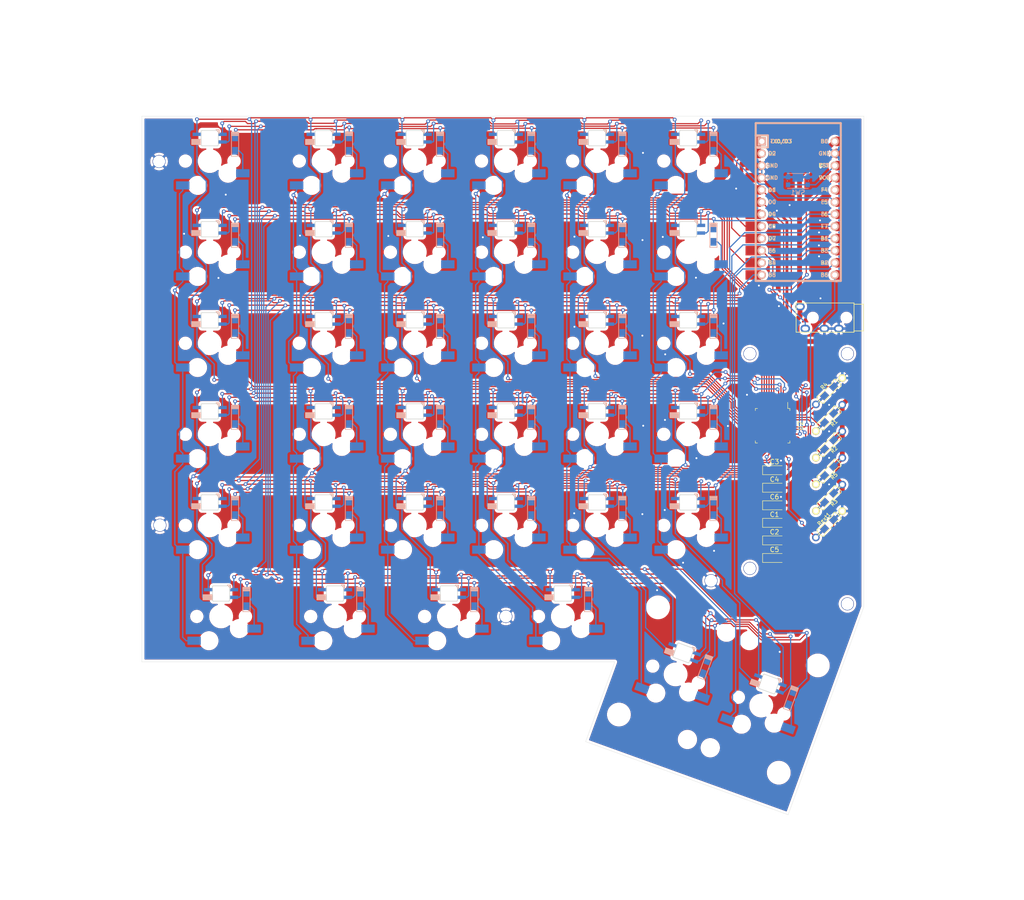
<source format=kicad_pcb>
(kicad_pcb (version 20171130) (host pcbnew "(5.1.6)-1")
  (layers (0 F.Cu signal) (31 B.Cu signal) (34 B.Paste user) (35 F.Paste user) (36 B.SilkS user) (37 F.SilkS user) (38 B.Mask user) (39 F.Mask user) (44 Edge.Cuts user))
  (net 0 "")
  (net 1 VCC)
  (net 2 GND)
  (net 3 col6)
  (net 4 col5)
  (net 5 col4)
  (net 6 col3)
  (net 7 col2)
  (net 8 col1)
  (net 9 row6)
  (net 10 row5)
  (net 11 row4)
  (net 12 row3)
  (net 13 row2)
  (net 14 row1)
  (net 15 led_row3B)
  (net 16 led_row2B)
  (net 17 led_row1B)
  (net 18 led_row3A)
  (net 19 led_row2A)
  (net 20 led_row1A)
  (net 21 SDA)
  (net 22 SCL)
  (net 23 INTB)
  (net 24 SDB)
  (net 25 "Net-(Rext1-Pad1)")
  (net 26 "Net-(SW1-Pad1)")
  (net 27 VIO)
  (net 28 "Net-(R4-Pad1)")
  (net 29 "Net-(K11-Pad2)")
  (net 30 "Net-(K12-Pad2)")
  (net 31 "Net-(K13-Pad2)")
  (net 32 "Net-(K14-Pad2)")
  (net 33 "Net-(K15-Pad2)")
  (net 34 "Net-(K16-Pad2)")
  (net 35 "Net-(K21-Pad2)")
  (net 36 "Net-(K22-Pad2)")
  (net 37 "Net-(K23-Pad2)")
  (net 38 "Net-(K24-Pad2)")
  (net 39 "Net-(K25-Pad2)")
  (net 40 "Net-(K26-Pad2)")
  (net 41 "Net-(K31-Pad2)")
  (net 42 "Net-(K32-Pad2)")
  (net 43 "Net-(K33-Pad2)")
  (net 44 "Net-(K34-Pad2)")
  (net 45 "Net-(K42-Pad2)")
  (net 46 "Net-(K52-Pad2)")
  (net 47 "Net-(K35-Pad2)")
  (net 48 "Net-(K36-Pad2)")
  (net 49 "Net-(K41-Pad2)")
  (net 50 "Net-(K43-Pad2)")
  (net 51 "Net-(K44-Pad2)")
  (net 52 "Net-(K45-Pad2)")
  (net 53 "Net-(K46-Pad2)")
  (net 54 "Net-(K51-Pad2)")
  (net 55 "Net-(K53-Pad2)")
  (net 56 "Net-(K54-Pad2)")
  (net 57 "Net-(K55-Pad2)")
  (net 58 "Net-(K56-Pad2)")
  (net 59 "Net-(K61-Pad2)")
  (net 60 "Net-(K62-Pad2)")
  (net 61 "Net-(K63-Pad2)")
  (net 62 "Net-(K65-Pad2)")
  (net 63 "Net-(K66-Pad2)")
  (net 64 led_row1C)
  (net 65 led_col1)
  (net 66 led_col2)
  (net 67 led_col3)
  (net 68 led_col4)
  (net 69 led_col5)
  (net 70 led_col6)
  (net 71 led_row2C)
  (net 72 led_row3C)
  (net 73 led_col9)
  (net 74 led_col10)
  (net 75 led_col11)
  (net 76 led_col12)
  (net 77 led_col13)
  (net 78 led_col14)
  (net 79 "Net-(K64-Pad2)")
  (net 80 "Net-(U1-Pad20)")
  (net 81 serial)
  (net 82 col7)
  (module vladkvit_keyb:TRRS-PJ-320A (layer F.Cu) (at 153.7462 56.55 270)
    (fp_text reference J1)
    (fp_text value AudioJack4)
    (pad R2 thru_hole oval (at 2.3 6.2 270) (size 1.6 2) (drill oval 0.9 1.3) (layers *.Cu *.Mask) (net 2 GND))
    (pad "" np_thru_hole circle (at 0 1.6 270) (size 1.5 1.5) (drill 1.5) (layers *.Cu *.Mask))
    (pad "" np_thru_hole circle (at 0 8.6 270) (size 1.5 1.5) (drill 1.5) (layers *.Cu *.Mask))
    (pad S thru_hole oval (at 2.3 3.2 270) (size 1.6 2) (drill oval 0.9 1.3) (layers *.Cu *.Mask) (net 2 GND))
    (pad R1 thru_hole oval (at 2.3 10.2 270) (size 1.6 2) (drill oval 0.9 1.3) (layers *.Cu *.Mask) (net 81 serial))
    (pad T thru_hole oval (at -2.3 11.3 270) (size 1.6 2) (drill oval 0.9 1.3) (layers *.Cu *.Mask) (net 1 VCC))
  )
  (module vladkvit_keyb:m2.5_hole (layer F.Cu) (at 131.9745 64.1)
    (fp_text reference J8 (at 0 0.5) (layer F.SilkS))
    (fp_text value Conn_01x01)
    (pad 1 thru_hole circle (at 0 0) (size 2.7 2.7) (drill 2.5) (layers *.Cu *.Mask))
  )
  (module vladkvit_keyb:m2.5_hole (layer F.Cu) (at 131.9745 109.012)
    (fp_text reference J6 (at 0 0.5) (layer F.SilkS))
    (fp_text value Conn_01x01)
    (pad 1 thru_hole circle (at 0 0) (size 2.7 2.7) (drill 2.5) (layers *.Cu *.Mask))
  )
  (module vladkvit_keyb:Hybrid_PCB_200H_hotswap_diode_RGB_rot90B (layer F.Cu) (at 116.43997 131.187478 340)
    (fp_text reference K65 hide)
    (fp_text value KEYSW_RGB hide)
    (fp_line (start 1.8 -3.4) (end 1.8 -6.2) (layer Edge.Cuts) (width 0.12))
    (fp_line (start 1.6 -6.4) (end -1.6 -6.4) (layer Edge.Cuts) (width 0.12))
    (fp_line (start -1.8 -3.4) (end -1.8 -6.2) (layer Edge.Cuts) (width 0.12))
    (fp_line (start 1.6 -3.2) (end -1.6 -3.2) (layer Edge.Cuts) (width 0.12))
    (fp_arc (start -1.6 -6.2) (end -1.6 -6.4) (angle -90) (layer Edge.Cuts) (width 0.12))
    (fp_arc (start 1.6 -6.2) (end 1.8 -6.2) (angle -90) (layer Edge.Cuts) (width 0.12))
    (fp_arc (start -1.6 -3.4) (end -1.8 -3.4) (angle -90) (layer Edge.Cuts) (width 0.12))
    (fp_arc (start 1.6 -3.4) (end 1.6 -3.2) (angle -90) (layer Edge.Cuts) (width 0.12))
    (pad 5 smd rect (at -2.667 -4 160) (size 1.8 0.7) (layers B.Cu B.Paste B.Mask) (net 77 led_col13))
    (pad 6 smd rect (at 2.667 -4 160) (size 1.8 0.7) (layers B.Cu B.Paste B.Mask) (net 72 led_row3C))
    (pad 8 smd rect (at -2.667 -5.6 160) (size 1.8 0.7) (layers B.Cu B.Paste B.Mask) (net 18 led_row3A))
    (pad 7 smd rect (at 2.667 -5.6 160) (size 1.8 0.7) (layers B.Cu B.Paste B.Mask) (net 15 led_row3B))
    (pad HOLE np_thru_hole circle (at 3.81 2.54 160) (size 3 3) (drill 3) (layers *.Cu *.Mask))
    (pad HOLE np_thru_hole circle (at -5.08 0 160) (size 1.8 1.8) (drill 1.8) (layers *.Cu *.Mask))
    (pad HOLE np_thru_hole circle (at 5.08 0 160) (size 1.8 1.8) (drill 1.8) (layers *.Cu *.Mask))
    (pad HOLE np_thru_hole circle (at 0 0 250) (size 3.9878 3.9878) (drill 3.9878) (layers *.Cu *.Mask))
    (pad HOLE np_thru_hole circle (at -2.54 5.08 160) (size 3 3) (drill 3) (layers *.Cu *.Mask))
    (pad 1 smd rect (at -5.64 5.08 160) (size 2.8 1.7) (layers B.Cu B.Paste B.Mask) (net 4 col5))
    (pad 2 smd rect (at 6.91 2.54 160) (size 2.8 1.7) (layers B.Cu B.Paste B.Mask) (net 62 "Net-(K65-Pad2)"))
    (pad 3 smd rect (at 5.298093 -4.95516 70) (size 1.6 1.2) (layers B.Cu B.Paste B.Mask) (net 9 row6))
    (pad 4 smd rect (at 5.298093 -2.15516 70) (size 1.6 1.2) (layers B.Cu B.Paste B.Mask) (net 62 "Net-(K65-Pad2)"))
    (pad HOLE np_thru_hole circle (at 6.985 11.938 250) (size 3.048 3.048) (drill 3.048) (layers *.Cu))
    (pad HOLE np_thru_hole circle (at 6.985 -11.938 250) (size 3.048 3.048) (drill 3.048) (layers *.Cu))
    (pad HOLE np_thru_hole circle (at -8.255 11.938 250) (size 3.9878 3.9878) (drill 3.9878) (layers *.Cu))
    (pad HOLE np_thru_hole circle (at -8.255 -11.938 250) (size 3.9878 3.9878) (drill 3.9878) (layers *.Cu))
  )
  (module vladkvit_keyb:m2.5_hole (layer F.Cu) (at 152.3655 64.1)
    (fp_text reference J4 (at 0 0.5) (layer F.SilkS))
    (fp_text value Conn_01x01)
    (pad 1 thru_hole circle (at 0 0) (size 2.7 2.7) (drill 2.5) (layers *.Cu *.Mask))
  )
  (module vladkvit_keyb:m2.5_hole (layer F.Cu) (at 152.3655 116.434)
    (fp_text reference J3 (at 0 0.5) (layer F.SilkS))
    (fp_text value Conn_01x01)
    (pad 1 thru_hole circle (at 0 0) (size 2.7 2.7) (drill 2.5) (layers *.Cu *.Mask))
  )
  (module Keebio-Parts:Elite-C-castellated-24pin-holes (layer F.Cu) (at 142.0876 33.655 270)
    (fp_text reference U1 hide)
    (fp_text value EliteC hide)
    (fp_text user ST (at -8.91 -5.04) (layer B.SilkS) (effects (font (size 0.8 0.8)) (justify mirror)))
    (fp_text user TX0/D3 (at -13.97 3.571872) (layer F.SilkS) (effects (font (size 0.8 0.8))))
    (fp_text user TX0/D3 (at -13.97 3.571872) (layer B.SilkS) (effects (font (size 0.8 0.8)) (justify mirror)))
    (fp_text user D2 (at -11.43 5.461) (layer F.SilkS) (effects (font (size 0.8 0.8))))
    (fp_text user D0 (at -1.27 5.461) (layer F.SilkS) (effects (font (size 0.8 0.8))))
    (fp_text user D1 (at -3.81 5.461) (layer F.SilkS) (effects (font (size 0.8 0.8))))
    (fp_text user GND (at -6.35 5.461) (layer F.SilkS) (effects (font (size 0.8 0.8))))
    (fp_text user GND (at -8.89 5.461) (layer F.SilkS) (effects (font (size 0.8 0.8))))
    (fp_text user D4 (at 1.27 5.461) (layer F.SilkS) (effects (font (size 0.8 0.8))))
    (fp_text user C6 (at 3.81 5.461) (layer F.SilkS) (effects (font (size 0.8 0.8))))
    (fp_text user D7 (at 6.35 5.461) (layer F.SilkS) (effects (font (size 0.8 0.8))))
    (fp_text user E6 (at 8.89 5.461) (layer F.SilkS) (effects (font (size 0.8 0.8))))
    (fp_text user B4 (at 11.43 5.461) (layer F.SilkS) (effects (font (size 0.8 0.8))))
    (fp_text user B2 (at 11.43 -5.461) (layer B.SilkS) (effects (font (size 0.8 0.8)) (justify mirror)))
    (fp_text user B3 (at 8.89 -5.461) (layer F.SilkS) (effects (font (size 0.8 0.8))))
    (fp_text user B1 (at 6.35 -5.461) (layer F.SilkS) (effects (font (size 0.8 0.8))))
    (fp_text user F7 (at 3.81 -5.461) (layer B.SilkS) (effects (font (size 0.8 0.8)) (justify mirror)))
    (fp_text user F6 (at 1.27 -5.461) (layer B.SilkS) (effects (font (size 0.8 0.8)) (justify mirror)))
    (fp_text user F5 (at -1.27 -5.461) (layer B.SilkS) (effects (font (size 0.8 0.8)) (justify mirror)))
    (fp_text user F4 (at -3.81 -5.461) (layer F.SilkS) (effects (font (size 0.8 0.8))))
    (fp_text user VCC (at -6.35 -5.461) (layer F.SilkS) (effects (font (size 0.8 0.8))))
    (fp_text user ST (at -8.92 -5.73312) (layer F.SilkS) (effects (font (size 0.8 0.8))))
    (fp_text user GND (at -11.43 -5.461) (layer F.SilkS) (effects (font (size 0.8 0.8))))
    (fp_text user B0 (at -13.97 -5.461) (layer F.SilkS) (effects (font (size 0.8 0.8))))
    (fp_text user B0 (at -13.97 -5.461) (layer B.SilkS) (effects (font (size 0.8 0.8)) (justify mirror)))
    (fp_text user GND (at -11.43 -5.461) (layer B.SilkS) (effects (font (size 0.8 0.8)) (justify mirror)))
    (fp_text user VCC (at -6.35 -5.461) (layer B.SilkS) (effects (font (size 0.8 0.8)) (justify mirror)))
    (fp_text user F4 (at -3.81 -5.461) (layer B.SilkS) (effects (font (size 0.8 0.8)) (justify mirror)))
    (fp_text user F5 (at -1.27 -5.461) (layer F.SilkS) (effects (font (size 0.8 0.8))))
    (fp_text user F6 (at 1.27 -5.461) (layer F.SilkS) (effects (font (size 0.8 0.8))))
    (fp_text user F7 (at 3.81 -5.461) (layer F.SilkS) (effects (font (size 0.8 0.8))))
    (fp_text user B1 (at 6.35 -5.461) (layer B.SilkS) (effects (font (size 0.8 0.8)) (justify mirror)))
    (fp_text user B3 (at 8.89 -5.461) (layer B.SilkS) (effects (font (size 0.8 0.8)) (justify mirror)))
    (fp_text user B2 (at 11.43 -5.461) (layer F.SilkS) (effects (font (size 0.8 0.8))))
    (fp_text user B4 (at 11.43 5.461) (layer B.SilkS) (effects (font (size 0.8 0.8)) (justify mirror)))
    (fp_text user E6 (at 8.89 5.461) (layer B.SilkS) (effects (font (size 0.8 0.8)) (justify mirror)))
    (fp_text user D7 (at 6.35 5.461) (layer B.SilkS) (effects (font (size 0.8 0.8)) (justify mirror)))
    (fp_text user C6 (at 3.81 5.461) (layer B.SilkS) (effects (font (size 0.8 0.8)) (justify mirror)))
    (fp_text user D4 (at 1.27 5.461) (layer B.SilkS) (effects (font (size 0.8 0.8)) (justify mirror)))
    (fp_text user GND (at -8.89 5.461) (layer B.SilkS) (effects (font (size 0.8 0.8)) (justify mirror)))
    (fp_text user GND (at -6.35 5.461) (layer B.SilkS) (effects (font (size 0.8 0.8)) (justify mirror)))
    (fp_text user D1 (at -3.81 5.461) (layer B.SilkS) (effects (font (size 0.8 0.8)) (justify mirror)))
    (fp_text user D0 (at -1.27 5.461) (layer B.SilkS) (effects (font (size 0.8 0.8)) (justify mirror)))
    (fp_text user D2 (at -11.43 5.461) (layer B.SilkS) (effects (font (size 0.8 0.8)) (justify mirror)))
    (fp_text user B6 (at 13.97 -5.461) (layer F.SilkS) (effects (font (size 0.8 0.8))))
    (fp_text user B6 (at 13.97 -5.460998) (layer B.SilkS) (effects (font (size 0.8 0.8)) (justify mirror)))
    (fp_text user B5 (at 13.97 5.461) (layer B.SilkS) (effects (font (size 0.8 0.8)) (justify mirror)))
    (fp_text user B5 (at 13.97 5.461) (layer F.SilkS) (effects (font (size 0.8 0.8))))
    (pad 24 smd rect (at -13.97 -9.398 270) (size 2 3.25) (layers F.Cu F.Paste F.Mask) (net 1 VCC))
    (pad 23 smd rect (at -11.43 -9.398 270) (size 2 3.25) (layers F.Cu F.Paste F.Mask) (net 2 GND))
    (pad 22 smd rect (at -8.89 -9.398 270) (size 2 3.25) (layers F.Cu F.Paste F.Mask) (net 26 "Net-(SW1-Pad1)"))
    (pad 21 smd rect (at -6.35 -9.398 270) (size 2 3.25) (layers F.Cu F.Paste F.Mask) (net 27 VIO))
    (pad 20 smd rect (at -3.81 -9.398 270) (size 2 3.25) (layers F.Cu F.Paste F.Mask) (net 80 "Net-(U1-Pad20)"))
    (pad 19 smd rect (at -1.27 -9.398 270) (size 2 3.25) (layers F.Cu F.Paste F.Mask) (net 14 row1))
    (pad 18 smd rect (at 1.27 -9.398 270) (size 2 3.25) (layers F.Cu F.Paste F.Mask) (net 13 row2))
    (pad 17 smd rect (at 3.81 -9.398 270) (size 2 3.25) (layers F.Cu F.Paste F.Mask) (net 12 row3))
    (pad 16 smd rect (at 6.35 -9.398 270) (size 2 3.25) (layers F.Cu F.Paste F.Mask) (net 11 row4))
    (pad 15 smd rect (at 8.89 -9.398 270) (size 2 3.25) (layers F.Cu F.Paste F.Mask) (net 10 row5))
    (pad 14 smd rect (at 11.43 -9.398 270) (size 2 3.25) (layers F.Cu F.Paste F.Mask) (net 9 row6))
    (pad 13 smd rect (at 13.97 -9.398 270) (size 2 3.25) (layers F.Cu F.Paste F.Mask) (net 23 INTB))
    (pad 12 smd rect (at 13.97 9.398 270) (size 2 3.25) (layers F.Cu F.Paste F.Mask) (net 8 col1))
    (pad 11 smd rect (at 11.43 9.398 270) (size 2 3.25) (layers F.Cu F.Paste F.Mask) (net 7 col2))
    (pad 10 smd rect (at 8.89 9.398 270) (size 2 3.25) (layers F.Cu F.Paste F.Mask) (net 81 serial))
    (pad 9 smd rect (at 6.35 9.398 270) (size 2 3.25) (layers F.Cu F.Paste F.Mask) (net 6 col3))
    (pad 8 smd rect (at 3.81 9.398 270) (size 2 3.25) (layers F.Cu F.Paste F.Mask) (net 5 col4))
    (pad 7 smd rect (at 1.27 9.398 270) (size 2 3.25) (layers F.Cu F.Paste F.Mask) (net 4 col5))
    (pad 6 smd rect (at -1.27 9.398 270) (size 2 3.25) (layers F.Cu F.Paste F.Mask) (net 22 SCL))
    (pad 5 smd rect (at -3.81 9.398 270) (size 2 3.25) (layers F.Cu F.Paste F.Mask) (net 21 SDA))
    (pad 4 smd rect (at -6.35 9.398 270) (size 2 3.25) (layers F.Cu F.Paste F.Mask) (net 2 GND))
    (pad 3 smd rect (at -8.89 9.398 270) (size 2 3.25) (layers F.Cu F.Paste F.Mask) (net 2 GND))
    (pad 2 smd rect (at -11.43 9.398 270) (size 2 3.25) (layers F.Cu F.Paste F.Mask) (net 3 col6))
    (pad 1 smd rect (at -13.97 9.398 270) (size 2 3.25) (layers F.Cu F.Paste F.Mask) (net 82 col7))
    (pad 24 thru_hole circle (at -13.97 -7.62 270) (size 1.7526 1.7526) (drill 1.0922) (layers *.Cu *.SilkS *.Mask) (net 1 VCC))
    (pad 12 thru_hole circle (at 13.97 7.62 270) (size 1.7526 1.7526) (drill 1.0922) (layers *.Cu *.SilkS *.Mask) (net 8 col1))
    (pad 23 thru_hole circle (at -11.43 -7.62 270) (size 1.7526 1.7526) (drill 1.0922) (layers *.Cu *.SilkS *.Mask) (net 2 GND))
    (pad 22 thru_hole circle (at -8.89 -7.62 270) (size 1.7526 1.7526) (drill 1.0922) (layers *.Cu *.SilkS *.Mask) (net 26 "Net-(SW1-Pad1)"))
    (pad 21 thru_hole circle (at -6.35 -7.62 270) (size 1.7526 1.7526) (drill 1.0922) (layers *.Cu *.SilkS *.Mask) (net 27 VIO))
    (pad 20 thru_hole circle (at -3.81 -7.62 270) (size 1.7526 1.7526) (drill 1.0922) (layers *.Cu *.SilkS *.Mask) (net 80 "Net-(U1-Pad20)"))
    (pad 19 thru_hole circle (at -1.27 -7.62 270) (size 1.7526 1.7526) (drill 1.0922) (layers *.Cu *.SilkS *.Mask) (net 14 row1))
    (pad 18 thru_hole circle (at 1.27 -7.62 270) (size 1.7526 1.7526) (drill 1.0922) (layers *.Cu *.SilkS *.Mask) (net 13 row2))
    (pad 17 thru_hole circle (at 3.81 -7.62 270) (size 1.7526 1.7526) (drill 1.0922) (layers *.Cu *.SilkS *.Mask) (net 12 row3))
    (pad 16 thru_hole circle (at 6.35 -7.62 270) (size 1.7526 1.7526) (drill 1.0922) (layers *.Cu *.SilkS *.Mask) (net 11 row4))
    (pad 15 thru_hole circle (at 8.89 -7.62 270) (size 1.7526 1.7526) (drill 1.0922) (layers *.Cu *.SilkS *.Mask) (net 10 row5))
    (pad 14 thru_hole circle (at 11.43 -7.62 270) (size 1.7526 1.7526) (drill 1.0922) (layers *.Cu *.SilkS *.Mask) (net 9 row6))
    (pad 13 thru_hole circle (at 13.97 -7.62 270) (size 1.7526 1.7526) (drill 1.0922) (layers *.Cu *.SilkS *.Mask) (net 23 INTB))
    (pad 11 thru_hole circle (at 11.43 7.62 270) (size 1.7526 1.7526) (drill 1.0922) (layers *.Cu *.SilkS *.Mask) (net 7 col2))
    (pad 10 thru_hole circle (at 8.89 7.62 270) (size 1.7526 1.7526) (drill 1.0922) (layers *.Cu *.SilkS *.Mask) (net 81 serial))
    (pad 9 thru_hole circle (at 6.35 7.62 270) (size 1.7526 1.7526) (drill 1.0922) (layers *.Cu *.SilkS *.Mask) (net 6 col3))
    (pad 8 thru_hole circle (at 3.81 7.62 270) (size 1.7526 1.7526) (drill 1.0922) (layers *.Cu *.SilkS *.Mask) (net 5 col4))
    (pad 7 thru_hole circle (at 1.27 7.62 270) (size 1.7526 1.7526) (drill 1.0922) (layers *.Cu *.SilkS *.Mask) (net 4 col5))
    (pad 6 thru_hole circle (at -1.27 7.62 270) (size 1.7526 1.7526) (drill 1.0922) (layers *.Cu *.SilkS *.Mask) (net 22 SCL))
    (pad 5 thru_hole circle (at -3.81 7.62 270) (size 1.7526 1.7526) (drill 1.0922) (layers *.Cu *.SilkS *.Mask) (net 21 SDA))
    (pad 4 thru_hole circle (at -6.35 7.62 270) (size 1.7526 1.7526) (drill 1.0922) (layers *.Cu *.SilkS *.Mask) (net 2 GND))
    (pad 3 thru_hole circle (at -8.89 7.62 270) (size 1.7526 1.7526) (drill 1.0922) (layers *.Cu *.SilkS *.Mask) (net 2 GND))
    (pad 2 thru_hole circle (at -11.43 7.62 270) (size 1.7526 1.7526) (drill 1.0922) (layers *.Cu *.SilkS *.Mask) (net 3 col6))
    (pad 1 thru_hole rect (at -13.97 7.62 270) (size 1.7526 1.7526) (drill 1.0922) (layers *.Cu *.SilkS *.Mask) (net 82 col7))
  )
  (module Button_Switch_SMD:SW_Push_1P1T_NO_CK_KMR2 (layer B.Cu) (at 142.0114 27.9654)
    (fp_text reference SW1 (at 0 2.45) (layer B.SilkS) (effects (justify mirror)))
    (fp_text value SW_PUSH_RESET)
    (pad 2 smd rect (at 2.05 -0.8) (size 0.9 1) (layers B.Cu B.Paste B.Mask) (net 2 GND))
    (pad 1 smd rect (at 2.05 0.8) (size 0.9 1) (layers B.Cu B.Paste B.Mask) (net 26 "Net-(SW1-Pad1)"))
    (pad 2 smd rect (at -2.05 -0.8) (size 0.9 1) (layers B.Cu B.Paste B.Mask) (net 2 GND))
    (pad 1 smd rect (at -2.05 0.8) (size 0.9 1) (layers B.Cu B.Paste B.Mask) (net 26 "Net-(SW1-Pad1)"))
  )
  (module vladkvit_keyb:m2.5_hole (layer F.Cu) (at 123.8504 111.5822)
    (fp_text reference J9 (at 0 0.5) (layer F.SilkS))
    (fp_text value Conn_01x01)
    (pad 1 thru_hole circle (at 0 0) (size 2.7 2.7) (drill 2.5) (layers *.Cu *.Mask) (net 2 GND))
  )
  (module vladkvit_keyb:m2.5_hole (layer F.Cu) (at 8.636 99.9744)
    (fp_text reference J7 (at -0.173 0.5) (layer F.SilkS))
    (fp_text value Conn_01x01)
    (pad 1 thru_hole circle (at 0 0) (size 2.7 2.7) (drill 2.5) (layers *.Cu *.Mask) (net 2 GND))
  )
  (module vladkvit_keyb:m2.5_hole (layer F.Cu) (at 80.96225 119.0625)
    (fp_text reference J5 (at 0 0.5) (layer F.SilkS))
    (fp_text value Conn_01x01)
    (pad 1 thru_hole circle (at 0 0) (size 2.7 2.7) (drill 2.5) (layers *.Cu *.Mask) (net 2 GND))
  )
  (module vladkvit_keyb:m2.5_hole (layer F.Cu) (at 8.463 23.9014)
    (fp_text reference J2 (at 0 0.5) (layer F.SilkS))
    (fp_text value Conn_01x01)
    (pad 1 thru_hole circle (at 0 0) (size 2.7 2.7) (drill 2.5) (layers *.Cu *.Mask) (net 2 GND))
  )
  (module vladkvit_keyb:Hybrid_PCB_200H_hotswap_diode_RGB_rot90A (layer F.Cu) (at 134.341114 137.702962 340)
    (fp_text reference K66 hide)
    (fp_text value KEYSW_RGB hide)
    (fp_line (start 1.6 -3.2) (end -1.6 -3.2) (layer Edge.Cuts) (width 0.12))
    (fp_line (start -1.8 -3.4) (end -1.8 -6.2) (layer Edge.Cuts) (width 0.12))
    (fp_line (start 1.6 -6.4) (end -1.6 -6.4) (layer Edge.Cuts) (width 0.12))
    (fp_line (start 1.8 -3.4) (end 1.8 -6.2) (layer Edge.Cuts) (width 0.12))
    (fp_arc (start -1.6 -6.2) (end -1.6 -6.4) (angle -90) (layer Edge.Cuts) (width 0.12))
    (fp_arc (start 1.6 -6.2) (end 1.8 -6.2) (angle -90) (layer Edge.Cuts) (width 0.12))
    (fp_arc (start -1.6 -3.4) (end -1.8 -3.4) (angle -90) (layer Edge.Cuts) (width 0.12))
    (fp_arc (start 1.6 -3.4) (end 1.6 -3.2) (angle -90) (layer Edge.Cuts) (width 0.12))
    (pad 5 smd rect (at -2.667 -4 160) (size 1.8 0.7) (layers B.Cu B.Paste B.Mask) (net 78 led_col14))
    (pad 6 smd rect (at 2.667 -4 160) (size 1.8 0.7) (layers B.Cu B.Paste B.Mask) (net 72 led_row3C))
    (pad 8 smd rect (at -2.667 -5.6 160) (size 1.8 0.7) (layers B.Cu B.Paste B.Mask) (net 18 led_row3A))
    (pad 7 smd rect (at 2.667 -5.6 160) (size 1.8 0.7) (layers B.Cu B.Paste B.Mask) (net 15 led_row3B))
    (pad HOLE np_thru_hole circle (at 3.81 2.54 160) (size 3 3) (drill 3) (layers *.Cu *.Mask))
    (pad HOLE np_thru_hole circle (at -5.08 0 160) (size 1.8 1.8) (drill 1.8) (layers *.Cu *.Mask))
    (pad HOLE np_thru_hole circle (at 5.08 0 160) (size 1.8 1.8) (drill 1.8) (layers *.Cu *.Mask))
    (pad HOLE np_thru_hole circle (at 0 0 250) (size 3.9878 3.9878) (drill 3.9878) (layers *.Cu *.Mask))
    (pad HOLE np_thru_hole circle (at -2.54 5.08 160) (size 3 3) (drill 3) (layers *.Cu *.Mask))
    (pad 1 smd rect (at -5.64 5.08 160) (size 2.8 1.7) (layers B.Cu B.Paste B.Mask) (net 3 col6))
    (pad 2 smd rect (at 6.91 2.54 160) (size 2.8 1.7) (layers B.Cu B.Paste B.Mask) (net 63 "Net-(K66-Pad2)"))
    (pad 3 smd rect (at 5.298093 -4.95516 70) (size 1.6 1.2) (layers B.Cu B.Paste B.Mask) (net 9 row6))
    (pad 4 smd rect (at 5.298093 -2.15516 70) (size 1.6 1.2) (layers B.Cu B.Paste B.Mask) (net 63 "Net-(K66-Pad2)"))
    (pad HOLE np_thru_hole circle (at -6.985 -11.938 70) (size 3.048 3.048) (drill 3.048) (layers *.Cu))
    (pad HOLE np_thru_hole circle (at -6.985 11.938 70) (size 3.048 3.048) (drill 3.048) (layers *.Cu))
    (pad HOLE np_thru_hole circle (at 8.255 -11.938 70) (size 3.9878 3.9878) (drill 3.9878) (layers *.Cu))
    (pad HOLE np_thru_hole circle (at 8.255 11.938 70) (size 3.9878 3.9878) (drill 3.9878) (layers *.Cu))
  )
  (module vladkvit_keyb:Hybrid_PCB_125H_hotswap_diode_RGB_rot (layer F.Cu) (at 92.8685 119.0625)
    (fp_text reference K64 hide)
    (fp_text value KEYSW_RGB hide)
    (fp_line (start 1.6 -3.2) (end -1.6 -3.2) (layer Edge.Cuts) (width 0.12))
    (fp_line (start -1.8 -3.4) (end -1.8 -6.2) (layer Edge.Cuts) (width 0.12))
    (fp_line (start 1.6 -6.4) (end -1.6 -6.4) (layer Edge.Cuts) (width 0.12))
    (fp_line (start 1.8 -3.4) (end 1.8 -6.2) (layer Edge.Cuts) (width 0.12))
    (fp_arc (start -1.6 -6.2) (end -1.6 -6.4) (angle -90) (layer Edge.Cuts) (width 0.12))
    (fp_arc (start 1.6 -6.2) (end 1.8 -6.2) (angle -90) (layer Edge.Cuts) (width 0.12))
    (fp_arc (start -1.6 -3.4) (end -1.8 -3.4) (angle -90) (layer Edge.Cuts) (width 0.12))
    (fp_arc (start 1.6 -3.4) (end 1.6 -3.2) (angle -90) (layer Edge.Cuts) (width 0.12))
    (pad 5 smd rect (at -2.667 -4 180) (size 1.8 0.7) (layers B.Cu B.Paste B.Mask) (net 76 led_col12))
    (pad 6 smd rect (at 2.667 -4 180) (size 1.8 0.7) (layers B.Cu B.Paste B.Mask) (net 72 led_row3C))
    (pad 8 smd rect (at -2.667 -5.6 180) (size 1.8 0.7) (layers B.Cu B.Paste B.Mask) (net 18 led_row3A))
    (pad 7 smd rect (at 2.667 -5.6 180) (size 1.8 0.7) (layers B.Cu B.Paste B.Mask) (net 15 led_row3B))
    (pad HOLE np_thru_hole circle (at 3.81 2.54 180) (size 3 3) (drill 3) (layers *.Cu *.Mask))
    (pad HOLE np_thru_hole circle (at -5.08 0 180) (size 1.8 1.8) (drill 1.8) (layers *.Cu *.Mask))
    (pad HOLE np_thru_hole circle (at 5.08 0 180) (size 1.8 1.8) (drill 1.8) (layers *.Cu *.Mask))
    (pad HOLE np_thru_hole circle (at 0 0 270) (size 3.9878 3.9878) (drill 3.9878) (layers *.Cu *.Mask))
    (pad HOLE np_thru_hole circle (at -2.54 5.08 180) (size 3 3) (drill 3) (layers *.Cu *.Mask))
    (pad 1 smd rect (at -5.64 5.08 180) (size 2.8 1.7) (layers B.Cu B.Paste B.Mask) (net 5 col4))
    (pad 2 smd rect (at 6.91 2.54 180) (size 2.8 1.7) (layers B.Cu B.Paste B.Mask) (net 79 "Net-(K64-Pad2)"))
    (pad 3 smd rect (at 5.298093 -4.95516 90) (size 1.6 1.2) (layers B.Cu B.Paste B.Mask) (net 9 row6))
    (pad 4 smd rect (at 5.298093 -2.15516 90) (size 1.6 1.2) (layers B.Cu B.Paste B.Mask) (net 79 "Net-(K64-Pad2)"))
  )
  (module vladkvit_keyb:Hybrid_PCB_125H_hotswap_diode_RGB_rot (layer F.Cu) (at 69.056 119.0625)
    (fp_text reference K63 hide)
    (fp_text value KEYSW_RGB hide)
    (fp_line (start 1.6 -3.2) (end -1.6 -3.2) (layer Edge.Cuts) (width 0.12))
    (fp_line (start -1.8 -3.4) (end -1.8 -6.2) (layer Edge.Cuts) (width 0.12))
    (fp_line (start 1.6 -6.4) (end -1.6 -6.4) (layer Edge.Cuts) (width 0.12))
    (fp_line (start 1.8 -3.4) (end 1.8 -6.2) (layer Edge.Cuts) (width 0.12))
    (fp_arc (start -1.6 -6.2) (end -1.6 -6.4) (angle -90) (layer Edge.Cuts) (width 0.12))
    (fp_arc (start 1.6 -6.2) (end 1.8 -6.2) (angle -90) (layer Edge.Cuts) (width 0.12))
    (fp_arc (start -1.6 -3.4) (end -1.8 -3.4) (angle -90) (layer Edge.Cuts) (width 0.12))
    (fp_arc (start 1.6 -3.4) (end 1.6 -3.2) (angle -90) (layer Edge.Cuts) (width 0.12))
    (pad 5 smd rect (at -2.667 -4 180) (size 1.8 0.7) (layers B.Cu B.Paste B.Mask) (net 75 led_col11))
    (pad 6 smd rect (at 2.667 -4 180) (size 1.8 0.7) (layers B.Cu B.Paste B.Mask) (net 72 led_row3C))
    (pad 8 smd rect (at -2.667 -5.6 180) (size 1.8 0.7) (layers B.Cu B.Paste B.Mask) (net 18 led_row3A))
    (pad 7 smd rect (at 2.667 -5.6 180) (size 1.8 0.7) (layers B.Cu B.Paste B.Mask) (net 15 led_row3B))
    (pad HOLE np_thru_hole circle (at 3.81 2.54 180) (size 3 3) (drill 3) (layers *.Cu *.Mask))
    (pad HOLE np_thru_hole circle (at -5.08 0 180) (size 1.8 1.8) (drill 1.8) (layers *.Cu *.Mask))
    (pad HOLE np_thru_hole circle (at 5.08 0 180) (size 1.8 1.8) (drill 1.8) (layers *.Cu *.Mask))
    (pad HOLE np_thru_hole circle (at 0 0 270) (size 3.9878 3.9878) (drill 3.9878) (layers *.Cu *.Mask))
    (pad HOLE np_thru_hole circle (at -2.54 5.08 180) (size 3 3) (drill 3) (layers *.Cu *.Mask))
    (pad 1 smd rect (at -5.64 5.08 180) (size 2.8 1.7) (layers B.Cu B.Paste B.Mask) (net 6 col3))
    (pad 2 smd rect (at 6.91 2.54 180) (size 2.8 1.7) (layers B.Cu B.Paste B.Mask) (net 61 "Net-(K63-Pad2)"))
    (pad 3 smd rect (at 5.298093 -4.95516 90) (size 1.6 1.2) (layers B.Cu B.Paste B.Mask) (net 9 row6))
    (pad 4 smd rect (at 5.298093 -2.15516 90) (size 1.6 1.2) (layers B.Cu B.Paste B.Mask) (net 61 "Net-(K63-Pad2)"))
  )
  (module vladkvit_keyb:Hybrid_PCB_125H_hotswap_diode_RGB_rot (layer F.Cu) (at 45.2435 119.0625)
    (fp_text reference K62 hide)
    (fp_text value KEYSW_RGB hide)
    (fp_line (start 1.6 -3.2) (end -1.6 -3.2) (layer Edge.Cuts) (width 0.12))
    (fp_line (start -1.8 -3.4) (end -1.8 -6.2) (layer Edge.Cuts) (width 0.12))
    (fp_line (start 1.6 -6.4) (end -1.6 -6.4) (layer Edge.Cuts) (width 0.12))
    (fp_line (start 1.8 -3.4) (end 1.8 -6.2) (layer Edge.Cuts) (width 0.12))
    (fp_arc (start -1.6 -6.2) (end -1.6 -6.4) (angle -90) (layer Edge.Cuts) (width 0.12))
    (fp_arc (start 1.6 -6.2) (end 1.8 -6.2) (angle -90) (layer Edge.Cuts) (width 0.12))
    (fp_arc (start -1.6 -3.4) (end -1.8 -3.4) (angle -90) (layer Edge.Cuts) (width 0.12))
    (fp_arc (start 1.6 -3.4) (end 1.6 -3.2) (angle -90) (layer Edge.Cuts) (width 0.12))
    (pad 5 smd rect (at -2.667 -4 180) (size 1.8 0.7) (layers B.Cu B.Paste B.Mask) (net 74 led_col10))
    (pad 6 smd rect (at 2.667 -4 180) (size 1.8 0.7) (layers B.Cu B.Paste B.Mask) (net 72 led_row3C))
    (pad 8 smd rect (at -2.667 -5.6 180) (size 1.8 0.7) (layers B.Cu B.Paste B.Mask) (net 18 led_row3A))
    (pad 7 smd rect (at 2.667 -5.6 180) (size 1.8 0.7) (layers B.Cu B.Paste B.Mask) (net 15 led_row3B))
    (pad HOLE np_thru_hole circle (at 3.81 2.54 180) (size 3 3) (drill 3) (layers *.Cu *.Mask))
    (pad HOLE np_thru_hole circle (at -5.08 0 180) (size 1.8 1.8) (drill 1.8) (layers *.Cu *.Mask))
    (pad HOLE np_thru_hole circle (at 5.08 0 180) (size 1.8 1.8) (drill 1.8) (layers *.Cu *.Mask))
    (pad HOLE np_thru_hole circle (at 0 0 270) (size 3.9878 3.9878) (drill 3.9878) (layers *.Cu *.Mask))
    (pad HOLE np_thru_hole circle (at -2.54 5.08 180) (size 3 3) (drill 3) (layers *.Cu *.Mask))
    (pad 1 smd rect (at -5.64 5.08 180) (size 2.8 1.7) (layers B.Cu B.Paste B.Mask) (net 7 col2))
    (pad 2 smd rect (at 6.91 2.54 180) (size 2.8 1.7) (layers B.Cu B.Paste B.Mask) (net 60 "Net-(K62-Pad2)"))
    (pad 3 smd rect (at 5.298093 -4.95516 90) (size 1.6 1.2) (layers B.Cu B.Paste B.Mask) (net 9 row6))
    (pad 4 smd rect (at 5.298093 -2.15516 90) (size 1.6 1.2) (layers B.Cu B.Paste B.Mask) (net 60 "Net-(K62-Pad2)"))
  )
  (module vladkvit_keyb:Hybrid_PCB_125H_hotswap_diode_RGB_rot (layer F.Cu) (at 21.431 119.0625)
    (fp_text reference K61 hide)
    (fp_text value KEYSW_RGB hide)
    (fp_line (start 1.6 -3.2) (end -1.6 -3.2) (layer Edge.Cuts) (width 0.12))
    (fp_line (start -1.8 -3.4) (end -1.8 -6.2) (layer Edge.Cuts) (width 0.12))
    (fp_line (start 1.6 -6.4) (end -1.6 -6.4) (layer Edge.Cuts) (width 0.12))
    (fp_line (start 1.8 -3.4) (end 1.8 -6.2) (layer Edge.Cuts) (width 0.12))
    (fp_arc (start -1.6 -6.2) (end -1.6 -6.4) (angle -90) (layer Edge.Cuts) (width 0.12))
    (fp_arc (start 1.6 -6.2) (end 1.8 -6.2) (angle -90) (layer Edge.Cuts) (width 0.12))
    (fp_arc (start -1.6 -3.4) (end -1.8 -3.4) (angle -90) (layer Edge.Cuts) (width 0.12))
    (fp_arc (start 1.6 -3.4) (end 1.6 -3.2) (angle -90) (layer Edge.Cuts) (width 0.12))
    (pad 5 smd rect (at -2.667 -4 180) (size 1.8 0.7) (layers B.Cu B.Paste B.Mask) (net 73 led_col9))
    (pad 6 smd rect (at 2.667 -4 180) (size 1.8 0.7) (layers B.Cu B.Paste B.Mask) (net 72 led_row3C))
    (pad 8 smd rect (at -2.667 -5.6 180) (size 1.8 0.7) (layers B.Cu B.Paste B.Mask) (net 18 led_row3A))
    (pad 7 smd rect (at 2.667 -5.6 180) (size 1.8 0.7) (layers B.Cu B.Paste B.Mask) (net 15 led_row3B))
    (pad HOLE np_thru_hole circle (at 3.81 2.54 180) (size 3 3) (drill 3) (layers *.Cu *.Mask))
    (pad HOLE np_thru_hole circle (at -5.08 0 180) (size 1.8 1.8) (drill 1.8) (layers *.Cu *.Mask))
    (pad HOLE np_thru_hole circle (at 5.08 0 180) (size 1.8 1.8) (drill 1.8) (layers *.Cu *.Mask))
    (pad HOLE np_thru_hole circle (at 0 0 270) (size 3.9878 3.9878) (drill 3.9878) (layers *.Cu *.Mask))
    (pad HOLE np_thru_hole circle (at -2.54 5.08 180) (size 3 3) (drill 3) (layers *.Cu *.Mask))
    (pad 1 smd rect (at -5.64 5.08 180) (size 2.8 1.7) (layers B.Cu B.Paste B.Mask) (net 8 col1))
    (pad 2 smd rect (at 6.91 2.54 180) (size 2.8 1.7) (layers B.Cu B.Paste B.Mask) (net 59 "Net-(K61-Pad2)"))
    (pad 3 smd rect (at 5.298093 -4.95516 90) (size 1.6 1.2) (layers B.Cu B.Paste B.Mask) (net 9 row6))
    (pad 4 smd rect (at 5.298093 -2.15516 90) (size 1.6 1.2) (layers B.Cu B.Paste B.Mask) (net 59 "Net-(K61-Pad2)"))
  )
  (module vladkvit_keyb:Hybrid_PCB_100H_hotswap_diode_RGB_rot (layer F.Cu) (at 119.0625 100.0125)
    (fp_text reference K56 hide)
    (fp_text value KEYSW_RGB hide)
    (fp_line (start 1.6 -3.2) (end -1.6 -3.2) (layer Edge.Cuts) (width 0.12))
    (fp_line (start -1.8 -3.4) (end -1.8 -6.2) (layer Edge.Cuts) (width 0.12))
    (fp_line (start 1.6 -6.4) (end -1.6 -6.4) (layer Edge.Cuts) (width 0.12))
    (fp_line (start 1.8 -3.4) (end 1.8 -6.2) (layer Edge.Cuts) (width 0.12))
    (fp_arc (start -1.6 -6.2) (end -1.6 -6.4) (angle -90) (layer Edge.Cuts) (width 0.12))
    (fp_arc (start 1.6 -6.2) (end 1.8 -6.2) (angle -90) (layer Edge.Cuts) (width 0.12))
    (fp_arc (start -1.6 -3.4) (end -1.8 -3.4) (angle -90) (layer Edge.Cuts) (width 0.12))
    (fp_arc (start 1.6 -3.4) (end 1.6 -3.2) (angle -90) (layer Edge.Cuts) (width 0.12))
    (pad 5 smd rect (at -2.667 -4 180) (size 1.8 0.7) (layers B.Cu B.Paste B.Mask) (net 78 led_col14))
    (pad 6 smd rect (at 2.667 -4 180) (size 1.8 0.7) (layers B.Cu B.Paste B.Mask) (net 71 led_row2C))
    (pad 8 smd rect (at -2.667 -5.6 180) (size 1.8 0.7) (layers B.Cu B.Paste B.Mask) (net 19 led_row2A))
    (pad 7 smd rect (at 2.667 -5.6 180) (size 1.8 0.7) (layers B.Cu B.Paste B.Mask) (net 16 led_row2B))
    (pad HOLE np_thru_hole circle (at 3.81 2.54 180) (size 3 3) (drill 3) (layers *.Cu *.Mask))
    (pad HOLE np_thru_hole circle (at -5.08 0 180) (size 1.8 1.8) (drill 1.8) (layers *.Cu *.Mask))
    (pad HOLE np_thru_hole circle (at 5.08 0 180) (size 1.8 1.8) (drill 1.8) (layers *.Cu *.Mask))
    (pad HOLE np_thru_hole circle (at 0 0) (size 3.9878 3.9878) (drill 3.9878) (layers *.Cu *.Mask))
    (pad HOLE np_thru_hole circle (at -2.54 5.08 180) (size 3 3) (drill 3) (layers *.Cu *.Mask))
    (pad 1 smd rect (at -5.64 5.08 180) (size 2.8 1.7) (layers B.Cu B.Paste B.Mask) (net 3 col6))
    (pad 2 smd rect (at 6.91 2.54 180) (size 2.8 1.7) (layers B.Cu B.Paste B.Mask) (net 58 "Net-(K56-Pad2)"))
    (pad 3 smd rect (at 5.298093 -4.95516 90) (size 1.6 1.2) (layers B.Cu B.Paste B.Mask) (net 10 row5))
    (pad 4 smd rect (at 5.298093 -2.15516 90) (size 1.6 1.2) (layers B.Cu B.Paste B.Mask) (net 58 "Net-(K56-Pad2)"))
  )
  (module vladkvit_keyb:Hybrid_PCB_100H_hotswap_diode_RGB_rot (layer F.Cu) (at 100.0125 100.0125)
    (fp_text reference K55 hide)
    (fp_text value KEYSW_RGB hide)
    (fp_line (start 1.6 -3.2) (end -1.6 -3.2) (layer Edge.Cuts) (width 0.12))
    (fp_line (start -1.8 -3.4) (end -1.8 -6.2) (layer Edge.Cuts) (width 0.12))
    (fp_line (start 1.6 -6.4) (end -1.6 -6.4) (layer Edge.Cuts) (width 0.12))
    (fp_line (start 1.8 -3.4) (end 1.8 -6.2) (layer Edge.Cuts) (width 0.12))
    (fp_arc (start -1.6 -6.2) (end -1.6 -6.4) (angle -90) (layer Edge.Cuts) (width 0.12))
    (fp_arc (start 1.6 -6.2) (end 1.8 -6.2) (angle -90) (layer Edge.Cuts) (width 0.12))
    (fp_arc (start -1.6 -3.4) (end -1.8 -3.4) (angle -90) (layer Edge.Cuts) (width 0.12))
    (fp_arc (start 1.6 -3.4) (end 1.6 -3.2) (angle -90) (layer Edge.Cuts) (width 0.12))
    (pad 5 smd rect (at -2.667 -4 180) (size 1.8 0.7) (layers B.Cu B.Paste B.Mask) (net 77 led_col13))
    (pad 6 smd rect (at 2.667 -4 180) (size 1.8 0.7) (layers B.Cu B.Paste B.Mask) (net 71 led_row2C))
    (pad 8 smd rect (at -2.667 -5.6 180) (size 1.8 0.7) (layers B.Cu B.Paste B.Mask) (net 19 led_row2A))
    (pad 7 smd rect (at 2.667 -5.6 180) (size 1.8 0.7) (layers B.Cu B.Paste B.Mask) (net 16 led_row2B))
    (pad HOLE np_thru_hole circle (at 3.81 2.54 180) (size 3 3) (drill 3) (layers *.Cu *.Mask))
    (pad HOLE np_thru_hole circle (at -5.08 0 180) (size 1.8 1.8) (drill 1.8) (layers *.Cu *.Mask))
    (pad HOLE np_thru_hole circle (at 5.08 0 180) (size 1.8 1.8) (drill 1.8) (layers *.Cu *.Mask))
    (pad HOLE np_thru_hole circle (at 0 0) (size 3.9878 3.9878) (drill 3.9878) (layers *.Cu *.Mask))
    (pad HOLE np_thru_hole circle (at -2.54 5.08 180) (size 3 3) (drill 3) (layers *.Cu *.Mask))
    (pad 1 smd rect (at -5.64 5.08 180) (size 2.8 1.7) (layers B.Cu B.Paste B.Mask) (net 4 col5))
    (pad 2 smd rect (at 6.91 2.54 180) (size 2.8 1.7) (layers B.Cu B.Paste B.Mask) (net 57 "Net-(K55-Pad2)"))
    (pad 3 smd rect (at 5.298093 -4.95516 90) (size 1.6 1.2) (layers B.Cu B.Paste B.Mask) (net 10 row5))
    (pad 4 smd rect (at 5.298093 -2.15516 90) (size 1.6 1.2) (layers B.Cu B.Paste B.Mask) (net 57 "Net-(K55-Pad2)"))
  )
  (module vladkvit_keyb:Hybrid_PCB_100H_hotswap_diode_RGB_rot (layer F.Cu) (at 80.9625 100.0125)
    (fp_text reference K54 hide)
    (fp_text value KEYSW_RGB hide)
    (fp_line (start 1.6 -3.2) (end -1.6 -3.2) (layer Edge.Cuts) (width 0.12))
    (fp_line (start -1.8 -3.4) (end -1.8 -6.2) (layer Edge.Cuts) (width 0.12))
    (fp_line (start 1.6 -6.4) (end -1.6 -6.4) (layer Edge.Cuts) (width 0.12))
    (fp_line (start 1.8 -3.4) (end 1.8 -6.2) (layer Edge.Cuts) (width 0.12))
    (fp_arc (start -1.6 -6.2) (end -1.6 -6.4) (angle -90) (layer Edge.Cuts) (width 0.12))
    (fp_arc (start 1.6 -6.2) (end 1.8 -6.2) (angle -90) (layer Edge.Cuts) (width 0.12))
    (fp_arc (start -1.6 -3.4) (end -1.8 -3.4) (angle -90) (layer Edge.Cuts) (width 0.12))
    (fp_arc (start 1.6 -3.4) (end 1.6 -3.2) (angle -90) (layer Edge.Cuts) (width 0.12))
    (pad 5 smd rect (at -2.667 -4 180) (size 1.8 0.7) (layers B.Cu B.Paste B.Mask) (net 76 led_col12))
    (pad 6 smd rect (at 2.667 -4 180) (size 1.8 0.7) (layers B.Cu B.Paste B.Mask) (net 71 led_row2C))
    (pad 8 smd rect (at -2.667 -5.6 180) (size 1.8 0.7) (layers B.Cu B.Paste B.Mask) (net 19 led_row2A))
    (pad 7 smd rect (at 2.667 -5.6 180) (size 1.8 0.7) (layers B.Cu B.Paste B.Mask) (net 16 led_row2B))
    (pad HOLE np_thru_hole circle (at 3.81 2.54 180) (size 3 3) (drill 3) (layers *.Cu *.Mask))
    (pad HOLE np_thru_hole circle (at -5.08 0 180) (size 1.8 1.8) (drill 1.8) (layers *.Cu *.Mask))
    (pad HOLE np_thru_hole circle (at 5.08 0 180) (size 1.8 1.8) (drill 1.8) (layers *.Cu *.Mask))
    (pad HOLE np_thru_hole circle (at 0 0) (size 3.9878 3.9878) (drill 3.9878) (layers *.Cu *.Mask))
    (pad HOLE np_thru_hole circle (at -2.54 5.08 180) (size 3 3) (drill 3) (layers *.Cu *.Mask))
    (pad 1 smd rect (at -5.64 5.08 180) (size 2.8 1.7) (layers B.Cu B.Paste B.Mask) (net 5 col4))
    (pad 2 smd rect (at 6.91 2.54 180) (size 2.8 1.7) (layers B.Cu B.Paste B.Mask) (net 56 "Net-(K54-Pad2)"))
    (pad 3 smd rect (at 5.298093 -4.95516 90) (size 1.6 1.2) (layers B.Cu B.Paste B.Mask) (net 10 row5))
    (pad 4 smd rect (at 5.298093 -2.15516 90) (size 1.6 1.2) (layers B.Cu B.Paste B.Mask) (net 56 "Net-(K54-Pad2)"))
  )
  (module vladkvit_keyb:Hybrid_PCB_100H_hotswap_diode_RGB_rot (layer F.Cu) (at 61.9125 100.0125)
    (fp_text reference K53 hide)
    (fp_text value KEYSW_RGB hide)
    (fp_line (start 1.6 -3.2) (end -1.6 -3.2) (layer Edge.Cuts) (width 0.12))
    (fp_line (start -1.8 -3.4) (end -1.8 -6.2) (layer Edge.Cuts) (width 0.12))
    (fp_line (start 1.6 -6.4) (end -1.6 -6.4) (layer Edge.Cuts) (width 0.12))
    (fp_line (start 1.8 -3.4) (end 1.8 -6.2) (layer Edge.Cuts) (width 0.12))
    (fp_arc (start -1.6 -6.2) (end -1.6 -6.4) (angle -90) (layer Edge.Cuts) (width 0.12))
    (fp_arc (start 1.6 -6.2) (end 1.8 -6.2) (angle -90) (layer Edge.Cuts) (width 0.12))
    (fp_arc (start -1.6 -3.4) (end -1.8 -3.4) (angle -90) (layer Edge.Cuts) (width 0.12))
    (fp_arc (start 1.6 -3.4) (end 1.6 -3.2) (angle -90) (layer Edge.Cuts) (width 0.12))
    (pad 5 smd rect (at -2.667 -4 180) (size 1.8 0.7) (layers B.Cu B.Paste B.Mask) (net 75 led_col11))
    (pad 6 smd rect (at 2.667 -4 180) (size 1.8 0.7) (layers B.Cu B.Paste B.Mask) (net 71 led_row2C))
    (pad 8 smd rect (at -2.667 -5.6 180) (size 1.8 0.7) (layers B.Cu B.Paste B.Mask) (net 19 led_row2A))
    (pad 7 smd rect (at 2.667 -5.6 180) (size 1.8 0.7) (layers B.Cu B.Paste B.Mask) (net 16 led_row2B))
    (pad HOLE np_thru_hole circle (at 3.81 2.54 180) (size 3 3) (drill 3) (layers *.Cu *.Mask))
    (pad HOLE np_thru_hole circle (at -5.08 0 180) (size 1.8 1.8) (drill 1.8) (layers *.Cu *.Mask))
    (pad HOLE np_thru_hole circle (at 5.08 0 180) (size 1.8 1.8) (drill 1.8) (layers *.Cu *.Mask))
    (pad HOLE np_thru_hole circle (at 0 0) (size 3.9878 3.9878) (drill 3.9878) (layers *.Cu *.Mask))
    (pad HOLE np_thru_hole circle (at -2.54 5.08 180) (size 3 3) (drill 3) (layers *.Cu *.Mask))
    (pad 1 smd rect (at -5.64 5.08 180) (size 2.8 1.7) (layers B.Cu B.Paste B.Mask) (net 6 col3))
    (pad 2 smd rect (at 6.91 2.54 180) (size 2.8 1.7) (layers B.Cu B.Paste B.Mask) (net 55 "Net-(K53-Pad2)"))
    (pad 3 smd rect (at 5.298093 -4.95516 90) (size 1.6 1.2) (layers B.Cu B.Paste B.Mask) (net 10 row5))
    (pad 4 smd rect (at 5.298093 -2.15516 90) (size 1.6 1.2) (layers B.Cu B.Paste B.Mask) (net 55 "Net-(K53-Pad2)"))
  )
  (module vladkvit_keyb:Hybrid_PCB_100H_hotswap_diode_RGB_rot (layer F.Cu) (at 42.8625 100.0125)
    (fp_text reference K52 hide)
    (fp_text value KEYSW_RGB hide)
    (fp_line (start 1.6 -3.2) (end -1.6 -3.2) (layer Edge.Cuts) (width 0.12))
    (fp_line (start -1.8 -3.4) (end -1.8 -6.2) (layer Edge.Cuts) (width 0.12))
    (fp_line (start 1.6 -6.4) (end -1.6 -6.4) (layer Edge.Cuts) (width 0.12))
    (fp_line (start 1.8 -3.4) (end 1.8 -6.2) (layer Edge.Cuts) (width 0.12))
    (fp_arc (start -1.6 -6.2) (end -1.6 -6.4) (angle -90) (layer Edge.Cuts) (width 0.12))
    (fp_arc (start 1.6 -6.2) (end 1.8 -6.2) (angle -90) (layer Edge.Cuts) (width 0.12))
    (fp_arc (start -1.6 -3.4) (end -1.8 -3.4) (angle -90) (layer Edge.Cuts) (width 0.12))
    (fp_arc (start 1.6 -3.4) (end 1.6 -3.2) (angle -90) (layer Edge.Cuts) (width 0.12))
    (pad 5 smd rect (at -2.667 -4 180) (size 1.8 0.7) (layers B.Cu B.Paste B.Mask) (net 74 led_col10))
    (pad 6 smd rect (at 2.667 -4 180) (size 1.8 0.7) (layers B.Cu B.Paste B.Mask) (net 71 led_row2C))
    (pad 8 smd rect (at -2.667 -5.6 180) (size 1.8 0.7) (layers B.Cu B.Paste B.Mask) (net 19 led_row2A))
    (pad 7 smd rect (at 2.667 -5.6 180) (size 1.8 0.7) (layers B.Cu B.Paste B.Mask) (net 16 led_row2B))
    (pad HOLE np_thru_hole circle (at 3.81 2.54 180) (size 3 3) (drill 3) (layers *.Cu *.Mask))
    (pad HOLE np_thru_hole circle (at -5.08 0 180) (size 1.8 1.8) (drill 1.8) (layers *.Cu *.Mask))
    (pad HOLE np_thru_hole circle (at 5.08 0 180) (size 1.8 1.8) (drill 1.8) (layers *.Cu *.Mask))
    (pad HOLE np_thru_hole circle (at 0 0) (size 3.9878 3.9878) (drill 3.9878) (layers *.Cu *.Mask))
    (pad HOLE np_thru_hole circle (at -2.54 5.08 180) (size 3 3) (drill 3) (layers *.Cu *.Mask))
    (pad 1 smd rect (at -5.64 5.08 180) (size 2.8 1.7) (layers B.Cu B.Paste B.Mask) (net 7 col2))
    (pad 2 smd rect (at 6.91 2.54 180) (size 2.8 1.7) (layers B.Cu B.Paste B.Mask) (net 46 "Net-(K52-Pad2)"))
    (pad 3 smd rect (at 5.298093 -4.95516 90) (size 1.6 1.2) (layers B.Cu B.Paste B.Mask) (net 10 row5))
    (pad 4 smd rect (at 5.298093 -2.15516 90) (size 1.6 1.2) (layers B.Cu B.Paste B.Mask) (net 46 "Net-(K52-Pad2)"))
  )
  (module vladkvit_keyb:Hybrid_PCB_150H_hotswap_diode_RGB_rot (layer F.Cu) (at 19.0505 100.0125)
    (fp_text reference K51 hide)
    (fp_text value KEYSW_RGB hide)
    (fp_line (start 1.8 -3.4) (end 1.8 -6.2) (layer Edge.Cuts) (width 0.12))
    (fp_line (start 1.6 -6.4) (end -1.6 -6.4) (layer Edge.Cuts) (width 0.12))
    (fp_line (start -1.8 -3.4) (end -1.8 -6.2) (layer Edge.Cuts) (width 0.12))
    (fp_line (start 1.6 -3.2) (end -1.6 -3.2) (layer Edge.Cuts) (width 0.12))
    (fp_arc (start 1.6 -3.4) (end 1.6 -3.2) (angle -90) (layer Edge.Cuts) (width 0.12))
    (fp_arc (start -1.6 -3.4) (end -1.8 -3.4) (angle -90) (layer Edge.Cuts) (width 0.12))
    (fp_arc (start 1.6 -6.2) (end 1.8 -6.2) (angle -90) (layer Edge.Cuts) (width 0.12))
    (fp_arc (start -1.6 -6.2) (end -1.6 -6.4) (angle -90) (layer Edge.Cuts) (width 0.12))
    (pad 4 smd rect (at 5.298093 -2.15516 90) (size 1.6 1.2) (layers B.Cu B.Paste B.Mask) (net 54 "Net-(K51-Pad2)"))
    (pad 3 smd rect (at 5.298093 -4.95516 90) (size 1.6 1.2) (layers B.Cu B.Paste B.Mask) (net 10 row5))
    (pad 2 smd rect (at 6.91 2.54 180) (size 2.8 1.7) (layers B.Cu B.Paste B.Mask) (net 54 "Net-(K51-Pad2)"))
    (pad 1 smd rect (at -5.64 5.08 180) (size 2.8 1.7) (layers B.Cu B.Paste B.Mask) (net 8 col1))
    (pad HOLE np_thru_hole circle (at -2.54 5.08 180) (size 3 3) (drill 3) (layers *.Cu *.Mask))
    (pad HOLE np_thru_hole circle (at 0 0 270) (size 3.9878 3.9878) (drill 3.9878) (layers *.Cu *.Mask))
    (pad HOLE np_thru_hole circle (at 5.08 0 180) (size 1.8 1.8) (drill 1.8) (layers *.Cu *.Mask))
    (pad HOLE np_thru_hole circle (at -5.08 0 180) (size 1.8 1.8) (drill 1.8) (layers *.Cu *.Mask))
    (pad HOLE np_thru_hole circle (at 3.81 2.54 180) (size 3 3) (drill 3) (layers *.Cu *.Mask))
    (pad 7 smd rect (at 2.667 -5.6 180) (size 1.8 0.7) (layers B.Cu B.Paste B.Mask) (net 16 led_row2B))
    (pad 8 smd rect (at -2.667 -5.6 180) (size 1.8 0.7) (layers B.Cu B.Paste B.Mask) (net 19 led_row2A))
    (pad 6 smd rect (at 2.667 -4 180) (size 1.8 0.7) (layers B.Cu B.Paste B.Mask) (net 71 led_row2C))
    (pad 5 smd rect (at -2.667 -4 180) (size 1.8 0.7) (layers B.Cu B.Paste B.Mask) (net 73 led_col9))
  )
  (module vladkvit_keyb:Hybrid_PCB_100H_hotswap_diode_RGB_rot (layer F.Cu) (at 119.0625 80.9625)
    (fp_text reference K46 hide)
    (fp_text value KEYSW_RGB hide)
    (fp_line (start 1.6 -3.2) (end -1.6 -3.2) (layer Edge.Cuts) (width 0.12))
    (fp_line (start -1.8 -3.4) (end -1.8 -6.2) (layer Edge.Cuts) (width 0.12))
    (fp_line (start 1.6 -6.4) (end -1.6 -6.4) (layer Edge.Cuts) (width 0.12))
    (fp_line (start 1.8 -3.4) (end 1.8 -6.2) (layer Edge.Cuts) (width 0.12))
    (fp_arc (start -1.6 -6.2) (end -1.6 -6.4) (angle -90) (layer Edge.Cuts) (width 0.12))
    (fp_arc (start 1.6 -6.2) (end 1.8 -6.2) (angle -90) (layer Edge.Cuts) (width 0.12))
    (fp_arc (start -1.6 -3.4) (end -1.8 -3.4) (angle -90) (layer Edge.Cuts) (width 0.12))
    (fp_arc (start 1.6 -3.4) (end 1.6 -3.2) (angle -90) (layer Edge.Cuts) (width 0.12))
    (pad 5 smd rect (at -2.667 -4 180) (size 1.8 0.7) (layers B.Cu B.Paste B.Mask) (net 78 led_col14))
    (pad 6 smd rect (at 2.667 -4 180) (size 1.8 0.7) (layers B.Cu B.Paste B.Mask) (net 64 led_row1C))
    (pad 8 smd rect (at -2.667 -5.6 180) (size 1.8 0.7) (layers B.Cu B.Paste B.Mask) (net 20 led_row1A))
    (pad 7 smd rect (at 2.667 -5.6 180) (size 1.8 0.7) (layers B.Cu B.Paste B.Mask) (net 17 led_row1B))
    (pad HOLE np_thru_hole circle (at 3.81 2.54 180) (size 3 3) (drill 3) (layers *.Cu *.Mask))
    (pad HOLE np_thru_hole circle (at -5.08 0 180) (size 1.8 1.8) (drill 1.8) (layers *.Cu *.Mask))
    (pad HOLE np_thru_hole circle (at 5.08 0 180) (size 1.8 1.8) (drill 1.8) (layers *.Cu *.Mask))
    (pad HOLE np_thru_hole circle (at 0 0) (size 3.9878 3.9878) (drill 3.9878) (layers *.Cu *.Mask))
    (pad HOLE np_thru_hole circle (at -2.54 5.08 180) (size 3 3) (drill 3) (layers *.Cu *.Mask))
    (pad 1 smd rect (at -5.64 5.08 180) (size 2.8 1.7) (layers B.Cu B.Paste B.Mask) (net 3 col6))
    (pad 2 smd rect (at 6.91 2.54 180) (size 2.8 1.7) (layers B.Cu B.Paste B.Mask) (net 53 "Net-(K46-Pad2)"))
    (pad 3 smd rect (at 5.298093 -4.95516 90) (size 1.6 1.2) (layers B.Cu B.Paste B.Mask) (net 11 row4))
    (pad 4 smd rect (at 5.298093 -2.15516 90) (size 1.6 1.2) (layers B.Cu B.Paste B.Mask) (net 53 "Net-(K46-Pad2)"))
  )
  (module vladkvit_keyb:Hybrid_PCB_100H_hotswap_diode_RGB_rot (layer F.Cu) (at 100.0125 80.9625)
    (fp_text reference K45 hide)
    (fp_text value KEYSW_RGB hide)
    (fp_line (start 1.6 -3.2) (end -1.6 -3.2) (layer Edge.Cuts) (width 0.12))
    (fp_line (start -1.8 -3.4) (end -1.8 -6.2) (layer Edge.Cuts) (width 0.12))
    (fp_line (start 1.6 -6.4) (end -1.6 -6.4) (layer Edge.Cuts) (width 0.12))
    (fp_line (start 1.8 -3.4) (end 1.8 -6.2) (layer Edge.Cuts) (width 0.12))
    (fp_arc (start -1.6 -6.2) (end -1.6 -6.4) (angle -90) (layer Edge.Cuts) (width 0.12))
    (fp_arc (start 1.6 -6.2) (end 1.8 -6.2) (angle -90) (layer Edge.Cuts) (width 0.12))
    (fp_arc (start -1.6 -3.4) (end -1.8 -3.4) (angle -90) (layer Edge.Cuts) (width 0.12))
    (fp_arc (start 1.6 -3.4) (end 1.6 -3.2) (angle -90) (layer Edge.Cuts) (width 0.12))
    (pad 5 smd rect (at -2.667 -4 180) (size 1.8 0.7) (layers B.Cu B.Paste B.Mask) (net 77 led_col13))
    (pad 6 smd rect (at 2.667 -4 180) (size 1.8 0.7) (layers B.Cu B.Paste B.Mask) (net 64 led_row1C))
    (pad 8 smd rect (at -2.667 -5.6 180) (size 1.8 0.7) (layers B.Cu B.Paste B.Mask) (net 20 led_row1A))
    (pad 7 smd rect (at 2.667 -5.6 180) (size 1.8 0.7) (layers B.Cu B.Paste B.Mask) (net 17 led_row1B))
    (pad HOLE np_thru_hole circle (at 3.81 2.54 180) (size 3 3) (drill 3) (layers *.Cu *.Mask))
    (pad HOLE np_thru_hole circle (at -5.08 0 180) (size 1.8 1.8) (drill 1.8) (layers *.Cu *.Mask))
    (pad HOLE np_thru_hole circle (at 5.08 0 180) (size 1.8 1.8) (drill 1.8) (layers *.Cu *.Mask))
    (pad HOLE np_thru_hole circle (at 0 0) (size 3.9878 3.9878) (drill 3.9878) (layers *.Cu *.Mask))
    (pad HOLE np_thru_hole circle (at -2.54 5.08 180) (size 3 3) (drill 3) (layers *.Cu *.Mask))
    (pad 1 smd rect (at -5.64 5.08 180) (size 2.8 1.7) (layers B.Cu B.Paste B.Mask) (net 4 col5))
    (pad 2 smd rect (at 6.91 2.54 180) (size 2.8 1.7) (layers B.Cu B.Paste B.Mask) (net 52 "Net-(K45-Pad2)"))
    (pad 3 smd rect (at 5.298093 -4.95516 90) (size 1.6 1.2) (layers B.Cu B.Paste B.Mask) (net 11 row4))
    (pad 4 smd rect (at 5.298093 -2.15516 90) (size 1.6 1.2) (layers B.Cu B.Paste B.Mask) (net 52 "Net-(K45-Pad2)"))
  )
  (module vladkvit_keyb:Hybrid_PCB_100H_hotswap_diode_RGB_rot (layer F.Cu) (at 80.9625 80.9625)
    (fp_text reference K44 hide)
    (fp_text value KEYSW_RGB hide)
    (fp_line (start 1.6 -3.2) (end -1.6 -3.2) (layer Edge.Cuts) (width 0.12))
    (fp_line (start -1.8 -3.4) (end -1.8 -6.2) (layer Edge.Cuts) (width 0.12))
    (fp_line (start 1.6 -6.4) (end -1.6 -6.4) (layer Edge.Cuts) (width 0.12))
    (fp_line (start 1.8 -3.4) (end 1.8 -6.2) (layer Edge.Cuts) (width 0.12))
    (fp_arc (start -1.6 -6.2) (end -1.6 -6.4) (angle -90) (layer Edge.Cuts) (width 0.12))
    (fp_arc (start 1.6 -6.2) (end 1.8 -6.2) (angle -90) (layer Edge.Cuts) (width 0.12))
    (fp_arc (start -1.6 -3.4) (end -1.8 -3.4) (angle -90) (layer Edge.Cuts) (width 0.12))
    (fp_arc (start 1.6 -3.4) (end 1.6 -3.2) (angle -90) (layer Edge.Cuts) (width 0.12))
    (pad 5 smd rect (at -2.667 -4 180) (size 1.8 0.7) (layers B.Cu B.Paste B.Mask) (net 76 led_col12))
    (pad 6 smd rect (at 2.667 -4 180) (size 1.8 0.7) (layers B.Cu B.Paste B.Mask) (net 64 led_row1C))
    (pad 8 smd rect (at -2.667 -5.6 180) (size 1.8 0.7) (layers B.Cu B.Paste B.Mask) (net 20 led_row1A))
    (pad 7 smd rect (at 2.667 -5.6 180) (size 1.8 0.7) (layers B.Cu B.Paste B.Mask) (net 17 led_row1B))
    (pad HOLE np_thru_hole circle (at 3.81 2.54 180) (size 3 3) (drill 3) (layers *.Cu *.Mask))
    (pad HOLE np_thru_hole circle (at -5.08 0 180) (size 1.8 1.8) (drill 1.8) (layers *.Cu *.Mask))
    (pad HOLE np_thru_hole circle (at 5.08 0 180) (size 1.8 1.8) (drill 1.8) (layers *.Cu *.Mask))
    (pad HOLE np_thru_hole circle (at 0 0) (size 3.9878 3.9878) (drill 3.9878) (layers *.Cu *.Mask))
    (pad HOLE np_thru_hole circle (at -2.54 5.08 180) (size 3 3) (drill 3) (layers *.Cu *.Mask))
    (pad 1 smd rect (at -5.64 5.08 180) (size 2.8 1.7) (layers B.Cu B.Paste B.Mask) (net 5 col4))
    (pad 2 smd rect (at 6.91 2.54 180) (size 2.8 1.7) (layers B.Cu B.Paste B.Mask) (net 51 "Net-(K44-Pad2)"))
    (pad 3 smd rect (at 5.298093 -4.95516 90) (size 1.6 1.2) (layers B.Cu B.Paste B.Mask) (net 11 row4))
    (pad 4 smd rect (at 5.298093 -2.15516 90) (size 1.6 1.2) (layers B.Cu B.Paste B.Mask) (net 51 "Net-(K44-Pad2)"))
  )
  (module vladkvit_keyb:Hybrid_PCB_100H_hotswap_diode_RGB_rot (layer F.Cu) (at 61.9125 80.9625)
    (fp_text reference K43 hide)
    (fp_text value KEYSW_RGB hide)
    (fp_line (start 1.6 -3.2) (end -1.6 -3.2) (layer Edge.Cuts) (width 0.12))
    (fp_line (start -1.8 -3.4) (end -1.8 -6.2) (layer Edge.Cuts) (width 0.12))
    (fp_line (start 1.6 -6.4) (end -1.6 -6.4) (layer Edge.Cuts) (width 0.12))
    (fp_line (start 1.8 -3.4) (end 1.8 -6.2) (layer Edge.Cuts) (width 0.12))
    (fp_arc (start -1.6 -6.2) (end -1.6 -6.4) (angle -90) (layer Edge.Cuts) (width 0.12))
    (fp_arc (start 1.6 -6.2) (end 1.8 -6.2) (angle -90) (layer Edge.Cuts) (width 0.12))
    (fp_arc (start -1.6 -3.4) (end -1.8 -3.4) (angle -90) (layer Edge.Cuts) (width 0.12))
    (fp_arc (start 1.6 -3.4) (end 1.6 -3.2) (angle -90) (layer Edge.Cuts) (width 0.12))
    (pad 5 smd rect (at -2.667 -4 180) (size 1.8 0.7) (layers B.Cu B.Paste B.Mask) (net 75 led_col11))
    (pad 6 smd rect (at 2.667 -4 180) (size 1.8 0.7) (layers B.Cu B.Paste B.Mask) (net 64 led_row1C))
    (pad 8 smd rect (at -2.667 -5.6 180) (size 1.8 0.7) (layers B.Cu B.Paste B.Mask) (net 20 led_row1A))
    (pad 7 smd rect (at 2.667 -5.6 180) (size 1.8 0.7) (layers B.Cu B.Paste B.Mask) (net 17 led_row1B))
    (pad HOLE np_thru_hole circle (at 3.81 2.54 180) (size 3 3) (drill 3) (layers *.Cu *.Mask))
    (pad HOLE np_thru_hole circle (at -5.08 0 180) (size 1.8 1.8) (drill 1.8) (layers *.Cu *.Mask))
    (pad HOLE np_thru_hole circle (at 5.08 0 180) (size 1.8 1.8) (drill 1.8) (layers *.Cu *.Mask))
    (pad HOLE np_thru_hole circle (at 0 0) (size 3.9878 3.9878) (drill 3.9878) (layers *.Cu *.Mask))
    (pad HOLE np_thru_hole circle (at -2.54 5.08 180) (size 3 3) (drill 3) (layers *.Cu *.Mask))
    (pad 1 smd rect (at -5.64 5.08 180) (size 2.8 1.7) (layers B.Cu B.Paste B.Mask) (net 6 col3))
    (pad 2 smd rect (at 6.91 2.54 180) (size 2.8 1.7) (layers B.Cu B.Paste B.Mask) (net 50 "Net-(K43-Pad2)"))
    (pad 3 smd rect (at 5.298093 -4.95516 90) (size 1.6 1.2) (layers B.Cu B.Paste B.Mask) (net 11 row4))
    (pad 4 smd rect (at 5.298093 -2.15516 90) (size 1.6 1.2) (layers B.Cu B.Paste B.Mask) (net 50 "Net-(K43-Pad2)"))
  )
  (module vladkvit_keyb:Hybrid_PCB_100H_hotswap_diode_RGB_rot (layer F.Cu) (at 42.8625 80.9625)
    (fp_text reference K42 hide)
    (fp_text value KEYSW_RGB hide)
    (fp_line (start 1.6 -3.2) (end -1.6 -3.2) (layer Edge.Cuts) (width 0.12))
    (fp_line (start -1.8 -3.4) (end -1.8 -6.2) (layer Edge.Cuts) (width 0.12))
    (fp_line (start 1.6 -6.4) (end -1.6 -6.4) (layer Edge.Cuts) (width 0.12))
    (fp_line (start 1.8 -3.4) (end 1.8 -6.2) (layer Edge.Cuts) (width 0.12))
    (fp_arc (start -1.6 -6.2) (end -1.6 -6.4) (angle -90) (layer Edge.Cuts) (width 0.12))
    (fp_arc (start 1.6 -6.2) (end 1.8 -6.2) (angle -90) (layer Edge.Cuts) (width 0.12))
    (fp_arc (start -1.6 -3.4) (end -1.8 -3.4) (angle -90) (layer Edge.Cuts) (width 0.12))
    (fp_arc (start 1.6 -3.4) (end 1.6 -3.2) (angle -90) (layer Edge.Cuts) (width 0.12))
    (pad 5 smd rect (at -2.667 -4 180) (size 1.8 0.7) (layers B.Cu B.Paste B.Mask) (net 74 led_col10))
    (pad 6 smd rect (at 2.667 -4 180) (size 1.8 0.7) (layers B.Cu B.Paste B.Mask) (net 64 led_row1C))
    (pad 8 smd rect (at -2.667 -5.6 180) (size 1.8 0.7) (layers B.Cu B.Paste B.Mask) (net 20 led_row1A))
    (pad 7 smd rect (at 2.667 -5.6 180) (size 1.8 0.7) (layers B.Cu B.Paste B.Mask) (net 17 led_row1B))
    (pad HOLE np_thru_hole circle (at 3.81 2.54 180) (size 3 3) (drill 3) (layers *.Cu *.Mask))
    (pad HOLE np_thru_hole circle (at -5.08 0 180) (size 1.8 1.8) (drill 1.8) (layers *.Cu *.Mask))
    (pad HOLE np_thru_hole circle (at 5.08 0 180) (size 1.8 1.8) (drill 1.8) (layers *.Cu *.Mask))
    (pad HOLE np_thru_hole circle (at 0 0) (size 3.9878 3.9878) (drill 3.9878) (layers *.Cu *.Mask))
    (pad HOLE np_thru_hole circle (at -2.54 5.08 180) (size 3 3) (drill 3) (layers *.Cu *.Mask))
    (pad 1 smd rect (at -5.64 5.08 180) (size 2.8 1.7) (layers B.Cu B.Paste B.Mask) (net 7 col2))
    (pad 2 smd rect (at 6.91 2.54 180) (size 2.8 1.7) (layers B.Cu B.Paste B.Mask) (net 45 "Net-(K42-Pad2)"))
    (pad 3 smd rect (at 5.298093 -4.95516 90) (size 1.6 1.2) (layers B.Cu B.Paste B.Mask) (net 11 row4))
    (pad 4 smd rect (at 5.298093 -2.15516 90) (size 1.6 1.2) (layers B.Cu B.Paste B.Mask) (net 45 "Net-(K42-Pad2)"))
  )
  (module vladkvit_keyb:Hybrid_PCB_150H_hotswap_diode_RGB_rot (layer F.Cu) (at 19.0505 80.9625)
    (fp_text reference K41 hide)
    (fp_text value KEYSW_RGB hide)
    (fp_line (start 1.8 -3.4) (end 1.8 -6.2) (layer Edge.Cuts) (width 0.12))
    (fp_line (start 1.6 -6.4) (end -1.6 -6.4) (layer Edge.Cuts) (width 0.12))
    (fp_line (start -1.8 -3.4) (end -1.8 -6.2) (layer Edge.Cuts) (width 0.12))
    (fp_line (start 1.6 -3.2) (end -1.6 -3.2) (layer Edge.Cuts) (width 0.12))
    (fp_arc (start 1.6 -3.4) (end 1.6 -3.2) (angle -90) (layer Edge.Cuts) (width 0.12))
    (fp_arc (start -1.6 -3.4) (end -1.8 -3.4) (angle -90) (layer Edge.Cuts) (width 0.12))
    (fp_arc (start 1.6 -6.2) (end 1.8 -6.2) (angle -90) (layer Edge.Cuts) (width 0.12))
    (fp_arc (start -1.6 -6.2) (end -1.6 -6.4) (angle -90) (layer Edge.Cuts) (width 0.12))
    (pad 4 smd rect (at 5.298093 -2.15516 90) (size 1.6 1.2) (layers B.Cu B.Paste B.Mask) (net 49 "Net-(K41-Pad2)"))
    (pad 3 smd rect (at 5.298093 -4.95516 90) (size 1.6 1.2) (layers B.Cu B.Paste B.Mask) (net 11 row4))
    (pad 2 smd rect (at 6.91 2.54 180) (size 2.8 1.7) (layers B.Cu B.Paste B.Mask) (net 49 "Net-(K41-Pad2)"))
    (pad 1 smd rect (at -5.64 5.08 180) (size 2.8 1.7) (layers B.Cu B.Paste B.Mask) (net 8 col1))
    (pad HOLE np_thru_hole circle (at -2.54 5.08 180) (size 3 3) (drill 3) (layers *.Cu *.Mask))
    (pad HOLE np_thru_hole circle (at 0 0 270) (size 3.9878 3.9878) (drill 3.9878) (layers *.Cu *.Mask))
    (pad HOLE np_thru_hole circle (at 5.08 0 180) (size 1.8 1.8) (drill 1.8) (layers *.Cu *.Mask))
    (pad HOLE np_thru_hole circle (at -5.08 0 180) (size 1.8 1.8) (drill 1.8) (layers *.Cu *.Mask))
    (pad HOLE np_thru_hole circle (at 3.81 2.54 180) (size 3 3) (drill 3) (layers *.Cu *.Mask))
    (pad 7 smd rect (at 2.667 -5.6 180) (size 1.8 0.7) (layers B.Cu B.Paste B.Mask) (net 17 led_row1B))
    (pad 8 smd rect (at -2.667 -5.6 180) (size 1.8 0.7) (layers B.Cu B.Paste B.Mask) (net 20 led_row1A))
    (pad 6 smd rect (at 2.667 -4 180) (size 1.8 0.7) (layers B.Cu B.Paste B.Mask) (net 64 led_row1C))
    (pad 5 smd rect (at -2.667 -4 180) (size 1.8 0.7) (layers B.Cu B.Paste B.Mask) (net 73 led_col9))
  )
  (module vladkvit_keyb:Hybrid_PCB_100H_hotswap_diode_RGB_rot (layer F.Cu) (at 119.0625 61.9125)
    (fp_text reference K36 hide)
    (fp_text value KEYSW_RGB hide)
    (fp_line (start 1.6 -3.2) (end -1.6 -3.2) (layer Edge.Cuts) (width 0.12))
    (fp_line (start -1.8 -3.4) (end -1.8 -6.2) (layer Edge.Cuts) (width 0.12))
    (fp_line (start 1.6 -6.4) (end -1.6 -6.4) (layer Edge.Cuts) (width 0.12))
    (fp_line (start 1.8 -3.4) (end 1.8 -6.2) (layer Edge.Cuts) (width 0.12))
    (fp_arc (start -1.6 -6.2) (end -1.6 -6.4) (angle -90) (layer Edge.Cuts) (width 0.12))
    (fp_arc (start 1.6 -6.2) (end 1.8 -6.2) (angle -90) (layer Edge.Cuts) (width 0.12))
    (fp_arc (start -1.6 -3.4) (end -1.8 -3.4) (angle -90) (layer Edge.Cuts) (width 0.12))
    (fp_arc (start 1.6 -3.4) (end 1.6 -3.2) (angle -90) (layer Edge.Cuts) (width 0.12))
    (pad 5 smd rect (at -2.667 -4 180) (size 1.8 0.7) (layers B.Cu B.Paste B.Mask) (net 70 led_col6))
    (pad 6 smd rect (at 2.667 -4 180) (size 1.8 0.7) (layers B.Cu B.Paste B.Mask) (net 72 led_row3C))
    (pad 8 smd rect (at -2.667 -5.6 180) (size 1.8 0.7) (layers B.Cu B.Paste B.Mask) (net 18 led_row3A))
    (pad 7 smd rect (at 2.667 -5.6 180) (size 1.8 0.7) (layers B.Cu B.Paste B.Mask) (net 15 led_row3B))
    (pad HOLE np_thru_hole circle (at 3.81 2.54 180) (size 3 3) (drill 3) (layers *.Cu *.Mask))
    (pad HOLE np_thru_hole circle (at -5.08 0 180) (size 1.8 1.8) (drill 1.8) (layers *.Cu *.Mask))
    (pad HOLE np_thru_hole circle (at 5.08 0 180) (size 1.8 1.8) (drill 1.8) (layers *.Cu *.Mask))
    (pad HOLE np_thru_hole circle (at 0 0) (size 3.9878 3.9878) (drill 3.9878) (layers *.Cu *.Mask))
    (pad HOLE np_thru_hole circle (at -2.54 5.08 180) (size 3 3) (drill 3) (layers *.Cu *.Mask))
    (pad 1 smd rect (at -5.64 5.08 180) (size 2.8 1.7) (layers B.Cu B.Paste B.Mask) (net 3 col6))
    (pad 2 smd rect (at 6.91 2.54 180) (size 2.8 1.7) (layers B.Cu B.Paste B.Mask) (net 48 "Net-(K36-Pad2)"))
    (pad 3 smd rect (at 5.298093 -4.95516 90) (size 1.6 1.2) (layers B.Cu B.Paste B.Mask) (net 12 row3))
    (pad 4 smd rect (at 5.298093 -2.15516 90) (size 1.6 1.2) (layers B.Cu B.Paste B.Mask) (net 48 "Net-(K36-Pad2)"))
  )
  (module vladkvit_keyb:Hybrid_PCB_100H_hotswap_diode_RGB_rot (layer F.Cu) (at 100.0125 61.9125)
    (fp_text reference K35 hide)
    (fp_text value KEYSW_RGB hide)
    (fp_line (start 1.6 -3.2) (end -1.6 -3.2) (layer Edge.Cuts) (width 0.12))
    (fp_line (start -1.8 -3.4) (end -1.8 -6.2) (layer Edge.Cuts) (width 0.12))
    (fp_line (start 1.6 -6.4) (end -1.6 -6.4) (layer Edge.Cuts) (width 0.12))
    (fp_line (start 1.8 -3.4) (end 1.8 -6.2) (layer Edge.Cuts) (width 0.12))
    (fp_arc (start -1.6 -6.2) (end -1.6 -6.4) (angle -90) (layer Edge.Cuts) (width 0.12))
    (fp_arc (start 1.6 -6.2) (end 1.8 -6.2) (angle -90) (layer Edge.Cuts) (width 0.12))
    (fp_arc (start -1.6 -3.4) (end -1.8 -3.4) (angle -90) (layer Edge.Cuts) (width 0.12))
    (fp_arc (start 1.6 -3.4) (end 1.6 -3.2) (angle -90) (layer Edge.Cuts) (width 0.12))
    (pad 5 smd rect (at -2.667 -4 180) (size 1.8 0.7) (layers B.Cu B.Paste B.Mask) (net 69 led_col5))
    (pad 6 smd rect (at 2.667 -4 180) (size 1.8 0.7) (layers B.Cu B.Paste B.Mask) (net 72 led_row3C))
    (pad 8 smd rect (at -2.667 -5.6 180) (size 1.8 0.7) (layers B.Cu B.Paste B.Mask) (net 18 led_row3A))
    (pad 7 smd rect (at 2.667 -5.6 180) (size 1.8 0.7) (layers B.Cu B.Paste B.Mask) (net 15 led_row3B))
    (pad HOLE np_thru_hole circle (at 3.81 2.54 180) (size 3 3) (drill 3) (layers *.Cu *.Mask))
    (pad HOLE np_thru_hole circle (at -5.08 0 180) (size 1.8 1.8) (drill 1.8) (layers *.Cu *.Mask))
    (pad HOLE np_thru_hole circle (at 5.08 0 180) (size 1.8 1.8) (drill 1.8) (layers *.Cu *.Mask))
    (pad HOLE np_thru_hole circle (at 0 0) (size 3.9878 3.9878) (drill 3.9878) (layers *.Cu *.Mask))
    (pad HOLE np_thru_hole circle (at -2.54 5.08 180) (size 3 3) (drill 3) (layers *.Cu *.Mask))
    (pad 1 smd rect (at -5.64 5.08 180) (size 2.8 1.7) (layers B.Cu B.Paste B.Mask) (net 4 col5))
    (pad 2 smd rect (at 6.91 2.54 180) (size 2.8 1.7) (layers B.Cu B.Paste B.Mask) (net 47 "Net-(K35-Pad2)"))
    (pad 3 smd rect (at 5.298093 -4.95516 90) (size 1.6 1.2) (layers B.Cu B.Paste B.Mask) (net 12 row3))
    (pad 4 smd rect (at 5.298093 -2.15516 90) (size 1.6 1.2) (layers B.Cu B.Paste B.Mask) (net 47 "Net-(K35-Pad2)"))
  )
  (module vladkvit_keyb:Hybrid_PCB_100H_hotswap_diode_RGB_rot (layer F.Cu) (at 80.9625 61.9125)
    (fp_text reference K34 hide)
    (fp_text value KEYSW_RGB hide)
    (fp_line (start 1.6 -3.2) (end -1.6 -3.2) (layer Edge.Cuts) (width 0.12))
    (fp_line (start -1.8 -3.4) (end -1.8 -6.2) (layer Edge.Cuts) (width 0.12))
    (fp_line (start 1.6 -6.4) (end -1.6 -6.4) (layer Edge.Cuts) (width 0.12))
    (fp_line (start 1.8 -3.4) (end 1.8 -6.2) (layer Edge.Cuts) (width 0.12))
    (fp_arc (start -1.6 -6.2) (end -1.6 -6.4) (angle -90) (layer Edge.Cuts) (width 0.12))
    (fp_arc (start 1.6 -6.2) (end 1.8 -6.2) (angle -90) (layer Edge.Cuts) (width 0.12))
    (fp_arc (start -1.6 -3.4) (end -1.8 -3.4) (angle -90) (layer Edge.Cuts) (width 0.12))
    (fp_arc (start 1.6 -3.4) (end 1.6 -3.2) (angle -90) (layer Edge.Cuts) (width 0.12))
    (pad 5 smd rect (at -2.667 -4 180) (size 1.8 0.7) (layers B.Cu B.Paste B.Mask) (net 68 led_col4))
    (pad 6 smd rect (at 2.667 -4 180) (size 1.8 0.7) (layers B.Cu B.Paste B.Mask) (net 72 led_row3C))
    (pad 8 smd rect (at -2.667 -5.6 180) (size 1.8 0.7) (layers B.Cu B.Paste B.Mask) (net 18 led_row3A))
    (pad 7 smd rect (at 2.667 -5.6 180) (size 1.8 0.7) (layers B.Cu B.Paste B.Mask) (net 15 led_row3B))
    (pad HOLE np_thru_hole circle (at 3.81 2.54 180) (size 3 3) (drill 3) (layers *.Cu *.Mask))
    (pad HOLE np_thru_hole circle (at -5.08 0 180) (size 1.8 1.8) (drill 1.8) (layers *.Cu *.Mask))
    (pad HOLE np_thru_hole circle (at 5.08 0 180) (size 1.8 1.8) (drill 1.8) (layers *.Cu *.Mask))
    (pad HOLE np_thru_hole circle (at 0 0) (size 3.9878 3.9878) (drill 3.9878) (layers *.Cu *.Mask))
    (pad HOLE np_thru_hole circle (at -2.54 5.08 180) (size 3 3) (drill 3) (layers *.Cu *.Mask))
    (pad 1 smd rect (at -5.64 5.08 180) (size 2.8 1.7) (layers B.Cu B.Paste B.Mask) (net 5 col4))
    (pad 2 smd rect (at 6.91 2.54 180) (size 2.8 1.7) (layers B.Cu B.Paste B.Mask) (net 44 "Net-(K34-Pad2)"))
    (pad 3 smd rect (at 5.298093 -4.95516 90) (size 1.6 1.2) (layers B.Cu B.Paste B.Mask) (net 12 row3))
    (pad 4 smd rect (at 5.298093 -2.15516 90) (size 1.6 1.2) (layers B.Cu B.Paste B.Mask) (net 44 "Net-(K34-Pad2)"))
  )
  (module vladkvit_keyb:Hybrid_PCB_100H_hotswap_diode_RGB_rot (layer F.Cu) (at 61.9125 61.9125)
    (fp_text reference K33 hide)
    (fp_text value KEYSW_RGB hide)
    (fp_line (start 1.6 -3.2) (end -1.6 -3.2) (layer Edge.Cuts) (width 0.12))
    (fp_line (start -1.8 -3.4) (end -1.8 -6.2) (layer Edge.Cuts) (width 0.12))
    (fp_line (start 1.6 -6.4) (end -1.6 -6.4) (layer Edge.Cuts) (width 0.12))
    (fp_line (start 1.8 -3.4) (end 1.8 -6.2) (layer Edge.Cuts) (width 0.12))
    (fp_arc (start -1.6 -6.2) (end -1.6 -6.4) (angle -90) (layer Edge.Cuts) (width 0.12))
    (fp_arc (start 1.6 -6.2) (end 1.8 -6.2) (angle -90) (layer Edge.Cuts) (width 0.12))
    (fp_arc (start -1.6 -3.4) (end -1.8 -3.4) (angle -90) (layer Edge.Cuts) (width 0.12))
    (fp_arc (start 1.6 -3.4) (end 1.6 -3.2) (angle -90) (layer Edge.Cuts) (width 0.12))
    (pad 5 smd rect (at -2.667 -4 180) (size 1.8 0.7) (layers B.Cu B.Paste B.Mask) (net 67 led_col3))
    (pad 6 smd rect (at 2.667 -4 180) (size 1.8 0.7) (layers B.Cu B.Paste B.Mask) (net 72 led_row3C))
    (pad 8 smd rect (at -2.667 -5.6 180) (size 1.8 0.7) (layers B.Cu B.Paste B.Mask) (net 18 led_row3A))
    (pad 7 smd rect (at 2.667 -5.6 180) (size 1.8 0.7) (layers B.Cu B.Paste B.Mask) (net 15 led_row3B))
    (pad HOLE np_thru_hole circle (at 3.81 2.54 180) (size 3 3) (drill 3) (layers *.Cu *.Mask))
    (pad HOLE np_thru_hole circle (at -5.08 0 180) (size 1.8 1.8) (drill 1.8) (layers *.Cu *.Mask))
    (pad HOLE np_thru_hole circle (at 5.08 0 180) (size 1.8 1.8) (drill 1.8) (layers *.Cu *.Mask))
    (pad HOLE np_thru_hole circle (at 0 0) (size 3.9878 3.9878) (drill 3.9878) (layers *.Cu *.Mask))
    (pad HOLE np_thru_hole circle (at -2.54 5.08 180) (size 3 3) (drill 3) (layers *.Cu *.Mask))
    (pad 1 smd rect (at -5.64 5.08 180) (size 2.8 1.7) (layers B.Cu B.Paste B.Mask) (net 6 col3))
    (pad 2 smd rect (at 6.91 2.54 180) (size 2.8 1.7) (layers B.Cu B.Paste B.Mask) (net 43 "Net-(K33-Pad2)"))
    (pad 3 smd rect (at 5.298093 -4.95516 90) (size 1.6 1.2) (layers B.Cu B.Paste B.Mask) (net 12 row3))
    (pad 4 smd rect (at 5.298093 -2.15516 90) (size 1.6 1.2) (layers B.Cu B.Paste B.Mask) (net 43 "Net-(K33-Pad2)"))
  )
  (module vladkvit_keyb:Hybrid_PCB_100H_hotswap_diode_RGB_rot (layer F.Cu) (at 42.8625 61.9125)
    (fp_text reference K32 hide)
    (fp_text value KEYSW_RGB hide)
    (fp_line (start 1.6 -3.2) (end -1.6 -3.2) (layer Edge.Cuts) (width 0.12))
    (fp_line (start -1.8 -3.4) (end -1.8 -6.2) (layer Edge.Cuts) (width 0.12))
    (fp_line (start 1.6 -6.4) (end -1.6 -6.4) (layer Edge.Cuts) (width 0.12))
    (fp_line (start 1.8 -3.4) (end 1.8 -6.2) (layer Edge.Cuts) (width 0.12))
    (fp_arc (start -1.6 -6.2) (end -1.6 -6.4) (angle -90) (layer Edge.Cuts) (width 0.12))
    (fp_arc (start 1.6 -6.2) (end 1.8 -6.2) (angle -90) (layer Edge.Cuts) (width 0.12))
    (fp_arc (start -1.6 -3.4) (end -1.8 -3.4) (angle -90) (layer Edge.Cuts) (width 0.12))
    (fp_arc (start 1.6 -3.4) (end 1.6 -3.2) (angle -90) (layer Edge.Cuts) (width 0.12))
    (pad 5 smd rect (at -2.667 -4 180) (size 1.8 0.7) (layers B.Cu B.Paste B.Mask) (net 66 led_col2))
    (pad 6 smd rect (at 2.667 -4 180) (size 1.8 0.7) (layers B.Cu B.Paste B.Mask) (net 72 led_row3C))
    (pad 8 smd rect (at -2.667 -5.6 180) (size 1.8 0.7) (layers B.Cu B.Paste B.Mask) (net 18 led_row3A))
    (pad 7 smd rect (at 2.667 -5.6 180) (size 1.8 0.7) (layers B.Cu B.Paste B.Mask) (net 15 led_row3B))
    (pad HOLE np_thru_hole circle (at 3.81 2.54 180) (size 3 3) (drill 3) (layers *.Cu *.Mask))
    (pad HOLE np_thru_hole circle (at -5.08 0 180) (size 1.8 1.8) (drill 1.8) (layers *.Cu *.Mask))
    (pad HOLE np_thru_hole circle (at 5.08 0 180) (size 1.8 1.8) (drill 1.8) (layers *.Cu *.Mask))
    (pad HOLE np_thru_hole circle (at 0 0) (size 3.9878 3.9878) (drill 3.9878) (layers *.Cu *.Mask))
    (pad HOLE np_thru_hole circle (at -2.54 5.08 180) (size 3 3) (drill 3) (layers *.Cu *.Mask))
    (pad 1 smd rect (at -5.64 5.08 180) (size 2.8 1.7) (layers B.Cu B.Paste B.Mask) (net 7 col2))
    (pad 2 smd rect (at 6.91 2.54 180) (size 2.8 1.7) (layers B.Cu B.Paste B.Mask) (net 42 "Net-(K32-Pad2)"))
    (pad 3 smd rect (at 5.298093 -4.95516 90) (size 1.6 1.2) (layers B.Cu B.Paste B.Mask) (net 12 row3))
    (pad 4 smd rect (at 5.298093 -2.15516 90) (size 1.6 1.2) (layers B.Cu B.Paste B.Mask) (net 42 "Net-(K32-Pad2)"))
  )
  (module vladkvit_keyb:Hybrid_PCB_150H_hotswap_diode_RGB_rot (layer F.Cu) (at 19.0505 61.9125)
    (fp_text reference K31 hide)
    (fp_text value KEYSW_RGB hide)
    (fp_line (start 1.8 -3.4) (end 1.8 -6.2) (layer Edge.Cuts) (width 0.12))
    (fp_line (start 1.6 -6.4) (end -1.6 -6.4) (layer Edge.Cuts) (width 0.12))
    (fp_line (start -1.8 -3.4) (end -1.8 -6.2) (layer Edge.Cuts) (width 0.12))
    (fp_line (start 1.6 -3.2) (end -1.6 -3.2) (layer Edge.Cuts) (width 0.12))
    (fp_arc (start 1.6 -3.4) (end 1.6 -3.2) (angle -90) (layer Edge.Cuts) (width 0.12))
    (fp_arc (start -1.6 -3.4) (end -1.8 -3.4) (angle -90) (layer Edge.Cuts) (width 0.12))
    (fp_arc (start 1.6 -6.2) (end 1.8 -6.2) (angle -90) (layer Edge.Cuts) (width 0.12))
    (fp_arc (start -1.6 -6.2) (end -1.6 -6.4) (angle -90) (layer Edge.Cuts) (width 0.12))
    (pad 4 smd rect (at 5.298093 -2.15516 90) (size 1.6 1.2) (layers B.Cu B.Paste B.Mask) (net 41 "Net-(K31-Pad2)"))
    (pad 3 smd rect (at 5.298093 -4.95516 90) (size 1.6 1.2) (layers B.Cu B.Paste B.Mask) (net 12 row3))
    (pad 2 smd rect (at 6.91 2.54 180) (size 2.8 1.7) (layers B.Cu B.Paste B.Mask) (net 41 "Net-(K31-Pad2)"))
    (pad 1 smd rect (at -5.64 5.08 180) (size 2.8 1.7) (layers B.Cu B.Paste B.Mask) (net 8 col1))
    (pad HOLE np_thru_hole circle (at -2.54 5.08 180) (size 3 3) (drill 3) (layers *.Cu *.Mask))
    (pad HOLE np_thru_hole circle (at 0 0 270) (size 3.9878 3.9878) (drill 3.9878) (layers *.Cu *.Mask))
    (pad HOLE np_thru_hole circle (at 5.08 0 180) (size 1.8 1.8) (drill 1.8) (layers *.Cu *.Mask))
    (pad HOLE np_thru_hole circle (at -5.08 0 180) (size 1.8 1.8) (drill 1.8) (layers *.Cu *.Mask))
    (pad HOLE np_thru_hole circle (at 3.81 2.54 180) (size 3 3) (drill 3) (layers *.Cu *.Mask))
    (pad 7 smd rect (at 2.667 -5.6 180) (size 1.8 0.7) (layers B.Cu B.Paste B.Mask) (net 15 led_row3B))
    (pad 8 smd rect (at -2.667 -5.6 180) (size 1.8 0.7) (layers B.Cu B.Paste B.Mask) (net 18 led_row3A))
    (pad 6 smd rect (at 2.667 -4 180) (size 1.8 0.7) (layers B.Cu B.Paste B.Mask) (net 72 led_row3C))
    (pad 5 smd rect (at -2.667 -4 180) (size 1.8 0.7) (layers B.Cu B.Paste B.Mask) (net 65 led_col1))
  )
  (module vladkvit_keyb:Hybrid_PCB_100H_hotswap_diode_RGB_rot (layer F.Cu) (at 119.0625 42.8625)
    (fp_text reference K26 hide)
    (fp_text value KEYSW_RGB hide)
    (fp_line (start 1.6 -3.2) (end -1.6 -3.2) (layer Edge.Cuts) (width 0.12))
    (fp_line (start -1.8 -3.4) (end -1.8 -6.2) (layer Edge.Cuts) (width 0.12))
    (fp_line (start 1.6 -6.4) (end -1.6 -6.4) (layer Edge.Cuts) (width 0.12))
    (fp_line (start 1.8 -3.4) (end 1.8 -6.2) (layer Edge.Cuts) (width 0.12))
    (fp_arc (start -1.6 -6.2) (end -1.6 -6.4) (angle -90) (layer Edge.Cuts) (width 0.12))
    (fp_arc (start 1.6 -6.2) (end 1.8 -6.2) (angle -90) (layer Edge.Cuts) (width 0.12))
    (fp_arc (start -1.6 -3.4) (end -1.8 -3.4) (angle -90) (layer Edge.Cuts) (width 0.12))
    (fp_arc (start 1.6 -3.4) (end 1.6 -3.2) (angle -90) (layer Edge.Cuts) (width 0.12))
    (pad 5 smd rect (at -2.667 -4 180) (size 1.8 0.7) (layers B.Cu B.Paste B.Mask) (net 70 led_col6))
    (pad 6 smd rect (at 2.667 -4 180) (size 1.8 0.7) (layers B.Cu B.Paste B.Mask) (net 71 led_row2C))
    (pad 8 smd rect (at -2.667 -5.6 180) (size 1.8 0.7) (layers B.Cu B.Paste B.Mask) (net 19 led_row2A))
    (pad 7 smd rect (at 2.667 -5.6 180) (size 1.8 0.7) (layers B.Cu B.Paste B.Mask) (net 16 led_row2B))
    (pad HOLE np_thru_hole circle (at 3.81 2.54 180) (size 3 3) (drill 3) (layers *.Cu *.Mask))
    (pad HOLE np_thru_hole circle (at -5.08 0 180) (size 1.8 1.8) (drill 1.8) (layers *.Cu *.Mask))
    (pad HOLE np_thru_hole circle (at 5.08 0 180) (size 1.8 1.8) (drill 1.8) (layers *.Cu *.Mask))
    (pad HOLE np_thru_hole circle (at 0 0) (size 3.9878 3.9878) (drill 3.9878) (layers *.Cu *.Mask))
    (pad HOLE np_thru_hole circle (at -2.54 5.08 180) (size 3 3) (drill 3) (layers *.Cu *.Mask))
    (pad 1 smd rect (at -5.64 5.08 180) (size 2.8 1.7) (layers B.Cu B.Paste B.Mask) (net 3 col6))
    (pad 2 smd rect (at 6.91 2.54 180) (size 2.8 1.7) (layers B.Cu B.Paste B.Mask) (net 40 "Net-(K26-Pad2)"))
    (pad 3 smd rect (at 5.298093 -4.95516 90) (size 1.6 1.2) (layers B.Cu B.Paste B.Mask) (net 13 row2))
    (pad 4 smd rect (at 5.298093 -2.15516 90) (size 1.6 1.2) (layers B.Cu B.Paste B.Mask) (net 40 "Net-(K26-Pad2)"))
  )
  (module vladkvit_keyb:Hybrid_PCB_100H_hotswap_diode_RGB_rot (layer F.Cu) (at 100.0125 42.8625)
    (fp_text reference K25 hide)
    (fp_text value KEYSW_RGB hide)
    (fp_line (start 1.6 -3.2) (end -1.6 -3.2) (layer Edge.Cuts) (width 0.12))
    (fp_line (start -1.8 -3.4) (end -1.8 -6.2) (layer Edge.Cuts) (width 0.12))
    (fp_line (start 1.6 -6.4) (end -1.6 -6.4) (layer Edge.Cuts) (width 0.12))
    (fp_line (start 1.8 -3.4) (end 1.8 -6.2) (layer Edge.Cuts) (width 0.12))
    (fp_arc (start -1.6 -6.2) (end -1.6 -6.4) (angle -90) (layer Edge.Cuts) (width 0.12))
    (fp_arc (start 1.6 -6.2) (end 1.8 -6.2) (angle -90) (layer Edge.Cuts) (width 0.12))
    (fp_arc (start -1.6 -3.4) (end -1.8 -3.4) (angle -90) (layer Edge.Cuts) (width 0.12))
    (fp_arc (start 1.6 -3.4) (end 1.6 -3.2) (angle -90) (layer Edge.Cuts) (width 0.12))
    (pad 5 smd rect (at -2.667 -4 180) (size 1.8 0.7) (layers B.Cu B.Paste B.Mask) (net 69 led_col5))
    (pad 6 smd rect (at 2.667 -4 180) (size 1.8 0.7) (layers B.Cu B.Paste B.Mask) (net 71 led_row2C))
    (pad 8 smd rect (at -2.667 -5.6 180) (size 1.8 0.7) (layers B.Cu B.Paste B.Mask) (net 19 led_row2A))
    (pad 7 smd rect (at 2.667 -5.6 180) (size 1.8 0.7) (layers B.Cu B.Paste B.Mask) (net 16 led_row2B))
    (pad HOLE np_thru_hole circle (at 3.81 2.54 180) (size 3 3) (drill 3) (layers *.Cu *.Mask))
    (pad HOLE np_thru_hole circle (at -5.08 0 180) (size 1.8 1.8) (drill 1.8) (layers *.Cu *.Mask))
    (pad HOLE np_thru_hole circle (at 5.08 0 180) (size 1.8 1.8) (drill 1.8) (layers *.Cu *.Mask))
    (pad HOLE np_thru_hole circle (at 0 0) (size 3.9878 3.9878) (drill 3.9878) (layers *.Cu *.Mask))
    (pad HOLE np_thru_hole circle (at -2.54 5.08 180) (size 3 3) (drill 3) (layers *.Cu *.Mask))
    (pad 1 smd rect (at -5.64 5.08 180) (size 2.8 1.7) (layers B.Cu B.Paste B.Mask) (net 4 col5))
    (pad 2 smd rect (at 6.91 2.54 180) (size 2.8 1.7) (layers B.Cu B.Paste B.Mask) (net 39 "Net-(K25-Pad2)"))
    (pad 3 smd rect (at 5.298093 -4.95516 90) (size 1.6 1.2) (layers B.Cu B.Paste B.Mask) (net 13 row2))
    (pad 4 smd rect (at 5.298093 -2.15516 90) (size 1.6 1.2) (layers B.Cu B.Paste B.Mask) (net 39 "Net-(K25-Pad2)"))
  )
  (module vladkvit_keyb:Hybrid_PCB_100H_hotswap_diode_RGB_rot (layer F.Cu) (at 80.9625 42.8625)
    (fp_text reference K24 hide)
    (fp_text value KEYSW_RGB hide)
    (fp_line (start 1.6 -3.2) (end -1.6 -3.2) (layer Edge.Cuts) (width 0.12))
    (fp_line (start -1.8 -3.4) (end -1.8 -6.2) (layer Edge.Cuts) (width 0.12))
    (fp_line (start 1.6 -6.4) (end -1.6 -6.4) (layer Edge.Cuts) (width 0.12))
    (fp_line (start 1.8 -3.4) (end 1.8 -6.2) (layer Edge.Cuts) (width 0.12))
    (fp_arc (start -1.6 -6.2) (end -1.6 -6.4) (angle -90) (layer Edge.Cuts) (width 0.12))
    (fp_arc (start 1.6 -6.2) (end 1.8 -6.2) (angle -90) (layer Edge.Cuts) (width 0.12))
    (fp_arc (start -1.6 -3.4) (end -1.8 -3.4) (angle -90) (layer Edge.Cuts) (width 0.12))
    (fp_arc (start 1.6 -3.4) (end 1.6 -3.2) (angle -90) (layer Edge.Cuts) (width 0.12))
    (pad 5 smd rect (at -2.667 -4 180) (size 1.8 0.7) (layers B.Cu B.Paste B.Mask) (net 68 led_col4))
    (pad 6 smd rect (at 2.667 -4 180) (size 1.8 0.7) (layers B.Cu B.Paste B.Mask) (net 71 led_row2C))
    (pad 8 smd rect (at -2.667 -5.6 180) (size 1.8 0.7) (layers B.Cu B.Paste B.Mask) (net 19 led_row2A))
    (pad 7 smd rect (at 2.667 -5.6 180) (size 1.8 0.7) (layers B.Cu B.Paste B.Mask) (net 16 led_row2B))
    (pad HOLE np_thru_hole circle (at 3.81 2.54 180) (size 3 3) (drill 3) (layers *.Cu *.Mask))
    (pad HOLE np_thru_hole circle (at -5.08 0 180) (size 1.8 1.8) (drill 1.8) (layers *.Cu *.Mask))
    (pad HOLE np_thru_hole circle (at 5.08 0 180) (size 1.8 1.8) (drill 1.8) (layers *.Cu *.Mask))
    (pad HOLE np_thru_hole circle (at 0 0) (size 3.9878 3.9878) (drill 3.9878) (layers *.Cu *.Mask))
    (pad HOLE np_thru_hole circle (at -2.54 5.08 180) (size 3 3) (drill 3) (layers *.Cu *.Mask))
    (pad 1 smd rect (at -5.64 5.08 180) (size 2.8 1.7) (layers B.Cu B.Paste B.Mask) (net 5 col4))
    (pad 2 smd rect (at 6.91 2.54 180) (size 2.8 1.7) (layers B.Cu B.Paste B.Mask) (net 38 "Net-(K24-Pad2)"))
    (pad 3 smd rect (at 5.298093 -4.95516 90) (size 1.6 1.2) (layers B.Cu B.Paste B.Mask) (net 13 row2))
    (pad 4 smd rect (at 5.298093 -2.15516 90) (size 1.6 1.2) (layers B.Cu B.Paste B.Mask) (net 38 "Net-(K24-Pad2)"))
  )
  (module vladkvit_keyb:Hybrid_PCB_100H_hotswap_diode_RGB_rot (layer F.Cu) (at 61.9125 42.8625)
    (fp_text reference K23 hide)
    (fp_text value KEYSW_RGB hide)
    (fp_line (start 1.6 -3.2) (end -1.6 -3.2) (layer Edge.Cuts) (width 0.12))
    (fp_line (start -1.8 -3.4) (end -1.8 -6.2) (layer Edge.Cuts) (width 0.12))
    (fp_line (start 1.6 -6.4) (end -1.6 -6.4) (layer Edge.Cuts) (width 0.12))
    (fp_line (start 1.8 -3.4) (end 1.8 -6.2) (layer Edge.Cuts) (width 0.12))
    (fp_arc (start -1.6 -6.2) (end -1.6 -6.4) (angle -90) (layer Edge.Cuts) (width 0.12))
    (fp_arc (start 1.6 -6.2) (end 1.8 -6.2) (angle -90) (layer Edge.Cuts) (width 0.12))
    (fp_arc (start -1.6 -3.4) (end -1.8 -3.4) (angle -90) (layer Edge.Cuts) (width 0.12))
    (fp_arc (start 1.6 -3.4) (end 1.6 -3.2) (angle -90) (layer Edge.Cuts) (width 0.12))
    (pad 5 smd rect (at -2.667 -4 180) (size 1.8 0.7) (layers B.Cu B.Paste B.Mask) (net 67 led_col3))
    (pad 6 smd rect (at 2.667 -4 180) (size 1.8 0.7) (layers B.Cu B.Paste B.Mask) (net 71 led_row2C))
    (pad 8 smd rect (at -2.667 -5.6 180) (size 1.8 0.7) (layers B.Cu B.Paste B.Mask) (net 19 led_row2A))
    (pad 7 smd rect (at 2.667 -5.6 180) (size 1.8 0.7) (layers B.Cu B.Paste B.Mask) (net 16 led_row2B))
    (pad HOLE np_thru_hole circle (at 3.81 2.54 180) (size 3 3) (drill 3) (layers *.Cu *.Mask))
    (pad HOLE np_thru_hole circle (at -5.08 0 180) (size 1.8 1.8) (drill 1.8) (layers *.Cu *.Mask))
    (pad HOLE np_thru_hole circle (at 5.08 0 180) (size 1.8 1.8) (drill 1.8) (layers *.Cu *.Mask))
    (pad HOLE np_thru_hole circle (at 0 0) (size 3.9878 3.9878) (drill 3.9878) (layers *.Cu *.Mask))
    (pad HOLE np_thru_hole circle (at -2.54 5.08 180) (size 3 3) (drill 3) (layers *.Cu *.Mask))
    (pad 1 smd rect (at -5.64 5.08 180) (size 2.8 1.7) (layers B.Cu B.Paste B.Mask) (net 6 col3))
    (pad 2 smd rect (at 6.91 2.54 180) (size 2.8 1.7) (layers B.Cu B.Paste B.Mask) (net 37 "Net-(K23-Pad2)"))
    (pad 3 smd rect (at 5.298093 -4.95516 90) (size 1.6 1.2) (layers B.Cu B.Paste B.Mask) (net 13 row2))
    (pad 4 smd rect (at 5.298093 -2.15516 90) (size 1.6 1.2) (layers B.Cu B.Paste B.Mask) (net 37 "Net-(K23-Pad2)"))
  )
  (module vladkvit_keyb:Hybrid_PCB_100H_hotswap_diode_RGB_rot (layer F.Cu) (at 42.8625 42.8625)
    (fp_text reference K22 hide)
    (fp_text value KEYSW_RGB hide)
    (fp_line (start 1.6 -3.2) (end -1.6 -3.2) (layer Edge.Cuts) (width 0.12))
    (fp_line (start -1.8 -3.4) (end -1.8 -6.2) (layer Edge.Cuts) (width 0.12))
    (fp_line (start 1.6 -6.4) (end -1.6 -6.4) (layer Edge.Cuts) (width 0.12))
    (fp_line (start 1.8 -3.4) (end 1.8 -6.2) (layer Edge.Cuts) (width 0.12))
    (fp_arc (start -1.6 -6.2) (end -1.6 -6.4) (angle -90) (layer Edge.Cuts) (width 0.12))
    (fp_arc (start 1.6 -6.2) (end 1.8 -6.2) (angle -90) (layer Edge.Cuts) (width 0.12))
    (fp_arc (start -1.6 -3.4) (end -1.8 -3.4) (angle -90) (layer Edge.Cuts) (width 0.12))
    (fp_arc (start 1.6 -3.4) (end 1.6 -3.2) (angle -90) (layer Edge.Cuts) (width 0.12))
    (pad 5 smd rect (at -2.667 -4 180) (size 1.8 0.7) (layers B.Cu B.Paste B.Mask) (net 66 led_col2))
    (pad 6 smd rect (at 2.667 -4 180) (size 1.8 0.7) (layers B.Cu B.Paste B.Mask) (net 71 led_row2C))
    (pad 8 smd rect (at -2.667 -5.6 180) (size 1.8 0.7) (layers B.Cu B.Paste B.Mask) (net 19 led_row2A))
    (pad 7 smd rect (at 2.667 -5.6 180) (size 1.8 0.7) (layers B.Cu B.Paste B.Mask) (net 16 led_row2B))
    (pad HOLE np_thru_hole circle (at 3.81 2.54 180) (size 3 3) (drill 3) (layers *.Cu *.Mask))
    (pad HOLE np_thru_hole circle (at -5.08 0 180) (size 1.8 1.8) (drill 1.8) (layers *.Cu *.Mask))
    (pad HOLE np_thru_hole circle (at 5.08 0 180) (size 1.8 1.8) (drill 1.8) (layers *.Cu *.Mask))
    (pad HOLE np_thru_hole circle (at 0 0) (size 3.9878 3.9878) (drill 3.9878) (layers *.Cu *.Mask))
    (pad HOLE np_thru_hole circle (at -2.54 5.08 180) (size 3 3) (drill 3) (layers *.Cu *.Mask))
    (pad 1 smd rect (at -5.64 5.08 180) (size 2.8 1.7) (layers B.Cu B.Paste B.Mask) (net 7 col2))
    (pad 2 smd rect (at 6.91 2.54 180) (size 2.8 1.7) (layers B.Cu B.Paste B.Mask) (net 36 "Net-(K22-Pad2)"))
    (pad 3 smd rect (at 5.298093 -4.95516 90) (size 1.6 1.2) (layers B.Cu B.Paste B.Mask) (net 13 row2))
    (pad 4 smd rect (at 5.298093 -2.15516 90) (size 1.6 1.2) (layers B.Cu B.Paste B.Mask) (net 36 "Net-(K22-Pad2)"))
  )
  (module vladkvit_keyb:Hybrid_PCB_150H_hotswap_diode_RGB_rot (layer F.Cu) (at 19.0505 42.8625)
    (fp_text reference K21 hide)
    (fp_text value KEYSW_RGB hide)
    (fp_line (start 1.8 -3.4) (end 1.8 -6.2) (layer Edge.Cuts) (width 0.12))
    (fp_line (start 1.6 -6.4) (end -1.6 -6.4) (layer Edge.Cuts) (width 0.12))
    (fp_line (start -1.8 -3.4) (end -1.8 -6.2) (layer Edge.Cuts) (width 0.12))
    (fp_line (start 1.6 -3.2) (end -1.6 -3.2) (layer Edge.Cuts) (width 0.12))
    (fp_arc (start 1.6 -3.4) (end 1.6 -3.2) (angle -90) (layer Edge.Cuts) (width 0.12))
    (fp_arc (start -1.6 -3.4) (end -1.8 -3.4) (angle -90) (layer Edge.Cuts) (width 0.12))
    (fp_arc (start 1.6 -6.2) (end 1.8 -6.2) (angle -90) (layer Edge.Cuts) (width 0.12))
    (fp_arc (start -1.6 -6.2) (end -1.6 -6.4) (angle -90) (layer Edge.Cuts) (width 0.12))
    (pad 4 smd rect (at 5.298093 -2.15516 90) (size 1.6 1.2) (layers B.Cu B.Paste B.Mask) (net 35 "Net-(K21-Pad2)"))
    (pad 3 smd rect (at 5.298093 -4.95516 90) (size 1.6 1.2) (layers B.Cu B.Paste B.Mask) (net 13 row2))
    (pad 2 smd rect (at 6.91 2.54 180) (size 2.8 1.7) (layers B.Cu B.Paste B.Mask) (net 35 "Net-(K21-Pad2)"))
    (pad 1 smd rect (at -5.64 5.08 180) (size 2.8 1.7) (layers B.Cu B.Paste B.Mask) (net 8 col1))
    (pad HOLE np_thru_hole circle (at -2.54 5.08 180) (size 3 3) (drill 3) (layers *.Cu *.Mask))
    (pad HOLE np_thru_hole circle (at 0 0 270) (size 3.9878 3.9878) (drill 3.9878) (layers *.Cu *.Mask))
    (pad HOLE np_thru_hole circle (at 5.08 0 180) (size 1.8 1.8) (drill 1.8) (layers *.Cu *.Mask))
    (pad HOLE np_thru_hole circle (at -5.08 0 180) (size 1.8 1.8) (drill 1.8) (layers *.Cu *.Mask))
    (pad HOLE np_thru_hole circle (at 3.81 2.54 180) (size 3 3) (drill 3) (layers *.Cu *.Mask))
    (pad 7 smd rect (at 2.667 -5.6 180) (size 1.8 0.7) (layers B.Cu B.Paste B.Mask) (net 16 led_row2B))
    (pad 8 smd rect (at -2.667 -5.6 180) (size 1.8 0.7) (layers B.Cu B.Paste B.Mask) (net 19 led_row2A))
    (pad 6 smd rect (at 2.667 -4 180) (size 1.8 0.7) (layers B.Cu B.Paste B.Mask) (net 71 led_row2C))
    (pad 5 smd rect (at -2.667 -4 180) (size 1.8 0.7) (layers B.Cu B.Paste B.Mask) (net 65 led_col1))
  )
  (module vladkvit_keyb:Hybrid_PCB_100H_hotswap_diode_RGB_rot (layer F.Cu) (at 119.0625 23.8125)
    (fp_text reference K16 hide)
    (fp_text value KEYSW_RGB hide)
    (fp_line (start 1.6 -3.2) (end -1.6 -3.2) (layer Edge.Cuts) (width 0.12))
    (fp_line (start -1.8 -3.4) (end -1.8 -6.2) (layer Edge.Cuts) (width 0.12))
    (fp_line (start 1.6 -6.4) (end -1.6 -6.4) (layer Edge.Cuts) (width 0.12))
    (fp_line (start 1.8 -3.4) (end 1.8 -6.2) (layer Edge.Cuts) (width 0.12))
    (fp_arc (start -1.6 -6.2) (end -1.6 -6.4) (angle -90) (layer Edge.Cuts) (width 0.12))
    (fp_arc (start 1.6 -6.2) (end 1.8 -6.2) (angle -90) (layer Edge.Cuts) (width 0.12))
    (fp_arc (start -1.6 -3.4) (end -1.8 -3.4) (angle -90) (layer Edge.Cuts) (width 0.12))
    (fp_arc (start 1.6 -3.4) (end 1.6 -3.2) (angle -90) (layer Edge.Cuts) (width 0.12))
    (pad 5 smd rect (at -2.667 -4 180) (size 1.8 0.7) (layers B.Cu B.Paste B.Mask) (net 70 led_col6))
    (pad 6 smd rect (at 2.667 -4 180) (size 1.8 0.7) (layers B.Cu B.Paste B.Mask) (net 64 led_row1C))
    (pad 8 smd rect (at -2.667 -5.6 180) (size 1.8 0.7) (layers B.Cu B.Paste B.Mask) (net 20 led_row1A))
    (pad 7 smd rect (at 2.667 -5.6 180) (size 1.8 0.7) (layers B.Cu B.Paste B.Mask) (net 17 led_row1B))
    (pad HOLE np_thru_hole circle (at 3.81 2.54 180) (size 3 3) (drill 3) (layers *.Cu *.Mask))
    (pad HOLE np_thru_hole circle (at -5.08 0 180) (size 1.8 1.8) (drill 1.8) (layers *.Cu *.Mask))
    (pad HOLE np_thru_hole circle (at 5.08 0 180) (size 1.8 1.8) (drill 1.8) (layers *.Cu *.Mask))
    (pad HOLE np_thru_hole circle (at 0 0) (size 3.9878 3.9878) (drill 3.9878) (layers *.Cu *.Mask))
    (pad HOLE np_thru_hole circle (at -2.54 5.08 180) (size 3 3) (drill 3) (layers *.Cu *.Mask))
    (pad 1 smd rect (at -5.64 5.08 180) (size 2.8 1.7) (layers B.Cu B.Paste B.Mask) (net 3 col6))
    (pad 2 smd rect (at 6.91 2.54 180) (size 2.8 1.7) (layers B.Cu B.Paste B.Mask) (net 34 "Net-(K16-Pad2)"))
    (pad 3 smd rect (at 5.298093 -4.95516 90) (size 1.6 1.2) (layers B.Cu B.Paste B.Mask) (net 14 row1))
    (pad 4 smd rect (at 5.298093 -2.15516 90) (size 1.6 1.2) (layers B.Cu B.Paste B.Mask) (net 34 "Net-(K16-Pad2)"))
  )
  (module vladkvit_keyb:Hybrid_PCB_100H_hotswap_diode_RGB_rot (layer F.Cu) (at 100.0125 23.8125)
    (fp_text reference K15 hide)
    (fp_text value KEYSW_RGB hide)
    (fp_line (start 1.6 -3.2) (end -1.6 -3.2) (layer Edge.Cuts) (width 0.12))
    (fp_line (start -1.8 -3.4) (end -1.8 -6.2) (layer Edge.Cuts) (width 0.12))
    (fp_line (start 1.6 -6.4) (end -1.6 -6.4) (layer Edge.Cuts) (width 0.12))
    (fp_line (start 1.8 -3.4) (end 1.8 -6.2) (layer Edge.Cuts) (width 0.12))
    (fp_arc (start -1.6 -6.2) (end -1.6 -6.4) (angle -90) (layer Edge.Cuts) (width 0.12))
    (fp_arc (start 1.6 -6.2) (end 1.8 -6.2) (angle -90) (layer Edge.Cuts) (width 0.12))
    (fp_arc (start -1.6 -3.4) (end -1.8 -3.4) (angle -90) (layer Edge.Cuts) (width 0.12))
    (fp_arc (start 1.6 -3.4) (end 1.6 -3.2) (angle -90) (layer Edge.Cuts) (width 0.12))
    (pad 5 smd rect (at -2.667 -4 180) (size 1.8 0.7) (layers B.Cu B.Paste B.Mask) (net 69 led_col5))
    (pad 6 smd rect (at 2.667 -4 180) (size 1.8 0.7) (layers B.Cu B.Paste B.Mask) (net 64 led_row1C))
    (pad 8 smd rect (at -2.667 -5.6 180) (size 1.8 0.7) (layers B.Cu B.Paste B.Mask) (net 20 led_row1A))
    (pad 7 smd rect (at 2.667 -5.6 180) (size 1.8 0.7) (layers B.Cu B.Paste B.Mask) (net 17 led_row1B))
    (pad HOLE np_thru_hole circle (at 3.81 2.54 180) (size 3 3) (drill 3) (layers *.Cu *.Mask))
    (pad HOLE np_thru_hole circle (at -5.08 0 180) (size 1.8 1.8) (drill 1.8) (layers *.Cu *.Mask))
    (pad HOLE np_thru_hole circle (at 5.08 0 180) (size 1.8 1.8) (drill 1.8) (layers *.Cu *.Mask))
    (pad HOLE np_thru_hole circle (at 0 0) (size 3.9878 3.9878) (drill 3.9878) (layers *.Cu *.Mask))
    (pad HOLE np_thru_hole circle (at -2.54 5.08 180) (size 3 3) (drill 3) (layers *.Cu *.Mask))
    (pad 1 smd rect (at -5.64 5.08 180) (size 2.8 1.7) (layers B.Cu B.Paste B.Mask) (net 4 col5))
    (pad 2 smd rect (at 6.91 2.54 180) (size 2.8 1.7) (layers B.Cu B.Paste B.Mask) (net 33 "Net-(K15-Pad2)"))
    (pad 3 smd rect (at 5.298093 -4.95516 90) (size 1.6 1.2) (layers B.Cu B.Paste B.Mask) (net 14 row1))
    (pad 4 smd rect (at 5.298093 -2.15516 90) (size 1.6 1.2) (layers B.Cu B.Paste B.Mask) (net 33 "Net-(K15-Pad2)"))
  )
  (module vladkvit_keyb:Hybrid_PCB_100H_hotswap_diode_RGB_rot (layer F.Cu) (at 80.9625 23.8125)
    (fp_text reference K14 hide)
    (fp_text value KEYSW_RGB hide)
    (fp_line (start 1.6 -3.2) (end -1.6 -3.2) (layer Edge.Cuts) (width 0.12))
    (fp_line (start -1.8 -3.4) (end -1.8 -6.2) (layer Edge.Cuts) (width 0.12))
    (fp_line (start 1.6 -6.4) (end -1.6 -6.4) (layer Edge.Cuts) (width 0.12))
    (fp_line (start 1.8 -3.4) (end 1.8 -6.2) (layer Edge.Cuts) (width 0.12))
    (fp_arc (start -1.6 -6.2) (end -1.6 -6.4) (angle -90) (layer Edge.Cuts) (width 0.12))
    (fp_arc (start 1.6 -6.2) (end 1.8 -6.2) (angle -90) (layer Edge.Cuts) (width 0.12))
    (fp_arc (start -1.6 -3.4) (end -1.8 -3.4) (angle -90) (layer Edge.Cuts) (width 0.12))
    (fp_arc (start 1.6 -3.4) (end 1.6 -3.2) (angle -90) (layer Edge.Cuts) (width 0.12))
    (pad 5 smd rect (at -2.667 -4 180) (size 1.8 0.7) (layers B.Cu B.Paste B.Mask) (net 68 led_col4))
    (pad 6 smd rect (at 2.667 -4 180) (size 1.8 0.7) (layers B.Cu B.Paste B.Mask) (net 64 led_row1C))
    (pad 8 smd rect (at -2.667 -5.6 180) (size 1.8 0.7) (layers B.Cu B.Paste B.Mask) (net 20 led_row1A))
    (pad 7 smd rect (at 2.667 -5.6 180) (size 1.8 0.7) (layers B.Cu B.Paste B.Mask) (net 17 led_row1B))
    (pad HOLE np_thru_hole circle (at 3.81 2.54 180) (size 3 3) (drill 3) (layers *.Cu *.Mask))
    (pad HOLE np_thru_hole circle (at -5.08 0 180) (size 1.8 1.8) (drill 1.8) (layers *.Cu *.Mask))
    (pad HOLE np_thru_hole circle (at 5.08 0 180) (size 1.8 1.8) (drill 1.8) (layers *.Cu *.Mask))
    (pad HOLE np_thru_hole circle (at 0 0) (size 3.9878 3.9878) (drill 3.9878) (layers *.Cu *.Mask))
    (pad HOLE np_thru_hole circle (at -2.54 5.08 180) (size 3 3) (drill 3) (layers *.Cu *.Mask))
    (pad 1 smd rect (at -5.64 5.08 180) (size 2.8 1.7) (layers B.Cu B.Paste B.Mask) (net 5 col4))
    (pad 2 smd rect (at 6.91 2.54 180) (size 2.8 1.7) (layers B.Cu B.Paste B.Mask) (net 32 "Net-(K14-Pad2)"))
    (pad 3 smd rect (at 5.298093 -4.95516 90) (size 1.6 1.2) (layers B.Cu B.Paste B.Mask) (net 14 row1))
    (pad 4 smd rect (at 5.298093 -2.15516 90) (size 1.6 1.2) (layers B.Cu B.Paste B.Mask) (net 32 "Net-(K14-Pad2)"))
  )
  (module vladkvit_keyb:Hybrid_PCB_100H_hotswap_diode_RGB_rot (layer F.Cu) (at 61.9125 23.8125)
    (fp_text reference K13 hide)
    (fp_text value KEYSW_RGB hide)
    (fp_line (start 1.6 -3.2) (end -1.6 -3.2) (layer Edge.Cuts) (width 0.12))
    (fp_line (start -1.8 -3.4) (end -1.8 -6.2) (layer Edge.Cuts) (width 0.12))
    (fp_line (start 1.6 -6.4) (end -1.6 -6.4) (layer Edge.Cuts) (width 0.12))
    (fp_line (start 1.8 -3.4) (end 1.8 -6.2) (layer Edge.Cuts) (width 0.12))
    (fp_arc (start -1.6 -6.2) (end -1.6 -6.4) (angle -90) (layer Edge.Cuts) (width 0.12))
    (fp_arc (start 1.6 -6.2) (end 1.8 -6.2) (angle -90) (layer Edge.Cuts) (width 0.12))
    (fp_arc (start -1.6 -3.4) (end -1.8 -3.4) (angle -90) (layer Edge.Cuts) (width 0.12))
    (fp_arc (start 1.6 -3.4) (end 1.6 -3.2) (angle -90) (layer Edge.Cuts) (width 0.12))
    (pad 5 smd rect (at -2.667 -4 180) (size 1.8 0.7) (layers B.Cu B.Paste B.Mask) (net 67 led_col3))
    (pad 6 smd rect (at 2.667 -4 180) (size 1.8 0.7) (layers B.Cu B.Paste B.Mask) (net 64 led_row1C))
    (pad 8 smd rect (at -2.667 -5.6 180) (size 1.8 0.7) (layers B.Cu B.Paste B.Mask) (net 20 led_row1A))
    (pad 7 smd rect (at 2.667 -5.6 180) (size 1.8 0.7) (layers B.Cu B.Paste B.Mask) (net 17 led_row1B))
    (pad HOLE np_thru_hole circle (at 3.81 2.54 180) (size 3 3) (drill 3) (layers *.Cu *.Mask))
    (pad HOLE np_thru_hole circle (at -5.08 0 180) (size 1.8 1.8) (drill 1.8) (layers *.Cu *.Mask))
    (pad HOLE np_thru_hole circle (at 5.08 0 180) (size 1.8 1.8) (drill 1.8) (layers *.Cu *.Mask))
    (pad HOLE np_thru_hole circle (at 0 0) (size 3.9878 3.9878) (drill 3.9878) (layers *.Cu *.Mask))
    (pad HOLE np_thru_hole circle (at -2.54 5.08 180) (size 3 3) (drill 3) (layers *.Cu *.Mask))
    (pad 1 smd rect (at -5.64 5.08 180) (size 2.8 1.7) (layers B.Cu B.Paste B.Mask) (net 6 col3))
    (pad 2 smd rect (at 6.91 2.54 180) (size 2.8 1.7) (layers B.Cu B.Paste B.Mask) (net 31 "Net-(K13-Pad2)"))
    (pad 3 smd rect (at 5.298093 -4.95516 90) (size 1.6 1.2) (layers B.Cu B.Paste B.Mask) (net 14 row1))
    (pad 4 smd rect (at 5.298093 -2.15516 90) (size 1.6 1.2) (layers B.Cu B.Paste B.Mask) (net 31 "Net-(K13-Pad2)"))
  )
  (module vladkvit_keyb:Hybrid_PCB_100H_hotswap_diode_RGB_rot (layer F.Cu) (at 42.8625 23.8125)
    (fp_text reference K12 hide)
    (fp_text value KEYSW_RGB hide)
    (fp_line (start 1.6 -3.2) (end -1.6 -3.2) (layer Edge.Cuts) (width 0.12))
    (fp_line (start -1.8 -3.4) (end -1.8 -6.2) (layer Edge.Cuts) (width 0.12))
    (fp_line (start 1.6 -6.4) (end -1.6 -6.4) (layer Edge.Cuts) (width 0.12))
    (fp_line (start 1.8 -3.4) (end 1.8 -6.2) (layer Edge.Cuts) (width 0.12))
    (fp_arc (start -1.6 -6.2) (end -1.6 -6.4) (angle -90) (layer Edge.Cuts) (width 0.12))
    (fp_arc (start 1.6 -6.2) (end 1.8 -6.2) (angle -90) (layer Edge.Cuts) (width 0.12))
    (fp_arc (start -1.6 -3.4) (end -1.8 -3.4) (angle -90) (layer Edge.Cuts) (width 0.12))
    (fp_arc (start 1.6 -3.4) (end 1.6 -3.2) (angle -90) (layer Edge.Cuts) (width 0.12))
    (pad 5 smd rect (at -2.667 -4 180) (size 1.8 0.7) (layers B.Cu B.Paste B.Mask) (net 66 led_col2))
    (pad 6 smd rect (at 2.667 -4 180) (size 1.8 0.7) (layers B.Cu B.Paste B.Mask) (net 64 led_row1C))
    (pad 8 smd rect (at -2.667 -5.6 180) (size 1.8 0.7) (layers B.Cu B.Paste B.Mask) (net 20 led_row1A))
    (pad 7 smd rect (at 2.667 -5.6 180) (size 1.8 0.7) (layers B.Cu B.Paste B.Mask) (net 17 led_row1B))
    (pad HOLE np_thru_hole circle (at 3.81 2.54 180) (size 3 3) (drill 3) (layers *.Cu *.Mask))
    (pad HOLE np_thru_hole circle (at -5.08 0 180) (size 1.8 1.8) (drill 1.8) (layers *.Cu *.Mask))
    (pad HOLE np_thru_hole circle (at 5.08 0 180) (size 1.8 1.8) (drill 1.8) (layers *.Cu *.Mask))
    (pad HOLE np_thru_hole circle (at 0 0) (size 3.9878 3.9878) (drill 3.9878) (layers *.Cu *.Mask))
    (pad HOLE np_thru_hole circle (at -2.54 5.08 180) (size 3 3) (drill 3) (layers *.Cu *.Mask))
    (pad 1 smd rect (at -5.64 5.08 180) (size 2.8 1.7) (layers B.Cu B.Paste B.Mask) (net 7 col2))
    (pad 2 smd rect (at 6.91 2.54 180) (size 2.8 1.7) (layers B.Cu B.Paste B.Mask) (net 30 "Net-(K12-Pad2)"))
    (pad 3 smd rect (at 5.298093 -4.95516 90) (size 1.6 1.2) (layers B.Cu B.Paste B.Mask) (net 14 row1))
    (pad 4 smd rect (at 5.298093 -2.15516 90) (size 1.6 1.2) (layers B.Cu B.Paste B.Mask) (net 30 "Net-(K12-Pad2)"))
  )
  (module vladkvit_keyb:Hybrid_PCB_150H_hotswap_diode_RGB_rot (layer F.Cu) (at 19.0505 23.8125)
    (fp_text reference K11 hide)
    (fp_text value KEYSW_RGB hide)
    (fp_line (start 1.8 -3.4) (end 1.8 -6.2) (layer Edge.Cuts) (width 0.12))
    (fp_line (start 1.6 -6.4) (end -1.6 -6.4) (layer Edge.Cuts) (width 0.12))
    (fp_line (start -1.8 -3.4) (end -1.8 -6.2) (layer Edge.Cuts) (width 0.12))
    (fp_line (start 1.6 -3.2) (end -1.6 -3.2) (layer Edge.Cuts) (width 0.12))
    (fp_arc (start 1.6 -3.4) (end 1.6 -3.2) (angle -90) (layer Edge.Cuts) (width 0.12))
    (fp_arc (start -1.6 -3.4) (end -1.8 -3.4) (angle -90) (layer Edge.Cuts) (width 0.12))
    (fp_arc (start 1.6 -6.2) (end 1.8 -6.2) (angle -90) (layer Edge.Cuts) (width 0.12))
    (fp_arc (start -1.6 -6.2) (end -1.6 -6.4) (angle -90) (layer Edge.Cuts) (width 0.12))
    (pad 4 smd rect (at 5.298093 -2.15516 90) (size 1.6 1.2) (layers B.Cu B.Paste B.Mask) (net 29 "Net-(K11-Pad2)"))
    (pad 3 smd rect (at 5.298093 -4.95516 90) (size 1.6 1.2) (layers B.Cu B.Paste B.Mask) (net 14 row1))
    (pad 2 smd rect (at 6.91 2.54 180) (size 2.8 1.7) (layers B.Cu B.Paste B.Mask) (net 29 "Net-(K11-Pad2)"))
    (pad 1 smd rect (at -5.64 5.08 180) (size 2.8 1.7) (layers B.Cu B.Paste B.Mask) (net 8 col1))
    (pad HOLE np_thru_hole circle (at -2.54 5.08 180) (size 3 3) (drill 3) (layers *.Cu *.Mask))
    (pad "" np_thru_hole circle (at 0 0 270) (size 3.9878 3.9878) (drill 3.9878) (layers *.Cu *.Mask))
    (pad HOLE np_thru_hole circle (at 5.08 0 180) (size 1.8 1.8) (drill 1.8) (layers *.Cu *.Mask))
    (pad HOLE np_thru_hole circle (at -5.08 0 180) (size 1.8 1.8) (drill 1.8) (layers *.Cu *.Mask))
    (pad HOLE np_thru_hole circle (at 3.81 2.54 180) (size 3 3) (drill 3) (layers *.Cu *.Mask))
    (pad 7 smd rect (at 2.667 -5.6 180) (size 1.8 0.7) (layers B.Cu B.Paste B.Mask) (net 17 led_row1B))
    (pad 8 smd rect (at -2.667 -5.6 180) (size 1.8 0.7) (layers B.Cu B.Paste B.Mask) (net 20 led_row1A))
    (pad 6 smd rect (at 2.667 -4 180) (size 1.8 0.7) (layers B.Cu B.Paste B.Mask) (net 64 led_row1C))
    (pad 5 smd rect (at -2.667 -4 180) (size 1.8 0.7) (layers B.Cu B.Paste B.Mask) (net 65 led_col1))
  )
  (module Capacitor_Tantalum_SMD:CP_EIA-3216-10_Kemet-I_Pad1.58x1.35mm_HandSolder (layer F.Cu) (at 137.121201 99.484841)
    (fp_text reference C1 (at 0 -1.75) (layer F.SilkS))
    (fp_text value CP)
    (pad 2 smd roundrect (at 1.4375 0) (size 1.575 1.35) (layers F.Cu F.Paste F.Mask) (roundrect_rratio 0.185185) (net 2 GND))
    (pad 1 smd roundrect (at -1.4375 0) (size 1.575 1.35) (layers F.Cu F.Paste F.Mask) (roundrect_rratio 0.185185) (net 1 VCC))
  )
  (module Capacitor_Tantalum_SMD:CP_EIA-3216-10_Kemet-I_Pad1.58x1.35mm_HandSolder (layer F.Cu) (at 137.121201 103.157521)
    (fp_text reference C2 (at 0 -1.75) (layer F.SilkS))
    (fp_text value CP)
    (pad 2 smd roundrect (at 1.4375 0) (size 1.575 1.35) (layers F.Cu F.Paste F.Mask) (roundrect_rratio 0.185185) (net 2 GND))
    (pad 1 smd roundrect (at -1.4375 0) (size 1.575 1.35) (layers F.Cu F.Paste F.Mask) (roundrect_rratio 0.185185) (net 1 VCC))
  )
  (module Capacitor_Tantalum_SMD:CP_EIA-3216-10_Kemet-I_Pad1.58x1.35mm_HandSolder (layer F.Cu) (at 137.121201 88.466801)
    (fp_text reference C3 (at 0 -1.75) (layer F.SilkS))
    (fp_text value CP)
    (pad 2 smd roundrect (at 1.4375 0) (size 1.575 1.35) (layers F.Cu F.Paste F.Mask) (roundrect_rratio 0.185185) (net 2 GND))
    (pad 1 smd roundrect (at -1.4375 0) (size 1.575 1.35) (layers F.Cu F.Paste F.Mask) (roundrect_rratio 0.185185) (net 1 VCC))
  )
  (module Capacitor_Tantalum_SMD:CP_EIA-3216-10_Kemet-I_Pad1.58x1.35mm_HandSolder (layer F.Cu) (at 137.121201 92.139481)
    (fp_text reference C4 (at 0 -1.75) (layer F.SilkS))
    (fp_text value CP)
    (pad 2 smd roundrect (at 1.4375 0) (size 1.575 1.35) (layers F.Cu F.Paste F.Mask) (roundrect_rratio 0.185185) (net 2 GND))
    (pad 1 smd roundrect (at -1.4375 0) (size 1.575 1.35) (layers F.Cu F.Paste F.Mask) (roundrect_rratio 0.185185) (net 1 VCC))
  )
  (module Capacitor_Tantalum_SMD:CP_EIA-3216-10_Kemet-I_Pad1.58x1.35mm_HandSolder (layer F.Cu) (at 137.121201 106.830201)
    (fp_text reference C5 (at 0 -1.75) (layer F.SilkS))
    (fp_text value CP)
    (pad 2 smd roundrect (at 1.4375 0) (size 1.575 1.35) (layers F.Cu F.Paste F.Mask) (roundrect_rratio 0.185185) (net 2 GND))
    (pad 1 smd roundrect (at -1.4375 0) (size 1.575 1.35) (layers F.Cu F.Paste F.Mask) (roundrect_rratio 0.185185) (net 1 VCC))
  )
  (module Capacitor_Tantalum_SMD:CP_EIA-3216-10_Kemet-I_Pad1.58x1.35mm_HandSolder (layer F.Cu) (at 137.121201 95.812161)
    (fp_text reference C6 (at 0 -1.75) (layer F.SilkS))
    (fp_text value CP)
    (pad 2 smd roundrect (at 1.4375 0) (size 1.575 1.35) (layers F.Cu F.Paste F.Mask) (roundrect_rratio 0.185185) (net 2 GND))
    (pad 1 smd roundrect (at -1.4375 0) (size 1.575 1.35) (layers F.Cu F.Paste F.Mask) (roundrect_rratio 0.185185) (net 1 VCC))
  )
  (module Keebio-Parts:Resistor-Hybrid (layer F.Cu) (at 148.524033 77.535967 45)
    (fp_text reference R1 (at -0.0254 1.5 45) (layer F.SilkS) (effects (font (size 0.8 0.8))))
    (fp_text value R100k hide)
    (pad 1 smd rect (at 2.5 0 45) (size 2.9 0.5) (layers F.Cu) (net 1 VCC))
    (pad 2 smd rect (at -2.5 0 45) (size 2.9 0.5) (layers F.Cu) (net 24 SDB))
    (pad 1 thru_hole circle (at 3.9 0 45) (size 1.6 1.6) (drill 1) (layers *.Cu *.Mask) (net 1 VCC))
    (pad 2 thru_hole circle (at -3.9 0 45) (size 1.6 1.6) (drill 1) (layers *.Cu *.Mask F.SilkS) (net 24 SDB))
    (pad 2 smd rect (at -1.35 0 45) (size 1.5 1.2) (layers F.Cu F.Paste F.Mask) (net 24 SDB))
    (pad 1 smd rect (at 1.35 0 45) (size 1.5 1.2) (layers F.Cu F.Paste F.Mask) (net 1 VCC))
    (pad 1 smd rect (at 2.5 0 45) (size 2.9 0.5) (layers B.Cu) (net 1 VCC))
    (pad 1 smd rect (at 1.35 0 45) (size 1.5 1.2) (layers B.Cu B.Paste B.Mask) (net 1 VCC))
    (pad 2 smd rect (at -1.35 0 45) (size 1.5 1.2) (layers B.Cu B.Paste B.Mask) (net 24 SDB))
    (pad 2 smd rect (at -2.5 0 45) (size 2.9 0.5) (layers B.Cu) (net 24 SDB))
  )
  (module Keebio-Parts:Resistor-Hybrid (layer F.Cu) (at 148.5392 83.1088 45)
    (fp_text reference R2 (at -0.0254 1.5 45) (layer F.SilkS) (effects (font (size 0.8 0.8))))
    (fp_text value R100k hide)
    (pad 1 smd rect (at 2.5 0 45) (size 2.9 0.5) (layers F.Cu) (net 1 VCC))
    (pad 2 smd rect (at -2.5 0 45) (size 2.9 0.5) (layers F.Cu) (net 23 INTB))
    (pad 1 thru_hole circle (at 3.9 0 45) (size 1.6 1.6) (drill 1) (layers *.Cu *.Mask) (net 1 VCC))
    (pad 2 thru_hole circle (at -3.9 0 45) (size 1.6 1.6) (drill 1) (layers *.Cu *.Mask F.SilkS) (net 23 INTB))
    (pad 2 smd rect (at -1.35 0 45) (size 1.5 1.2) (layers F.Cu F.Paste F.Mask) (net 23 INTB))
    (pad 1 smd rect (at 1.35 0 45) (size 1.5 1.2) (layers F.Cu F.Paste F.Mask) (net 1 VCC))
    (pad 1 smd rect (at 2.5 0 45) (size 2.9 0.5) (layers B.Cu) (net 1 VCC))
    (pad 1 smd rect (at 1.35 0 45) (size 1.5 1.2) (layers B.Cu B.Paste B.Mask) (net 1 VCC))
    (pad 2 smd rect (at -1.35 0 45) (size 1.5 1.2) (layers B.Cu B.Paste B.Mask) (net 23 INTB))
    (pad 2 smd rect (at -2.5 0 45) (size 2.9 0.5) (layers B.Cu) (net 23 INTB))
  )
  (module Keebio-Parts:Resistor-Hybrid (layer F.Cu) (at 148.5392 94.234 45)
    (fp_text reference R3 (at -0.0254 1.5 45) (layer F.SilkS) (effects (font (size 0.8 0.8))))
    (fp_text value R1k hide)
    (pad 1 smd rect (at 2.5 0 45) (size 2.9 0.5) (layers F.Cu) (net 1 VCC))
    (pad 2 smd rect (at -2.5 0 45) (size 2.9 0.5) (layers F.Cu) (net 21 SDA))
    (pad 1 thru_hole circle (at 3.9 0 45) (size 1.6 1.6) (drill 1) (layers *.Cu *.Mask) (net 1 VCC))
    (pad 2 thru_hole circle (at -3.9 0 45) (size 1.6 1.6) (drill 1) (layers *.Cu *.Mask F.SilkS) (net 21 SDA))
    (pad 2 smd rect (at -1.35 0 45) (size 1.5 1.2) (layers F.Cu F.Paste F.Mask) (net 21 SDA))
    (pad 1 smd rect (at 1.35 0 45) (size 1.5 1.2) (layers F.Cu F.Paste F.Mask) (net 1 VCC))
    (pad 1 smd rect (at 2.5 0 45) (size 2.9 0.5) (layers B.Cu) (net 1 VCC))
    (pad 1 smd rect (at 1.35 0 45) (size 1.5 1.2) (layers B.Cu B.Paste B.Mask) (net 1 VCC))
    (pad 2 smd rect (at -1.35 0 45) (size 1.5 1.2) (layers B.Cu B.Paste B.Mask) (net 21 SDA))
    (pad 2 smd rect (at -2.5 0 45) (size 2.9 0.5) (layers B.Cu) (net 21 SDA))
  )
  (module Keebio-Parts:Resistor-Hybrid (layer F.Cu) (at 148.5392 71.9582 225)
    (fp_text reference R4 (at -0.0254 1.5 45) (layer F.SilkS) (effects (font (size 0.8 0.8))))
    (fp_text value R100k hide)
    (pad 1 smd rect (at 2.5 0 225) (size 2.9 0.5) (layers F.Cu) (net 28 "Net-(R4-Pad1)"))
    (pad 2 smd rect (at -2.5 0 225) (size 2.9 0.5) (layers F.Cu) (net 2 GND))
    (pad 1 thru_hole circle (at 3.9 0 225) (size 1.6 1.6) (drill 1) (layers *.Cu *.Mask) (net 28 "Net-(R4-Pad1)"))
    (pad 2 thru_hole circle (at -3.9 0 225) (size 1.6 1.6) (drill 1) (layers *.Cu *.Mask F.SilkS) (net 2 GND))
    (pad 2 smd rect (at -1.35 0 225) (size 1.5 1.2) (layers F.Cu F.Paste F.Mask) (net 2 GND))
    (pad 1 smd rect (at 1.35 0 225) (size 1.5 1.2) (layers F.Cu F.Paste F.Mask) (net 28 "Net-(R4-Pad1)"))
    (pad 1 smd rect (at 2.5 0 225) (size 2.9 0.5) (layers B.Cu) (net 28 "Net-(R4-Pad1)"))
    (pad 1 smd rect (at 1.35 0 225) (size 1.5 1.2) (layers B.Cu B.Paste B.Mask) (net 28 "Net-(R4-Pad1)"))
    (pad 2 smd rect (at -1.35 0 225) (size 1.5 1.2) (layers B.Cu B.Paste B.Mask) (net 2 GND))
    (pad 2 smd rect (at -2.5 0 225) (size 2.9 0.5) (layers B.Cu) (net 2 GND))
  )
  (module Keebio-Parts:Resistor-Hybrid (layer F.Cu) (at 148.5392 88.646 45)
    (fp_text reference R5 (at -0.0254 1.5 45) (layer F.SilkS) (effects (font (size 0.8 0.8))))
    (fp_text value R1k hide)
    (pad 1 smd rect (at 2.5 0 45) (size 2.9 0.5) (layers F.Cu) (net 1 VCC))
    (pad 2 smd rect (at -2.5 0 45) (size 2.9 0.5) (layers F.Cu) (net 22 SCL))
    (pad 1 thru_hole circle (at 3.9 0 45) (size 1.6 1.6) (drill 1) (layers *.Cu *.Mask) (net 1 VCC))
    (pad 2 thru_hole circle (at -3.9 0 45) (size 1.6 1.6) (drill 1) (layers *.Cu *.Mask F.SilkS) (net 22 SCL))
    (pad 2 smd rect (at -1.35 0 45) (size 1.5 1.2) (layers F.Cu F.Paste F.Mask) (net 22 SCL))
    (pad 1 smd rect (at 1.35 0 45) (size 1.5 1.2) (layers F.Cu F.Paste F.Mask) (net 1 VCC))
    (pad 1 smd rect (at 2.5 0 45) (size 2.9 0.5) (layers B.Cu) (net 1 VCC))
    (pad 1 smd rect (at 1.35 0 45) (size 1.5 1.2) (layers B.Cu B.Paste B.Mask) (net 1 VCC))
    (pad 2 smd rect (at -1.35 0 45) (size 1.5 1.2) (layers B.Cu B.Paste B.Mask) (net 22 SCL))
    (pad 2 smd rect (at -2.5 0 45) (size 2.9 0.5) (layers B.Cu) (net 22 SCL))
  )
  (module Keebio-Parts:Resistor-Hybrid (layer F.Cu) (at 148.524033 99.786367 225)
    (fp_text reference Rext1 (at -0.0254 1.5 45) (layer F.SilkS) (effects (font (size 0.8 0.8))))
    (fp_text value R20k hide)
    (pad 1 smd rect (at 2.5 0 225) (size 2.9 0.5) (layers F.Cu) (net 25 "Net-(Rext1-Pad1)"))
    (pad 2 smd rect (at -2.5 0 225) (size 2.9 0.5) (layers F.Cu) (net 2 GND))
    (pad 1 thru_hole circle (at 3.9 0 225) (size 1.6 1.6) (drill 1) (layers *.Cu *.Mask) (net 25 "Net-(Rext1-Pad1)"))
    (pad 2 thru_hole circle (at -3.9 0 225) (size 1.6 1.6) (drill 1) (layers *.Cu *.Mask F.SilkS) (net 2 GND))
    (pad 2 smd rect (at -1.35 0 225) (size 1.5 1.2) (layers F.Cu F.Paste F.Mask) (net 2 GND))
    (pad 1 smd rect (at 1.35 0 225) (size 1.5 1.2) (layers F.Cu F.Paste F.Mask) (net 25 "Net-(Rext1-Pad1)"))
    (pad 1 smd rect (at 2.5 0 225) (size 2.9 0.5) (layers B.Cu) (net 25 "Net-(Rext1-Pad1)"))
    (pad 1 smd rect (at 1.35 0 225) (size 1.5 1.2) (layers B.Cu B.Paste B.Mask) (net 25 "Net-(Rext1-Pad1)"))
    (pad 2 smd rect (at -1.35 0 225) (size 1.5 1.2) (layers B.Cu B.Paste B.Mask) (net 2 GND))
    (pad 2 smd rect (at -2.5 0 225) (size 2.9 0.5) (layers B.Cu) (net 2 GND))
  )
  (module Package_QFP:TQFP-48-1EP_7x7mm_P0.5mm_EP5x5mm (layer F.Cu) (at 136.7282 79.1718 270)
    (fp_text reference U2 (at 0 -5.85 270) (layer F.SilkS))
    (fp_text value IS31FL3733-TQ)
    (pad 49 smd rect (at 0 0 270) (size 5 5) (layers F.Cu F.Mask) (net 2 GND))
    (pad 48 smd roundrect (at -2.75 -4.1625 270) (size 0.3 1.475) (layers F.Cu F.Paste F.Mask) (net 2 GND))
    (pad 47 smd roundrect (at -2.25 -4.1625 270) (size 0.3 1.475) (layers F.Cu F.Paste F.Mask) (net 28 "Net-(R4-Pad1)"))
    (pad 46 smd roundrect (at -1.75 -4.1625 270) (size 0.3 1.475) (layers F.Cu F.Paste F.Mask) (net 24 SDB))
    (pad 45 smd roundrect (at -1.25 -4.1625 270) (size 0.3 1.475) (layers F.Cu F.Paste F.Mask) (net 23 INTB))
    (pad 44 smd roundrect (at -0.75 -4.1625 270) (size 0.3 1.475) (layers F.Cu F.Paste F.Mask) (net 2 GND))
    (pad 43 smd roundrect (at -0.25 -4.1625 270) (size 0.3 1.475) (layers F.Cu F.Paste F.Mask) (net 2 GND))
    (pad 42 smd roundrect (at 0.25 -4.1625 270) (size 0.3 1.475) (layers F.Cu F.Paste F.Mask) (net 22 SCL))
    (pad 41 smd roundrect (at 0.75 -4.1625 270) (size 0.3 1.475) (layers F.Cu F.Paste F.Mask) (net 21 SDA))
    (pad 40 smd roundrect (at 1.25 -4.1625 270) (size 0.3 1.475) (layers F.Cu F.Paste F.Mask))
    (pad 39 smd roundrect (at 1.75 -4.1625 270) (size 0.3 1.475) (layers F.Cu F.Paste F.Mask) (net 27 VIO))
    (pad 38 smd roundrect (at 2.25 -4.1625 270) (size 0.3 1.475) (layers F.Cu F.Paste F.Mask) (net 1 VCC))
    (pad 37 smd roundrect (at 2.75 -4.1625 270) (size 0.3 1.475) (layers F.Cu F.Paste F.Mask) (net 1 VCC))
    (pad 36 smd roundrect (at 4.1625 -2.75 270) (size 1.475 0.3) (layers F.Cu F.Paste F.Mask))
    (pad 35 smd roundrect (at 4.1625 -2.25 270) (size 1.475 0.3) (layers F.Cu F.Paste F.Mask) (net 25 "Net-(Rext1-Pad1)"))
    (pad 34 smd roundrect (at 4.1625 -1.75 270) (size 1.475 0.3) (layers F.Cu F.Paste F.Mask) (net 2 GND))
    (pad 33 smd roundrect (at 4.1625 -1.25 270) (size 1.475 0.3) (layers F.Cu F.Paste F.Mask))
    (pad 32 smd roundrect (at 4.1625 -0.75 270) (size 1.475 0.3) (layers F.Cu F.Paste F.Mask))
    (pad 31 smd roundrect (at 4.1625 -0.25 270) (size 1.475 0.3) (layers F.Cu F.Paste F.Mask) (net 73 led_col9))
    (pad 30 smd roundrect (at 4.1625 0.25 270) (size 1.475 0.3) (layers F.Cu F.Paste F.Mask) (net 74 led_col10))
    (pad 29 smd roundrect (at 4.1625 0.75 270) (size 1.475 0.3) (layers F.Cu F.Paste F.Mask) (net 1 VCC))
    (pad 28 smd roundrect (at 4.1625 1.25 270) (size 1.475 0.3) (layers F.Cu F.Paste F.Mask) (net 75 led_col11))
    (pad 27 smd roundrect (at 4.1625 1.75 270) (size 1.475 0.3) (layers F.Cu F.Paste F.Mask) (net 76 led_col12))
    (pad 26 smd roundrect (at 4.1625 2.25 270) (size 1.475 0.3) (layers F.Cu F.Paste F.Mask) (net 77 led_col13))
    (pad 25 smd roundrect (at 4.1625 2.75 270) (size 1.475 0.3) (layers F.Cu F.Paste F.Mask) (net 78 led_col14))
    (pad 24 smd roundrect (at 2.75 4.1625 270) (size 0.3 1.475) (layers F.Cu F.Paste F.Mask))
    (pad 23 smd roundrect (at 2.25 4.1625 270) (size 0.3 1.475) (layers F.Cu F.Paste F.Mask))
    (pad 22 smd roundrect (at 1.75 4.1625 270) (size 0.3 1.475) (layers F.Cu F.Paste F.Mask) (net 65 led_col1))
    (pad 21 smd roundrect (at 1.25 4.1625 270) (size 0.3 1.475) (layers F.Cu F.Paste F.Mask) (net 66 led_col2))
    (pad 20 smd roundrect (at 0.75 4.1625 270) (size 0.3 1.475) (layers F.Cu F.Paste F.Mask) (net 1 VCC))
    (pad 19 smd roundrect (at 0.25 4.1625 270) (size 0.3 1.475) (layers F.Cu F.Paste F.Mask) (net 67 led_col3))
    (pad 18 smd roundrect (at -0.25 4.1625 270) (size 0.3 1.475) (layers F.Cu F.Paste F.Mask) (net 68 led_col4))
    (pad 17 smd roundrect (at -0.75 4.1625 270) (size 0.3 1.475) (layers F.Cu F.Paste F.Mask) (net 69 led_col5))
    (pad 16 smd roundrect (at -1.25 4.1625 270) (size 0.3 1.475) (layers F.Cu F.Paste F.Mask) (net 70 led_col6))
    (pad 15 smd roundrect (at -1.75 4.1625 270) (size 0.3 1.475) (layers F.Cu F.Paste F.Mask))
    (pad 14 smd roundrect (at -2.25 4.1625 270) (size 0.3 1.475) (layers F.Cu F.Paste F.Mask))
    (pad 13 smd roundrect (at -2.75 4.1625 270) (size 0.3 1.475) (layers F.Cu F.Paste F.Mask))
    (pad 12 smd roundrect (at -4.1625 2.75 270) (size 1.475 0.3) (layers F.Cu F.Paste F.Mask) (net 2 GND))
    (pad 11 smd roundrect (at -4.1625 2.25 270) (size 1.475 0.3) (layers F.Cu F.Paste F.Mask) (net 72 led_row3C))
    (pad 10 smd roundrect (at -4.1625 1.75 270) (size 1.475 0.3) (layers F.Cu F.Paste F.Mask) (net 15 led_row3B))
    (pad 9 smd roundrect (at -4.1625 1.25 270) (size 1.475 0.3) (layers F.Cu F.Paste F.Mask) (net 18 led_row3A))
    (pad 8 smd roundrect (at -4.1625 0.75 270) (size 1.475 0.3) (layers F.Cu F.Paste F.Mask) (net 71 led_row2C))
    (pad 7 smd roundrect (at -4.1625 0.25 270) (size 1.475 0.3) (layers F.Cu F.Paste F.Mask) (net 16 led_row2B))
    (pad 6 smd roundrect (at -4.1625 -0.25 270) (size 1.475 0.3) (layers F.Cu F.Paste F.Mask) (net 19 led_row2A))
    (pad 5 smd roundrect (at -4.1625 -0.75 270) (size 1.475 0.3) (layers F.Cu F.Paste F.Mask) (net 2 GND))
    (pad 4 smd roundrect (at -4.1625 -1.25 270) (size 1.475 0.3) (layers F.Cu F.Paste F.Mask) (net 64 led_row1C))
    (pad 3 smd roundrect (at -4.1625 -1.75 270) (size 1.475 0.3) (layers F.Cu F.Paste F.Mask) (net 17 led_row1B))
    (pad 2 smd roundrect (at -4.1625 -2.25 270) (size 1.475 0.3) (layers F.Cu F.Paste F.Mask) (net 20 led_row1A))
    (pad 1 smd roundrect (at -4.1625 -2.75 270) (size 1.475 0.3) (layers F.Cu F.Paste F.Mask))
  )
  (gr_line (start 139.9745 160.545) (end 155.8125 117.04) (layer Edge.Cuts) (width 0.05))
  (gr_line (start 97.643 145.2475) (end 103.708 128.5875) (layer Edge.Cuts) (width 0.05))
  (gr_line (start 103.708 128.5875) (end 4.8768 128.5875) (layer Edge.Cuts) (width 0.05))
  (gr_line (start 139.9745 160.545) (end 97.643 145.2475) (layer Edge.Cuts) (width 0.05))
  (gr_line (start 155.8125 14.4) (end 155.8125 117.04) (layer Edge.Cuts) (width 0.05))
  (gr_line (start 4.8768 14.4) (end 155.8125 14.4) (layer Edge.Cuts) (width 0.05))
  (gr_line (start 4.8768 128.5875) (end 4.8768 14.4) (layer Edge.Cuts) (width 0.05))
  (segment (start 151.281749 80.366251) (end 150.306967 81.341033) (width 1) (layer F.Cu) (net 1))
  (segment (start 151.281749 74.778251) (end 151.281749 80.366251) (width 1) (layer F.Cu) (net 1))
  (segment (start 151.296916 85.888284) (end 150.306967 86.878233) (width 1) (layer F.Cu) (net 1))
  (segment (start 151.296916 80.351084) (end 151.296916 85.888284) (width 1) (layer F.Cu) (net 1))
  (segment (start 150.306967 90.486335) (end 151.296916 91.476284) (width 1) (layer F.Cu) (net 1))
  (segment (start 150.306967 86.878233) (end 150.306967 90.486335) (width 1) (layer F.Cu) (net 1))
  (segment (start 150.306967 81.341033) (end 149.854316 81.793684) (width 1) (layer F.Cu) (net 1))
  (via (at 135.4836 85.6742) (size 0.8) (drill 0.4) (layers F.Cu B.Cu) (net 1))
  (segment (start 135.9782 85.1796) (end 135.4836 85.6742) (width 0.25) (layer F.Cu) (net 1))
  (segment (start 135.9154 87.1474) (end 135.4836 86.7156) (width 0.25) (layer B.Cu) (net 1))
  (segment (start 135.4836 86.7156) (end 135.4836 85.6742) (width 0.25) (layer B.Cu) (net 1))
  (segment (start 135.9782 83.3343) (end 135.9782 85.1796) (width 0.25) (layer F.Cu) (net 1))
  (segment (start 134.243188 82.27179) (end 135.718892 82.27179) (width 0.25) (layer F.Cu) (net 1))
  (segment (start 133.903199 80.456097) (end 133.903199 81.931801) (width 0.25) (layer F.Cu) (net 1))
  (segment (start 133.903199 81.931801) (end 134.243188 82.27179) (width 0.25) (layer F.Cu) (net 1))
  (segment (start 133.368902 79.9218) (end 133.903199 80.456097) (width 0.25) (layer F.Cu) (net 1))
  (segment (start 135.718892 82.27179) (end 135.9782 82.531098) (width 0.25) (layer F.Cu) (net 1))
  (segment (start 132.5657 79.9218) (end 133.368902 79.9218) (width 0.25) (layer F.Cu) (net 1))
  (segment (start 135.9782 82.531098) (end 135.9782 83.3343) (width 0.25) (layer F.Cu) (net 1))
  (segment (start 136.237508 82.27179) (end 135.9782 82.531098) (width 0.25) (layer F.Cu) (net 1))
  (segment (start 140.54071 82.27179) (end 136.237508 82.27179) (width 0.25) (layer F.Cu) (net 1))
  (segment (start 140.8907 81.9218) (end 140.54071 82.27179) (width 0.25) (layer F.Cu) (net 1))
  (segment (start 135.683701 106.830201) (end 135.683701 103.157521) (width 1) (layer F.Cu) (net 1))
  (segment (start 135.683701 103.157521) (end 135.683701 99.484841) (width 1) (layer F.Cu) (net 1))
  (segment (start 135.683701 99.484841) (end 135.683701 95.812161) (width 1) (layer F.Cu) (net 1))
  (segment (start 135.683701 95.812161) (end 135.683701 92.139481) (width 1) (layer F.Cu) (net 1))
  (segment (start 135.683701 92.139481) (end 135.683701 88.466801) (width 1) (layer F.Cu) (net 1))
  (segment (start 151.296916 94.448084) (end 146.8628 98.8822) (width 1) (layer F.Cu) (net 1))
  (segment (start 146.8628 98.8822) (end 144.9578 98.8822) (width 1) (layer F.Cu) (net 1))
  (segment (start 144.9578 98.8822) (end 142.7226 96.647) (width 1) (layer F.Cu) (net 1))
  (segment (start 151.296916 91.476284) (end 151.296916 94.448084) (width 1) (layer F.Cu) (net 1))
  (segment (start 142.7226 96.647) (end 142.7226 87.0458) (width 1) (layer F.Cu) (net 1))
  (segment (start 139.5984 90.17) (end 142.7226 87.0458) (width 1) (layer F.Cu) (net 1))
  (segment (start 137.3869 90.17) (end 139.5984 90.17) (width 1) (layer F.Cu) (net 1))
  (segment (start 135.683701 88.466801) (end 137.3869 90.17) (width 1) (layer F.Cu) (net 1))
  (segment (start 149.7076 19.685) (end 151.4856 19.685) (width 0.25) (layer F.Cu) (net 1))
  (segment (start 141.8658 81.9218) (end 140.8907 81.9218) (width 1) (layer F.Cu) (net 1))
  (segment (start 142.7226 87.0458) (end 142.7226 82.7786) (width 1) (layer F.Cu) (net 1))
  (segment (start 142.7226 82.7786) (end 141.8658 81.9218) (width 1) (layer F.Cu) (net 1))
  (segment (start 142.359198 54.162998) (end 142.359198 27.033402) (width 1) (layer F.Cu) (net 1))
  (segment (start 142.4462 54.25) (end 142.359198 54.162998) (width 1) (layer F.Cu) (net 1))
  (segment (start 142.359198 27.033402) (end 149.7076 19.685) (width 1) (layer F.Cu) (net 1))
  (segment (start 153.6954 72.3646) (end 151.281749 74.778251) (width 1) (layer F.Cu) (net 1))
  (segment (start 153.6954 69.1388) (end 153.6954 72.3646) (width 1) (layer F.Cu) (net 1))
  (segment (start 146.1008 61.5442) (end 153.6954 69.1388) (width 1) (layer F.Cu) (net 1))
  (segment (start 142.4462 56.3088) (end 141.84619 56.90881) (width 1) (layer F.Cu) (net 1))
  (segment (start 141.84619 56.90881) (end 141.84619 59.85499) (width 1) (layer F.Cu) (net 1))
  (segment (start 141.84619 59.85499) (end 143.5354 61.5442) (width 1) (layer F.Cu) (net 1))
  (segment (start 142.4462 54.25) (end 142.4462 56.3088) (width 1) (layer F.Cu) (net 1))
  (segment (start 143.5354 61.5442) (end 146.1008 61.5442) (width 1) (layer F.Cu) (net 1))
  (segment (start 144.7672 27.1654) (end 146.7485 25.1841) (width 0.25) (layer B.Cu) (net 2))
  (segment (start 144.0614 27.1654) (end 144.7672 27.1654) (width 0.25) (layer B.Cu) (net 2))
  (segment (start 144.0614 27.1654) (end 139.9614 27.1654) (width 0.25) (layer B.Cu) (net 2))
  (segment (start 139.8218 27.305) (end 139.9614 27.1654) (width 0.25) (layer B.Cu) (net 2))
  (segment (start 134.4676 27.305) (end 139.8218 27.305) (width 0.25) (layer B.Cu) (net 2))
  (segment (start 134.4676 27.305) (end 134.4676 24.765) (width 0.25) (layer B.Cu) (net 2))
  (segment (start 137.4782 75.0093) (end 137.4782 78.4218) (width 0.25) (layer F.Cu) (net 2))
  (segment (start 133.8282 76.2718) (end 136.7282 79.1718) (width 0.25) (layer F.Cu) (net 2))
  (segment (start 133.8282 75.1593) (end 133.8282 76.2718) (width 0.25) (layer F.Cu) (net 2))
  (segment (start 133.9782 75.0093) (end 133.8282 75.1593) (width 0.25) (layer F.Cu) (net 2))
  (segment (start 137.4782 78.4218) (end 140.8907 78.4218) (width 0.25) (layer F.Cu) (net 2))
  (segment (start 136.7282 79.1718) (end 137.4782 78.4218) (width 0.25) (layer F.Cu) (net 2))
  (segment (start 136.9782 78.9218) (end 136.7282 79.1718) (width 0.25) (layer F.Cu) (net 2))
  (segment (start 140.8907 78.9218) (end 136.9782 78.9218) (width 0.25) (layer F.Cu) (net 2))
  (segment (start 139.45321 76.44679) (end 136.7282 79.1718) (width 0.25) (layer F.Cu) (net 2))
  (segment (start 140.54541 76.44679) (end 139.45321 76.44679) (width 0.25) (layer F.Cu) (net 2))
  (segment (start 140.5704 76.4218) (end 140.54541 76.44679) (width 0.25) (layer F.Cu) (net 2))
  (segment (start 140.8907 76.4218) (end 140.5704 76.4218) (width 0.25) (layer F.Cu) (net 2))
  (segment (start 146.308894 71.003606) (end 149.493794 71.003606) (width 0.25) (layer F.Cu) (net 2))
  (segment (start 138.4782 84.137502) (end 138.4782 83.3343) (width 0.25) (layer F.Cu) (net 2))
  (segment (start 138.558701 88.466801) (end 138.4782 88.3863) (width 0.25) (layer F.Cu) (net 2))
  (segment (start 138.4782 88.3863) (end 138.4782 86.4642) (width 0.25) (layer F.Cu) (net 2))
  (segment (start 138.558701 106.830201) (end 138.558701 103.157521) (width 1) (layer F.Cu) (net 2))
  (segment (start 138.558701 103.157521) (end 138.558701 99.484841) (width 1) (layer F.Cu) (net 2))
  (segment (start 138.558701 99.484841) (end 138.558701 95.812161) (width 1) (layer F.Cu) (net 2))
  (segment (start 138.558701 95.812161) (end 138.558701 92.139481) (width 1) (layer F.Cu) (net 2))
  (segment (start 132.6896 27.305) (end 134.4676 27.305) (width 0.25) (layer F.Cu) (net 2))
  (segment (start 132.6896 24.765) (end 134.4676 24.765) (width 0.25) (layer F.Cu) (net 2))
  (segment (start 149.7076 22.225) (end 151.4856 22.225) (width 0.25) (layer F.Cu) (net 2))
  (via (at 109.5248 40.3352) (size 0.8) (drill 0.4) (layers F.Cu B.Cu) (net 2))
  (via (at 109.6264 22.098) (size 0.8) (drill 0.4) (layers F.Cu B.Cu) (net 2))
  (via (at 109.4994 60.325) (size 0.8) (drill 0.4) (layers F.Cu B.Cu) (net 2))
  (via (at 109.6772 79.1718) (size 0.8) (drill 0.4) (layers F.Cu B.Cu) (net 2))
  (via (at 109.4994 97.663) (size 0.8) (drill 0.4) (layers F.Cu B.Cu) (net 2))
  (via (at 138.2014 126.4666) (size 0.8) (drill 0.4) (layers F.Cu B.Cu) (net 2))
  (via (at 112.5728 113.5634) (size 0.8) (drill 0.4) (layers F.Cu B.Cu) (net 2))
  (segment (start 138.558701 99.484841) (end 139.642241 99.484841) (width 0.25) (layer F.Cu) (net 2))
  (segment (start 139.642241 99.484841) (end 145.8214 105.664) (width 0.25) (layer F.Cu) (net 2))
  (segment (start 145.8214 105.664) (end 148.209 105.664) (width 0.25) (layer F.Cu) (net 2))
  (segment (start 149.478627 104.394373) (end 149.478627 98.831773) (width 0.25) (layer F.Cu) (net 2))
  (segment (start 148.209 105.664) (end 149.478627 104.394373) (width 0.25) (layer F.Cu) (net 2))
  (segment (start 138.4782 86.4642) (end 138.4782 84.137502) (width 0.25) (layer F.Cu) (net 2))
  (via (at 138.4782 86.4642) (size 0.8) (drill 0.4) (layers F.Cu B.Cu) (net 2))
  (segment (start 138.4782 86.4642) (end 138.4782 94.0536) (width 0.25) (layer B.Cu) (net 2))
  (segment (start 138.4782 94.0536) (end 138.4782 94.0536) (width 0.25) (layer B.Cu) (net 2))
  (via (at 138.4782 94.0536) (size 0.8) (drill 0.4) (layers F.Cu B.Cu) (net 2))
  (via (at 140.2842 33.02) (size 0.8) (drill 0.4) (layers F.Cu B.Cu) (net 2))
  (via (at 146.6342 36.2204) (size 0.8) (drill 0.4) (layers F.Cu B.Cu) (net 2))
  (via (at 146.431 38.735) (size 0.8) (drill 0.4) (layers F.Cu B.Cu) (net 2))
  (via (at 146.4056 41.4528) (size 0.8) (drill 0.4) (layers F.Cu B.Cu) (net 2))
  (via (at 146.431 43.7388) (size 0.8) (drill 0.4) (layers F.Cu B.Cu) (net 2))
  (via (at 120.7008 48.2092) (size 0.8) (drill 0.4) (layers F.Cu B.Cu) (net 2))
  (via (at 114.2746 64.2366) (size 0.8) (drill 0.4) (layers F.Cu B.Cu) (net 2))
  (via (at 114.2238 77.9526) (size 0.8) (drill 0.4) (layers F.Cu B.Cu) (net 2))
  (via (at 20.8788 48.26) (size 0.8) (drill 0.4) (layers F.Cu B.Cu) (net 2))
  (via (at 129.1082 29.5656) (size 0.8) (drill 0.4) (layers F.Cu B.Cu) (net 2))
  (via (at 137.6172 34.1884) (size 0.8) (drill 0.4) (layers F.Cu B.Cu) (net 2))
  (segment (start 137.6172 34.1884) (end 139.5476 36.1188) (width 0.25) (layer F.Cu) (net 2))
  (segment (start 139.5476 36.1188) (end 139.5476 67.7418) (width 0.25) (layer F.Cu) (net 2))
  (segment (start 139.573 68.04801) (end 142.97519 71.4502) (width 0.25) (layer F.Cu) (net 2))
  (segment (start 139.5476 67.7418) (end 139.573 67.7672) (width 0.25) (layer F.Cu) (net 2))
  (segment (start 139.573 67.7672) (end 139.573 68.04801) (width 0.25) (layer F.Cu) (net 2))
  (segment (start 145.796 71.4502) (end 145.82915 71.48335) (width 0.25) (layer F.Cu) (net 2))
  (segment (start 142.97519 71.4502) (end 145.796 71.4502) (width 0.25) (layer F.Cu) (net 2))
  (segment (start 140.8907 76.4218) (end 145.82915 71.48335) (width 0.25) (layer F.Cu) (net 2))
  (segment (start 145.82915 71.48335) (end 146.308894 71.003606) (width 0.25) (layer F.Cu) (net 2))
  (via (at 146.7358 52.5272) (size 0.8) (drill 0.4) (layers F.Cu B.Cu) (net 2))
  (via (at 138.049 54.1528) (size 0.8) (drill 0.4) (layers F.Cu B.Cu) (net 2))
  (via (at 137.0076 37.5412) (size 0.8) (drill 0.4) (layers F.Cu B.Cu) (net 2))
  (via (at 133.858 49.8602) (size 0.8) (drill 0.4) (layers F.Cu B.Cu) (net 2))
  (via (at 131.3688 72.6948) (size 0.8) (drill 0.4) (layers F.Cu B.Cu) (net 2))
  (via (at 148.5392 74.803) (size 0.8) (drill 0.4) (layers F.Cu B.Cu) (net 2))
  (via (at 148.5392 80.348666) (size 0.8) (drill 0.4) (layers F.Cu B.Cu) (net 2))
  (via (at 148.5392 85.894332) (size 0.8) (drill 0.4) (layers F.Cu B.Cu) (net 2))
  (via (at 148.5392 91.44) (size 0.8) (drill 0.4) (layers F.Cu B.Cu) (net 2))
  (segment (start 151.296916 69.200484) (end 154.6352 65.8622) (width 0.25) (layer B.Cu) (net 2))
  (segment (start 154.6352 62.939) (end 150.5462 58.85) (width 0.25) (layer B.Cu) (net 2))
  (segment (start 154.6352 65.8622) (end 154.6352 62.939) (width 0.25) (layer B.Cu) (net 2))
  (via (at 118.0084 107.823) (size 0.8) (drill 0.4) (layers F.Cu B.Cu) (net 2))
  (via (at 120.8024 85.9536) (size 0.8) (drill 0.4) (layers F.Cu B.Cu) (net 2))
  (segment (start 146.7485 25.1841) (end 149.7076 22.225) (width 0.25) (layer B.Cu) (net 2))
  (via (at 146.7485 25.1841) (size 0.8) (drill 0.4) (layers F.Cu B.Cu) (net 2))
  (via (at 126.4666 57.785) (size 0.8) (drill 0.4) (layers F.Cu B.Cu) (net 2))
  (via (at 95.3008 58.4708) (size 0.8) (drill 0.4) (layers F.Cu B.Cu) (net 2))
  (via (at 113.7666 39.6748) (size 0.8) (drill 0.4) (layers F.Cu B.Cu) (net 2))
  (via (at 95.3008 39.624) (size 0.8) (drill 0.4) (layers F.Cu B.Cu) (net 2))
  (via (at 76.1492 39.751) (size 0.8) (drill 0.4) (layers F.Cu B.Cu) (net 2))
  (via (at 56.388 39.4716) (size 0.8) (drill 0.4) (layers F.Cu B.Cu) (net 2))
  (via (at 37.9222 39.3954) (size 0.8) (drill 0.4) (layers F.Cu B.Cu) (net 2))
  (via (at 13.6906 39.0144) (size 0.8) (drill 0.4) (layers F.Cu B.Cu) (net 2))
  (via (at 22.4028 30.8356) (size 0.8) (drill 0.4) (layers F.Cu B.Cu) (net 2))
  (via (at 95.25 97.4852) (size 0.8) (drill 0.4) (layers F.Cu B.Cu) (net 2))
  (via (at 114.173 96.7994) (size 0.8) (drill 0.4) (layers F.Cu B.Cu) (net 2))
  (via (at 127.381 79.2226) (size 0.8) (drill 0.4) (layers F.Cu B.Cu) (net 2))
  (via (at 124.4854 105.3338) (size 0.8) (drill 0.4) (layers F.Cu B.Cu) (net 2))
  (segment (start 111.7725 46.8425) (end 112.8725 47.9425) (width 0.25) (layer B.Cu) (net 3))
  (segment (start 112.8725 47.9425) (end 113.4225 47.9425) (width 0.25) (layer B.Cu) (net 3))
  (segment (start 113.4225 29.9925) (end 112.665 30.75) (width 0.25) (layer B.Cu) (net 3))
  (segment (start 111.7725 31.6425) (end 111.7725 46.8425) (width 0.25) (layer B.Cu) (net 3))
  (segment (start 113.4225 28.8925) (end 113.4225 29.9925) (width 0.25) (layer B.Cu) (net 3))
  (segment (start 112.8725 66.9925) (end 113.4225 66.9925) (width 0.25) (layer B.Cu) (net 3))
  (segment (start 111.7725 65.8925) (end 112.8725 66.9925) (width 0.25) (layer B.Cu) (net 3))
  (segment (start 111.7725 50.6925) (end 111.7725 65.8925) (width 0.25) (layer B.Cu) (net 3))
  (segment (start 113.4225 49.0425) (end 111.7725 50.6925) (width 0.25) (layer B.Cu) (net 3))
  (segment (start 113.4225 47.9425) (end 113.4225 49.0425) (width 0.25) (layer B.Cu) (net 3))
  (segment (start 112.8725 86.0425) (end 113.4225 86.0425) (width 0.25) (layer B.Cu) (net 3))
  (segment (start 111.7725 84.9425) (end 112.8725 86.0425) (width 0.25) (layer B.Cu) (net 3))
  (segment (start 111.7725 69.7425) (end 111.7725 84.9425) (width 0.25) (layer B.Cu) (net 3))
  (segment (start 113.4225 68.0925) (end 111.7725 69.7425) (width 0.25) (layer B.Cu) (net 3))
  (segment (start 113.4225 66.9925) (end 113.4225 68.0925) (width 0.25) (layer B.Cu) (net 3))
  (segment (start 113.4225 103.9925) (end 113.4225 105.0925) (width 0.25) (layer B.Cu) (net 3))
  (segment (start 112.757499 87.807501) (end 112.757499 103.327499) (width 0.25) (layer B.Cu) (net 3))
  (segment (start 112.757499 103.327499) (end 113.4225 103.9925) (width 0.25) (layer B.Cu) (net 3))
  (segment (start 113.4225 87.1425) (end 112.757499 87.807501) (width 0.25) (layer B.Cu) (net 3))
  (segment (start 113.4225 86.0425) (end 113.4225 87.1425) (width 0.25) (layer B.Cu) (net 3))
  (segment (start 112.665 30.75) (end 111.7725 31.6425) (width 0.25) (layer B.Cu) (net 3))
  (via (at 112.665 30.75) (size 0.8) (drill 0.4) (layers F.Cu B.Cu) (net 3))
  (segment (start 129.2098 23.8298) (end 130.8146 22.225) (width 0.25) (layer F.Cu) (net 3))
  (segment (start 129.2098 26.1112) (end 129.2098 23.8298) (width 0.25) (layer F.Cu) (net 3))
  (segment (start 124.571 30.75) (end 129.2098 26.1112) (width 0.25) (layer F.Cu) (net 3))
  (segment (start 130.8146 22.225) (end 132.6896 22.225) (width 0.25) (layer F.Cu) (net 3))
  (segment (start 112.665 30.75) (end 124.571 30.75) (width 0.25) (layer F.Cu) (net 3))
  (segment (start 132.6896 22.225) (end 134.4676 22.225) (width 0.25) (layer F.Cu) (net 3))
  (segment (start 129.0066 137.190501) (end 129.0066 138.9888) (width 0.25) (layer B.Cu) (net 3))
  (segment (start 128.342474 136.553501) (end 128.979474 137.190501) (width 0.25) (layer B.Cu) (net 3))
  (segment (start 128.342474 135.377499) (end 128.342474 136.553501) (width 0.25) (layer B.Cu) (net 3))
  (segment (start 128.979474 137.190501) (end 129.0066 137.190501) (width 0.25) (layer B.Cu) (net 3))
  (segment (start 113.4225 105.3453) (end 129.0066 120.9294) (width 0.25) (layer B.Cu) (net 3))
  (segment (start 113.4225 105.0925) (end 113.4225 105.3453) (width 0.25) (layer B.Cu) (net 3))
  (segment (start 129.0066 138.9888) (end 127.4572 140.5382) (width 0.25) (layer B.Cu) (net 3))
  (segment (start 129.0066 120.9294) (end 129.0066 134.740499) (width 0.25) (layer B.Cu) (net 3))
  (segment (start 129.0066 134.740499) (end 128.979474 134.740499) (width 0.25) (layer B.Cu) (net 3))
  (segment (start 128.979474 134.740499) (end 128.342474 135.377499) (width 0.25) (layer B.Cu) (net 3))
  (segment (start 94.3725 46.8425) (end 94.3725 47.9425) (width 0.25) (layer B.Cu) (net 4))
  (segment (start 93.707499 30.657501) (end 93.707499 30.981101) (width 0.25) (layer B.Cu) (net 4))
  (segment (start 94.3725 29.9925) (end 93.707499 30.657501) (width 0.25) (layer B.Cu) (net 4))
  (segment (start 93.707499 46.177499) (end 94.3725 46.8425) (width 0.25) (layer B.Cu) (net 4))
  (segment (start 94.3725 28.8925) (end 94.3725 29.9925) (width 0.25) (layer B.Cu) (net 4))
  (segment (start 94.3725 65.8925) (end 94.3725 66.9925) (width 0.25) (layer B.Cu) (net 4))
  (segment (start 93.707499 49.707501) (end 93.707499 65.227499) (width 0.25) (layer B.Cu) (net 4))
  (segment (start 93.707499 65.227499) (end 94.3725 65.8925) (width 0.25) (layer B.Cu) (net 4))
  (segment (start 94.3725 49.0425) (end 93.707499 49.707501) (width 0.25) (layer B.Cu) (net 4))
  (segment (start 94.3725 47.9425) (end 94.3725 49.0425) (width 0.25) (layer B.Cu) (net 4))
  (segment (start 93.707499 84.277499) (end 94.3725 84.9425) (width 0.25) (layer B.Cu) (net 4))
  (segment (start 93.707499 80.374499) (end 93.707499 84.277499) (width 0.25) (layer B.Cu) (net 4))
  (segment (start 94.3725 79.709498) (end 93.707499 80.374499) (width 0.25) (layer B.Cu) (net 4))
  (segment (start 94.3725 84.9425) (end 94.3725 86.0425) (width 0.25) (layer B.Cu) (net 4))
  (segment (start 94.3725 66.9925) (end 94.3725 79.709498) (width 0.25) (layer B.Cu) (net 4))
  (segment (start 94.3725 87.1425) (end 93.707499 87.807501) (width 0.25) (layer B.Cu) (net 4))
  (segment (start 94.3725 103.9925) (end 94.3725 105.0925) (width 0.25) (layer B.Cu) (net 4))
  (segment (start 93.707499 103.327499) (end 94.3725 103.9925) (width 0.25) (layer B.Cu) (net 4))
  (segment (start 93.707499 87.807501) (end 93.707499 103.327499) (width 0.25) (layer B.Cu) (net 4))
  (segment (start 94.3725 86.0425) (end 94.3725 87.1425) (width 0.25) (layer B.Cu) (net 4))
  (segment (start 93.707499 30.981101) (end 93.707499 46.177499) (width 0.25) (layer B.Cu) (net 4))
  (via (at 93.707499 30.981101) (size 0.8) (drill 0.4) (layers F.Cu B.Cu) (net 4))
  (segment (start 94.247798 31.5214) (end 93.707499 30.981101) (width 0.25) (layer F.Cu) (net 4))
  (segment (start 128.0668 31.5214) (end 94.247798 31.5214) (width 0.25) (layer F.Cu) (net 4))
  (segment (start 130.2512 34.6202) (end 129.159 33.528) (width 0.25) (layer F.Cu) (net 4))
  (segment (start 129.159 32.6136) (end 128.0668 31.5214) (width 0.25) (layer F.Cu) (net 4))
  (segment (start 129.159 33.528) (end 129.159 32.6136) (width 0.25) (layer F.Cu) (net 4))
  (segment (start 132.3848 34.6202) (end 132.6896 34.925) (width 0.25) (layer F.Cu) (net 4))
  (segment (start 130.2512 34.6202) (end 132.3848 34.6202) (width 0.25) (layer F.Cu) (net 4))
  (segment (start 132.6896 34.925) (end 134.4676 34.925) (width 0.25) (layer F.Cu) (net 4))
  (segment (start 95.647499 105.0925) (end 95.647499 105.968501) (width 0.25) (layer B.Cu) (net 4))
  (segment (start 102.548701 106.917501) (end 109.2708 113.6396) (width 0.25) (layer B.Cu) (net 4))
  (segment (start 109.2708 113.6396) (end 109.2708 133.858) (width 0.25) (layer B.Cu) (net 4))
  (segment (start 94.3725 105.0925) (end 95.647499 105.0925) (width 0.25) (layer B.Cu) (net 4))
  (segment (start 96.596499 106.917501) (end 102.548701 106.917501) (width 0.25) (layer B.Cu) (net 4))
  (segment (start 95.647499 105.968501) (end 96.596499 106.917501) (width 0.25) (layer B.Cu) (net 4))
  (segment (start 75.3225 105.9803) (end 86.563499 117.221299) (width 0.25) (layer B.Cu) (net 5))
  (segment (start 86.563499 119.650501) (end 87.200499 120.287501) (width 0.25) (layer B.Cu) (net 5))
  (segment (start 87.2285 120.287501) (end 87.2285 124.1425) (width 0.25) (layer B.Cu) (net 5))
  (segment (start 75.3225 105.0925) (end 75.3225 105.9803) (width 0.25) (layer B.Cu) (net 5))
  (segment (start 86.563499 117.221299) (end 86.563499 119.650501) (width 0.25) (layer B.Cu) (net 5))
  (segment (start 87.200499 120.287501) (end 87.2285 120.287501) (width 0.25) (layer B.Cu) (net 5))
  (segment (start 75.3225 87.1425) (end 75.3225 86.0425) (width 0.25) (layer B.Cu) (net 5))
  (segment (start 74.657499 87.807501) (end 75.3225 87.1425) (width 0.25) (layer B.Cu) (net 5))
  (segment (start 74.657499 100.600501) (end 74.657499 87.807501) (width 0.25) (layer B.Cu) (net 5))
  (segment (start 75.3225 101.265502) (end 74.657499 100.600501) (width 0.25) (layer B.Cu) (net 5))
  (segment (start 75.3225 105.0925) (end 75.3225 101.265502) (width 0.25) (layer B.Cu) (net 5))
  (segment (start 75.3225 68.0925) (end 75.3225 66.9925) (width 0.25) (layer B.Cu) (net 5))
  (segment (start 74.657499 68.757501) (end 75.3225 68.0925) (width 0.25) (layer B.Cu) (net 5))
  (segment (start 75.3225 84.9425) (end 74.657499 84.277499) (width 0.25) (layer B.Cu) (net 5))
  (segment (start 74.657499 84.277499) (end 74.657499 68.757501) (width 0.25) (layer B.Cu) (net 5))
  (segment (start 75.3225 86.0425) (end 75.3225 84.9425) (width 0.25) (layer B.Cu) (net 5))
  (segment (start 75.3225 49.0425) (end 75.3225 47.9425) (width 0.25) (layer B.Cu) (net 5))
  (segment (start 74.657499 49.707501) (end 75.3225 49.0425) (width 0.25) (layer B.Cu) (net 5))
  (segment (start 74.657499 65.227499) (end 74.657499 49.707501) (width 0.25) (layer B.Cu) (net 5))
  (segment (start 75.3225 65.8925) (end 74.657499 65.227499) (width 0.25) (layer B.Cu) (net 5))
  (segment (start 75.3225 66.9925) (end 75.3225 65.8925) (width 0.25) (layer B.Cu) (net 5))
  (segment (start 75.3225 29.9925) (end 75.3225 28.8925) (width 0.25) (layer B.Cu) (net 5))
  (segment (start 74.657499 46.177499) (end 74.657499 30.657501) (width 0.25) (layer B.Cu) (net 5))
  (segment (start 75.3225 46.8425) (end 74.657499 46.177499) (width 0.25) (layer B.Cu) (net 5))
  (segment (start 75.3225 47.9425) (end 75.3225 46.8425) (width 0.25) (layer B.Cu) (net 5))
  (segment (start 74.657499 30.657501) (end 75.3225 29.9925) (width 0.25) (layer B.Cu) (net 5))
  (via (at 74.657499 30.657501) (size 0.8) (drill 0.4) (layers F.Cu B.Cu) (net 5))
  (segment (start 125.519611 31.971411) (end 131.0132 37.465) (width 0.25) (layer F.Cu) (net 5))
  (segment (start 131.0132 37.465) (end 132.6896 37.465) (width 0.25) (layer F.Cu) (net 5))
  (segment (start 74.657499 30.657501) (end 75.971409 31.971411) (width 0.25) (layer F.Cu) (net 5))
  (segment (start 75.971409 31.971411) (end 125.519611 31.971411) (width 0.25) (layer F.Cu) (net 5))
  (segment (start 132.6896 37.465) (end 134.4676 37.465) (width 0.25) (layer F.Cu) (net 5))
  (segment (start 54.6225 31.6425) (end 54.6225 46.8425) (width 0.25) (layer B.Cu) (net 6))
  (segment (start 55.7225 47.9425) (end 56.2725 47.9425) (width 0.25) (layer B.Cu) (net 6))
  (segment (start 54.6225 46.8425) (end 55.7225 47.9425) (width 0.25) (layer B.Cu) (net 6))
  (segment (start 56.2725 29.9925) (end 55.5785 30.6865) (width 0.25) (layer B.Cu) (net 6))
  (segment (start 56.2725 28.8925) (end 56.2725 29.9925) (width 0.25) (layer B.Cu) (net 6))
  (segment (start 56.2725 65.8925) (end 56.2725 66.9925) (width 0.25) (layer B.Cu) (net 6))
  (segment (start 55.607499 65.227499) (end 56.2725 65.8925) (width 0.25) (layer B.Cu) (net 6))
  (segment (start 55.607499 49.707501) (end 55.607499 65.227499) (width 0.25) (layer B.Cu) (net 6))
  (segment (start 56.2725 49.0425) (end 55.607499 49.707501) (width 0.25) (layer B.Cu) (net 6))
  (segment (start 56.2725 47.9425) (end 56.2725 49.0425) (width 0.25) (layer B.Cu) (net 6))
  (segment (start 55.7225 86.0425) (end 56.2725 86.0425) (width 0.25) (layer B.Cu) (net 6))
  (segment (start 54.6225 84.9425) (end 55.7225 86.0425) (width 0.25) (layer B.Cu) (net 6))
  (segment (start 54.6225 69.7425) (end 54.6225 84.9425) (width 0.25) (layer B.Cu) (net 6))
  (segment (start 56.2725 68.0925) (end 54.6225 69.7425) (width 0.25) (layer B.Cu) (net 6))
  (segment (start 56.2725 66.9925) (end 56.2725 68.0925) (width 0.25) (layer B.Cu) (net 6))
  (segment (start 56.2725 103.9925) (end 56.2725 105.0925) (width 0.25) (layer B.Cu) (net 6))
  (segment (start 55.607499 103.327499) (end 56.2725 103.9925) (width 0.25) (layer B.Cu) (net 6))
  (segment (start 55.607499 87.807501) (end 55.607499 103.327499) (width 0.25) (layer B.Cu) (net 6))
  (segment (start 56.2725 87.1425) (end 55.607499 87.807501) (width 0.25) (layer B.Cu) (net 6))
  (segment (start 56.2725 86.0425) (end 56.2725 87.1425) (width 0.25) (layer B.Cu) (net 6))
  (segment (start 61.766 124.1425) (end 63.416 124.1425) (width 0.25) (layer B.Cu) (net 6))
  (segment (start 56.2725 118.649) (end 61.766 124.1425) (width 0.25) (layer B.Cu) (net 6))
  (segment (start 56.2725 105.0925) (end 56.2725 118.649) (width 0.25) (layer B.Cu) (net 6))
  (segment (start 55.5785 30.6865) (end 54.6225 31.6425) (width 0.25) (layer B.Cu) (net 6))
  (via (at 55.5785 30.6865) (size 0.8) (drill 0.4) (layers F.Cu B.Cu) (net 6))
  (segment (start 57.371987 32.479987) (end 55.5785 30.6865) (width 0.25) (layer F.Cu) (net 6))
  (segment (start 125.391777 32.479987) (end 57.371987 32.479987) (width 0.25) (layer F.Cu) (net 6))
  (segment (start 128.175589 35.263799) (end 125.391777 32.479987) (width 0.25) (layer F.Cu) (net 6))
  (segment (start 129.8448 39.4716) (end 128.175589 37.802389) (width 0.25) (layer F.Cu) (net 6))
  (segment (start 128.175589 37.802389) (end 128.175589 35.263799) (width 0.25) (layer F.Cu) (net 6))
  (segment (start 132.1562 39.4716) (end 132.6896 40.005) (width 0.25) (layer F.Cu) (net 6))
  (segment (start 129.8448 39.4716) (end 132.1562 39.4716) (width 0.25) (layer F.Cu) (net 6))
  (segment (start 132.6896 40.005) (end 134.4676 40.005) (width 0.25) (layer F.Cu) (net 6))
  (segment (start 37.2225 106.1925) (end 37.2225 105.0925) (width 0.25) (layer B.Cu) (net 7))
  (segment (start 37.2225 120.6615) (end 37.2225 106.1925) (width 0.25) (layer B.Cu) (net 7))
  (segment (start 39.6035 123.0425) (end 37.2225 120.6615) (width 0.25) (layer B.Cu) (net 7))
  (segment (start 39.6035 124.1425) (end 39.6035 123.0425) (width 0.25) (layer B.Cu) (net 7))
  (segment (start 37.2225 87.1425) (end 37.2225 86.0425) (width 0.25) (layer B.Cu) (net 7))
  (segment (start 36.557499 87.807501) (end 37.2225 87.1425) (width 0.25) (layer B.Cu) (net 7))
  (segment (start 36.557499 103.327499) (end 36.557499 87.807501) (width 0.25) (layer B.Cu) (net 7))
  (segment (start 37.2225 103.9925) (end 36.557499 103.327499) (width 0.25) (layer B.Cu) (net 7))
  (segment (start 37.2225 105.0925) (end 37.2225 103.9925) (width 0.25) (layer B.Cu) (net 7))
  (segment (start 36.557499 68.757501) (end 37.2225 68.0925) (width 0.25) (layer B.Cu) (net 7))
  (segment (start 37.2225 68.0925) (end 37.2225 66.9925) (width 0.25) (layer B.Cu) (net 7))
  (segment (start 36.557499 84.277499) (end 36.557499 68.757501) (width 0.25) (layer B.Cu) (net 7))
  (segment (start 37.2225 84.9425) (end 36.557499 84.277499) (width 0.25) (layer B.Cu) (net 7))
  (segment (start 37.2225 86.0425) (end 37.2225 84.9425) (width 0.25) (layer B.Cu) (net 7))
  (segment (start 37.2225 29.9925) (end 37.2225 28.8925) (width 0.25) (layer B.Cu) (net 7))
  (segment (start 36.557499 46.177499) (end 36.557499 30.930301) (width 0.25) (layer B.Cu) (net 7))
  (segment (start 37.2225 46.8425) (end 36.557499 46.177499) (width 0.25) (layer B.Cu) (net 7))
  (segment (start 36.557499 30.657501) (end 37.2225 29.9925) (width 0.25) (layer B.Cu) (net 7))
  (segment (start 37.2225 47.9425) (end 37.2225 46.8425) (width 0.25) (layer B.Cu) (net 7))
  (segment (start 36.557499 30.930301) (end 36.557499 30.657501) (width 0.25) (layer B.Cu) (net 7))
  (via (at 36.557499 30.930301) (size 0.8) (drill 0.4) (layers F.Cu B.Cu) (net 7))
  (segment (start 37.2225 66.9925) (end 36.6725 66.9925) (width 0.25) (layer B.Cu) (net 7))
  (segment (start 35.5725 61.515502) (end 37.2225 59.865502) (width 0.25) (layer B.Cu) (net 7))
  (segment (start 37.2225 49.0425) (end 37.2225 47.9425) (width 0.25) (layer B.Cu) (net 7))
  (segment (start 37.2225 59.865502) (end 37.2225 49.0425) (width 0.25) (layer B.Cu) (net 7))
  (segment (start 36.6725 66.9925) (end 35.5725 65.8925) (width 0.25) (layer B.Cu) (net 7))
  (segment (start 35.5725 65.8925) (end 35.5725 61.515502) (width 0.25) (layer B.Cu) (net 7))
  (segment (start 36.557499 30.930301) (end 38.557196 32.929998) (width 0.25) (layer F.Cu) (net 7))
  (segment (start 38.557196 32.929998) (end 125.205378 32.929998) (width 0.25) (layer F.Cu) (net 7))
  (segment (start 130.8146 45.085) (end 132.6896 45.085) (width 0.25) (layer F.Cu) (net 7))
  (segment (start 125.205378 32.929998) (end 127.6858 35.41042) (width 0.25) (layer F.Cu) (net 7))
  (segment (start 127.6858 35.41042) (end 127.6858 41.9562) (width 0.25) (layer F.Cu) (net 7))
  (segment (start 127.6858 41.9562) (end 130.8146 45.085) (width 0.25) (layer F.Cu) (net 7))
  (segment (start 132.6896 45.085) (end 134.4676 45.085) (width 0.25) (layer F.Cu) (net 7))
  (segment (start 13.4105 46.8425) (end 13.4105 47.9425) (width 0.25) (layer B.Cu) (net 8))
  (segment (start 12.745499 30.657501) (end 12.745499 46.177499) (width 0.25) (layer B.Cu) (net 8))
  (segment (start 12.745499 46.177499) (end 13.4105 46.8425) (width 0.25) (layer B.Cu) (net 8))
  (segment (start 13.4105 29.9925) (end 12.745499 30.657501) (width 0.25) (layer B.Cu) (net 8))
  (segment (start 13.4105 28.8925) (end 13.4105 29.9925) (width 0.25) (layer B.Cu) (net 8))
  (segment (start 12.8605 66.9925) (end 13.4105 66.9925) (width 0.25) (layer B.Cu) (net 8))
  (segment (start 11.7605 65.8925) (end 12.8605 66.9925) (width 0.25) (layer B.Cu) (net 8))
  (segment (start 11.7605 50.6925) (end 11.7605 50.8759) (width 0.25) (layer B.Cu) (net 8))
  (segment (start 13.4105 49.0425) (end 11.7605 50.6925) (width 0.25) (layer B.Cu) (net 8))
  (segment (start 13.4105 47.9425) (end 13.4105 49.0425) (width 0.25) (layer B.Cu) (net 8))
  (segment (start 12.745499 84.277499) (end 13.4105 84.9425) (width 0.25) (layer B.Cu) (net 8))
  (segment (start 12.745499 80.374499) (end 12.745499 84.277499) (width 0.25) (layer B.Cu) (net 8))
  (segment (start 13.4105 84.9425) (end 13.4105 86.0425) (width 0.25) (layer B.Cu) (net 8))
  (segment (start 13.4105 79.709498) (end 12.745499 80.374499) (width 0.25) (layer B.Cu) (net 8))
  (segment (start 13.4105 66.9925) (end 13.4105 79.709498) (width 0.25) (layer B.Cu) (net 8))
  (segment (start 11.7605 88.7925) (end 11.7605 103.9925) (width 0.25) (layer B.Cu) (net 8))
  (segment (start 12.8605 105.0925) (end 13.4105 105.0925) (width 0.25) (layer B.Cu) (net 8))
  (segment (start 13.4105 87.1425) (end 11.7605 88.7925) (width 0.25) (layer B.Cu) (net 8))
  (segment (start 11.7605 103.9925) (end 12.8605 105.0925) (width 0.25) (layer B.Cu) (net 8))
  (segment (start 13.4105 86.0425) (end 13.4105 87.1425) (width 0.25) (layer B.Cu) (net 8))
  (segment (start 13.4105 123.412) (end 14.141 124.1425) (width 0.25) (layer B.Cu) (net 8))
  (segment (start 14.141 124.1425) (end 15.791 124.1425) (width 0.25) (layer B.Cu) (net 8))
  (segment (start 13.4105 105.0925) (end 13.4105 123.412) (width 0.25) (layer B.Cu) (net 8))
  (segment (start 11.7605 50.8759) (end 11.7605 65.8925) (width 0.25) (layer B.Cu) (net 8))
  (via (at 11.7605 50.8759) (size 0.8) (drill 0.4) (layers F.Cu B.Cu) (net 8))
  (via (at 129.8194 51.5112) (size 0.8) (drill 0.4) (layers F.Cu B.Cu) (net 8))
  (segment (start 129.8194 50.4952) (end 129.8194 51.5112) (width 0.25) (layer B.Cu) (net 8))
  (segment (start 134.4676 47.625) (end 132.6896 47.625) (width 0.25) (layer B.Cu) (net 8))
  (segment (start 132.6896 47.625) (end 129.8194 50.4952) (width 0.25) (layer B.Cu) (net 8))
  (segment (start 129.4638 51.8668) (end 129.8194 51.5112) (width 0.25) (layer F.Cu) (net 8))
  (segment (start 11.7605 50.8759) (end 12.7514 51.8668) (width 0.25) (layer F.Cu) (net 8))
  (segment (start 12.7514 51.8668) (end 129.4638 51.8668) (width 0.25) (layer F.Cu) (net 8))
  (segment (start 132.6896 47.625) (end 134.4676 47.625) (width 0.25) (layer F.Cu) (net 8))
  (segment (start 26.729093 113.05734) (end 26.8478 112.938633) (width 0.25) (layer B.Cu) (net 9))
  (segment (start 26.729093 114.10734) (end 26.729093 113.05734) (width 0.25) (layer B.Cu) (net 9))
  (segment (start 26.8478 112.938633) (end 26.8478 112.1156) (width 0.25) (layer B.Cu) (net 9))
  (segment (start 50.541593 113.05734) (end 50.5968 113.002133) (width 0.25) (layer B.Cu) (net 9))
  (segment (start 50.541593 114.10734) (end 50.541593 113.05734) (width 0.25) (layer B.Cu) (net 9))
  (segment (start 50.5968 113.002133) (end 50.5968 112.0902) (width 0.25) (layer B.Cu) (net 9))
  (segment (start 74.354093 113.05734) (end 74.3458 113.049047) (width 0.25) (layer B.Cu) (net 9))
  (segment (start 74.354093 114.10734) (end 74.354093 113.05734) (width 0.25) (layer B.Cu) (net 9))
  (segment (start 74.3458 113.049047) (end 74.3458 112.0394) (width 0.25) (layer B.Cu) (net 9))
  (segment (start 98.166593 113.05734) (end 98.2218 113.002133) (width 0.25) (layer B.Cu) (net 9))
  (segment (start 98.166593 114.10734) (end 98.166593 113.05734) (width 0.25) (layer B.Cu) (net 9))
  (segment (start 98.2218 113.002133) (end 98.2218 112.141) (width 0.25) (layer B.Cu) (net 9))
  (via (at 98.2218 112.141) (size 0.8) (drill 0.4) (layers F.Cu B.Cu) (net 9))
  (via (at 74.3458 112.0394) (size 0.8) (drill 0.4) (layers F.Cu B.Cu) (net 9))
  (via (at 50.5968 112.0902) (size 0.8) (drill 0.4) (layers F.Cu B.Cu) (net 9))
  (via (at 26.8478 112.1156) (size 0.8) (drill 0.4) (layers F.Cu B.Cu) (net 9))
  (segment (start 50.5714 112.1156) (end 50.5968 112.0902) (width 0.25) (layer F.Cu) (net 9))
  (segment (start 26.8478 112.1156) (end 50.5714 112.1156) (width 0.25) (layer F.Cu) (net 9))
  (segment (start 74.295 112.0902) (end 74.3458 112.0394) (width 0.25) (layer F.Cu) (net 9))
  (segment (start 50.5968 112.0902) (end 74.295 112.0902) (width 0.25) (layer F.Cu) (net 9))
  (segment (start 98.1202 112.0394) (end 98.2218 112.141) (width 0.25) (layer F.Cu) (net 9))
  (segment (start 74.3458 112.0394) (end 98.1202 112.0394) (width 0.25) (layer F.Cu) (net 9))
  (via (at 143.8656 122.5042) (size 0.8) (drill 0.4) (layers F.Cu B.Cu) (net 9))
  (segment (start 149.7076 45.085) (end 151.4856 45.085) (width 0.25) (layer F.Cu) (net 9))
  (segment (start 143.8656 128.192027) (end 143.8656 122.5042) (width 0.25) (layer B.Cu) (net 9))
  (segment (start 143.8656 132.0038) (end 143.8656 130.424549) (width 0.25) (layer B.Cu) (net 9))
  (segment (start 140.97 134.8994) (end 143.8656 132.0038) (width 0.25) (layer B.Cu) (net 9))
  (segment (start 143.8656 130.424549) (end 143.862412 130.421361) (width 0.25) (layer B.Cu) (net 9))
  (segment (start 143.862412 130.421361) (end 143.862412 128.195215) (width 0.25) (layer B.Cu) (net 9))
  (segment (start 143.862412 128.195215) (end 143.8656 128.192027) (width 0.25) (layer B.Cu) (net 9))
  (segment (start 114.1476 112.141) (end 123.0122 121.0056) (width 0.25) (layer F.Cu) (net 9))
  (segment (start 98.2218 112.141) (end 114.1476 112.141) (width 0.25) (layer F.Cu) (net 9))
  (segment (start 123.0122 121.0056) (end 124.6632 121.0056) (width 0.25) (layer F.Cu) (net 9))
  (segment (start 124.6632 121.0056) (end 124.6632 121.0056) (width 0.25) (layer F.Cu) (net 9))
  (via (at 124.6632 121.0056) (size 0.8) (drill 0.4) (layers F.Cu B.Cu) (net 9))
  (segment (start 124.6632 127.2286) (end 124.6632 121.0056) (width 0.25) (layer B.Cu) (net 9))
  (segment (start 123.317 128.5748) (end 124.6632 127.2286) (width 0.25) (layer B.Cu) (net 9))
  (segment (start 148.419799 46.372801) (end 149.7076 45.085) (width 0.25) (layer B.Cu) (net 9))
  (segment (start 130.487399 46.372801) (end 148.419799 46.372801) (width 0.25) (layer B.Cu) (net 9))
  (segment (start 128.778 48.0822) (end 130.487399 46.372801) (width 0.25) (layer B.Cu) (net 9))
  (segment (start 143.8656 122.5042) (end 137.0076 122.5042) (width 0.25) (layer B.Cu) (net 9))
  (segment (start 128.778 114.2746) (end 128.778 48.0822) (width 0.25) (layer B.Cu) (net 9))
  (segment (start 137.0076 122.5042) (end 128.778 114.2746) (width 0.25) (layer B.Cu) (net 9))
  (segment (start 142.415589 123.954211) (end 143.8656 122.5042) (width 0.25) (layer F.Cu) (net 9))
  (segment (start 124.6632 121.0056) (end 125.159363 120.509437) (width 0.25) (layer F.Cu) (net 9))
  (segment (start 131.525462 121.141093) (end 134.33858 123.954211) (width 0.25) (layer F.Cu) (net 9))
  (segment (start 127.97428 120.509437) (end 128.605936 121.141093) (width 0.25) (layer F.Cu) (net 9))
  (segment (start 134.33858 123.954211) (end 142.415589 123.954211) (width 0.25) (layer F.Cu) (net 9))
  (segment (start 128.605936 121.141093) (end 131.525462 121.141093) (width 0.25) (layer F.Cu) (net 9))
  (segment (start 125.159363 120.509437) (end 127.97428 120.509437) (width 0.25) (layer F.Cu) (net 9))
  (segment (start 86.1822 93.0148) (end 86.233 92.964) (width 0.25) (layer F.Cu) (net 10))
  (segment (start 67.2592 93.984133) (end 67.2592 93.0148) (width 0.25) (layer B.Cu) (net 10))
  (segment (start 67.235993 94.00734) (end 67.2592 93.984133) (width 0.25) (layer B.Cu) (net 10))
  (segment (start 86.285993 95.05734) (end 86.285993 94.00734) (width 0.25) (layer B.Cu) (net 10))
  (segment (start 67.235993 95.05734) (end 67.235993 94.00734) (width 0.25) (layer B.Cu) (net 10))
  (segment (start 86.233 93.954347) (end 86.233 92.964) (width 0.25) (layer B.Cu) (net 10))
  (segment (start 86.285993 94.00734) (end 86.233 93.954347) (width 0.25) (layer B.Cu) (net 10))
  (via (at 86.233 92.964) (size 0.8) (drill 0.4) (layers F.Cu B.Cu) (net 10))
  (segment (start 67.3862 93.0148) (end 86.1822 93.0148) (width 0.25) (layer F.Cu) (net 10))
  (via (at 67.3862 93.0148) (size 0.8) (drill 0.4) (layers F.Cu B.Cu) (net 10))
  (segment (start 24.3586 95.041947) (end 24.3586 94.051495) (width 0.25) (layer B.Cu) (net 10))
  (segment (start 24.373993 95.05734) (end 24.3586 95.041947) (width 0.25) (layer B.Cu) (net 10))
  (via (at 24.3586 93.48581) (size 0.8) (drill 0.4) (layers F.Cu B.Cu) (net 10))
  (segment (start 24.3586 94.051495) (end 24.3586 93.48581) (width 0.25) (layer B.Cu) (net 10))
  (segment (start 48.199561 93.859918) (end 48.199561 93.294233) (width 0.25) (layer B.Cu) (net 10))
  (segment (start 48.185993 95.05734) (end 48.199561 95.043772) (width 0.25) (layer B.Cu) (net 10))
  (via (at 48.199561 93.294233) (size 0.8) (drill 0.4) (layers F.Cu B.Cu) (net 10))
  (segment (start 48.478994 93.0148) (end 48.199561 93.294233) (width 0.25) (layer F.Cu) (net 10))
  (segment (start 47.991139 93.085811) (end 48.199561 93.294233) (width 0.25) (layer F.Cu) (net 10))
  (segment (start 24.758599 93.085811) (end 47.991139 93.085811) (width 0.25) (layer F.Cu) (net 10))
  (segment (start 24.3586 93.48581) (end 24.758599 93.085811) (width 0.25) (layer F.Cu) (net 10))
  (segment (start 67.3862 93.0148) (end 48.478994 93.0148) (width 0.25) (layer F.Cu) (net 10))
  (segment (start 48.199561 95.043772) (end 48.199561 93.859918) (width 0.25) (layer B.Cu) (net 10))
  (segment (start 86.798685 92.964) (end 87.535285 92.2274) (width 0.25) (layer F.Cu) (net 10))
  (segment (start 86.233 92.964) (end 86.798685 92.964) (width 0.25) (layer F.Cu) (net 10))
  (segment (start 87.535285 92.2274) (end 105.41 92.2274) (width 0.25) (layer F.Cu) (net 10))
  (via (at 105.41 92.2274) (size 0.8) (drill 0.4) (layers F.Cu B.Cu) (net 10))
  (segment (start 105.3846 92.2528) (end 105.3846 93.091) (width 0.25) (layer B.Cu) (net 10))
  (segment (start 105.41 92.2274) (end 105.3846 92.2528) (width 0.25) (layer B.Cu) (net 10))
  (segment (start 105.335993 95.05734) (end 105.335993 94.00734) (width 0.25) (layer B.Cu) (net 10))
  (segment (start 105.41 93.933333) (end 105.41 92.2274) (width 0.25) (layer B.Cu) (net 10))
  (segment (start 105.335993 94.00734) (end 105.41 93.933333) (width 0.25) (layer B.Cu) (net 10))
  (via (at 124.8156 91.6432) (size 0.8) (drill 0.4) (layers F.Cu B.Cu) (net 10))
  (segment (start 124.8156 92.208885) (end 124.8156 91.6432) (width 0.25) (layer B.Cu) (net 10))
  (segment (start 124.8156 94.627733) (end 124.8156 92.208885) (width 0.25) (layer B.Cu) (net 10))
  (segment (start 124.385993 95.05734) (end 124.8156 94.627733) (width 0.25) (layer B.Cu) (net 10))
  (segment (start 124.4092 92.0496) (end 124.8156 91.6432) (width 0.25) (layer F.Cu) (net 10))
  (segment (start 105.41 92.2274) (end 105.5878 92.0496) (width 0.25) (layer F.Cu) (net 10))
  (segment (start 105.5878 92.0496) (end 124.4092 92.0496) (width 0.25) (layer F.Cu) (net 10))
  (segment (start 151.4856 42.545) (end 149.7076 42.545) (width 0.25) (layer F.Cu) (net 10))
  (segment (start 144.098396 42.545) (end 149.7076 42.545) (width 0.25) (layer B.Cu) (net 10))
  (segment (start 128.327989 88.130811) (end 128.327989 47.821011) (width 0.25) (layer B.Cu) (net 10))
  (segment (start 142.759697 43.883699) (end 144.098396 42.545) (width 0.25) (layer B.Cu) (net 10))
  (segment (start 124.8156 91.6432) (end 128.327989 88.130811) (width 0.25) (layer B.Cu) (net 10))
  (segment (start 132.265301 43.883699) (end 142.759697 43.883699) (width 0.25) (layer B.Cu) (net 10))
  (segment (start 128.327989 47.821011) (end 132.265301 43.883699) (width 0.25) (layer B.Cu) (net 10))
  (segment (start 24.3586 74.941947) (end 24.3586 74.0664) (width 0.25) (layer B.Cu) (net 11))
  (segment (start 24.373993 76.00734) (end 24.373993 74.95734) (width 0.25) (layer B.Cu) (net 11))
  (segment (start 24.373993 74.95734) (end 24.3586 74.941947) (width 0.25) (layer B.Cu) (net 11))
  (via (at 24.3586 74.0664) (size 0.8) (drill 0.4) (layers F.Cu B.Cu) (net 11))
  (via (at 48.2346 74.10561) (size 0.8) (drill 0.4) (layers F.Cu B.Cu) (net 11))
  (via (at 67.309998 74.10561) (size 0.8) (drill 0.4) (layers F.Cu B.Cu) (net 11))
  (segment (start 48.185993 76.00734) (end 48.2346 75.958733) (width 0.25) (layer B.Cu) (net 11))
  (segment (start 24.3586 74.0664) (end 48.19539 74.0664) (width 0.25) (layer F.Cu) (net 11))
  (segment (start 48.2346 74.671295) (end 48.2346 74.10561) (width 0.25) (layer B.Cu) (net 11))
  (segment (start 67.309998 74.671295) (end 67.309998 74.10561) (width 0.25) (layer B.Cu) (net 11))
  (segment (start 48.19539 74.0664) (end 48.2346 74.10561) (width 0.25) (layer F.Cu) (net 11))
  (segment (start 67.235993 76.00734) (end 67.309998 75.933335) (width 0.25) (layer B.Cu) (net 11))
  (segment (start 48.2346 75.958733) (end 48.2346 74.671295) (width 0.25) (layer B.Cu) (net 11))
  (segment (start 67.309998 75.933335) (end 67.309998 74.671295) (width 0.25) (layer B.Cu) (net 11))
  (segment (start 85.641201 74.232601) (end 84.945199 74.232601) (width 0.25) (layer F.Cu) (net 11))
  (segment (start 84.818208 74.10561) (end 48.800285 74.10561) (width 0.25) (layer F.Cu) (net 11))
  (segment (start 84.945199 74.232601) (end 84.818208 74.10561) (width 0.25) (layer F.Cu) (net 11))
  (segment (start 85.883602 73.9902) (end 85.641201 74.232601) (width 0.25) (layer F.Cu) (net 11))
  (segment (start 48.800285 74.10561) (end 48.2346 74.10561) (width 0.25) (layer F.Cu) (net 11))
  (segment (start 86.6648 73.9902) (end 85.883602 73.9902) (width 0.25) (layer F.Cu) (net 11))
  (via (at 86.6648 73.9902) (size 0.8) (drill 0.4) (layers F.Cu B.Cu) (net 11))
  (segment (start 86.6648 74.578533) (end 86.6648 73.9902) (width 0.25) (layer B.Cu) (net 11))
  (segment (start 86.285993 76.00734) (end 86.285993 74.95734) (width 0.25) (layer B.Cu) (net 11))
  (segment (start 86.285993 74.95734) (end 86.6648 74.578533) (width 0.25) (layer B.Cu) (net 11))
  (segment (start 105.283 75.954347) (end 105.283 74.581285) (width 0.25) (layer B.Cu) (net 11))
  (segment (start 105.335993 76.00734) (end 105.283 75.954347) (width 0.25) (layer B.Cu) (net 11))
  (segment (start 86.6648 73.9902) (end 105.2576 73.9902) (width 0.25) (layer F.Cu) (net 11))
  (segment (start 105.283 74.581285) (end 105.283 74.0156) (width 0.25) (layer B.Cu) (net 11))
  (via (at 105.283 74.0156) (size 0.8) (drill 0.4) (layers F.Cu B.Cu) (net 11))
  (segment (start 105.2576 73.9902) (end 105.283 74.0156) (width 0.25) (layer F.Cu) (net 11))
  (segment (start 124.385993 74.95734) (end 124.4346 74.908733) (width 0.25) (layer B.Cu) (net 11))
  (segment (start 124.4346 74.908733) (end 124.4346 73.9902) (width 0.25) (layer B.Cu) (net 11))
  (via (at 124.4346 73.9902) (size 0.8) (drill 0.4) (layers F.Cu B.Cu) (net 11))
  (segment (start 124.385993 76.00734) (end 124.385993 74.95734) (width 0.25) (layer B.Cu) (net 11))
  (segment (start 105.3084 73.9902) (end 105.283 74.0156) (width 0.25) (layer F.Cu) (net 11))
  (segment (start 124.4346 73.9902) (end 105.3084 73.9902) (width 0.25) (layer F.Cu) (net 11))
  (segment (start 149.7076 40.005) (end 151.4856 40.005) (width 0.25) (layer F.Cu) (net 11))
  (segment (start 149.7076 40.005) (end 144.2172 40.005) (width 0.25) (layer B.Cu) (net 11))
  (segment (start 142.882599 41.339601) (end 130.542199 41.339601) (width 0.25) (layer B.Cu) (net 11))
  (segment (start 144.2172 40.005) (end 142.882599 41.339601) (width 0.25) (layer B.Cu) (net 11))
  (segment (start 128.194377 47.272179) (end 127.877978 47.588578) (width 0.25) (layer B.Cu) (net 11))
  (segment (start 127.877978 70.546822) (end 124.4346 73.9902) (width 0.25) (layer B.Cu) (net 11))
  (segment (start 130.542199 41.339601) (end 128.194377 43.687423) (width 0.25) (layer B.Cu) (net 11))
  (segment (start 127.877978 47.588578) (end 127.877978 70.546822) (width 0.25) (layer B.Cu) (net 11))
  (segment (start 128.194377 43.687423) (end 128.194377 47.272179) (width 0.25) (layer B.Cu) (net 11))
  (segment (start 124.4092 55.858733) (end 124.4092 54.9402) (width 0.25) (layer B.Cu) (net 12))
  (segment (start 124.360593 56.95734) (end 124.360593 55.90734) (width 0.25) (layer B.Cu) (net 12))
  (segment (start 105.3592 55.858733) (end 105.3592 54.991) (width 0.25) (layer B.Cu) (net 12))
  (segment (start 105.310593 55.90734) (end 105.3592 55.858733) (width 0.25) (layer B.Cu) (net 12))
  (segment (start 105.310593 56.95734) (end 105.310593 55.90734) (width 0.25) (layer B.Cu) (net 12))
  (segment (start 124.360593 55.90734) (end 124.4092 55.858733) (width 0.25) (layer B.Cu) (net 12))
  (segment (start 24.3332 55.891947) (end 24.3332 55.0164) (width 0.25) (layer B.Cu) (net 12))
  (segment (start 24.348593 56.95734) (end 24.348593 55.90734) (width 0.25) (layer B.Cu) (net 12))
  (segment (start 24.348593 55.90734) (end 24.3332 55.891947) (width 0.25) (layer B.Cu) (net 12))
  (via (at 124.4092 54.9402) (size 0.8) (drill 0.4) (layers F.Cu B.Cu) (net 12))
  (via (at 24.3332 55.0164) (size 0.8) (drill 0.4) (layers F.Cu B.Cu) (net 12))
  (segment (start 124.3584 54.991) (end 124.4092 54.9402) (width 0.25) (layer F.Cu) (net 12))
  (segment (start 105.4608 54.991) (end 124.3584 54.991) (width 0.25) (layer F.Cu) (net 12))
  (via (at 105.4608 54.991) (size 0.8) (drill 0.4) (layers F.Cu B.Cu) (net 12))
  (segment (start 86.258402 54.991) (end 86.2584 54.991002) (width 0.25) (layer B.Cu) (net 12))
  (via (at 86.283796 55.0418) (size 0.8) (drill 0.4) (layers F.Cu B.Cu) (net 12))
  (segment (start 105.4608 54.991) (end 86.334596 54.991) (width 0.25) (layer F.Cu) (net 12))
  (segment (start 86.260593 56.95734) (end 86.260593 55.065003) (width 0.25) (layer B.Cu) (net 12))
  (segment (start 86.260593 55.065003) (end 86.283796 55.0418) (width 0.25) (layer B.Cu) (net 12))
  (segment (start 86.334596 54.991) (end 86.283796 55.0418) (width 0.25) (layer F.Cu) (net 12))
  (segment (start 48.160593 55.141207) (end 48.3362 54.9656) (width 0.25) (layer B.Cu) (net 12))
  (via (at 48.3362 54.9656) (size 0.8) (drill 0.4) (layers F.Cu B.Cu) (net 12))
  (segment (start 48.2854 55.0164) (end 48.3362 54.9656) (width 0.25) (layer F.Cu) (net 12))
  (segment (start 24.3332 55.0164) (end 48.2854 55.0164) (width 0.25) (layer F.Cu) (net 12))
  (segment (start 48.160593 56.95734) (end 48.160593 55.141207) (width 0.25) (layer B.Cu) (net 12))
  (segment (start 48.3362 54.9656) (end 67.1322 54.9656) (width 0.25) (layer F.Cu) (net 12))
  (segment (start 67.210593 55.043993) (end 67.2084 55.0418) (width 0.25) (layer B.Cu) (net 12))
  (segment (start 86.283796 55.0418) (end 67.2084 55.0418) (width 0.25) (layer F.Cu) (net 12))
  (segment (start 67.1322 54.9656) (end 67.2084 55.0418) (width 0.25) (layer F.Cu) (net 12))
  (via (at 67.2084 55.0418) (size 0.8) (drill 0.4) (layers F.Cu B.Cu) (net 12))
  (segment (start 67.210593 56.95734) (end 67.210593 55.043993) (width 0.25) (layer B.Cu) (net 12))
  (segment (start 149.7076 37.465) (end 151.4856 37.465) (width 0.25) (layer F.Cu) (net 12))
  (segment (start 142.817998 38.7858) (end 144.138798 37.465) (width 0.25) (layer B.Cu) (net 12))
  (segment (start 124.4092 50.29059) (end 127.744366 46.955424) (width 0.25) (layer B.Cu) (net 12))
  (segment (start 130.8862 38.7858) (end 142.817998 38.7858) (width 0.25) (layer B.Cu) (net 12))
  (segment (start 144.138798 37.465) (end 149.7076 37.465) (width 0.25) (layer B.Cu) (net 12))
  (segment (start 127.744366 41.927634) (end 130.8862 38.7858) (width 0.25) (layer B.Cu) (net 12))
  (segment (start 127.744366 46.955424) (end 127.744366 41.927634) (width 0.25) (layer B.Cu) (net 12))
  (segment (start 124.4092 54.9402) (end 124.4092 50.29059) (width 0.25) (layer B.Cu) (net 12))
  (segment (start 124.360593 36.85734) (end 124.4092 36.808733) (width 0.25) (layer B.Cu) (net 13))
  (segment (start 124.4092 36.808733) (end 124.4092 35.8902) (width 0.25) (layer B.Cu) (net 13))
  (segment (start 124.360593 37.90734) (end 124.360593 36.85734) (width 0.25) (layer B.Cu) (net 13))
  (segment (start 105.310593 36.85734) (end 105.3592 36.808733) (width 0.25) (layer B.Cu) (net 13))
  (segment (start 105.3592 36.808733) (end 105.3592 35.941) (width 0.25) (layer B.Cu) (net 13))
  (segment (start 105.310593 37.90734) (end 105.310593 36.85734) (width 0.25) (layer B.Cu) (net 13))
  (segment (start 86.260593 36.85734) (end 86.2076 36.804347) (width 0.25) (layer B.Cu) (net 13))
  (segment (start 86.2076 36.804347) (end 86.2076 35.814) (width 0.25) (layer B.Cu) (net 13))
  (segment (start 86.260593 37.90734) (end 86.260593 36.85734) (width 0.25) (layer B.Cu) (net 13))
  (segment (start 67.210593 36.85734) (end 67.2338 36.834133) (width 0.25) (layer B.Cu) (net 13))
  (segment (start 67.2338 36.834133) (end 67.2338 35.8648) (width 0.25) (layer B.Cu) (net 13))
  (segment (start 67.210593 37.90734) (end 67.210593 36.85734) (width 0.25) (layer B.Cu) (net 13))
  (segment (start 48.160593 36.85734) (end 48.2092 36.808733) (width 0.25) (layer B.Cu) (net 13))
  (segment (start 48.2092 36.808733) (end 48.2092 35.8902) (width 0.25) (layer B.Cu) (net 13))
  (segment (start 48.160593 37.90734) (end 48.160593 36.85734) (width 0.25) (layer B.Cu) (net 13))
  (segment (start 24.348593 36.85734) (end 24.3332 36.841947) (width 0.25) (layer B.Cu) (net 13))
  (segment (start 24.3332 36.841947) (end 24.3332 35.9664) (width 0.25) (layer B.Cu) (net 13))
  (segment (start 24.348593 37.90734) (end 24.348593 36.85734) (width 0.25) (layer B.Cu) (net 13))
  (via (at 124.4092 35.8902) (size 0.8) (drill 0.4) (layers F.Cu B.Cu) (net 13))
  (segment (start 124.3584 35.941) (end 124.4092 35.8902) (width 0.25) (layer F.Cu) (net 13))
  (segment (start 105.3592 35.941) (end 124.3584 35.941) (width 0.25) (layer F.Cu) (net 13))
  (via (at 105.3592 35.941) (size 0.8) (drill 0.4) (layers F.Cu B.Cu) (net 13))
  (via (at 86.2076 35.814) (size 0.8) (drill 0.4) (layers F.Cu B.Cu) (net 13))
  (via (at 67.2338 35.8648) (size 0.8) (drill 0.4) (layers F.Cu B.Cu) (net 13))
  (via (at 48.2092 35.8902) (size 0.8) (drill 0.4) (layers F.Cu B.Cu) (net 13))
  (via (at 24.3332 35.9664) (size 0.8) (drill 0.4) (layers F.Cu B.Cu) (net 13))
  (segment (start 24.3332 35.9664) (end 48.133 35.9664) (width 0.25) (layer F.Cu) (net 13))
  (segment (start 48.133 35.9664) (end 48.2092 35.8902) (width 0.25) (layer F.Cu) (net 13))
  (segment (start 86.1568 35.8648) (end 86.2076 35.814) (width 0.25) (layer F.Cu) (net 13))
  (segment (start 67.2338 35.8648) (end 86.1568 35.8648) (width 0.25) (layer F.Cu) (net 13))
  (segment (start 105.2322 35.814) (end 105.3592 35.941) (width 0.25) (layer F.Cu) (net 13))
  (segment (start 86.2076 35.814) (end 105.2322 35.814) (width 0.25) (layer F.Cu) (net 13))
  (segment (start 48.2092 35.8902) (end 48.774885 35.8902) (width 0.25) (layer F.Cu) (net 13))
  (segment (start 66.516292 36.016623) (end 66.668115 35.8648) (width 0.25) (layer F.Cu) (net 13))
  (segment (start 48.901308 36.016623) (end 66.516292 36.016623) (width 0.25) (layer F.Cu) (net 13))
  (segment (start 66.668115 35.8648) (end 67.2338 35.8648) (width 0.25) (layer F.Cu) (net 13))
  (segment (start 48.774885 35.8902) (end 48.901308 36.016623) (width 0.25) (layer F.Cu) (net 13))
  (segment (start 151.4856 34.925) (end 149.7076 34.925) (width 0.25) (layer F.Cu) (net 13))
  (segment (start 124.4092 35.8902) (end 124.782601 36.263601) (width 0.25) (layer B.Cu) (net 13))
  (segment (start 142.861199 36.263601) (end 144.1998 34.925) (width 0.25) (layer B.Cu) (net 13))
  (segment (start 144.1998 34.925) (end 149.7076 34.925) (width 0.25) (layer B.Cu) (net 13))
  (segment (start 124.782601 36.263601) (end 142.861199 36.263601) (width 0.25) (layer B.Cu) (net 13))
  (segment (start 124.360593 17.80734) (end 124.3584 17.805147) (width 0.25) (layer B.Cu) (net 14))
  (segment (start 124.360593 18.85734) (end 124.360593 17.80734) (width 0.25) (layer B.Cu) (net 14))
  (segment (start 124.3584 17.805147) (end 124.3584 16.8402) (width 0.25) (layer B.Cu) (net 14))
  (segment (start 105.310593 17.80734) (end 105.3084 17.805147) (width 0.25) (layer B.Cu) (net 14))
  (segment (start 105.310593 18.85734) (end 105.310593 17.80734) (width 0.25) (layer B.Cu) (net 14))
  (segment (start 105.3084 17.805147) (end 105.3084 16.8656) (width 0.25) (layer B.Cu) (net 14))
  (segment (start 86.260593 17.80734) (end 86.36 17.707933) (width 0.25) (layer B.Cu) (net 14))
  (segment (start 86.260593 18.85734) (end 86.260593 17.80734) (width 0.25) (layer B.Cu) (net 14))
  (segment (start 86.36 17.707933) (end 86.36 16.8656) (width 0.25) (layer B.Cu) (net 14))
  (segment (start 67.210593 17.80734) (end 67.2592 17.758733) (width 0.25) (layer B.Cu) (net 14))
  (segment (start 67.210593 18.85734) (end 67.210593 17.80734) (width 0.25) (layer B.Cu) (net 14))
  (segment (start 67.2592 17.758733) (end 67.2592 16.8656) (width 0.25) (layer B.Cu) (net 14))
  (segment (start 48.160593 17.80734) (end 48.2092 17.758733) (width 0.25) (layer B.Cu) (net 14))
  (segment (start 48.160593 18.85734) (end 48.160593 17.80734) (width 0.25) (layer B.Cu) (net 14))
  (segment (start 48.2092 17.758733) (end 48.2092 16.764) (width 0.25) (layer B.Cu) (net 14))
  (via (at 48.2092 16.764) (size 0.8) (drill 0.4) (layers F.Cu B.Cu) (net 14))
  (via (at 67.2592 16.8656) (size 0.8) (drill 0.4) (layers F.Cu B.Cu) (net 14))
  (via (at 86.36 16.8656) (size 0.8) (drill 0.4) (layers F.Cu B.Cu) (net 14))
  (via (at 124.3584 16.8402) (size 0.8) (drill 0.4) (layers F.Cu B.Cu) (net 14))
  (via (at 105.3084 16.8656) (size 0.8) (drill 0.4) (layers F.Cu B.Cu) (net 14))
  (segment (start 24.348593 17.436627) (end 24.511 17.27422) (width 0.25) (layer B.Cu) (net 14))
  (segment (start 24.348593 18.85734) (end 24.348593 17.436627) (width 0.25) (layer B.Cu) (net 14))
  (via (at 24.511 17.27422) (size 0.8) (drill 0.4) (layers F.Cu B.Cu) (net 14))
  (segment (start 25.076685 17.27422) (end 24.511 17.27422) (width 0.25) (layer F.Cu) (net 14))
  (segment (start 40.773132 17.248706) (end 40.769463 17.27422) (width 0.25) (layer F.Cu) (net 14))
  (segment (start 40.769463 17.27422) (end 25.076685 17.27422) (width 0.25) (layer F.Cu) (net 14))
  (segment (start 41.051308 17.040463) (end 40.773132 17.248706) (width 0.25) (layer F.Cu) (net 14))
  (segment (start 41.082321 17.044922) (end 41.051308 17.040463) (width 0.25) (layer F.Cu) (net 14))
  (segment (start 41.134864 17.016231) (end 41.082321 17.044922) (width 0.25) (layer F.Cu) (net 14))
  (segment (start 44.895114 17.182767) (end 44.842564 17.154072) (width 0.25) (layer F.Cu) (net 14))
  (segment (start 44.90394 17.212828) (end 44.895114 17.182767) (width 0.25) (layer F.Cu) (net 14))
  (segment (start 44.773456 17.104646) (end 44.756519 17.078291) (width 0.25) (layer F.Cu) (net 14))
  (segment (start 44.842564 17.154072) (end 44.829546 17.125566) (width 0.25) (layer F.Cu) (net 14))
  (segment (start 47.643515 16.764) (end 47.133295 17.27422) (width 0.25) (layer F.Cu) (net 14))
  (segment (start 41.406104 17.02749) (end 41.394113 17.017099) (width 0.25) (layer F.Cu) (net 14))
  (segment (start 44.960162 17.27422) (end 44.952632 17.254032) (width 0.25) (layer F.Cu) (net 14))
  (segment (start 44.829546 17.125566) (end 44.773456 17.104646) (width 0.25) (layer F.Cu) (net 14))
  (segment (start 41.394113 17.017099) (end 41.334391 17.021368) (width 0.25) (layer F.Cu) (net 14))
  (segment (start 48.2092 16.764) (end 47.643515 16.764) (width 0.25) (layer F.Cu) (net 14))
  (segment (start 41.334391 17.021368) (end 41.308026 17.004425) (width 0.25) (layer F.Cu) (net 14))
  (segment (start 47.133295 17.27422) (end 44.960162 17.27422) (width 0.25) (layer F.Cu) (net 14))
  (segment (start 44.952632 17.254032) (end 44.951867 17.248706) (width 0.25) (layer F.Cu) (net 14))
  (segment (start 44.756519 17.078291) (end 44.698011 17.065563) (width 0.25) (layer F.Cu) (net 14))
  (segment (start 44.698011 17.065563) (end 44.677488 17.041879) (width 0.25) (layer F.Cu) (net 14))
  (segment (start 44.677488 17.041879) (end 44.633198 17.038712) (width 0.25) (layer F.Cu) (net 14))
  (segment (start 44.633198 17.038712) (end 44.621976 17.02749) (width 0.25) (layer F.Cu) (net 14))
  (segment (start 44.621976 17.02749) (end 41.406104 17.02749) (width 0.25) (layer F.Cu) (net 14))
  (segment (start 44.951867 17.248706) (end 44.90394 17.212828) (width 0.25) (layer F.Cu) (net 14))
  (segment (start 41.308026 17.004425) (end 41.249529 17.01715) (width 0.25) (layer F.Cu) (net 14))
  (segment (start 41.249529 17.01715) (end 41.221032 17.004136) (width 0.25) (layer F.Cu) (net 14))
  (segment (start 41.221032 17.004136) (end 41.164932 17.025059) (width 0.25) (layer F.Cu) (net 14))
  (segment (start 41.164932 17.025059) (end 41.134864 17.016231) (width 0.25) (layer F.Cu) (net 14))
  (segment (start 149.7076 32.385) (end 151.4856 32.385) (width 0.25) (layer F.Cu) (net 14))
  (segment (start 86.461023 16.966623) (end 86.36 16.8656) (width 0.25) (layer F.Cu) (net 14))
  (segment (start 105.3084 16.8656) (end 105.207377 16.966623) (width 0.25) (layer F.Cu) (net 14))
  (segment (start 105.207377 16.966623) (end 86.461023 16.966623) (width 0.25) (layer F.Cu) (net 14))
  (segment (start 105.333223 16.890423) (end 105.3084 16.8656) (width 0.25) (layer F.Cu) (net 14))
  (segment (start 124.3584 16.8402) (end 124.308177 16.890423) (width 0.25) (layer F.Cu) (net 14))
  (segment (start 124.308177 16.890423) (end 105.333223 16.890423) (width 0.25) (layer F.Cu) (net 14))
  (segment (start 67.334823 16.941223) (end 67.2592 16.8656) (width 0.25) (layer F.Cu) (net 14))
  (segment (start 86.36 16.8656) (end 86.284377 16.941223) (width 0.25) (layer F.Cu) (net 14))
  (segment (start 86.284377 16.941223) (end 67.334823 16.941223) (width 0.25) (layer F.Cu) (net 14))
  (segment (start 67.107377 17.017423) (end 67.2592 16.8656) (width 0.25) (layer F.Cu) (net 14))
  (segment (start 48.2092 16.764) (end 48.462623 17.017423) (width 0.25) (layer F.Cu) (net 14))
  (segment (start 48.462623 17.017423) (end 67.107377 17.017423) (width 0.25) (layer F.Cu) (net 14))
  (segment (start 137.909227 31.508701) (end 135.044225 28.643699) (width 0.25) (layer B.Cu) (net 14))
  (segment (start 149.7076 32.385) (end 148.831301 31.508701) (width 0.25) (layer B.Cu) (net 14))
  (segment (start 148.831301 31.508701) (end 137.909227 31.508701) (width 0.25) (layer B.Cu) (net 14))
  (segment (start 135.044225 28.643699) (end 133.875899 28.643699) (width 0.25) (layer B.Cu) (net 14))
  (segment (start 124.46 19.2278) (end 124.46 18.8722) (width 0.25) (layer B.Cu) (net 14))
  (segment (start 133.875899 28.643699) (end 124.46 19.2278) (width 0.25) (layer B.Cu) (net 14))
  (via (at 21.6662 53.449824) (size 0.8) (drill 0.4) (layers F.Cu B.Cu) (net 15))
  (segment (start 21.7175 56.3125) (end 21.7175 53.501124) (width 0.25) (layer B.Cu) (net 15))
  (segment (start 21.7175 53.501124) (end 21.6662 53.449824) (width 0.25) (layer B.Cu) (net 15))
  (segment (start 24.098 113.4625) (end 24.098 110.8776) (width 0.25) (layer B.Cu) (net 15))
  (via (at 24.1554 110.8202) (size 0.8) (drill 0.4) (layers F.Cu B.Cu) (net 15))
  (segment (start 24.098 110.8776) (end 24.1554 110.8202) (width 0.25) (layer B.Cu) (net 15))
  (segment (start 121.7295 56.3125) (end 121.7295 53.2003) (width 0.25) (layer B.Cu) (net 15))
  (via (at 121.7422 53.1876) (size 0.8) (drill 0.4) (layers F.Cu B.Cu) (net 15))
  (segment (start 121.7295 53.2003) (end 121.7422 53.1876) (width 0.25) (layer B.Cu) (net 15))
  (segment (start 82.797115 53.22459) (end 83.3628 53.22459) (width 0.25) (layer F.Cu) (net 15))
  (via (at 102.1842 53.22459) (size 0.8) (drill 0.4) (layers F.Cu B.Cu) (net 15))
  (segment (start 83.6295 53.49129) (end 83.3628 53.22459) (width 0.25) (layer B.Cu) (net 15))
  (via (at 83.3628 53.22459) (size 0.8) (drill 0.4) (layers F.Cu B.Cu) (net 15))
  (via (at 45.3898 53.22459) (size 0.8) (drill 0.4) (layers F.Cu B.Cu) (net 15))
  (via (at 64.7192 53.22459) (size 0.8) (drill 0.4) (layers F.Cu B.Cu) (net 15))
  (segment (start 45.5295 56.3125) (end 45.5295 53.36429) (width 0.25) (layer B.Cu) (net 15))
  (segment (start 63.878516 53.499589) (end 64.153515 53.22459) (width 0.25) (layer F.Cu) (net 15))
  (segment (start 64.153515 53.22459) (end 64.7192 53.22459) (width 0.25) (layer F.Cu) (net 15))
  (segment (start 102.6795 56.3125) (end 102.6795 53.71989) (width 0.25) (layer B.Cu) (net 15))
  (segment (start 77.275399 53.499589) (end 82.522116 53.499589) (width 0.25) (layer F.Cu) (net 15))
  (segment (start 101.618515 53.22459) (end 102.1842 53.22459) (width 0.25) (layer F.Cu) (net 15))
  (segment (start 64.5795 56.3125) (end 64.5795 53.36429) (width 0.25) (layer B.Cu) (net 15))
  (segment (start 83.3628 53.22459) (end 96.0504 53.22459) (width 0.25) (layer F.Cu) (net 15))
  (segment (start 96.325399 53.499589) (end 101.343516 53.499589) (width 0.25) (layer F.Cu) (net 15))
  (segment (start 115.727788 53.22459) (end 102.749885 53.22459) (width 0.25) (layer F.Cu) (net 15))
  (segment (start 121.176515 53.1876) (end 120.864526 53.499589) (width 0.25) (layer F.Cu) (net 15))
  (segment (start 120.864526 53.499589) (end 116.002787 53.499589) (width 0.25) (layer F.Cu) (net 15))
  (segment (start 64.7192 53.22459) (end 77.0004 53.22459) (width 0.25) (layer F.Cu) (net 15))
  (segment (start 121.7422 53.1876) (end 121.176515 53.1876) (width 0.25) (layer F.Cu) (net 15))
  (segment (start 101.343516 53.499589) (end 101.618515 53.22459) (width 0.25) (layer F.Cu) (net 15))
  (segment (start 116.002787 53.499589) (end 115.727788 53.22459) (width 0.25) (layer F.Cu) (net 15))
  (segment (start 57.798 53.22459) (end 58.072999 53.499589) (width 0.25) (layer F.Cu) (net 15))
  (segment (start 45.3898 53.22459) (end 57.798 53.22459) (width 0.25) (layer F.Cu) (net 15))
  (segment (start 45.5295 53.36429) (end 45.3898 53.22459) (width 0.25) (layer B.Cu) (net 15))
  (segment (start 102.749885 53.22459) (end 102.1842 53.22459) (width 0.25) (layer F.Cu) (net 15))
  (segment (start 77.0004 53.22459) (end 77.275399 53.499589) (width 0.25) (layer F.Cu) (net 15))
  (segment (start 82.522116 53.499589) (end 82.797115 53.22459) (width 0.25) (layer F.Cu) (net 15))
  (segment (start 102.6795 53.71989) (end 102.1842 53.22459) (width 0.25) (layer B.Cu) (net 15))
  (segment (start 83.6295 56.3125) (end 83.6295 53.49129) (width 0.25) (layer B.Cu) (net 15))
  (segment (start 64.5795 53.36429) (end 64.7192 53.22459) (width 0.25) (layer B.Cu) (net 15))
  (segment (start 58.072999 53.499589) (end 63.878516 53.499589) (width 0.25) (layer F.Cu) (net 15))
  (segment (start 96.0504 53.22459) (end 96.325399 53.499589) (width 0.25) (layer F.Cu) (net 15))
  (segment (start 47.9105 110.06369) (end 47.9298 110.04439) (width 0.25) (layer B.Cu) (net 15))
  (segment (start 47.364115 110.04439) (end 47.9298 110.04439) (width 0.25) (layer F.Cu) (net 15))
  (via (at 47.9298 110.04439) (size 0.8) (drill 0.4) (layers F.Cu B.Cu) (net 15))
  (segment (start 24.1554 110.8202) (end 24.656211 110.319389) (width 0.25) (layer F.Cu) (net 15))
  (segment (start 24.656211 110.319389) (end 31.006211 110.319389) (width 0.25) (layer F.Cu) (net 15))
  (segment (start 47.9105 113.4625) (end 47.9105 110.06369) (width 0.25) (layer B.Cu) (net 15))
  (segment (start 47.089116 110.319389) (end 47.364115 110.04439) (width 0.25) (layer F.Cu) (net 15))
  (via (at 95.9104 110.19679) (size 0.8) (drill 0.4) (layers F.Cu B.Cu) (net 15))
  (segment (start 95.5355 113.4625) (end 95.5355 110.57169) (width 0.25) (layer B.Cu) (net 15))
  (segment (start 95.5355 110.57169) (end 95.9104 110.19679) (width 0.25) (layer B.Cu) (net 15))
  (segment (start 49.750994 110.04439) (end 50.279993 110.573389) (width 0.25) (layer F.Cu) (net 15))
  (segment (start 50.279993 110.573389) (end 70.761916 110.573389) (width 0.25) (layer F.Cu) (net 15))
  (segment (start 70.761916 110.573389) (end 71.036915 110.29839) (width 0.25) (layer F.Cu) (net 15))
  (segment (start 47.9298 110.04439) (end 49.750994 110.04439) (width 0.25) (layer F.Cu) (net 15))
  (segment (start 95.510401 110.596789) (end 73.772991 110.596789) (width 0.25) (layer F.Cu) (net 15))
  (segment (start 95.9104 110.19679) (end 95.510401 110.596789) (width 0.25) (layer F.Cu) (net 15))
  (segment (start 72.168285 110.29839) (end 71.6026 110.29839) (width 0.25) (layer F.Cu) (net 15))
  (segment (start 73.474592 110.29839) (end 72.168285 110.29839) (width 0.25) (layer F.Cu) (net 15))
  (segment (start 73.772991 110.596789) (end 73.474592 110.29839) (width 0.25) (layer F.Cu) (net 15))
  (segment (start 71.723 110.41879) (end 71.6026 110.29839) (width 0.25) (layer B.Cu) (net 15))
  (segment (start 71.723 113.4625) (end 71.723 110.41879) (width 0.25) (layer B.Cu) (net 15))
  (segment (start 71.036915 110.29839) (end 71.6026 110.29839) (width 0.25) (layer F.Cu) (net 15))
  (via (at 71.6026 110.29839) (size 0.8) (drill 0.4) (layers F.Cu B.Cu) (net 15))
  (segment (start 31.006211 110.319389) (end 47.089116 110.319389) (width 0.25) (layer F.Cu) (net 15))
  (via (at 31.006211 110.319389) (size 0.8) (drill 0.4) (layers F.Cu B.Cu) (net 15))
  (via (at 33.731196 53.041821) (size 0.8) (drill 0.4) (layers F.Cu B.Cu) (net 15))
  (segment (start 31.973211 53.049825) (end 32.365206 53.44182) (width 0.25) (layer F.Cu) (net 15))
  (segment (start 39.509007 53.041821) (end 33.731196 53.041821) (width 0.25) (layer F.Cu) (net 15))
  (segment (start 31.006211 110.319389) (end 31.249189 110.076411) (width 0.25) (layer B.Cu) (net 15))
  (segment (start 31.249189 110.076411) (end 31.249189 55.523828) (width 0.25) (layer B.Cu) (net 15))
  (segment (start 31.249189 55.523828) (end 33.731196 53.041821) (width 0.25) (layer B.Cu) (net 15))
  (segment (start 45.3898 53.22459) (end 45.297578 53.316812) (width 0.25) (layer F.Cu) (net 15))
  (segment (start 45.297578 53.316812) (end 39.783998 53.316812) (width 0.25) (layer F.Cu) (net 15))
  (segment (start 33.331197 53.44182) (end 33.731196 53.041821) (width 0.25) (layer F.Cu) (net 15))
  (segment (start 32.365206 53.44182) (end 33.331197 53.44182) (width 0.25) (layer F.Cu) (net 15))
  (segment (start 22.066199 53.049825) (end 31.973211 53.049825) (width 0.25) (layer F.Cu) (net 15))
  (segment (start 39.783998 53.316812) (end 39.509007 53.041821) (width 0.25) (layer F.Cu) (net 15))
  (segment (start 21.6662 53.449824) (end 22.066199 53.049825) (width 0.25) (layer F.Cu) (net 15))
  (segment (start 95.9104 110.19679) (end 115.55619 110.19679) (width 0.25) (layer F.Cu) (net 15))
  (segment (start 115.55619 110.19679) (end 123.7615 118.4021) (width 0.25) (layer F.Cu) (net 15))
  (via (at 123.7615 118.4021) (size 0.8) (drill 0.4) (layers F.Cu B.Cu) (net 15))
  (segment (start 122.740843 119.448157) (end 123.7742 118.4148) (width 0.25) (layer B.Cu) (net 15))
  (segment (start 121.3358 127.0254) (end 122.740843 125.620357) (width 0.25) (layer B.Cu) (net 15))
  (segment (start 122.740843 125.620357) (end 122.740843 119.448157) (width 0.25) (layer B.Cu) (net 15))
  (segment (start 121.7422 53.1876) (end 121.959201 52.970599) (width 0.25) (layer F.Cu) (net 15))
  (segment (start 121.959201 52.970599) (end 131.50881 52.970599) (width 0.25) (layer F.Cu) (net 15))
  (segment (start 134.928211 56.39) (end 134.928211 68.412666) (width 0.25) (layer F.Cu) (net 15))
  (segment (start 134.928211 68.412666) (end 134.9782 68.462655) (width 0.25) (layer F.Cu) (net 15))
  (segment (start 131.50881 52.970599) (end 134.928211 56.39) (width 0.25) (layer F.Cu) (net 15))
  (segment (start 134.9782 68.462655) (end 134.9782 75.0093) (width 0.25) (layer F.Cu) (net 15))
  (via (at 136.192071 122.71399) (size 0.8) (drill 0.4) (layers F.Cu B.Cu) (net 15))
  (segment (start 138.92887 125.450789) (end 136.192071 122.71399) (width 0.25) (layer B.Cu) (net 15))
  (segment (start 138.92887 133.28293) (end 138.92887 125.450789) (width 0.25) (layer B.Cu) (net 15))
  (segment (start 138.7856 133.4262) (end 138.92887 133.28293) (width 0.25) (layer B.Cu) (net 15))
  (segment (start 124.968815 119.609415) (end 128.34708 119.609415) (width 0.25) (layer F.Cu) (net 15))
  (segment (start 131.898262 120.241071) (end 134.37118 122.71399) (width 0.25) (layer F.Cu) (net 15))
  (segment (start 134.37118 122.71399) (end 136.192071 122.71399) (width 0.25) (layer F.Cu) (net 15))
  (segment (start 128.34708 119.609415) (end 128.978735 120.241071) (width 0.25) (layer F.Cu) (net 15))
  (segment (start 123.7615 118.4021) (end 124.968815 119.609415) (width 0.25) (layer F.Cu) (net 15))
  (segment (start 128.978735 120.241071) (end 131.898262 120.241071) (width 0.25) (layer F.Cu) (net 15))
  (segment (start 64.5795 94.4125) (end 64.5795 91.7067) (width 0.25) (layer B.Cu) (net 16))
  (segment (start 64.5795 91.7067) (end 64.7192 91.567) (width 0.25) (layer B.Cu) (net 16))
  (via (at 21.6662 91.549824) (size 0.8) (drill 0.4) (layers F.Cu B.Cu) (net 16))
  (via (at 83.3628 91.617801) (size 0.8) (drill 0.4) (layers F.Cu B.Cu) (net 16))
  (segment (start 21.7175 94.4125) (end 21.7175 91.601124) (width 0.25) (layer B.Cu) (net 16))
  (segment (start 21.7175 91.601124) (end 21.6662 91.549824) (width 0.25) (layer B.Cu) (net 16))
  (via (at 64.7192 91.567) (size 0.8) (drill 0.4) (layers F.Cu B.Cu) (net 16))
  (segment (start 83.6295 91.884501) (end 83.3628 91.617801) (width 0.25) (layer B.Cu) (net 16))
  (segment (start 83.6295 94.4125) (end 83.6295 91.884501) (width 0.25) (layer B.Cu) (net 16))
  (segment (start 65.455496 91.396389) (end 65.284885 91.567) (width 0.25) (layer F.Cu) (net 16))
  (segment (start 83.3628 91.617801) (end 82.797115 91.617801) (width 0.25) (layer F.Cu) (net 16))
  (segment (start 77.0722 91.396389) (end 65.455496 91.396389) (width 0.25) (layer F.Cu) (net 16))
  (segment (start 65.284885 91.567) (end 64.7192 91.567) (width 0.25) (layer F.Cu) (net 16))
  (segment (start 82.485127 91.929789) (end 77.605599 91.929789) (width 0.25) (layer F.Cu) (net 16))
  (segment (start 82.797115 91.617801) (end 82.485127 91.929789) (width 0.25) (layer F.Cu) (net 16))
  (segment (start 77.605599 91.929789) (end 77.0722 91.396389) (width 0.25) (layer F.Cu) (net 16))
  (segment (start 121.7295 37.2625) (end 121.7295 34.399181) (width 0.25) (layer B.Cu) (net 16))
  (via (at 121.808092 34.320589) (size 0.8) (drill 0.4) (layers F.Cu B.Cu) (net 16))
  (via (at 102.5906 34.162994) (size 0.8) (drill 0.4) (layers F.Cu B.Cu) (net 16))
  (segment (start 121.7295 34.399181) (end 121.808092 34.320589) (width 0.25) (layer B.Cu) (net 16))
  (segment (start 102.6795 34.251894) (end 102.5906 34.162994) (width 0.25) (layer B.Cu) (net 16))
  (segment (start 102.6795 37.2625) (end 102.6795 34.251894) (width 0.25) (layer B.Cu) (net 16))
  (segment (start 121.408093 34.720588) (end 115.314788 34.720588) (width 0.25) (layer F.Cu) (net 16))
  (segment (start 115.314788 34.720588) (end 114.590998 33.996798) (width 0.25) (layer F.Cu) (net 16))
  (segment (start 103.156285 34.162994) (end 102.5906 34.162994) (width 0.25) (layer F.Cu) (net 16))
  (segment (start 103.322481 33.996798) (end 103.156285 34.162994) (width 0.25) (layer F.Cu) (net 16))
  (segment (start 121.808092 34.320589) (end 121.408093 34.720588) (width 0.25) (layer F.Cu) (net 16))
  (segment (start 114.590998 33.996798) (end 103.322481 33.996798) (width 0.25) (layer F.Cu) (net 16))
  (segment (start 83.998283 34.067802) (end 83.826885 34.2392) (width 0.25) (layer F.Cu) (net 16))
  (segment (start 97.137198 34.862602) (end 96.342398 34.067802) (width 0.25) (layer F.Cu) (net 16))
  (segment (start 96.342398 34.067802) (end 83.998283 34.067802) (width 0.25) (layer F.Cu) (net 16))
  (segment (start 83.826885 34.2392) (end 83.2612 34.2392) (width 0.25) (layer F.Cu) (net 16))
  (via (at 83.2612 34.2392) (size 0.8) (drill 0.4) (layers F.Cu B.Cu) (net 16))
  (segment (start 83.6295 34.6075) (end 83.2612 34.2392) (width 0.25) (layer B.Cu) (net 16))
  (segment (start 102.5906 34.162994) (end 101.890992 34.862602) (width 0.25) (layer F.Cu) (net 16))
  (segment (start 83.6295 37.2625) (end 83.6295 34.6075) (width 0.25) (layer B.Cu) (net 16))
  (segment (start 101.890992 34.862602) (end 97.137198 34.862602) (width 0.25) (layer F.Cu) (net 16))
  (via (at 64.5668 34.3662) (size 0.8) (drill 0.4) (layers F.Cu B.Cu) (net 16))
  (segment (start 64.5795 34.3789) (end 64.5668 34.3662) (width 0.25) (layer B.Cu) (net 16))
  (segment (start 77.605599 34.805189) (end 76.766611 33.966201) (width 0.25) (layer F.Cu) (net 16))
  (segment (start 83.2612 34.2392) (end 82.695211 34.805189) (width 0.25) (layer F.Cu) (net 16))
  (segment (start 82.695211 34.805189) (end 77.605599 34.805189) (width 0.25) (layer F.Cu) (net 16))
  (segment (start 64.966799 33.966201) (end 64.5668 34.3662) (width 0.25) (layer F.Cu) (net 16))
  (segment (start 76.766611 33.966201) (end 64.966799 33.966201) (width 0.25) (layer F.Cu) (net 16))
  (segment (start 64.5795 37.2625) (end 64.5795 34.3789) (width 0.25) (layer B.Cu) (net 16))
  (segment (start 45.853885 34.1122) (end 45.2882 34.1122) (width 0.25) (layer F.Cu) (net 16))
  (via (at 45.2882 34.1122) (size 0.8) (drill 0.4) (layers F.Cu B.Cu) (net 16))
  (segment (start 45.5295 37.2625) (end 45.5295 34.3535) (width 0.25) (layer B.Cu) (net 16))
  (segment (start 59.011799 35.116601) (end 58.007398 34.1122) (width 0.25) (layer F.Cu) (net 16))
  (segment (start 45.5295 34.3535) (end 45.2882 34.1122) (width 0.25) (layer B.Cu) (net 16))
  (segment (start 64.5668 34.3662) (end 63.816399 35.116601) (width 0.25) (layer F.Cu) (net 16))
  (segment (start 58.007398 34.1122) (end 45.853885 34.1122) (width 0.25) (layer F.Cu) (net 16))
  (segment (start 63.816399 35.116601) (end 59.011799 35.116601) (width 0.25) (layer F.Cu) (net 16))
  (via (at 21.9964 34.3408) (size 0.8) (drill 0.4) (layers F.Cu B.Cu) (net 16))
  (segment (start 21.7175 37.2625) (end 21.7175 34.6197) (width 0.25) (layer B.Cu) (net 16))
  (segment (start 21.7175 34.6197) (end 21.9964 34.3408) (width 0.25) (layer B.Cu) (net 16))
  (segment (start 38.73641 34.3154) (end 31.4452 34.3154) (width 0.25) (layer F.Cu) (net 16))
  (segment (start 39.175399 34.754389) (end 38.73641 34.3154) (width 0.25) (layer F.Cu) (net 16))
  (segment (start 22.0218 34.3154) (end 21.9964 34.3408) (width 0.25) (layer F.Cu) (net 16))
  (segment (start 45.2882 34.1122) (end 44.646011 34.754389) (width 0.25) (layer F.Cu) (net 16))
  (segment (start 44.646011 34.754389) (end 39.175399 34.754389) (width 0.25) (layer F.Cu) (net 16))
  (segment (start 31.4452 34.3154) (end 22.0218 34.3154) (width 0.25) (layer F.Cu) (net 16))
  (via (at 31.4452 34.3154) (size 0.8) (drill 0.4) (layers F.Cu B.Cu) (net 16))
  (via (at 26.549119 91.392044) (size 0.8) (drill 0.4) (layers F.Cu B.Cu) (net 16))
  (segment (start 21.6662 91.549824) (end 26.391339 91.549824) (width 0.25) (layer F.Cu) (net 16))
  (segment (start 26.391339 91.549824) (end 26.549119 91.392044) (width 0.25) (layer F.Cu) (net 16))
  (segment (start 31.4452 34.3154) (end 29.899156 35.861444) (width 0.25) (layer B.Cu) (net 16))
  (segment (start 26.949118 90.992045) (end 26.549119 91.392044) (width 0.25) (layer B.Cu) (net 16))
  (segment (start 29.899156 35.861444) (end 29.899156 88.042007) (width 0.25) (layer B.Cu) (net 16))
  (segment (start 29.899156 88.042007) (end 26.949118 90.992045) (width 0.25) (layer B.Cu) (net 16))
  (segment (start 26.549119 91.392044) (end 45.248001 91.392044) (width 0.25) (layer F.Cu) (net 16))
  (segment (start 64.7192 91.567) (end 64.319201 91.966999) (width 0.25) (layer F.Cu) (net 16))
  (segment (start 46.230484 91.258844) (end 45.955485 91.533843) (width 0.25) (layer F.Cu) (net 16))
  (segment (start 45.5295 91.673543) (end 45.3898 91.533843) (width 0.25) (layer B.Cu) (net 16))
  (segment (start 47.754848 91.258844) (end 46.230484 91.258844) (width 0.25) (layer F.Cu) (net 16))
  (segment (start 48.463003 91.966999) (end 47.754848 91.258844) (width 0.25) (layer F.Cu) (net 16))
  (segment (start 45.955485 91.533843) (end 45.3898 91.533843) (width 0.25) (layer F.Cu) (net 16))
  (segment (start 64.319201 91.966999) (end 48.463003 91.966999) (width 0.25) (layer F.Cu) (net 16))
  (segment (start 45.5295 94.4125) (end 45.5295 91.673543) (width 0.25) (layer B.Cu) (net 16))
  (via (at 45.3898 91.533843) (size 0.8) (drill 0.4) (layers F.Cu B.Cu) (net 16))
  (segment (start 45.248001 91.392044) (end 45.3898 91.533843) (width 0.25) (layer F.Cu) (net 16))
  (via (at 102.743 91.052379) (size 0.8) (drill 0.4) (layers F.Cu B.Cu) (net 16))
  (segment (start 102.6795 94.4125) (end 102.6795 91.115879) (width 0.25) (layer B.Cu) (net 16))
  (segment (start 102.6795 91.115879) (end 102.743 91.052379) (width 0.25) (layer B.Cu) (net 16))
  (segment (start 83.3628 91.617801) (end 83.762799 91.217802) (width 0.25) (layer F.Cu) (net 16))
  (segment (start 83.762799 91.217802) (end 95.943612 91.217802) (width 0.25) (layer F.Cu) (net 16))
  (segment (start 95.943612 91.217802) (end 96.053188 91.327378) (width 0.25) (layer F.Cu) (net 16))
  (segment (start 96.053188 91.327378) (end 101.902316 91.327378) (width 0.25) (layer F.Cu) (net 16))
  (segment (start 101.902316 91.327378) (end 102.177315 91.052379) (width 0.25) (layer F.Cu) (net 16))
  (segment (start 102.177315 91.052379) (end 102.743 91.052379) (width 0.25) (layer F.Cu) (net 16))
  (via (at 121.808092 90.788411) (size 0.8) (drill 0.4) (layers F.Cu B.Cu) (net 16))
  (segment (start 121.7295 90.867003) (end 121.808092 90.788411) (width 0.25) (layer B.Cu) (net 16))
  (segment (start 121.7295 94.4125) (end 121.7295 90.867003) (width 0.25) (layer B.Cu) (net 16))
  (segment (start 114.390578 90.946378) (end 115.888983 90.946378) (width 0.25) (layer F.Cu) (net 16))
  (segment (start 103.308685 91.052379) (end 103.583676 90.777388) (width 0.25) (layer F.Cu) (net 16))
  (segment (start 103.583676 90.777388) (end 114.221588 90.777388) (width 0.25) (layer F.Cu) (net 16))
  (segment (start 121.242407 90.788411) (end 121.808092 90.788411) (width 0.25) (layer F.Cu) (net 16))
  (segment (start 114.221588 90.777388) (end 114.390578 90.946378) (width 0.25) (layer F.Cu) (net 16))
  (segment (start 115.888983 90.946378) (end 116.060198 91.117593) (width 0.25) (layer F.Cu) (net 16))
  (segment (start 116.060198 91.117593) (end 116.756202 91.117593) (width 0.25) (layer F.Cu) (net 16))
  (segment (start 102.743 91.052379) (end 103.308685 91.052379) (width 0.25) (layer F.Cu) (net 16))
  (segment (start 116.927417 90.946378) (end 121.08444 90.946378) (width 0.25) (layer F.Cu) (net 16))
  (segment (start 116.756202 91.117593) (end 116.927417 90.946378) (width 0.25) (layer F.Cu) (net 16))
  (segment (start 121.08444 90.946378) (end 121.242407 90.788411) (width 0.25) (layer F.Cu) (net 16))
  (segment (start 136.278244 55.8308) (end 136.278244 67.853466) (width 0.25) (layer F.Cu) (net 16))
  (segment (start 136.278244 67.853466) (end 136.4782 68.053422) (width 0.25) (layer F.Cu) (net 16))
  (segment (start 121.808092 34.320589) (end 122.208091 33.92059) (width 0.25) (layer F.Cu) (net 16))
  (segment (start 136.4782 68.053422) (end 136.4782 75.0093) (width 0.25) (layer F.Cu) (net 16))
  (segment (start 126.6444 46.196956) (end 136.278244 55.8308) (width 0.25) (layer F.Cu) (net 16))
  (segment (start 126.6444 35.864799) (end 126.6444 46.196956) (width 0.25) (layer F.Cu) (net 16))
  (segment (start 124.70019 33.92059) (end 126.6444 35.864799) (width 0.25) (layer F.Cu) (net 16))
  (segment (start 122.208091 33.92059) (end 124.70019 33.92059) (width 0.25) (layer F.Cu) (net 16))
  (via (at 21.6662 72.499824) (size 0.8) (drill 0.4) (layers F.Cu B.Cu) (net 17))
  (segment (start 21.7175 75.3625) (end 21.7175 72.551124) (width 0.25) (layer B.Cu) (net 17))
  (segment (start 21.7175 72.551124) (end 21.6662 72.499824) (width 0.25) (layer B.Cu) (net 17))
  (segment (start 121.7295 15.374581) (end 121.808092 15.295989) (width 0.25) (layer B.Cu) (net 17))
  (via (at 121.808092 15.295989) (size 0.8) (drill 0.4) (layers F.Cu B.Cu) (net 17))
  (segment (start 121.7295 18.2125) (end 121.7295 15.374581) (width 0.25) (layer B.Cu) (net 17))
  (segment (start 21.7175 15.96551) (end 21.6662 15.91421) (width 0.25) (layer B.Cu) (net 17))
  (via (at 21.6662 15.91421) (size 0.8) (drill 0.4) (layers F.Cu B.Cu) (net 17))
  (segment (start 21.7175 18.2125) (end 21.7175 15.96551) (width 0.25) (layer B.Cu) (net 17))
  (via (at 45.3898 72.37619) (size 0.8) (drill 0.4) (layers F.Cu B.Cu) (net 17))
  (segment (start 45.5295 72.51589) (end 45.3898 72.37619) (width 0.25) (layer B.Cu) (net 17))
  (segment (start 45.5295 75.3625) (end 45.5295 72.51589) (width 0.25) (layer B.Cu) (net 17))
  (segment (start 28.800059 72.352963) (end 28.234374 72.352963) (width 0.25) (layer F.Cu) (net 17))
  (segment (start 44.989801 72.776189) (end 39.097199 72.776189) (width 0.25) (layer F.Cu) (net 17))
  (segment (start 39.097199 72.776189) (end 38.673973 72.352963) (width 0.25) (layer F.Cu) (net 17))
  (segment (start 45.3898 72.37619) (end 44.989801 72.776189) (width 0.25) (layer F.Cu) (net 17))
  (segment (start 38.673973 72.352963) (end 28.800059 72.352963) (width 0.25) (layer F.Cu) (net 17))
  (segment (start 28.087513 72.499824) (end 28.234374 72.352963) (width 0.25) (layer F.Cu) (net 17))
  (via (at 28.234374 72.352963) (size 0.8) (drill 0.4) (layers F.Cu B.Cu) (net 17))
  (segment (start 21.6662 72.499824) (end 28.087513 72.499824) (width 0.25) (layer F.Cu) (net 17))
  (segment (start 121.7295 72.656698) (end 121.8438 72.542398) (width 0.25) (layer B.Cu) (net 17))
  (segment (start 121.7295 75.3625) (end 121.7295 72.656698) (width 0.25) (layer B.Cu) (net 17))
  (via (at 121.8438 72.542398) (size 0.8) (drill 0.4) (layers F.Cu B.Cu) (net 17))
  (segment (start 102.6795 75.3625) (end 102.6795 72.82291) (width 0.25) (layer B.Cu) (net 17))
  (segment (start 105.314602 72.542398) (end 105.028015 72.255811) (width 0.25) (layer F.Cu) (net 17))
  (via (at 102.9716 72.53081) (size 0.8) (drill 0.4) (layers F.Cu B.Cu) (net 17))
  (segment (start 103.246599 72.255811) (end 102.9716 72.53081) (width 0.25) (layer F.Cu) (net 17))
  (segment (start 105.028015 72.255811) (end 103.246599 72.255811) (width 0.25) (layer F.Cu) (net 17))
  (segment (start 121.8438 72.542398) (end 105.314602 72.542398) (width 0.25) (layer F.Cu) (net 17))
  (segment (start 102.6795 72.82291) (end 102.9716 72.53081) (width 0.25) (layer B.Cu) (net 17))
  (via (at 83.3628 72.45461) (size 0.8) (drill 0.4) (layers F.Cu B.Cu) (net 17))
  (segment (start 83.6295 75.3625) (end 83.6295 72.72131) (width 0.25) (layer B.Cu) (net 17))
  (segment (start 96.22901 72.53081) (end 95.877811 72.179611) (width 0.25) (layer F.Cu) (net 17))
  (segment (start 102.9716 72.53081) (end 96.22901 72.53081) (width 0.25) (layer F.Cu) (net 17))
  (segment (start 83.928485 72.45461) (end 83.3628 72.45461) (width 0.25) (layer F.Cu) (net 17))
  (segment (start 84.203484 72.179611) (end 83.928485 72.45461) (width 0.25) (layer F.Cu) (net 17))
  (segment (start 95.877811 72.179611) (end 84.203484 72.179611) (width 0.25) (layer F.Cu) (net 17))
  (segment (start 83.6295 72.72131) (end 83.3628 72.45461) (width 0.25) (layer B.Cu) (net 17))
  (segment (start 48.990405 72.37619) (end 49.31752 72.703305) (width 0.25) (layer F.Cu) (net 17))
  (segment (start 64.972973 71.976191) (end 64.645858 72.303306) (width 0.25) (layer F.Cu) (net 17))
  (segment (start 49.31752 72.703305) (end 64.245859 72.703305) (width 0.25) (layer F.Cu) (net 17))
  (segment (start 64.5795 72.369664) (end 64.645858 72.303306) (width 0.25) (layer B.Cu) (net 17))
  (segment (start 66.415612 72.45461) (end 65.937193 71.976191) (width 0.25) (layer F.Cu) (net 17))
  (segment (start 45.3898 72.37619) (end 48.990405 72.37619) (width 0.25) (layer F.Cu) (net 17))
  (via (at 64.645858 72.303306) (size 0.8) (drill 0.4) (layers F.Cu B.Cu) (net 17))
  (segment (start 65.937193 71.976191) (end 64.972973 71.976191) (width 0.25) (layer F.Cu) (net 17))
  (segment (start 64.245859 72.703305) (end 64.645858 72.303306) (width 0.25) (layer F.Cu) (net 17))
  (segment (start 83.3628 72.45461) (end 66.415612 72.45461) (width 0.25) (layer F.Cu) (net 17))
  (segment (start 64.5795 75.3625) (end 64.5795 72.369664) (width 0.25) (layer B.Cu) (net 17))
  (segment (start 121.945398 72.4408) (end 121.8438 72.542398) (width 0.25) (layer F.Cu) (net 17))
  (segment (start 121.8438 72.542398) (end 125.120398 69.2658) (width 0.25) (layer B.Cu) (net 17))
  (segment (start 125.120398 69.2658) (end 126.7714 69.2658) (width 0.25) (layer B.Cu) (net 17))
  (segment (start 126.7714 69.2658) (end 126.7714 69.2658) (width 0.25) (layer B.Cu) (net 17))
  (via (at 126.7714 69.2658) (size 0.8) (drill 0.4) (layers F.Cu B.Cu) (net 17))
  (segment (start 132.969 70.1294) (end 132.969 70.1294) (width 0.25) (layer F.Cu) (net 17))
  (via (at 138.176 70.5612) (size 0.8) (drill 0.4) (layers F.Cu B.Cu) (net 17))
  (segment (start 138.4782 75.0093) (end 138.4782 70.8634) (width 0.25) (layer F.Cu) (net 17))
  (segment (start 138.4782 70.8634) (end 138.176 70.5612) (width 0.25) (layer F.Cu) (net 17))
  (segment (start 132.08932 69.2658) (end 132.964944 70.141424) (width 0.25) (layer F.Cu) (net 17))
  (segment (start 138.176 70.5612) (end 133.38472 70.5612) (width 0.25) (layer B.Cu) (net 17))
  (segment (start 126.7714 69.2658) (end 132.08932 69.2658) (width 0.25) (layer F.Cu) (net 17))
  (via (at 132.964944 70.141424) (size 0.8) (drill 0.4) (layers F.Cu B.Cu) (net 17))
  (segment (start 133.38472 70.5612) (end 132.964944 70.141424) (width 0.25) (layer B.Cu) (net 17))
  (segment (start 64.5795 15.62211) (end 64.7192 15.48241) (width 0.25) (layer B.Cu) (net 17))
  (segment (start 64.5795 18.2125) (end 64.5795 15.62211) (width 0.25) (layer B.Cu) (net 17))
  (via (at 64.7192 15.48241) (size 0.8) (drill 0.4) (layers F.Cu B.Cu) (net 17))
  (segment (start 28.234374 72.352963) (end 28.517011 72.070326) (width 0.25) (layer B.Cu) (net 17))
  (segment (start 28.517011 72.070326) (end 28.517011 15.713047) (width 0.25) (layer B.Cu) (net 17))
  (segment (start 28.517011 15.713047) (end 28.747648 15.48241) (width 0.25) (layer B.Cu) (net 17))
  (via (at 28.747648 15.48241) (size 0.8) (drill 0.4) (layers F.Cu B.Cu) (net 17))
  (via (at 102.743 15.53321) (size 0.8) (drill 0.4) (layers F.Cu B.Cu) (net 17))
  (segment (start 102.6795 18.2125) (end 102.6795 15.59671) (width 0.25) (layer B.Cu) (net 17))
  (segment (start 102.6795 15.59671) (end 102.743 15.53321) (width 0.25) (layer B.Cu) (net 17))
  (segment (start 102.209609 16.066601) (end 96.967011 16.066601) (width 0.25) (layer F.Cu) (net 17))
  (segment (start 83.637799 15.283611) (end 83.3628 15.55861) (width 0.25) (layer F.Cu) (net 17))
  (segment (start 102.743 15.53321) (end 102.209609 16.066601) (width 0.25) (layer F.Cu) (net 17))
  (segment (start 83.6295 15.82531) (end 83.3628 15.55861) (width 0.25) (layer B.Cu) (net 17))
  (segment (start 96.967011 16.066601) (end 96.184021 15.283611) (width 0.25) (layer F.Cu) (net 17))
  (segment (start 83.6295 18.2125) (end 83.6295 15.82531) (width 0.25) (layer B.Cu) (net 17))
  (via (at 83.3628 15.55861) (size 0.8) (drill 0.4) (layers F.Cu B.Cu) (net 17))
  (segment (start 96.184021 15.283611) (end 83.637799 15.283611) (width 0.25) (layer F.Cu) (net 17))
  (segment (start 103.017999 15.258211) (end 102.743 15.53321) (width 0.25) (layer F.Cu) (net 17))
  (segment (start 121.11368 15.990401) (end 115.634601 15.990401) (width 0.25) (layer F.Cu) (net 17))
  (segment (start 115.634601 15.990401) (end 114.902411 15.258211) (width 0.25) (layer F.Cu) (net 17))
  (segment (start 114.902411 15.258211) (end 103.017999 15.258211) (width 0.25) (layer F.Cu) (net 17))
  (segment (start 121.808092 15.295989) (end 121.11368 15.990401) (width 0.25) (layer F.Cu) (net 17))
  (segment (start 64.979821 15.221789) (end 77.191587 15.221789) (width 0.25) (layer F.Cu) (net 17))
  (segment (start 77.191587 15.221789) (end 78.010999 16.041201) (width 0.25) (layer F.Cu) (net 17))
  (segment (start 64.7192 15.48241) (end 64.979821 15.221789) (width 0.25) (layer F.Cu) (net 17))
  (segment (start 78.010999 16.041201) (end 82.880209 16.041201) (width 0.25) (layer F.Cu) (net 17))
  (segment (start 82.880209 16.041201) (end 83.3628 15.55861) (width 0.25) (layer F.Cu) (net 17))
  (segment (start 64.084209 16.117401) (end 58.790811 16.117401) (width 0.25) (layer F.Cu) (net 17))
  (segment (start 57.906221 15.232811) (end 45.664799 15.232811) (width 0.25) (layer F.Cu) (net 17))
  (segment (start 64.7192 15.48241) (end 64.084209 16.117401) (width 0.25) (layer F.Cu) (net 17))
  (segment (start 45.664799 15.232811) (end 45.3898 15.50781) (width 0.25) (layer F.Cu) (net 17))
  (segment (start 58.790811 16.117401) (end 57.906221 15.232811) (width 0.25) (layer F.Cu) (net 17))
  (via (at 45.3898 15.50781) (size 0.8) (drill 0.4) (layers F.Cu B.Cu) (net 17))
  (segment (start 45.5295 15.64751) (end 45.3898 15.50781) (width 0.25) (layer B.Cu) (net 17))
  (segment (start 28.747648 15.48241) (end 39.301408 15.48241) (width 0.25) (layer F.Cu) (net 17))
  (segment (start 39.726807 15.907809) (end 44.989801 15.907809) (width 0.25) (layer F.Cu) (net 17))
  (segment (start 45.5295 18.2125) (end 45.5295 15.64751) (width 0.25) (layer B.Cu) (net 17))
  (segment (start 44.989801 15.907809) (end 45.3898 15.50781) (width 0.25) (layer F.Cu) (net 17))
  (segment (start 39.301408 15.48241) (end 39.726807 15.907809) (width 0.25) (layer F.Cu) (net 17))
  (segment (start 21.6662 15.91421) (end 22.066199 15.514211) (width 0.25) (layer F.Cu) (net 17))
  (segment (start 22.066199 15.514211) (end 26.506207 15.514211) (width 0.25) (layer F.Cu) (net 17))
  (segment (start 28.265056 15.965002) (end 28.747648 15.48241) (width 0.25) (layer F.Cu) (net 17))
  (segment (start 26.956998 15.965002) (end 28.265056 15.965002) (width 0.25) (layer F.Cu) (net 17))
  (segment (start 26.506207 15.514211) (end 26.956998 15.965002) (width 0.25) (layer F.Cu) (net 17))
  (via (at 18.7452 110.4392) (size 0.8) (drill 0.4) (layers F.Cu B.Cu) (net 18))
  (segment (start 18.7452 112.8564) (end 18.7452 110.4392) (width 0.25) (layer B.Cu) (net 18))
  (segment (start 18.7513 112.8625) (end 18.7452 112.8564) (width 0.25) (layer B.Cu) (net 18))
  (segment (start 18.7513 113.4625) (end 18.7513 112.8625) (width 0.25) (layer B.Cu) (net 18))
  (segment (start 16.3835 53.1627) (end 16.383 53.1622) (width 0.25) (layer B.Cu) (net 18))
  (segment (start 16.3835 56.3125) (end 16.3835 53.1627) (width 0.25) (layer B.Cu) (net 18))
  (segment (start 78.2955 56.3125) (end 78.2955 55.7125) (width 0.25) (layer B.Cu) (net 18))
  (segment (start 78.3336 55.6744) (end 78.3336 53.0606) (width 0.25) (layer B.Cu) (net 18))
  (segment (start 78.2955 55.7125) (end 78.3336 55.6744) (width 0.25) (layer B.Cu) (net 18))
  (via (at 16.383 53.1622) (size 0.8) (drill 0.4) (layers F.Cu B.Cu) (net 18))
  (via (at 116.713 52.774579) (size 0.8) (drill 0.4) (layers F.Cu B.Cu) (net 18))
  (segment (start 97.4598 52.774579) (end 97.859799 52.37458) (width 0.25) (layer F.Cu) (net 18))
  (via (at 59.3852 52.774579) (size 0.8) (drill 0.4) (layers F.Cu B.Cu) (net 18))
  (segment (start 116.3955 56.3125) (end 116.3955 53.092079) (width 0.25) (layer B.Cu) (net 18))
  (segment (start 59.3852 52.774579) (end 59.785199 52.37458) (width 0.25) (layer F.Cu) (net 18))
  (segment (start 59.785199 52.37458) (end 78.009801 52.37458) (width 0.25) (layer F.Cu) (net 18))
  (segment (start 97.3455 56.3125) (end 97.3455 52.888879) (width 0.25) (layer B.Cu) (net 18))
  (segment (start 116.3955 53.092079) (end 116.713 52.774579) (width 0.25) (layer B.Cu) (net 18))
  (segment (start 59.2455 52.914279) (end 59.3852 52.774579) (width 0.25) (layer B.Cu) (net 18))
  (segment (start 78.009801 52.37458) (end 78.4098 52.774579) (width 0.25) (layer F.Cu) (net 18))
  (segment (start 97.059801 52.37458) (end 97.4598 52.774579) (width 0.25) (layer F.Cu) (net 18))
  (segment (start 116.313001 52.37458) (end 116.713 52.774579) (width 0.25) (layer F.Cu) (net 18))
  (segment (start 78.809799 52.37458) (end 97.059801 52.37458) (width 0.25) (layer F.Cu) (net 18))
  (segment (start 78.4098 52.774579) (end 78.809799 52.37458) (width 0.25) (layer F.Cu) (net 18))
  (segment (start 97.3455 52.888879) (end 97.4598 52.774579) (width 0.25) (layer B.Cu) (net 18))
  (segment (start 59.2455 56.3125) (end 59.2455 52.914279) (width 0.25) (layer B.Cu) (net 18))
  (segment (start 97.859799 52.37458) (end 116.313001 52.37458) (width 0.25) (layer F.Cu) (net 18))
  (via (at 78.4098 52.774579) (size 0.8) (drill 0.4) (layers F.Cu B.Cu) (net 18))
  (via (at 97.4598 52.774579) (size 0.8) (drill 0.4) (layers F.Cu B.Cu) (net 18))
  (segment (start 19.590021 109.594379) (end 28.708621 109.594379) (width 0.25) (layer F.Cu) (net 18))
  (via (at 42.5704 109.594379) (size 0.8) (drill 0.4) (layers F.Cu B.Cu) (net 18))
  (segment (start 18.7452 110.4392) (end 19.590021 109.594379) (width 0.25) (layer F.Cu) (net 18))
  (segment (start 42.5765 109.600479) (end 42.5704 109.594379) (width 0.25) (layer B.Cu) (net 18))
  (segment (start 42.004715 109.594379) (end 42.5704 109.594379) (width 0.25) (layer F.Cu) (net 18))
  (segment (start 42.5765 113.4625) (end 42.5765 109.600479) (width 0.25) (layer B.Cu) (net 18))
  (via (at 90.1954 109.746779) (size 0.8) (drill 0.4) (layers F.Cu B.Cu) (net 18))
  (segment (start 90.2015 109.752879) (end 90.1954 109.746779) (width 0.25) (layer B.Cu) (net 18))
  (segment (start 90.2015 113.4625) (end 90.2015 109.752879) (width 0.25) (layer B.Cu) (net 18))
  (segment (start 89.795401 109.34678) (end 66.871799 109.34678) (width 0.25) (layer F.Cu) (net 18))
  (segment (start 65.716201 109.19438) (end 65.970201 109.44838) (width 0.25) (layer F.Cu) (net 18))
  (segment (start 65.970201 109.44838) (end 66.3702 109.848379) (width 0.25) (layer F.Cu) (net 18))
  (segment (start 66.3702 110.414064) (end 66.3702 109.848379) (width 0.25) (layer B.Cu) (net 18))
  (segment (start 90.1954 109.746779) (end 89.795401 109.34678) (width 0.25) (layer F.Cu) (net 18))
  (segment (start 66.3763 113.4625) (end 66.3702 113.4564) (width 0.25) (layer B.Cu) (net 18))
  (segment (start 42.5704 109.594379) (end 42.970399 109.19438) (width 0.25) (layer F.Cu) (net 18))
  (segment (start 66.871799 109.34678) (end 66.3702 109.848379) (width 0.25) (layer F.Cu) (net 18))
  (segment (start 66.3702 113.4564) (end 66.3702 110.414064) (width 0.25) (layer B.Cu) (net 18))
  (via (at 66.3702 109.848379) (size 0.8) (drill 0.4) (layers F.Cu B.Cu) (net 18))
  (segment (start 42.970399 109.19438) (end 65.716201 109.19438) (width 0.25) (layer F.Cu) (net 18))
  (segment (start 28.708621 109.594379) (end 42.004715 109.594379) (width 0.25) (layer F.Cu) (net 18))
  (via (at 28.708621 109.594379) (size 0.8) (drill 0.4) (layers F.Cu B.Cu) (net 18))
  (via (at 32.5628 52.59181) (size 0.8) (drill 0.4) (layers F.Cu B.Cu) (net 18))
  (via (at 40.132 52.59181) (size 0.8) (drill 0.4) (layers F.Cu B.Cu) (net 18))
  (segment (start 40.1955 52.65531) (end 40.132 52.59181) (width 0.25) (layer B.Cu) (net 18))
  (segment (start 39.857001 52.316811) (end 40.132 52.59181) (width 0.25) (layer F.Cu) (net 18))
  (segment (start 16.383 53.1622) (end 16.95339 52.59181) (width 0.25) (layer F.Cu) (net 18))
  (segment (start 32.837799 52.316811) (end 39.857001 52.316811) (width 0.25) (layer F.Cu) (net 18))
  (segment (start 30.799178 107.503822) (end 30.799178 54.355432) (width 0.25) (layer B.Cu) (net 18))
  (segment (start 32.5628 52.59181) (end 32.837799 52.316811) (width 0.25) (layer F.Cu) (net 18))
  (segment (start 40.1955 56.3125) (end 40.1955 52.65531) (width 0.25) (layer B.Cu) (net 18))
  (segment (start 40.3606 52.36321) (end 40.132 52.59181) (width 0.25) (layer F.Cu) (net 18))
  (segment (start 58.973831 52.36321) (end 40.3606 52.36321) (width 0.25) (layer F.Cu) (net 18))
  (segment (start 30.799178 54.355432) (end 32.5628 52.59181) (width 0.25) (layer B.Cu) (net 18))
  (segment (start 59.3852 52.774579) (end 58.973831 52.36321) (width 0.25) (layer F.Cu) (net 18))
  (segment (start 28.708621 109.594379) (end 30.799178 107.503822) (width 0.25) (layer B.Cu) (net 18))
  (segment (start 16.95339 52.59181) (end 32.5628 52.59181) (width 0.25) (layer F.Cu) (net 18))
  (segment (start 90.772979 109.1692) (end 109.982 109.1692) (width 0.25) (layer F.Cu) (net 18))
  (segment (start 115.8748 115.062) (end 110.381999 109.569199) (width 0.25) (layer B.Cu) (net 18))
  (segment (start 90.1954 109.746779) (end 90.772979 109.1692) (width 0.25) (layer F.Cu) (net 18))
  (segment (start 110.381999 109.569199) (end 109.982 109.1692) (width 0.25) (layer B.Cu) (net 18))
  (via (at 109.982 109.1692) (size 0.8) (drill 0.4) (layers F.Cu B.Cu) (net 18))
  (segment (start 115.8748 124.9934) (end 115.8748 115.062) (width 0.25) (layer B.Cu) (net 18))
  (segment (start 116.713 52.774579) (end 117.112999 52.37458) (width 0.25) (layer F.Cu) (net 18))
  (segment (start 131.549202 52.37458) (end 135.378222 56.2036) (width 0.25) (layer F.Cu) (net 18))
  (segment (start 135.378222 56.2036) (end 135.378222 68.226266) (width 0.25) (layer F.Cu) (net 18))
  (segment (start 135.378222 68.226266) (end 135.4782 68.326244) (width 0.25) (layer F.Cu) (net 18))
  (segment (start 117.112999 52.37458) (end 131.549202 52.37458) (width 0.25) (layer F.Cu) (net 18))
  (segment (start 135.4782 68.326244) (end 135.4782 75.0093) (width 0.25) (layer F.Cu) (net 18))
  (segment (start 133.8072 120.32912) (end 133.669139 120.191059) (width 0.25) (layer B.Cu) (net 18))
  (segment (start 133.8072 131.5212) (end 133.8072 120.32912) (width 0.25) (layer B.Cu) (net 18))
  (segment (start 133.669139 120.191059) (end 133.26914 119.79106) (width 0.25) (layer B.Cu) (net 18))
  (via (at 133.26914 119.79106) (size 0.8) (drill 0.4) (layers F.Cu B.Cu) (net 18))
  (segment (start 132.084662 119.79106) (end 133.26914 119.79106) (width 0.25) (layer F.Cu) (net 18))
  (segment (start 129.165135 119.79106) (end 132.084662 119.79106) (width 0.25) (layer F.Cu) (net 18))
  (segment (start 128.53348 119.159404) (end 129.165135 119.79106) (width 0.25) (layer F.Cu) (net 18))
  (segment (start 127.947804 119.159404) (end 128.53348 119.159404) (width 0.25) (layer F.Cu) (net 18))
  (segment (start 117.9576 109.1692) (end 127.947804 119.159404) (width 0.25) (layer F.Cu) (net 18))
  (segment (start 109.982 109.1692) (end 117.9576 109.1692) (width 0.25) (layer F.Cu) (net 18))
  (segment (start 78.3336 91.1606) (end 78.359 91.1606) (width 0.25) (layer F.Cu) (net 19))
  (segment (start 60.294886 90.841999) (end 77.449314 90.841999) (width 0.25) (layer F.Cu) (net 19))
  (segment (start 77.449314 90.841999) (end 77.767915 91.1606) (width 0.25) (layer F.Cu) (net 19))
  (segment (start 77.767915 91.1606) (end 78.3336 91.1606) (width 0.25) (layer F.Cu) (net 19))
  (segment (start 59.3852 91.186) (end 59.950885 91.186) (width 0.25) (layer F.Cu) (net 19))
  (segment (start 59.950885 91.186) (end 60.294886 90.841999) (width 0.25) (layer F.Cu) (net 19))
  (segment (start 59.3852 91.186) (end 59.3598 91.186) (width 0.25) (layer F.Cu) (net 19))
  (segment (start 16.3835 91.2627) (end 16.383 91.2622) (width 0.25) (layer B.Cu) (net 19))
  (segment (start 16.3835 94.4125) (end 16.3835 91.2627) (width 0.25) (layer B.Cu) (net 19))
  (segment (start 78.2955 94.4125) (end 78.2955 93.8125) (width 0.25) (layer B.Cu) (net 19))
  (segment (start 59.2455 93.8125) (end 59.3852 93.6728) (width 0.25) (layer B.Cu) (net 19))
  (segment (start 78.3336 93.7744) (end 78.3336 91.1606) (width 0.25) (layer B.Cu) (net 19))
  (segment (start 59.3852 93.6728) (end 59.3852 91.186) (width 0.25) (layer B.Cu) (net 19))
  (segment (start 59.2455 94.4125) (end 59.2455 93.8125) (width 0.25) (layer B.Cu) (net 19))
  (segment (start 78.2955 93.8125) (end 78.3336 93.7744) (width 0.25) (layer B.Cu) (net 19))
  (via (at 16.383 91.2622) (size 0.8) (drill 0.4) (layers F.Cu B.Cu) (net 19))
  (segment (start 16.3835 34.1127) (end 16.383 34.1122) (width 0.25) (layer B.Cu) (net 19))
  (segment (start 16.3835 37.2625) (end 16.3835 34.1127) (width 0.25) (layer B.Cu) (net 19))
  (segment (start 116.4082 36.6498) (end 116.4082 33.9852) (width 0.25) (layer B.Cu) (net 19))
  (segment (start 116.3955 37.2625) (end 116.3955 36.6625) (width 0.25) (layer B.Cu) (net 19))
  (segment (start 116.3955 36.6625) (end 116.4082 36.6498) (width 0.25) (layer B.Cu) (net 19))
  (via (at 16.383 34.1122) (size 0.8) (drill 0.4) (layers F.Cu B.Cu) (net 19))
  (via (at 116.4082 33.9852) (size 0.8) (drill 0.4) (layers F.Cu B.Cu) (net 19))
  (via (at 78.359 91.1606) (size 0.8) (drill 0.4) (layers F.Cu B.Cu) (net 19))
  (via (at 59.3598 91.186) (size 0.8) (drill 0.4) (layers F.Cu B.Cu) (net 19))
  (via (at 97.536 33.8074) (size 0.8) (drill 0.4) (layers F.Cu B.Cu) (net 19))
  (segment (start 97.935999 33.407401) (end 97.536 33.8074) (width 0.25) (layer F.Cu) (net 19))
  (segment (start 97.3455 37.2625) (end 97.3455 33.9979) (width 0.25) (layer B.Cu) (net 19))
  (segment (start 115.830401 33.407401) (end 97.935999 33.407401) (width 0.25) (layer F.Cu) (net 19))
  (segment (start 97.3455 33.9979) (end 97.536 33.8074) (width 0.25) (layer B.Cu) (net 19))
  (segment (start 116.4082 33.9852) (end 115.830401 33.407401) (width 0.25) (layer F.Cu) (net 19))
  (via (at 78.3844 33.8836) (size 0.8) (drill 0.4) (layers F.Cu B.Cu) (net 19))
  (segment (start 78.860599 33.407401) (end 78.3844 33.8836) (width 0.25) (layer F.Cu) (net 19))
  (segment (start 97.536 33.8074) (end 97.136001 33.407401) (width 0.25) (layer F.Cu) (net 19))
  (segment (start 78.2955 33.9725) (end 78.3844 33.8836) (width 0.25) (layer B.Cu) (net 19))
  (segment (start 78.2955 37.2625) (end 78.2955 33.9725) (width 0.25) (layer B.Cu) (net 19))
  (segment (start 97.136001 33.407401) (end 78.860599 33.407401) (width 0.25) (layer F.Cu) (net 19))
  (segment (start 77.984401 33.483601) (end 59.962999 33.483601) (width 0.25) (layer F.Cu) (net 19))
  (segment (start 59.2455 34.2011) (end 59.5376 33.909) (width 0.25) (layer B.Cu) (net 19))
  (via (at 59.5376 33.909) (size 0.8) (drill 0.4) (layers F.Cu B.Cu) (net 19))
  (segment (start 59.2455 37.2625) (end 59.2455 34.2011) (width 0.25) (layer B.Cu) (net 19))
  (segment (start 59.962999 33.483601) (end 59.5376 33.909) (width 0.25) (layer F.Cu) (net 19))
  (segment (start 78.3844 33.8836) (end 77.984401 33.483601) (width 0.25) (layer F.Cu) (net 19))
  (via (at 40.1066 33.909) (size 0.8) (drill 0.4) (layers F.Cu B.Cu) (net 19))
  (segment (start 59.010601 33.382001) (end 40.633599 33.382001) (width 0.25) (layer F.Cu) (net 19))
  (segment (start 40.633599 33.382001) (end 40.506599 33.509001) (width 0.25) (layer F.Cu) (net 19))
  (segment (start 40.506599 33.509001) (end 40.1066 33.909) (width 0.25) (layer F.Cu) (net 19))
  (segment (start 40.1955 37.2625) (end 40.1955 33.9979) (width 0.25) (layer B.Cu) (net 19))
  (segment (start 40.1955 33.9979) (end 40.1066 33.909) (width 0.25) (layer B.Cu) (net 19))
  (segment (start 59.5376 33.909) (end 59.010601 33.382001) (width 0.25) (layer F.Cu) (net 19))
  (segment (start 17.006401 33.488799) (end 30.062001 33.488799) (width 0.25) (layer F.Cu) (net 19))
  (segment (start 16.383 34.1122) (end 17.006401 33.488799) (width 0.25) (layer F.Cu) (net 19))
  (segment (start 39.686399 33.488799) (end 39.706601 33.509001) (width 0.25) (layer F.Cu) (net 19))
  (segment (start 39.706601 33.509001) (end 40.1066 33.909) (width 0.25) (layer F.Cu) (net 19))
  (segment (start 30.062001 33.488799) (end 39.686399 33.488799) (width 0.25) (layer F.Cu) (net 19))
  (via (at 30.062001 33.488799) (size 0.8) (drill 0.4) (layers F.Cu B.Cu) (net 19))
  (segment (start 16.383 91.2622) (end 17.00641 90.63879) (width 0.25) (layer F.Cu) (net 19))
  (segment (start 40.1955 90.70229) (end 40.132 90.63879) (width 0.25) (layer B.Cu) (net 19))
  (segment (start 39.566315 90.63879) (end 40.132 90.63879) (width 0.25) (layer F.Cu) (net 19))
  (segment (start 17.00641 90.63879) (end 25.15981 90.63879) (width 0.25) (layer F.Cu) (net 19))
  (segment (start 40.1955 94.4125) (end 40.1955 90.70229) (width 0.25) (layer B.Cu) (net 19))
  (via (at 40.132 90.63879) (size 0.8) (drill 0.4) (layers F.Cu B.Cu) (net 19))
  (segment (start 25.15981 90.63879) (end 39.566315 90.63879) (width 0.25) (layer F.Cu) (net 19))
  (via (at 25.15981 90.63879) (size 0.8) (drill 0.4) (layers F.Cu B.Cu) (net 19))
  (segment (start 25.15981 90.43559) (end 25.15981 90.63879) (width 0.25) (layer B.Cu) (net 19))
  (segment (start 29.449145 86.146255) (end 25.15981 90.43559) (width 0.25) (layer B.Cu) (net 19))
  (segment (start 30.062001 33.488799) (end 29.449145 34.101655) (width 0.25) (layer B.Cu) (net 19))
  (segment (start 29.449145 34.101655) (end 29.449145 86.146255) (width 0.25) (layer B.Cu) (net 19))
  (segment (start 58.794115 91.186) (end 58.416948 90.808833) (width 0.25) (layer F.Cu) (net 19))
  (segment (start 58.416948 90.808833) (end 40.867728 90.808833) (width 0.25) (layer F.Cu) (net 19))
  (segment (start 40.867728 90.808833) (end 40.697685 90.63879) (width 0.25) (layer F.Cu) (net 19))
  (segment (start 40.697685 90.63879) (end 40.132 90.63879) (width 0.25) (layer F.Cu) (net 19))
  (segment (start 59.3598 91.186) (end 58.794115 91.186) (width 0.25) (layer F.Cu) (net 19))
  (segment (start 97.3455 94.4125) (end 97.3455 90.894466) (width 0.25) (layer B.Cu) (net 19))
  (segment (start 97.3455 90.894466) (end 97.637598 90.602368) (width 0.25) (layer B.Cu) (net 19))
  (segment (start 78.359 91.1606) (end 78.891832 90.627768) (width 0.25) (layer F.Cu) (net 19))
  (segment (start 78.891832 90.627768) (end 97.612198 90.627768) (width 0.25) (layer F.Cu) (net 19))
  (segment (start 97.612198 90.627768) (end 97.637598 90.602368) (width 0.25) (layer F.Cu) (net 19))
  (via (at 97.637598 90.602368) (size 0.8) (drill 0.4) (layers F.Cu B.Cu) (net 19))
  (via (at 116.4082 90.392591) (size 0.8) (drill 0.4) (layers F.Cu B.Cu) (net 19))
  (segment (start 102.120007 90.602368) (end 102.394998 90.327377) (width 0.25) (layer F.Cu) (net 19))
  (segment (start 115.842515 90.392591) (end 116.4082 90.392591) (width 0.25) (layer F.Cu) (net 19))
  (segment (start 116.3955 94.4125) (end 116.3955 90.405291) (width 0.25) (layer B.Cu) (net 19))
  (segment (start 115.777301 90.327377) (end 115.842515 90.392591) (width 0.25) (layer F.Cu) (net 19))
  (segment (start 102.394998 90.327377) (end 115.777301 90.327377) (width 0.25) (layer F.Cu) (net 19))
  (segment (start 97.637598 90.602368) (end 102.120007 90.602368) (width 0.25) (layer F.Cu) (net 19))
  (segment (start 116.3955 90.405291) (end 116.4082 90.392591) (width 0.25) (layer B.Cu) (net 19))
  (segment (start 136.9782 67.917011) (end 136.9782 75.0093) (width 0.25) (layer F.Cu) (net 19))
  (segment (start 125.109551 33.470581) (end 127.235789 35.596819) (width 0.25) (layer F.Cu) (net 19))
  (segment (start 127.235789 35.596819) (end 127.235789 46.151934) (width 0.25) (layer F.Cu) (net 19))
  (segment (start 136.728255 55.6444) (end 136.728255 67.667066) (width 0.25) (layer F.Cu) (net 19))
  (segment (start 116.4082 33.9852) (end 116.922819 33.470581) (width 0.25) (layer F.Cu) (net 19))
  (segment (start 127.235789 46.151934) (end 136.728255 55.6444) (width 0.25) (layer F.Cu) (net 19))
  (segment (start 116.922819 33.470581) (end 125.109551 33.470581) (width 0.25) (layer F.Cu) (net 19))
  (segment (start 136.728255 67.667066) (end 136.9782 67.917011) (width 0.25) (layer F.Cu) (net 19))
  (segment (start 16.3835 72.2127) (end 16.383 72.2122) (width 0.25) (layer B.Cu) (net 20))
  (segment (start 16.3835 75.3625) (end 16.3835 72.2127) (width 0.25) (layer B.Cu) (net 20))
  (via (at 16.383 72.2122) (size 0.8) (drill 0.4) (layers F.Cu B.Cu) (net 20))
  (segment (start 16.3835 18.2125) (end 16.3835 15.0627) (width 0.25) (layer B.Cu) (net 20))
  (segment (start 16.3835 15.0627) (end 16.383 15.0622) (width 0.25) (layer B.Cu) (net 20))
  (via (at 16.383 15.0622) (size 0.8) (drill 0.4) (layers F.Cu B.Cu) (net 20))
  (via (at 40.132 71.926179) (size 0.8) (drill 0.4) (layers F.Cu B.Cu) (net 20))
  (via (at 59.3852 71.926179) (size 0.8) (drill 0.4) (layers F.Cu B.Cu) (net 20))
  (segment (start 40.1955 71.989679) (end 40.132 71.926179) (width 0.25) (layer B.Cu) (net 20))
  (segment (start 59.2455 75.3625) (end 59.2455 72.065879) (width 0.25) (layer B.Cu) (net 20))
  (segment (start 59.2455 72.065879) (end 59.3852 71.926179) (width 0.25) (layer B.Cu) (net 20))
  (segment (start 40.1955 75.3625) (end 40.1955 71.989679) (width 0.25) (layer B.Cu) (net 20))
  (segment (start 58.928008 71.468987) (end 40.589192 71.468987) (width 0.25) (layer F.Cu) (net 20))
  (segment (start 40.531999 71.52618) (end 40.132 71.926179) (width 0.25) (layer F.Cu) (net 20))
  (segment (start 59.3852 71.926179) (end 58.928008 71.468987) (width 0.25) (layer F.Cu) (net 20))
  (segment (start 40.589192 71.468987) (end 40.531999 71.52618) (width 0.25) (layer F.Cu) (net 20))
  (segment (start 97.3455 71.837279) (end 97.4852 71.697579) (width 0.25) (layer B.Cu) (net 20))
  (segment (start 59.785199 71.52618) (end 78.162201 71.52618) (width 0.25) (layer F.Cu) (net 20))
  (segment (start 78.162201 71.52618) (end 78.3336 71.697579) (width 0.25) (layer F.Cu) (net 20))
  (segment (start 97.3455 75.3625) (end 97.3455 71.837279) (width 0.25) (layer B.Cu) (net 20))
  (segment (start 78.2955 71.735679) (end 78.3336 71.697579) (width 0.25) (layer B.Cu) (net 20))
  (via (at 78.3336 71.697579) (size 0.8) (drill 0.4) (layers F.Cu B.Cu) (net 20))
  (segment (start 59.3852 71.926179) (end 59.785199 71.52618) (width 0.25) (layer F.Cu) (net 20))
  (segment (start 78.2955 75.3625) (end 78.2955 71.735679) (width 0.25) (layer B.Cu) (net 20))
  (via (at 97.4852 71.697579) (size 0.8) (drill 0.4) (layers F.Cu B.Cu) (net 20))
  (segment (start 40.132 71.926179) (end 39.716022 71.510201) (width 0.25) (layer F.Cu) (net 20))
  (segment (start 27.130379 71.510201) (end 27.696064 71.510201) (width 0.25) (layer F.Cu) (net 20))
  (segment (start 39.716022 71.510201) (end 28.261749 71.510201) (width 0.25) (layer F.Cu) (net 20))
  (segment (start 17.084999 71.510201) (end 27.130379 71.510201) (width 0.25) (layer F.Cu) (net 20))
  (segment (start 16.383 72.2122) (end 17.084999 71.510201) (width 0.25) (layer F.Cu) (net 20))
  (segment (start 28.261749 71.510201) (end 27.696064 71.510201) (width 0.25) (layer F.Cu) (net 20))
  (via (at 27.696064 71.510201) (size 0.8) (drill 0.4) (layers F.Cu B.Cu) (net 20))
  (segment (start 116.3955 71.8185) (end 116.4082 71.8058) (width 0.25) (layer B.Cu) (net 20))
  (segment (start 116.3955 75.3625) (end 116.3955 71.8185) (width 0.25) (layer B.Cu) (net 20))
  (via (at 116.4082 71.8058) (size 0.8) (drill 0.4) (layers F.Cu B.Cu) (net 20))
  (segment (start 97.593421 71.8058) (end 116.4082 71.8058) (width 0.25) (layer F.Cu) (net 20))
  (segment (start 97.4852 71.697579) (end 97.593421 71.8058) (width 0.25) (layer F.Cu) (net 20))
  (segment (start 78.365621 71.7296) (end 78.3336 71.697579) (width 0.25) (layer F.Cu) (net 20))
  (segment (start 97.453179 71.7296) (end 78.365621 71.7296) (width 0.25) (layer F.Cu) (net 20))
  (segment (start 97.4852 71.697579) (end 97.453179 71.7296) (width 0.25) (layer F.Cu) (net 20))
  (segment (start 116.4082 71.8058) (end 120.8278 71.8058) (width 0.25) (layer F.Cu) (net 20))
  (segment (start 120.8278 71.8058) (end 120.8278 71.8058) (width 0.25) (layer F.Cu) (net 20))
  (via (at 120.8278 71.8058) (size 0.8) (drill 0.4) (layers F.Cu B.Cu) (net 20))
  (segment (start 120.8278 71.8058) (end 124.6886 67.945) (width 0.25) (layer B.Cu) (net 20))
  (segment (start 124.6886 67.945) (end 126.8984 67.945) (width 0.25) (layer B.Cu) (net 20))
  (segment (start 126.8984 67.945) (end 126.8984 67.945) (width 0.25) (layer B.Cu) (net 20))
  (via (at 126.8984 67.945) (size 0.8) (drill 0.4) (layers F.Cu B.Cu) (net 20))
  (segment (start 138.9782 75.0093) (end 138.9782 71.664) (width 0.25) (layer F.Cu) (net 20))
  (segment (start 138.9782 71.664) (end 139.2174 71.4248) (width 0.25) (layer F.Cu) (net 20))
  (via (at 139.2174 71.4248) (size 0.8) (drill 0.4) (layers F.Cu B.Cu) (net 20))
  (via (at 133.604 69.3674) (size 0.8) (drill 0.4) (layers F.Cu B.Cu) (net 20))
  (segment (start 139.2174 71.4248) (end 139.2174 70.300998) (width 0.25) (layer B.Cu) (net 20))
  (segment (start 138.283802 69.3674) (end 133.604 69.3674) (width 0.25) (layer B.Cu) (net 20))
  (segment (start 139.2174 70.300998) (end 138.283802 69.3674) (width 0.25) (layer B.Cu) (net 20))
  (segment (start 97.3455 15.252696) (end 97.383596 15.2146) (width 0.25) (layer B.Cu) (net 20))
  (segment (start 97.3455 18.2125) (end 97.3455 15.252696) (width 0.25) (layer B.Cu) (net 20))
  (via (at 97.383596 15.2146) (size 0.8) (drill 0.4) (layers F.Cu B.Cu) (net 20))
  (segment (start 97.383596 15.2146) (end 97.834395 14.763801) (width 0.25) (layer F.Cu) (net 20))
  (via (at 116.2558 15.1384) (size 0.8) (drill 0.4) (layers F.Cu B.Cu) (net 20))
  (segment (start 115.881201 14.763801) (end 116.2558 15.1384) (width 0.25) (layer F.Cu) (net 20))
  (segment (start 97.834395 14.763801) (end 115.881201 14.763801) (width 0.25) (layer F.Cu) (net 20))
  (segment (start 116.3955 18.2125) (end 116.3955 15.2781) (width 0.25) (layer B.Cu) (net 20))
  (segment (start 116.3955 15.2781) (end 116.2558 15.1384) (width 0.25) (layer B.Cu) (net 20))
  (segment (start 97.383596 15.2146) (end 96.983597 14.814601) (width 0.25) (layer F.Cu) (net 20))
  (segment (start 78.835201 14.814601) (end 78.359 15.290802) (width 0.25) (layer F.Cu) (net 20))
  (segment (start 96.983597 14.814601) (end 78.835201 14.814601) (width 0.25) (layer F.Cu) (net 20))
  (segment (start 78.2955 18.2125) (end 78.2955 15.354302) (width 0.25) (layer B.Cu) (net 20))
  (segment (start 78.2955 15.354302) (end 78.359 15.290802) (width 0.25) (layer B.Cu) (net 20))
  (via (at 78.359 15.290802) (size 0.8) (drill 0.4) (layers F.Cu B.Cu) (net 20))
  (segment (start 59.2455 18.2125) (end 59.2455 15.2781) (width 0.25) (layer B.Cu) (net 20))
  (via (at 59.3344 15.1892) (size 0.8) (drill 0.4) (layers F.Cu B.Cu) (net 20))
  (segment (start 59.2455 15.2781) (end 59.3344 15.1892) (width 0.25) (layer B.Cu) (net 20))
  (segment (start 59.7662 14.7574) (end 59.3344 15.1892) (width 0.25) (layer F.Cu) (net 20))
  (segment (start 78.359 15.290802) (end 77.825598 14.7574) (width 0.25) (layer F.Cu) (net 20))
  (segment (start 77.825598 14.7574) (end 59.7662 14.7574) (width 0.25) (layer F.Cu) (net 20))
  (segment (start 40.1955 18.2125) (end 40.1955 15.2273) (width 0.25) (layer B.Cu) (net 20))
  (segment (start 40.1955 15.2273) (end 40.132 15.1638) (width 0.25) (layer B.Cu) (net 20))
  (via (at 40.132 15.1638) (size 0.8) (drill 0.4) (layers F.Cu B.Cu) (net 20))
  (segment (start 58.928 14.7828) (end 40.513 14.7828) (width 0.25) (layer F.Cu) (net 20))
  (segment (start 59.3344 15.1892) (end 58.928 14.7828) (width 0.25) (layer F.Cu) (net 20))
  (segment (start 40.513 14.7828) (end 40.132 15.1638) (width 0.25) (layer F.Cu) (net 20))
  (segment (start 27.806599 71.659801) (end 27.806599 15.544992) (width 0.25) (layer B.Cu) (net 20))
  (segment (start 39.7256 14.7574) (end 27.628551 14.7574) (width 0.25) (layer F.Cu) (net 20))
  (segment (start 27.628551 14.7574) (end 27.323779 15.062172) (width 0.25) (layer F.Cu) (net 20))
  (segment (start 27.806599 15.544992) (end 27.323779 15.062172) (width 0.25) (layer B.Cu) (net 20))
  (segment (start 40.132 15.1638) (end 39.7256 14.7574) (width 0.25) (layer F.Cu) (net 20))
  (via (at 27.323779 15.062172) (size 0.8) (drill 0.4) (layers F.Cu B.Cu) (net 20))
  (segment (start 16.383 15.0622) (end 27.323751 15.0622) (width 0.25) (layer F.Cu) (net 20))
  (segment (start 27.323751 15.0622) (end 27.323779 15.062172) (width 0.25) (layer F.Cu) (net 20))
  (segment (start 133.0198 68.7832) (end 133.604 69.3674) (width 0.25) (layer F.Cu) (net 20))
  (segment (start 126.8984 67.945) (end 127.7366 68.7832) (width 0.25) (layer F.Cu) (net 20))
  (segment (start 127.7366 68.7832) (end 133.0198 68.7832) (width 0.25) (layer F.Cu) (net 20))
  (segment (start 134.4676 29.845) (end 140.6398 36.0172) (width 0.25) (layer F.Cu) (net 21))
  (segment (start 140.6398 36.0172) (end 140.6398 65.7606) (width 0.25) (layer F.Cu) (net 21))
  (segment (start 132.6896 29.845) (end 134.4676 29.845) (width 0.25) (layer F.Cu) (net 21))
  (segment (start 142.793002 79.9218) (end 140.8907 79.9218) (width 0.25) (layer F.Cu) (net 21))
  (segment (start 146.771433 96.001767) (end 143.637 92.867334) (width 0.25) (layer F.Cu) (net 21))
  (segment (start 143.637 92.867334) (end 143.637 80.765798) (width 0.25) (layer F.Cu) (net 21))
  (segment (start 143.637 80.765798) (end 143.436901 80.565699) (width 0.25) (layer F.Cu) (net 21))
  (segment (start 143.436901 80.565699) (end 142.793002 79.9218) (width 0.25) (layer F.Cu) (net 21))
  (via (at 143.436901 80.565699) (size 0.8) (drill 0.4) (layers F.Cu B.Cu) (net 21))
  (segment (start 140.6398 65.7606) (end 140.6398 68.4784) (width 0.25) (layer F.Cu) (net 21))
  (segment (start 140.6398 68.4784) (end 142.8496 70.6882) (width 0.25) (layer F.Cu) (net 21))
  (segment (start 142.8496 70.6882) (end 143.6624 70.6882) (width 0.25) (layer F.Cu) (net 21))
  (segment (start 143.6624 70.6882) (end 143.6624 70.6882) (width 0.25) (layer F.Cu) (net 21))
  (via (at 143.6624 70.6882) (size 0.8) (drill 0.4) (layers F.Cu B.Cu) (net 21))
  (segment (start 142.875 71.4756) (end 143.6624 70.6882) (width 0.25) (layer B.Cu) (net 21))
  (segment (start 143.436901 80.565699) (end 142.875 80.003798) (width 0.25) (layer B.Cu) (net 21))
  (segment (start 142.875 80.003798) (end 142.875 71.4756) (width 0.25) (layer B.Cu) (net 21))
  (segment (start 132.6896 32.385) (end 134.4676 32.385) (width 0.25) (layer F.Cu) (net 22))
  (segment (start 144.191305 79.243505) (end 143.891 78.9432) (width 0.25) (layer F.Cu) (net 22))
  (via (at 143.891 78.9432) (size 0.8) (drill 0.4) (layers F.Cu B.Cu) (net 22))
  (segment (start 145.781484 91.403716) (end 144.191305 89.813537) (width 0.25) (layer F.Cu) (net 22))
  (segment (start 143.4124 79.4218) (end 143.891 78.9432) (width 0.25) (layer F.Cu) (net 22))
  (segment (start 140.8907 79.4218) (end 143.4124 79.4218) (width 0.25) (layer F.Cu) (net 22))
  (segment (start 144.191305 89.813537) (end 144.191305 79.243505) (width 0.25) (layer F.Cu) (net 22))
  (segment (start 143.8656 72.1868) (end 143.8656 72.1868) (width 0.25) (layer B.Cu) (net 22))
  (via (at 143.8656 72.1868) (size 0.8) (drill 0.4) (layers F.Cu B.Cu) (net 22))
  (segment (start 139.0396 68.2244) (end 139.0396 36.957) (width 0.25) (layer F.Cu) (net 22))
  (segment (start 143.002 72.1868) (end 139.0396 68.2244) (width 0.25) (layer F.Cu) (net 22))
  (segment (start 143.8656 72.1868) (end 143.002 72.1868) (width 0.25) (layer F.Cu) (net 22))
  (segment (start 139.0396 36.957) (end 134.4676 32.385) (width 0.25) (layer F.Cu) (net 22))
  (segment (start 143.8656 78.9178) (end 143.891 78.9432) (width 0.25) (layer B.Cu) (net 22))
  (segment (start 143.8656 72.1868) (end 143.8656 78.9178) (width 0.25) (layer B.Cu) (net 22))
  (segment (start 149.7076 47.625) (end 151.4856 47.625) (width 0.25) (layer F.Cu) (net 23))
  (segment (start 140.8907 77.9218) (end 144.2412 77.9218) (width 0.25) (layer F.Cu) (net 23))
  (segment (start 146.771433 84.876567) (end 144.641316 82.74645) (width 0.25) (layer F.Cu) (net 23))
  (segment (start 144.2412 77.9218) (end 145.1356 78.8162) (width 0.25) (layer F.Cu) (net 23))
  (segment (start 144.641316 82.74645) (end 144.641316 79.310484) (width 0.25) (layer F.Cu) (net 23))
  (segment (start 144.641316 79.310484) (end 145.1356 78.8162) (width 0.25) (layer F.Cu) (net 23))
  (via (at 145.1356 78.8162) (size 0.8) (drill 0.4) (layers F.Cu B.Cu) (net 23))
  (segment (start 144.653 59.952196) (end 149.7076 54.897596) (width 0.25) (layer B.Cu) (net 23))
  (segment (start 149.7076 54.897596) (end 149.7076 47.625) (width 0.25) (layer B.Cu) (net 23))
  (segment (start 144.653 78.3336) (end 144.653 59.952196) (width 0.25) (layer B.Cu) (net 23))
  (segment (start 145.1356 78.8162) (end 144.653 78.3336) (width 0.25) (layer B.Cu) (net 23))
  (segment (start 144.788802 77.4218) (end 146.566316 79.199314) (width 0.25) (layer F.Cu) (net 24))
  (segment (start 146.566316 79.199314) (end 146.566316 79.493684) (width 0.25) (layer F.Cu) (net 24))
  (segment (start 140.8907 77.4218) (end 144.788802 77.4218) (width 0.25) (layer F.Cu) (net 24))
  (segment (start 146.566316 79.493684) (end 145.766317 80.293683) (width 0.25) (layer F.Cu) (net 24))
  (segment (start 138.9782 83.3343) (end 138.9782 85.0032) (width 0.25) (layer F.Cu) (net 25))
  (segment (start 138.9782 85.0032) (end 140.1318 86.1568) (width 0.25) (layer F.Cu) (net 25))
  (segment (start 140.1318 86.1568) (end 140.1318 86.1568) (width 0.25) (layer F.Cu) (net 25))
  (via (at 140.1318 86.1568) (size 0.8) (drill 0.4) (layers F.Cu B.Cu) (net 25))
  (segment (start 140.1318 86.1568) (end 140.1318 96.7486) (width 0.25) (layer B.Cu) (net 25))
  (segment (start 140.1318 96.7486) (end 142.8496 99.4664) (width 0.25) (layer B.Cu) (net 25))
  (segment (start 142.8496 99.4664) (end 142.8496 99.4664) (width 0.25) (layer B.Cu) (net 25))
  (via (at 142.8496 99.4664) (size 0.8) (drill 0.4) (layers F.Cu B.Cu) (net 25))
  (segment (start 142.8496 99.627366) (end 142.8496 99.4664) (width 0.25) (layer F.Cu) (net 25))
  (segment (start 145.766317 102.544083) (end 142.8496 99.627366) (width 0.25) (layer F.Cu) (net 25))
  (segment (start 140.9266 28.7654) (end 139.9614 28.7654) (width 0.25) (layer B.Cu) (net 26))
  (segment (start 149.7076 24.765) (end 145.7072 28.7654) (width 0.25) (layer B.Cu) (net 26))
  (segment (start 145.7072 28.7654) (end 140.9266 28.7654) (width 0.25) (layer B.Cu) (net 26))
  (segment (start 149.7076 24.765) (end 151.4856 24.765) (width 0.25) (layer F.Cu) (net 26))
  (segment (start 149.7076 27.305) (end 151.4856 27.305) (width 0.25) (layer F.Cu) (net 27))
  (segment (start 142.395 80.9218) (end 142.4432 80.8736) (width 0.25) (layer F.Cu) (net 27))
  (via (at 142.4432 80.8736) (size 0.8) (drill 0.4) (layers F.Cu B.Cu) (net 27))
  (segment (start 140.8907 80.9218) (end 142.395 80.9218) (width 0.25) (layer F.Cu) (net 27))
  (segment (start 149.7076 27.305) (end 143.764 33.2486) (width 0.25) (layer F.Cu) (net 27))
  (segment (start 143.8148 33.1978) (end 143.764 33.2486) (width 0.25) (layer F.Cu) (net 27))
  (via (at 143.891 47.5742) (size 0.8) (drill 0.4) (layers F.Cu B.Cu) (net 27))
  (segment (start 143.764 33.2486) (end 143.764 47.4472) (width 0.25) (layer F.Cu) (net 27))
  (segment (start 143.764 47.4472) (end 143.891 47.5742) (width 0.25) (layer F.Cu) (net 27))
  (segment (start 141.6304 73.0504) (end 141.6304 73.0504) (width 0.25) (layer F.Cu) (net 27))
  (via (at 141.6304 73.0504) (size 0.8) (drill 0.4) (layers F.Cu B.Cu) (net 27))
  (segment (start 140.7414 50.7238) (end 136.05399 50.7238) (width 0.25) (layer B.Cu) (net 27))
  (segment (start 143.891 47.5742) (end 140.7414 50.7238) (width 0.25) (layer B.Cu) (net 27))
  (via (at 136.05399 50.7238) (size 0.8) (drill 0.4) (layers F.Cu B.Cu) (net 27))
  (segment (start 142.3416 80.772) (end 142.4432 80.8736) (width 0.25) (layer B.Cu) (net 27))
  (segment (start 141.6304 73.0504) (end 142.3416 73.7616) (width 0.25) (layer B.Cu) (net 27))
  (segment (start 142.3416 73.7616) (end 142.3416 80.772) (width 0.25) (layer B.Cu) (net 27))
  (segment (start 137.178266 67.480666) (end 137.178266 51.848076) (width 0.25) (layer F.Cu) (net 27))
  (segment (start 137.178266 51.848076) (end 136.05399 50.7238) (width 0.25) (layer F.Cu) (net 27))
  (segment (start 141.6304 71.9328) (end 137.178266 67.480666) (width 0.25) (layer F.Cu) (net 27))
  (segment (start 141.6304 73.0504) (end 141.6304 71.9328) (width 0.25) (layer F.Cu) (net 27))
  (segment (start 143.5756 76.9218) (end 145.781484 74.715916) (width 0.25) (layer F.Cu) (net 28))
  (segment (start 140.8907 76.9218) (end 143.5756 76.9218) (width 0.25) (layer F.Cu) (net 28))
  (segment (start 25.9605 25.2525) (end 25.9605 26.3525) (width 0.25) (layer B.Cu) (net 29))
  (segment (start 25.198593 21.65734) (end 25.9605 22.419247) (width 0.25) (layer B.Cu) (net 29))
  (segment (start 25.9605 22.419247) (end 25.9605 25.2525) (width 0.25) (layer B.Cu) (net 29))
  (segment (start 24.348593 21.65734) (end 25.198593 21.65734) (width 0.25) (layer B.Cu) (net 29))
  (segment (start 49.7725 22.419247) (end 49.7725 25.2525) (width 0.25) (layer B.Cu) (net 30))
  (segment (start 49.010593 21.65734) (end 49.7725 22.419247) (width 0.25) (layer B.Cu) (net 30))
  (segment (start 49.7725 25.2525) (end 49.7725 26.3525) (width 0.25) (layer B.Cu) (net 30))
  (segment (start 48.160593 21.65734) (end 49.010593 21.65734) (width 0.25) (layer B.Cu) (net 30))
  (segment (start 68.8225 25.2525) (end 68.8225 26.3525) (width 0.25) (layer B.Cu) (net 31))
  (segment (start 68.060593 21.65734) (end 68.8225 22.419247) (width 0.25) (layer B.Cu) (net 31))
  (segment (start 68.8225 22.419247) (end 68.8225 25.2525) (width 0.25) (layer B.Cu) (net 31))
  (segment (start 67.210593 21.65734) (end 68.060593 21.65734) (width 0.25) (layer B.Cu) (net 31))
  (segment (start 87.8725 22.419247) (end 87.8725 25.2525) (width 0.25) (layer B.Cu) (net 32))
  (segment (start 87.110593 21.65734) (end 87.8725 22.419247) (width 0.25) (layer B.Cu) (net 32))
  (segment (start 87.8725 25.2525) (end 87.8725 26.3525) (width 0.25) (layer B.Cu) (net 32))
  (segment (start 86.260593 21.65734) (end 87.110593 21.65734) (width 0.25) (layer B.Cu) (net 32))
  (segment (start 106.9225 22.419247) (end 106.9225 25.2525) (width 0.25) (layer B.Cu) (net 33))
  (segment (start 106.160593 21.65734) (end 106.9225 22.419247) (width 0.25) (layer B.Cu) (net 33))
  (segment (start 106.9225 25.2525) (end 106.9225 26.3525) (width 0.25) (layer B.Cu) (net 33))
  (segment (start 105.310593 21.65734) (end 106.160593 21.65734) (width 0.25) (layer B.Cu) (net 33))
  (segment (start 125.9725 22.419247) (end 125.9725 25.2525) (width 0.25) (layer B.Cu) (net 34))
  (segment (start 125.210593 21.65734) (end 125.9725 22.419247) (width 0.25) (layer B.Cu) (net 34))
  (segment (start 125.9725 25.2525) (end 125.9725 26.3525) (width 0.25) (layer B.Cu) (net 34))
  (segment (start 124.360593 21.65734) (end 125.210593 21.65734) (width 0.25) (layer B.Cu) (net 34))
  (segment (start 25.9605 44.3025) (end 25.9605 45.4025) (width 0.25) (layer B.Cu) (net 35))
  (segment (start 25.9605 41.469247) (end 25.9605 44.3025) (width 0.25) (layer B.Cu) (net 35))
  (segment (start 25.198593 40.70734) (end 25.9605 41.469247) (width 0.25) (layer B.Cu) (net 35))
  (segment (start 24.348593 40.70734) (end 25.198593 40.70734) (width 0.25) (layer B.Cu) (net 35))
  (segment (start 49.7725 44.3025) (end 49.7725 45.4025) (width 0.25) (layer B.Cu) (net 36))
  (segment (start 49.7725 41.469247) (end 49.7725 44.3025) (width 0.25) (layer B.Cu) (net 36))
  (segment (start 49.010593 40.70734) (end 49.7725 41.469247) (width 0.25) (layer B.Cu) (net 36))
  (segment (start 48.160593 40.70734) (end 49.010593 40.70734) (width 0.25) (layer B.Cu) (net 36))
  (segment (start 68.8225 44.3025) (end 68.8225 45.4025) (width 0.25) (layer B.Cu) (net 37))
  (segment (start 68.8225 41.469247) (end 68.8225 44.3025) (width 0.25) (layer B.Cu) (net 37))
  (segment (start 68.060593 40.70734) (end 68.8225 41.469247) (width 0.25) (layer B.Cu) (net 37))
  (segment (start 67.210593 40.70734) (end 68.060593 40.70734) (width 0.25) (layer B.Cu) (net 37))
  (segment (start 87.8725 41.469247) (end 87.8725 44.3025) (width 0.25) (layer B.Cu) (net 38))
  (segment (start 87.110593 40.70734) (end 87.8725 41.469247) (width 0.25) (layer B.Cu) (net 38))
  (segment (start 87.8725 44.3025) (end 87.8725 45.4025) (width 0.25) (layer B.Cu) (net 38))
  (segment (start 86.260593 40.70734) (end 87.110593 40.70734) (width 0.25) (layer B.Cu) (net 38))
  (segment (start 106.9225 44.3025) (end 106.9225 45.4025) (width 0.25) (layer B.Cu) (net 39))
  (segment (start 106.9225 41.469247) (end 106.9225 44.3025) (width 0.25) (layer B.Cu) (net 39))
  (segment (start 106.160593 40.70734) (end 106.9225 41.469247) (width 0.25) (layer B.Cu) (net 39))
  (segment (start 105.310593 40.70734) (end 106.160593 40.70734) (width 0.25) (layer B.Cu) (net 39))
  (segment (start 125.9725 44.3025) (end 125.9725 45.4025) (width 0.25) (layer B.Cu) (net 40))
  (segment (start 125.9725 41.469247) (end 125.9725 44.3025) (width 0.25) (layer B.Cu) (net 40))
  (segment (start 125.210593 40.70734) (end 125.9725 41.469247) (width 0.25) (layer B.Cu) (net 40))
  (segment (start 124.360593 40.70734) (end 125.210593 40.70734) (width 0.25) (layer B.Cu) (net 40))
  (segment (start 25.9605 63.3525) (end 25.9605 64.4525) (width 0.25) (layer B.Cu) (net 41))
  (segment (start 25.9605 60.519247) (end 25.9605 63.3525) (width 0.25) (layer B.Cu) (net 41))
  (segment (start 25.198593 59.75734) (end 25.9605 60.519247) (width 0.25) (layer B.Cu) (net 41))
  (segment (start 24.348593 59.75734) (end 25.198593 59.75734) (width 0.25) (layer B.Cu) (net 41))
  (segment (start 49.7725 63.3525) (end 49.7725 64.4525) (width 0.25) (layer B.Cu) (net 42))
  (segment (start 49.7725 60.519247) (end 49.7725 63.3525) (width 0.25) (layer B.Cu) (net 42))
  (segment (start 49.010593 59.75734) (end 49.7725 60.519247) (width 0.25) (layer B.Cu) (net 42))
  (segment (start 48.160593 59.75734) (end 49.010593 59.75734) (width 0.25) (layer B.Cu) (net 42))
  (segment (start 68.8225 63.3525) (end 68.8225 64.4525) (width 0.25) (layer B.Cu) (net 43))
  (segment (start 68.060593 59.75734) (end 68.8225 60.519247) (width 0.25) (layer B.Cu) (net 43))
  (segment (start 68.8225 60.519247) (end 68.8225 63.3525) (width 0.25) (layer B.Cu) (net 43))
  (segment (start 67.210593 59.75734) (end 68.060593 59.75734) (width 0.25) (layer B.Cu) (net 43))
  (segment (start 87.8725 63.3525) (end 87.8725 64.4525) (width 0.25) (layer B.Cu) (net 44))
  (segment (start 87.8725 60.519247) (end 87.8725 63.3525) (width 0.25) (layer B.Cu) (net 44))
  (segment (start 87.110593 59.75734) (end 87.8725 60.519247) (width 0.25) (layer B.Cu) (net 44))
  (segment (start 86.260593 59.75734) (end 87.110593 59.75734) (width 0.25) (layer B.Cu) (net 44))
  (segment (start 49.7725 79.569247) (end 49.7725 82.4025) (width 0.25) (layer B.Cu) (net 45))
  (segment (start 49.7725 82.4025) (end 49.7725 83.5025) (width 0.25) (layer B.Cu) (net 45))
  (segment (start 49.010593 78.80734) (end 49.7725 79.569247) (width 0.25) (layer B.Cu) (net 45))
  (segment (start 48.160593 78.80734) (end 49.010593 78.80734) (width 0.25) (layer B.Cu) (net 45))
  (segment (start 49.7725 101.4525) (end 49.7725 102.5525) (width 0.25) (layer B.Cu) (net 46))
  (segment (start 49.7725 98.619247) (end 49.7725 101.4525) (width 0.25) (layer B.Cu) (net 46))
  (segment (start 49.010593 97.85734) (end 49.7725 98.619247) (width 0.25) (layer B.Cu) (net 46))
  (segment (start 48.160593 97.85734) (end 49.010593 97.85734) (width 0.25) (layer B.Cu) (net 46))
  (segment (start 106.9225 60.519247) (end 106.9225 63.3525) (width 0.25) (layer B.Cu) (net 47))
  (segment (start 106.160593 59.75734) (end 106.9225 60.519247) (width 0.25) (layer B.Cu) (net 47))
  (segment (start 106.9225 63.3525) (end 106.9225 64.4525) (width 0.25) (layer B.Cu) (net 47))
  (segment (start 105.310593 59.75734) (end 106.160593 59.75734) (width 0.25) (layer B.Cu) (net 47))
  (segment (start 125.9725 63.3525) (end 125.9725 64.4525) (width 0.25) (layer B.Cu) (net 48))
  (segment (start 125.9725 60.519247) (end 125.9725 63.3525) (width 0.25) (layer B.Cu) (net 48))
  (segment (start 125.210593 59.75734) (end 125.9725 60.519247) (width 0.25) (layer B.Cu) (net 48))
  (segment (start 124.360593 59.75734) (end 125.210593 59.75734) (width 0.25) (layer B.Cu) (net 48))
  (segment (start 25.9605 79.569247) (end 25.9605 82.4025) (width 0.25) (layer B.Cu) (net 49))
  (segment (start 25.198593 78.80734) (end 25.9605 79.569247) (width 0.25) (layer B.Cu) (net 49))
  (segment (start 25.9605 82.4025) (end 25.9605 83.5025) (width 0.25) (layer B.Cu) (net 49))
  (segment (start 24.348593 78.80734) (end 25.198593 78.80734) (width 0.25) (layer B.Cu) (net 49))
  (segment (start 68.8225 82.4025) (end 68.8225 83.5025) (width 0.25) (layer B.Cu) (net 50))
  (segment (start 68.060593 78.80734) (end 68.8225 79.569247) (width 0.25) (layer B.Cu) (net 50))
  (segment (start 68.8225 79.569247) (end 68.8225 82.4025) (width 0.25) (layer B.Cu) (net 50))
  (segment (start 67.210593 78.80734) (end 68.060593 78.80734) (width 0.25) (layer B.Cu) (net 50))
  (segment (start 87.8725 82.4025) (end 87.8725 83.5025) (width 0.25) (layer B.Cu) (net 51))
  (segment (start 87.110593 78.80734) (end 87.8725 79.569247) (width 0.25) (layer B.Cu) (net 51))
  (segment (start 87.8725 79.569247) (end 87.8725 82.4025) (width 0.25) (layer B.Cu) (net 51))
  (segment (start 86.260593 78.80734) (end 87.110593 78.80734) (width 0.25) (layer B.Cu) (net 51))
  (segment (start 106.9225 82.4025) (end 106.9225 83.5025) (width 0.25) (layer B.Cu) (net 52))
  (segment (start 106.160593 78.80734) (end 106.9225 79.569247) (width 0.25) (layer B.Cu) (net 52))
  (segment (start 106.9225 79.569247) (end 106.9225 82.4025) (width 0.25) (layer B.Cu) (net 52))
  (segment (start 105.310593 78.80734) (end 106.160593 78.80734) (width 0.25) (layer B.Cu) (net 52))
  (segment (start 125.9725 82.4025) (end 125.9725 83.5025) (width 0.25) (layer B.Cu) (net 53))
  (segment (start 125.9725 79.569247) (end 125.9725 82.4025) (width 0.25) (layer B.Cu) (net 53))
  (segment (start 125.210593 78.80734) (end 125.9725 79.569247) (width 0.25) (layer B.Cu) (net 53))
  (segment (start 124.360593 78.80734) (end 125.210593 78.80734) (width 0.25) (layer B.Cu) (net 53))
  (segment (start 25.9605 98.619247) (end 25.9605 101.4525) (width 0.25) (layer B.Cu) (net 54))
  (segment (start 25.9605 101.4525) (end 25.9605 102.5525) (width 0.25) (layer B.Cu) (net 54))
  (segment (start 25.198593 97.85734) (end 25.9605 98.619247) (width 0.25) (layer B.Cu) (net 54))
  (segment (start 24.348593 97.85734) (end 25.198593 97.85734) (width 0.25) (layer B.Cu) (net 54))
  (segment (start 68.8225 101.4525) (end 68.8225 102.5525) (width 0.25) (layer B.Cu) (net 55))
  (segment (start 68.8225 99.669247) (end 68.8225 101.4525) (width 0.25) (layer B.Cu) (net 55))
  (segment (start 67.210593 98.05734) (end 68.8225 99.669247) (width 0.25) (layer B.Cu) (net 55))
  (segment (start 67.210593 97.85734) (end 67.210593 98.05734) (width 0.25) (layer B.Cu) (net 55))
  (segment (start 87.8725 101.4525) (end 87.8725 102.5525) (width 0.25) (layer B.Cu) (net 56))
  (segment (start 87.8725 100.029498) (end 87.8725 101.4525) (width 0.25) (layer B.Cu) (net 56))
  (segment (start 86.260593 98.417591) (end 87.8725 100.029498) (width 0.25) (layer B.Cu) (net 56))
  (segment (start 86.260593 97.85734) (end 86.260593 98.417591) (width 0.25) (layer B.Cu) (net 56))
  (segment (start 106.9225 101.4525) (end 106.9225 102.5525) (width 0.25) (layer B.Cu) (net 57))
  (segment (start 106.9225 98.619247) (end 106.9225 101.4525) (width 0.25) (layer B.Cu) (net 57))
  (segment (start 106.160593 97.85734) (end 106.9225 98.619247) (width 0.25) (layer B.Cu) (net 57))
  (segment (start 105.310593 97.85734) (end 106.160593 97.85734) (width 0.25) (layer B.Cu) (net 57))
  (segment (start 125.9725 101.4525) (end 125.9725 102.5525) (width 0.25) (layer B.Cu) (net 58))
  (segment (start 125.9725 98.619247) (end 125.9725 101.4525) (width 0.25) (layer B.Cu) (net 58))
  (segment (start 125.210593 97.85734) (end 125.9725 98.619247) (width 0.25) (layer B.Cu) (net 58))
  (segment (start 124.360593 97.85734) (end 125.210593 97.85734) (width 0.25) (layer B.Cu) (net 58))
  (segment (start 27.579093 116.90734) (end 26.729093 116.90734) (width 0.25) (layer B.Cu) (net 59))
  (segment (start 28.341 117.669247) (end 27.579093 116.90734) (width 0.25) (layer B.Cu) (net 59))
  (segment (start 28.341 121.6025) (end 28.341 117.669247) (width 0.25) (layer B.Cu) (net 59))
  (segment (start 52.1535 120.5025) (end 52.1535 121.6025) (width 0.25) (layer B.Cu) (net 60))
  (segment (start 52.1535 117.669247) (end 52.1535 120.5025) (width 0.25) (layer B.Cu) (net 60))
  (segment (start 51.391593 116.90734) (end 52.1535 117.669247) (width 0.25) (layer B.Cu) (net 60))
  (segment (start 50.541593 116.90734) (end 51.391593 116.90734) (width 0.25) (layer B.Cu) (net 60))
  (segment (start 75.966 120.5025) (end 75.966 121.6025) (width 0.25) (layer B.Cu) (net 61))
  (segment (start 75.966 117.669247) (end 75.966 120.5025) (width 0.25) (layer B.Cu) (net 61))
  (segment (start 75.204093 116.90734) (end 75.966 117.669247) (width 0.25) (layer B.Cu) (net 61))
  (segment (start 74.354093 116.90734) (end 75.204093 116.90734) (width 0.25) (layer B.Cu) (net 61))
  (segment (start 122.98149 135.475881) (end 122.318315 136.139056) (width 0.25) (layer B.Cu) (net 62))
  (segment (start 122.98149 131.747778) (end 122.98149 135.475881) (width 0.25) (layer B.Cu) (net 62))
  (segment (start 122.409457 131.175745) (end 122.98149 131.747778) (width 0.25) (layer B.Cu) (net 62))
  (segment (start 140.628834 138.061862) (end 140.056801 137.489829) (width 0.25) (layer B.Cu) (net 63))
  (segment (start 140.628834 141.789965) (end 140.628834 138.061862) (width 0.25) (layer B.Cu) (net 63))
  (segment (start 139.965659 142.45314) (end 140.628834 141.789965) (width 0.25) (layer B.Cu) (net 63))
  (segment (start 123.2662 19.4258) (end 123.2662 16.186685) (width 0.25) (layer B.Cu) (net 64))
  (segment (start 121.7295 19.8125) (end 122.8795 19.8125) (width 0.25) (layer B.Cu) (net 64))
  (via (at 123.2662 15.621) (size 0.8) (drill 0.4) (layers F.Cu B.Cu) (net 64))
  (segment (start 122.8795 19.8125) (end 123.2662 19.4258) (width 0.25) (layer B.Cu) (net 64))
  (segment (start 123.2662 16.186685) (end 123.2662 15.621) (width 0.25) (layer B.Cu) (net 64))
  (segment (start 65.8622 19.6798) (end 65.8622 16.516885) (width 0.25) (layer B.Cu) (net 64))
  (segment (start 64.5795 19.8125) (end 65.7295 19.8125) (width 0.25) (layer B.Cu) (net 64))
  (segment (start 65.8622 16.516885) (end 65.8622 15.9512) (width 0.25) (layer B.Cu) (net 64))
  (via (at 65.8622 15.9512) (size 0.8) (drill 0.4) (layers F.Cu B.Cu) (net 64))
  (segment (start 65.7295 19.8125) (end 65.8622 19.6798) (width 0.25) (layer B.Cu) (net 64))
  (via (at 23.1394 16.54921) (size 0.8) (drill 0.4) (layers F.Cu B.Cu) (net 64))
  (segment (start 21.7175 19.8125) (end 22.8675 19.8125) (width 0.25) (layer B.Cu) (net 64))
  (segment (start 23.1394 19.5406) (end 23.1394 17.114895) (width 0.25) (layer B.Cu) (net 64))
  (segment (start 23.1394 17.114895) (end 23.1394 16.54921) (width 0.25) (layer B.Cu) (net 64))
  (segment (start 22.8675 19.8125) (end 23.1394 19.5406) (width 0.25) (layer B.Cu) (net 64))
  (segment (start 23.705085 16.54921) (end 23.1394 16.54921) (width 0.25) (layer F.Cu) (net 64))
  (segment (start 29.72959 16.54921) (end 23.705085 16.54921) (width 0.25) (layer F.Cu) (net 64))
  (via (at 29.72959 16.54921) (size 0.8) (drill 0.4) (layers F.Cu B.Cu) (net 64))
  (segment (start 23.1394 76.6652) (end 23.1394 73.790519) (width 0.25) (layer B.Cu) (net 64))
  (segment (start 22.8675 76.9371) (end 23.1394 76.6652) (width 0.25) (layer B.Cu) (net 64))
  (segment (start 21.7175 76.9371) (end 22.8675 76.9371) (width 0.25) (layer B.Cu) (net 64))
  (segment (start 23.1394 73.790519) (end 23.1394 73.224834) (width 0.25) (layer B.Cu) (net 64))
  (via (at 23.1394 73.224834) (size 0.8) (drill 0.4) (layers F.Cu B.Cu) (net 64))
  (via (at 46.482 73.304398) (size 0.8) (drill 0.4) (layers F.Cu B.Cu) (net 64))
  (segment (start 45.5295 76.9625) (end 46.6795 76.9625) (width 0.25) (layer B.Cu) (net 64))
  (segment (start 46.6795 76.9625) (end 46.881999 76.760001) (width 0.25) (layer B.Cu) (net 64))
  (segment (start 46.881999 73.704397) (end 46.482 73.304398) (width 0.25) (layer B.Cu) (net 64))
  (segment (start 46.881999 76.760001) (end 46.881999 73.704397) (width 0.25) (layer B.Cu) (net 64))
  (segment (start 28.99299 72.955979) (end 28.724135 73.224834) (width 0.25) (layer B.Cu) (net 64))
  (segment (start 23.705085 73.224834) (end 28.724135 73.224834) (width 0.25) (layer F.Cu) (net 64))
  (segment (start 29.72959 16.54921) (end 28.99299 17.28581) (width 0.25) (layer B.Cu) (net 64))
  (segment (start 23.1394 73.224834) (end 23.705085 73.224834) (width 0.25) (layer F.Cu) (net 64))
  (segment (start 28.99299 17.28581) (end 28.99299 72.955979) (width 0.25) (layer B.Cu) (net 64))
  (via (at 28.724135 73.224834) (size 0.8) (drill 0.4) (layers F.Cu B.Cu) (net 64))
  (segment (start 46.482 73.304398) (end 28.803699 73.304398) (width 0.25) (layer F.Cu) (net 64))
  (segment (start 28.803699 73.304398) (end 28.724135 73.224834) (width 0.25) (layer F.Cu) (net 64))
  (via (at 123.2154 73.2536) (size 0.8) (drill 0.4) (layers F.Cu B.Cu) (net 64))
  (segment (start 123.2154 73.819285) (end 123.2154 73.2536) (width 0.25) (layer B.Cu) (net 64))
  (segment (start 123.2154 76.6012) (end 123.2154 73.819285) (width 0.25) (layer B.Cu) (net 64))
  (segment (start 122.8795 76.9371) (end 123.2154 76.6012) (width 0.25) (layer B.Cu) (net 64))
  (segment (start 121.7295 76.9371) (end 122.8795 76.9371) (width 0.25) (layer B.Cu) (net 64))
  (via (at 103.938343 72.980821) (size 0.8) (drill 0.4) (layers F.Cu B.Cu) (net 64))
  (segment (start 122.649715 73.2536) (end 122.624095 73.27922) (width 0.25) (layer F.Cu) (net 64))
  (segment (start 103.8295 76.9625) (end 103.938343 76.853657) (width 0.25) (layer B.Cu) (net 64))
  (segment (start 104.504028 72.980821) (end 103.938343 72.980821) (width 0.25) (layer F.Cu) (net 64))
  (segment (start 103.938343 76.853657) (end 103.938343 73.546506) (width 0.25) (layer B.Cu) (net 64))
  (segment (start 122.624095 73.27922) (end 104.802427 73.27922) (width 0.25) (layer F.Cu) (net 64))
  (segment (start 103.938343 73.546506) (end 103.938343 72.980821) (width 0.25) (layer B.Cu) (net 64))
  (segment (start 102.6795 76.9625) (end 103.8295 76.9625) (width 0.25) (layer B.Cu) (net 64))
  (segment (start 123.2154 73.2536) (end 122.649715 73.2536) (width 0.25) (layer F.Cu) (net 64))
  (segment (start 104.802427 73.27922) (end 104.504028 72.980821) (width 0.25) (layer F.Cu) (net 64))
  (via (at 85.471 72.904621) (size 0.8) (drill 0.4) (layers F.Cu B.Cu) (net 64))
  (segment (start 83.6295 76.9625) (end 84.7795 76.9625) (width 0.25) (layer B.Cu) (net 64))
  (segment (start 86.036685 72.904621) (end 85.471 72.904621) (width 0.25) (layer F.Cu) (net 64))
  (segment (start 85.3186 76.4234) (end 85.3186 73.622706) (width 0.25) (layer B.Cu) (net 64))
  (segment (start 103.656033 73.263131) (end 86.395195 73.263131) (width 0.25) (layer F.Cu) (net 64))
  (segment (start 85.3186 73.622706) (end 85.471 73.470306) (width 0.25) (layer B.Cu) (net 64))
  (segment (start 103.938343 72.980821) (end 103.656033 73.263131) (width 0.25) (layer F.Cu) (net 64))
  (segment (start 85.471 73.470306) (end 85.471 72.904621) (width 0.25) (layer B.Cu) (net 64))
  (segment (start 86.395195 73.263131) (end 86.036685 72.904621) (width 0.25) (layer F.Cu) (net 64))
  (segment (start 84.7795 76.9625) (end 85.3186 76.4234) (width 0.25) (layer B.Cu) (net 64))
  (segment (start 65.7295 76.9625) (end 65.906599 76.785401) (width 0.25) (layer B.Cu) (net 64))
  (via (at 65.5066 72.9996) (size 0.8) (drill 0.4) (layers F.Cu B.Cu) (net 64))
  (segment (start 65.906599 76.785401) (end 65.906599 73.399599) (width 0.25) (layer B.Cu) (net 64))
  (segment (start 65.906599 73.399599) (end 65.5066 72.9996) (width 0.25) (layer B.Cu) (net 64))
  (segment (start 64.5795 76.9625) (end 65.7295 76.9625) (width 0.25) (layer B.Cu) (net 64))
  (segment (start 85.471 72.904621) (end 85.071001 73.30462) (width 0.25) (layer F.Cu) (net 64))
  (segment (start 85.071001 73.30462) (end 65.81162 73.30462) (width 0.25) (layer F.Cu) (net 64))
  (segment (start 65.201802 73.304398) (end 65.5066 72.9996) (width 0.25) (layer F.Cu) (net 64))
  (segment (start 65.81162 73.30462) (end 65.5066 72.9996) (width 0.25) (layer F.Cu) (net 64))
  (segment (start 46.482 73.304398) (end 65.201802 73.304398) (width 0.25) (layer F.Cu) (net 64))
  (segment (start 123.2154 73.2536) (end 123.9266 73.2536) (width 0.25) (layer B.Cu) (net 64))
  (segment (start 123.9266 73.2536) (end 126.8476 70.3326) (width 0.25) (layer B.Cu) (net 64))
  (segment (start 126.8476 70.3326) (end 126.873 70.3072) (width 0.25) (layer B.Cu) (net 64))
  (via (at 126.8476 70.3326) (size 0.8) (drill 0.4) (layers F.Cu B.Cu) (net 64))
  (segment (start 133.2738 71.4756) (end 133.2738 71.4756) (width 0.25) (layer F.Cu) (net 64))
  (via (at 137.75319 71.5518) (size 0.8) (drill 0.4) (layers F.Cu B.Cu) (net 64))
  (segment (start 137.9782 71.77681) (end 137.75319 71.5518) (width 0.25) (layer F.Cu) (net 64))
  (segment (start 137.9782 75.0093) (end 137.9782 71.77681) (width 0.25) (layer F.Cu) (net 64))
  (via (at 133.2738 71.4756) (size 0.8) (drill 0.4) (layers F.Cu B.Cu) (net 64))
  (segment (start 137.67699 71.4756) (end 137.75319 71.5518) (width 0.25) (layer B.Cu) (net 64))
  (segment (start 133.2738 71.4756) (end 137.67699 71.4756) (width 0.25) (layer B.Cu) (net 64))
  (segment (start 102.6795 19.8125) (end 103.8295 19.8125) (width 0.25) (layer B.Cu) (net 64))
  (segment (start 103.8295 19.8125) (end 104.1654 19.4766) (width 0.25) (layer B.Cu) (net 64))
  (segment (start 104.1654 19.4766) (end 104.1654 15.983221) (width 0.25) (layer B.Cu) (net 64))
  (via (at 104.1654 15.983221) (size 0.8) (drill 0.4) (layers F.Cu B.Cu) (net 64))
  (segment (start 83.6295 19.8125) (end 84.7795 19.8125) (width 0.25) (layer B.Cu) (net 64))
  (segment (start 103.632009 16.516612) (end 96.780612 16.516612) (width 0.25) (layer F.Cu) (net 64))
  (segment (start 96.780612 16.516612) (end 96.272621 16.008621) (width 0.25) (layer F.Cu) (net 64))
  (segment (start 96.272621 16.008621) (end 85.039201 16.008621) (width 0.25) (layer F.Cu) (net 64))
  (segment (start 104.1654 15.983221) (end 103.632009 16.516612) (width 0.25) (layer F.Cu) (net 64))
  (segment (start 84.7795 19.8125) (end 85.039201 19.552799) (width 0.25) (layer B.Cu) (net 64))
  (via (at 85.039201 16.008621) (size 0.8) (drill 0.4) (layers F.Cu B.Cu) (net 64))
  (segment (start 85.039201 19.552799) (end 85.039201 16.008621) (width 0.25) (layer B.Cu) (net 64))
  (segment (start 122.446788 16.440412) (end 115.221012 16.440412) (width 0.25) (layer F.Cu) (net 64))
  (segment (start 114.763821 15.983221) (end 104.1654 15.983221) (width 0.25) (layer F.Cu) (net 64))
  (segment (start 115.221012 16.440412) (end 114.763821 15.983221) (width 0.25) (layer F.Cu) (net 64))
  (segment (start 123.2662 15.621) (end 122.446788 16.440412) (width 0.25) (layer F.Cu) (net 64))
  (segment (start 84.55661 16.491212) (end 85.039201 16.008621) (width 0.25) (layer F.Cu) (net 64))
  (segment (start 65.8622 15.9512) (end 77.284587 15.9512) (width 0.25) (layer F.Cu) (net 64))
  (segment (start 77.284587 15.9512) (end 77.824599 16.491212) (width 0.25) (layer F.Cu) (net 64))
  (segment (start 77.824599 16.491212) (end 84.55661 16.491212) (width 0.25) (layer F.Cu) (net 64))
  (segment (start 47.1932 19.2988) (end 47.1932 15.957821) (width 0.25) (layer B.Cu) (net 64))
  (segment (start 45.5295 19.8125) (end 46.6795 19.8125) (width 0.25) (layer B.Cu) (net 64))
  (segment (start 52.889412 16.567412) (end 52.279821 15.957821) (width 0.25) (layer F.Cu) (net 64))
  (segment (start 65.8622 15.9512) (end 65.245988 16.567412) (width 0.25) (layer F.Cu) (net 64))
  (segment (start 46.6795 19.8125) (end 47.1932 19.2988) (width 0.25) (layer B.Cu) (net 64))
  (segment (start 52.279821 15.957821) (end 47.1932 15.957821) (width 0.25) (layer F.Cu) (net 64))
  (segment (start 46.601811 16.54921) (end 47.1932 15.957821) (width 0.25) (layer F.Cu) (net 64))
  (segment (start 29.72959 16.54921) (end 46.601811 16.54921) (width 0.25) (layer F.Cu) (net 64))
  (segment (start 65.245988 16.567412) (end 52.889412 16.567412) (width 0.25) (layer F.Cu) (net 64))
  (via (at 47.1932 15.957821) (size 0.8) (drill 0.4) (layers F.Cu B.Cu) (net 64))
  (segment (start 126.8476 70.3326) (end 127.4318 69.7484) (width 0.25) (layer F.Cu) (net 64))
  (segment (start 131.5466 69.7484) (end 133.2738 71.4756) (width 0.25) (layer F.Cu) (net 64))
  (segment (start 127.4318 69.7484) (end 131.5466 69.7484) (width 0.25) (layer F.Cu) (net 64))
  (segment (start 15.158499 38.787499) (end 15.2335 38.8625) (width 0.25) (layer B.Cu) (net 65))
  (segment (start 16.3835 26.064498) (end 18.335501 28.016499) (width 0.25) (layer B.Cu) (net 65))
  (segment (start 15.2335 38.8625) (end 16.3835 38.8625) (width 0.25) (layer B.Cu) (net 65))
  (segment (start 15.158499 33.330101) (end 15.158499 38.787499) (width 0.25) (layer B.Cu) (net 65))
  (segment (start 16.3835 19.8125) (end 16.3835 26.064498) (width 0.25) (layer B.Cu) (net 65))
  (segment (start 18.335501 28.016499) (end 18.335501 30.153099) (width 0.25) (layer B.Cu) (net 65))
  (segment (start 18.335501 30.153099) (end 15.158499 33.330101) (width 0.25) (layer B.Cu) (net 65))
  (segment (start 15.2335 57.9125) (end 16.3835 57.9125) (width 0.25) (layer B.Cu) (net 65))
  (segment (start 16.3835 43.627474) (end 18.335501 45.579475) (width 0.25) (layer B.Cu) (net 65))
  (segment (start 16.3835 38.8625) (end 16.3835 43.627474) (width 0.25) (layer B.Cu) (net 65))
  (segment (start 18.335501 49.431699) (end 15.158499 52.608701) (width 0.25) (layer B.Cu) (net 65))
  (segment (start 15.158499 52.608701) (end 15.158499 57.837499) (width 0.25) (layer B.Cu) (net 65))
  (segment (start 15.158499 57.837499) (end 15.2335 57.9125) (width 0.25) (layer B.Cu) (net 65))
  (segment (start 18.335501 45.579475) (end 18.335501 49.431699) (width 0.25) (layer B.Cu) (net 65))
  (segment (start 16.3835 62.677474) (end 19.9898 66.283774) (width 0.25) (layer B.Cu) (net 65))
  (segment (start 16.3835 57.9125) (end 16.3835 62.677474) (width 0.25) (layer B.Cu) (net 65))
  (segment (start 19.9898 66.283774) (end 19.9898 69.5706) (width 0.25) (layer B.Cu) (net 65))
  (via (at 19.9898 69.5706) (size 0.8) (drill 0.4) (layers F.Cu B.Cu) (net 65))
  (segment (start 26.829465 69.5706) (end 19.9898 69.5706) (width 0.25) (layer F.Cu) (net 65))
  (segment (start 122.737778 70.972578) (end 28.231443 70.972578) (width 0.25) (layer F.Cu) (net 65))
  (segment (start 131.544 80.9218) (end 126.680345 76.058145) (width 0.25) (layer F.Cu) (net 65))
  (segment (start 126.680345 76.058145) (end 126.680345 74.915145) (width 0.25) (layer F.Cu) (net 65))
  (segment (start 28.231443 70.972578) (end 26.829465 69.5706) (width 0.25) (layer F.Cu) (net 65))
  (segment (start 126.680345 74.915145) (end 122.737778 70.972578) (width 0.25) (layer F.Cu) (net 65))
  (segment (start 132.5657 80.9218) (end 131.544 80.9218) (width 0.25) (layer F.Cu) (net 65))
  (segment (start 39.0455 38.8625) (end 40.1955 38.8625) (width 0.25) (layer B.Cu) (net 66))
  (segment (start 38.970499 38.787499) (end 39.0455 38.8625) (width 0.25) (layer B.Cu) (net 66))
  (segment (start 40.1955 24.577474) (end 42.147501 26.529475) (width 0.25) (layer B.Cu) (net 66))
  (segment (start 40.1955 19.8125) (end 40.1955 24.577474) (width 0.25) (layer B.Cu) (net 66))
  (segment (start 42.147501 26.529475) (end 42.147501 30.217099) (width 0.25) (layer B.Cu) (net 66))
  (segment (start 42.147501 30.217099) (end 38.970499 33.394101) (width 0.25) (layer B.Cu) (net 66))
  (segment (start 38.970499 33.394101) (end 38.970499 38.787499) (width 0.25) (layer B.Cu) (net 66))
  (segment (start 38.970499 52.398689) (end 38.970499 57.837499) (width 0.25) (layer B.Cu) (net 66))
  (segment (start 40.1955 45.114498) (end 42.147501 47.066499) (width 0.25) (layer B.Cu) (net 66))
  (segment (start 42.147501 47.066499) (end 42.147501 49.221687) (width 0.25) (layer B.Cu) (net 66))
  (segment (start 40.1955 38.8625) (end 40.1955 45.114498) (width 0.25) (layer B.Cu) (net 66))
  (segment (start 39.0455 57.9125) (end 40.1955 57.9125) (width 0.25) (layer B.Cu) (net 66))
  (segment (start 38.970499 57.837499) (end 39.0455 57.9125) (width 0.25) (layer B.Cu) (net 66))
  (segment (start 42.147501 49.221687) (end 38.970499 52.398689) (width 0.25) (layer B.Cu) (net 66))
  (segment (start 40.1955 62.677474) (end 43.8404 66.322374) (width 0.25) (layer B.Cu) (net 66))
  (segment (start 40.1955 57.9125) (end 40.1955 62.677474) (width 0.25) (layer B.Cu) (net 66))
  (segment (start 43.8404 66.322374) (end 43.8404 69.342) (width 0.25) (layer B.Cu) (net 66))
  (via (at 43.8404 69.342) (size 0.8) (drill 0.4) (layers F.Cu B.Cu) (net 66))
  (segment (start 122.90496 70.4088) (end 44.9072 70.4088) (width 0.25) (layer F.Cu) (net 66))
  (segment (start 44.9072 70.4088) (end 43.8404 69.342) (width 0.25) (layer F.Cu) (net 66))
  (segment (start 132.5657 80.4218) (end 131.68041 80.4218) (width 0.25) (layer F.Cu) (net 66))
  (segment (start 131.68041 80.4218) (end 127.130356 75.871746) (width 0.25) (layer F.Cu) (net 66))
  (segment (start 127.130356 74.634196) (end 122.90496 70.4088) (width 0.25) (layer F.Cu) (net 66))
  (segment (start 127.130356 75.871746) (end 127.130356 74.634196) (width 0.25) (layer F.Cu) (net 66))
  (segment (start 58.0955 38.8625) (end 59.2455 38.8625) (width 0.25) (layer B.Cu) (net 67))
  (segment (start 58.020499 38.787499) (end 58.0955 38.8625) (width 0.25) (layer B.Cu) (net 67))
  (segment (start 59.2455 26.064498) (end 61.197501 28.016499) (width 0.25) (layer B.Cu) (net 67))
  (segment (start 58.020499 33.444901) (end 58.020499 38.787499) (width 0.25) (layer B.Cu) (net 67))
  (segment (start 61.197501 28.016499) (end 61.197501 30.267899) (width 0.25) (layer B.Cu) (net 67))
  (segment (start 59.2455 19.8125) (end 59.2455 26.064498) (width 0.25) (layer B.Cu) (net 67))
  (segment (start 61.197501 30.267899) (end 58.020499 33.444901) (width 0.25) (layer B.Cu) (net 67))
  (segment (start 58.0955 57.9125) (end 59.2455 57.9125) (width 0.25) (layer B.Cu) (net 67))
  (segment (start 58.020499 57.837499) (end 58.0955 57.9125) (width 0.25) (layer B.Cu) (net 67))
  (segment (start 59.2455 45.114498) (end 61.197501 47.066499) (width 0.25) (layer B.Cu) (net 67))
  (segment (start 59.2455 38.8625) (end 59.2455 45.114498) (width 0.25) (layer B.Cu) (net 67))
  (segment (start 61.197501 49.038499) (end 58.020499 52.215501) (width 0.25) (layer B.Cu) (net 67))
  (segment (start 61.197501 47.066499) (end 61.197501 49.038499) (width 0.25) (layer B.Cu) (net 67))
  (segment (start 58.020499 52.215501) (end 58.020499 57.837499) (width 0.25) (layer B.Cu) (net 67))
  (via (at 62.357 69.2658) (size 0.8) (drill 0.4) (layers F.Cu B.Cu) (net 67))
  (segment (start 131.31682 79.4218) (end 127.580367 75.685347) (width 0.25) (layer F.Cu) (net 67))
  (segment (start 132.5657 79.4218) (end 131.31682 79.4218) (width 0.25) (layer F.Cu) (net 67))
  (segment (start 63.049989 69.958789) (end 62.357 69.2658) (width 0.25) (layer F.Cu) (net 67))
  (segment (start 123.09136 69.958789) (end 63.049989 69.958789) (width 0.25) (layer F.Cu) (net 67))
  (segment (start 127.580367 74.447796) (end 123.09136 69.958789) (width 0.25) (layer F.Cu) (net 67))
  (segment (start 127.580367 75.685347) (end 127.580367 74.447796) (width 0.25) (layer F.Cu) (net 67))
  (segment (start 62.357 65.786) (end 62.357 69.2658) (width 0.25) (layer B.Cu) (net 67))
  (segment (start 59.2455 57.9125) (end 59.2455 62.6745) (width 0.25) (layer B.Cu) (net 67))
  (segment (start 59.2455 62.6745) (end 62.357 65.786) (width 0.25) (layer B.Cu) (net 67))
  (segment (start 77.070499 38.787499) (end 77.1455 38.8625) (width 0.25) (layer B.Cu) (net 68))
  (segment (start 78.2955 26.064498) (end 80.247501 28.016499) (width 0.25) (layer B.Cu) (net 68))
  (segment (start 77.1455 38.8625) (end 78.2955 38.8625) (width 0.25) (layer B.Cu) (net 68))
  (segment (start 77.070499 33.597301) (end 77.070499 38.787499) (width 0.25) (layer B.Cu) (net 68))
  (segment (start 78.2955 19.8125) (end 78.2955 26.064498) (width 0.25) (layer B.Cu) (net 68))
  (segment (start 80.247501 28.016499) (end 80.247501 30.420299) (width 0.25) (layer B.Cu) (net 68))
  (segment (start 80.247501 30.420299) (end 77.070499 33.597301) (width 0.25) (layer B.Cu) (net 68))
  (segment (start 78.2955 43.627474) (end 80.247501 45.579475) (width 0.25) (layer B.Cu) (net 68))
  (segment (start 78.2955 38.8625) (end 78.2955 43.627474) (width 0.25) (layer B.Cu) (net 68))
  (segment (start 77.1455 57.9125) (end 78.2955 57.9125) (width 0.25) (layer B.Cu) (net 68))
  (segment (start 80.247501 45.579475) (end 80.247501 49.140099) (width 0.25) (layer B.Cu) (net 68))
  (segment (start 77.070499 57.837499) (end 77.1455 57.9125) (width 0.25) (layer B.Cu) (net 68))
  (segment (start 77.070499 52.317101) (end 77.070499 57.837499) (width 0.25) (layer B.Cu) (net 68))
  (segment (start 80.247501 49.140099) (end 77.070499 52.317101) (width 0.25) (layer B.Cu) (net 68))
  (via (at 81.3816 69.233779) (size 0.8) (drill 0.4) (layers F.Cu B.Cu) (net 68))
  (segment (start 81.3816 65.763574) (end 81.3816 68.668094) (width 0.25) (layer B.Cu) (net 68))
  (segment (start 81.3816 68.668094) (end 81.3816 69.233779) (width 0.25) (layer B.Cu) (net 68))
  (segment (start 78.2955 57.9125) (end 78.2955 62.677474) (width 0.25) (layer B.Cu) (net 68))
  (segment (start 78.2955 62.677474) (end 81.3816 65.763574) (width 0.25) (layer B.Cu) (net 68))
  (segment (start 128.030378 75.498948) (end 128.030378 74.261396) (width 0.25) (layer F.Cu) (net 68))
  (segment (start 128.030378 74.261396) (end 123.27776 69.508778) (width 0.25) (layer F.Cu) (net 68))
  (segment (start 81.656599 69.508778) (end 81.3816 69.233779) (width 0.25) (layer F.Cu) (net 68))
  (segment (start 123.27776 69.508778) (end 81.656599 69.508778) (width 0.25) (layer F.Cu) (net 68))
  (segment (start 131.45323 78.9218) (end 128.030378 75.498948) (width 0.25) (layer F.Cu) (net 68))
  (segment (start 132.5657 78.9218) (end 131.45323 78.9218) (width 0.25) (layer F.Cu) (net 68))
  (segment (start 96.1955 38.8625) (end 97.3455 38.8625) (width 0.25) (layer B.Cu) (net 69))
  (segment (start 96.120499 38.787499) (end 96.1955 38.8625) (width 0.25) (layer B.Cu) (net 69))
  (segment (start 97.3455 24.577474) (end 99.297501 26.529475) (width 0.25) (layer B.Cu) (net 69))
  (segment (start 97.3455 19.8125) (end 97.3455 24.577474) (width 0.25) (layer B.Cu) (net 69))
  (segment (start 99.297501 26.529475) (end 99.297501 30.369499) (width 0.25) (layer B.Cu) (net 69))
  (segment (start 99.297501 30.369499) (end 96.120499 33.546501) (width 0.25) (layer B.Cu) (net 69))
  (segment (start 96.120499 33.546501) (end 96.120499 38.787499) (width 0.25) (layer B.Cu) (net 69))
  (segment (start 96.120499 57.837499) (end 96.1955 57.9125) (width 0.25) (layer B.Cu) (net 69))
  (segment (start 97.3455 45.114498) (end 99.297501 47.066499) (width 0.25) (layer B.Cu) (net 69))
  (segment (start 99.297501 47.066499) (end 99.297501 49.241699) (width 0.25) (layer B.Cu) (net 69))
  (segment (start 99.297501 49.241699) (end 96.120499 52.418701) (width 0.25) (layer B.Cu) (net 69))
  (segment (start 96.1955 57.9125) (end 97.3455 57.9125) (width 0.25) (layer B.Cu) (net 69))
  (segment (start 97.3455 38.8625) (end 97.3455 45.114498) (width 0.25) (layer B.Cu) (net 69))
  (segment (start 96.120499 52.418701) (end 96.120499 57.837499) (width 0.25) (layer B.Cu) (net 69))
  (via (at 99.6696 68.783768) (size 0.8) (drill 0.4) (layers F.Cu B.Cu) (net 69))
  (segment (start 99.6696 68.218083) (end 99.6696 68.783768) (width 0.25) (layer B.Cu) (net 69))
  (segment (start 97.3455 64.164498) (end 99.6696 66.488598) (width 0.25) (layer B.Cu) (net 69))
  (segment (start 97.3455 57.9125) (end 97.3455 64.164498) (width 0.25) (layer B.Cu) (net 69))
  (segment (start 99.6696 66.488598) (end 99.6696 68.218083) (width 0.25) (layer B.Cu) (net 69))
  (segment (start 131.58964 78.4218) (end 128.480389 75.312549) (width 0.25) (layer F.Cu) (net 69))
  (segment (start 128.480389 75.312549) (end 128.480389 74.074996) (width 0.25) (layer F.Cu) (net 69))
  (segment (start 132.5657 78.4218) (end 131.58964 78.4218) (width 0.25) (layer F.Cu) (net 69))
  (segment (start 99.944599 69.058767) (end 99.6696 68.783768) (width 0.25) (layer F.Cu) (net 69))
  (segment (start 128.480389 74.074996) (end 123.46416 69.058767) (width 0.25) (layer F.Cu) (net 69))
  (segment (start 123.46416 69.058767) (end 99.944599 69.058767) (width 0.25) (layer F.Cu) (net 69))
  (segment (start 115.2455 38.8625) (end 116.3955 38.8625) (width 0.25) (layer B.Cu) (net 70))
  (segment (start 115.170499 38.787499) (end 115.2455 38.8625) (width 0.25) (layer B.Cu) (net 70))
  (segment (start 116.3955 24.577474) (end 118.347501 26.529475) (width 0.25) (layer B.Cu) (net 70))
  (segment (start 118.347501 26.529475) (end 118.347501 30.521899) (width 0.25) (layer B.Cu) (net 70))
  (segment (start 115.170499 33.698901) (end 115.170499 38.787499) (width 0.25) (layer B.Cu) (net 70))
  (segment (start 116.3955 19.8125) (end 116.3955 24.577474) (width 0.25) (layer B.Cu) (net 70))
  (segment (start 118.347501 30.521899) (end 115.170499 33.698901) (width 0.25) (layer B.Cu) (net 70))
  (segment (start 115.170499 57.837499) (end 115.2455 57.9125) (width 0.25) (layer B.Cu) (net 70))
  (segment (start 116.3955 45.114498) (end 118.347501 47.066499) (width 0.25) (layer B.Cu) (net 70))
  (segment (start 115.2455 57.9125) (end 116.3955 57.9125) (width 0.25) (layer B.Cu) (net 70))
  (segment (start 116.3955 38.8625) (end 116.3955 45.114498) (width 0.25) (layer B.Cu) (net 70))
  (segment (start 118.347501 47.066499) (end 118.347501 49.241699) (width 0.25) (layer B.Cu) (net 70))
  (segment (start 118.347501 49.241699) (end 115.170499 52.418701) (width 0.25) (layer B.Cu) (net 70))
  (segment (start 115.170499 52.418701) (end 115.170499 57.837499) (width 0.25) (layer B.Cu) (net 70))
  (via (at 119.4562 68.333757) (size 0.8) (drill 0.4) (layers F.Cu B.Cu) (net 70))
  (segment (start 116.3955 57.9125) (end 116.3955 62.677474) (width 0.25) (layer B.Cu) (net 70))
  (segment (start 116.3955 62.677474) (end 119.4562 65.738174) (width 0.25) (layer B.Cu) (net 70))
  (segment (start 119.4562 67.768072) (end 119.4562 68.333757) (width 0.25) (layer B.Cu) (net 70))
  (segment (start 119.4562 65.738174) (end 119.4562 67.768072) (width 0.25) (layer B.Cu) (net 70))
  (segment (start 128.9304 75.12615) (end 128.9304 73.888596) (width 0.25) (layer F.Cu) (net 70))
  (segment (start 128.9304 73.888596) (end 123.375561 68.333757) (width 0.25) (layer F.Cu) (net 70))
  (segment (start 131.72605 77.9218) (end 128.9304 75.12615) (width 0.25) (layer F.Cu) (net 70))
  (segment (start 132.5657 77.9218) (end 131.72605 77.9218) (width 0.25) (layer F.Cu) (net 70))
  (segment (start 123.375561 68.333757) (end 119.4562 68.333757) (width 0.25) (layer F.Cu) (net 70))
  (via (at 65.8622 92.1512) (size 0.8) (drill 0.4) (layers F.Cu B.Cu) (net 71))
  (segment (start 64.5795 96.0125) (end 65.7295 96.0125) (width 0.25) (layer B.Cu) (net 71))
  (segment (start 65.8622 92.716885) (end 65.8622 92.1512) (width 0.25) (layer B.Cu) (net 71))
  (segment (start 65.7295 96.0125) (end 65.8622 95.8798) (width 0.25) (layer B.Cu) (net 71))
  (segment (start 65.8622 95.8798) (end 65.8622 92.716885) (width 0.25) (layer B.Cu) (net 71))
  (via (at 85.039201 34.8742) (size 0.8) (drill 0.4) (layers F.Cu B.Cu) (net 71))
  (segment (start 46.6795 38.8371) (end 47.1932 38.3234) (width 0.25) (layer B.Cu) (net 71))
  (segment (start 47.1932 38.3234) (end 47.1932 35.541485) (width 0.25) (layer B.Cu) (net 71))
  (segment (start 47.1932 35.541485) (end 47.1932 34.9758) (width 0.25) (layer B.Cu) (net 71))
  (segment (start 45.5295 38.8371) (end 46.6795 38.8371) (width 0.25) (layer B.Cu) (net 71))
  (segment (start 83.6295 38.8371) (end 84.7795 38.8371) (width 0.25) (layer B.Cu) (net 71))
  (segment (start 84.7795 38.8371) (end 85.039201 38.577399) (width 0.25) (layer B.Cu) (net 71))
  (segment (start 85.039201 38.577399) (end 85.039201 35.439885) (width 0.25) (layer B.Cu) (net 71))
  (segment (start 85.039201 35.439885) (end 85.039201 34.8742) (width 0.25) (layer B.Cu) (net 71))
  (via (at 47.1932 34.9758) (size 0.8) (drill 0.4) (layers F.Cu B.Cu) (net 71))
  (segment (start 123.2662 38.4504) (end 123.2662 35.211285) (width 0.25) (layer B.Cu) (net 71))
  (segment (start 123.2662 35.211285) (end 123.2662 34.6456) (width 0.25) (layer B.Cu) (net 71))
  (segment (start 122.8795 38.8371) (end 123.2662 38.4504) (width 0.25) (layer B.Cu) (net 71))
  (segment (start 121.7295 38.8371) (end 122.8795 38.8371) (width 0.25) (layer B.Cu) (net 71))
  (via (at 123.2662 34.6456) (size 0.8) (drill 0.4) (layers F.Cu B.Cu) (net 71))
  (via (at 104.3178 34.8996) (size 0.8) (drill 0.4) (layers F.Cu B.Cu) (net 71))
  (segment (start 123.2662 34.6456) (end 122.612201 35.299599) (width 0.25) (layer F.Cu) (net 71))
  (segment (start 104.883485 34.8996) (end 104.3178 34.8996) (width 0.25) (layer F.Cu) (net 71))
  (segment (start 103.8295 38.8371) (end 104.3178 38.3488) (width 0.25) (layer B.Cu) (net 71))
  (segment (start 104.3178 35.465285) (end 104.3178 34.8996) (width 0.25) (layer B.Cu) (net 71))
  (segment (start 114.6556 34.8996) (end 104.883485 34.8996) (width 0.25) (layer F.Cu) (net 71))
  (segment (start 104.3178 38.3488) (end 104.3178 35.465285) (width 0.25) (layer B.Cu) (net 71))
  (segment (start 102.6795 38.8371) (end 103.8295 38.8371) (width 0.25) (layer B.Cu) (net 71))
  (segment (start 115.055599 35.299599) (end 114.6556 34.8996) (width 0.25) (layer F.Cu) (net 71))
  (segment (start 122.612201 35.299599) (end 115.055599 35.299599) (width 0.25) (layer F.Cu) (net 71))
  (segment (start 85.039201 34.8742) (end 96.1136 34.8742) (width 0.25) (layer F.Cu) (net 71))
  (segment (start 103.904787 35.312613) (end 103.917801 35.299599) (width 0.25) (layer F.Cu) (net 71))
  (segment (start 96.552013 35.312613) (end 103.904787 35.312613) (width 0.25) (layer F.Cu) (net 71))
  (segment (start 96.1136 34.8742) (end 96.552013 35.312613) (width 0.25) (layer F.Cu) (net 71))
  (segment (start 103.917801 35.299599) (end 104.3178 34.8996) (width 0.25) (layer F.Cu) (net 71))
  (segment (start 65.8622 35.562484) (end 65.8622 34.996799) (width 0.25) (layer B.Cu) (net 71))
  (segment (start 85.039201 34.8742) (end 84.639202 35.274199) (width 0.25) (layer F.Cu) (net 71))
  (segment (start 77.160798 34.996799) (end 66.427885 34.996799) (width 0.25) (layer F.Cu) (net 71))
  (segment (start 64.5795 38.8371) (end 65.7295 38.8371) (width 0.25) (layer B.Cu) (net 71))
  (segment (start 65.7295 38.8371) (end 65.8622 38.7044) (width 0.25) (layer B.Cu) (net 71))
  (via (at 65.8622 34.996799) (size 0.8) (drill 0.4) (layers F.Cu B.Cu) (net 71))
  (segment (start 84.639202 35.274199) (end 77.438198 35.274199) (width 0.25) (layer F.Cu) (net 71))
  (segment (start 77.438198 35.274199) (end 77.160798 34.996799) (width 0.25) (layer F.Cu) (net 71))
  (segment (start 65.8622 38.7044) (end 65.8622 35.562484) (width 0.25) (layer B.Cu) (net 71))
  (segment (start 66.427885 34.996799) (end 65.8622 34.996799) (width 0.25) (layer F.Cu) (net 71))
  (segment (start 58.825399 35.566612) (end 65.292387 35.566612) (width 0.25) (layer F.Cu) (net 71))
  (segment (start 47.1932 34.9758) (end 58.234587 34.9758) (width 0.25) (layer F.Cu) (net 71))
  (segment (start 65.292387 35.566612) (end 65.462201 35.396798) (width 0.25) (layer F.Cu) (net 71))
  (segment (start 58.234587 34.9758) (end 58.825399 35.566612) (width 0.25) (layer F.Cu) (net 71))
  (segment (start 65.462201 35.396798) (end 65.8622 34.996799) (width 0.25) (layer F.Cu) (net 71))
  (via (at 23.1394 35.2552) (size 0.8) (drill 0.4) (layers F.Cu B.Cu) (net 71))
  (segment (start 23.1394 38.5652) (end 23.1394 35.820885) (width 0.25) (layer B.Cu) (net 71))
  (segment (start 22.8675 38.8371) (end 23.1394 38.5652) (width 0.25) (layer B.Cu) (net 71))
  (segment (start 23.730485 35.2298) (end 23.705085 35.2552) (width 0.25) (layer F.Cu) (net 71))
  (segment (start 21.7175 38.8371) (end 22.8675 38.8371) (width 0.25) (layer B.Cu) (net 71))
  (segment (start 46.373515 35.2298) (end 32.6898 35.2298) (width 0.25) (layer F.Cu) (net 71))
  (segment (start 23.705085 35.2552) (end 23.1394 35.2552) (width 0.25) (layer F.Cu) (net 71))
  (segment (start 46.627515 34.9758) (end 46.373515 35.2298) (width 0.25) (layer F.Cu) (net 71))
  (segment (start 23.1394 35.820885) (end 23.1394 35.2552) (width 0.25) (layer B.Cu) (net 71))
  (segment (start 47.1932 34.9758) (end 46.627515 34.9758) (width 0.25) (layer F.Cu) (net 71))
  (segment (start 32.6898 35.2298) (end 23.730485 35.2298) (width 0.25) (layer F.Cu) (net 71))
  (via (at 32.6898 35.2298) (size 0.8) (drill 0.4) (layers F.Cu B.Cu) (net 71))
  (segment (start 23.1394 93.010095) (end 23.1394 92.44441) (width 0.25) (layer B.Cu) (net 71))
  (via (at 23.1394 92.44441) (size 0.8) (drill 0.4) (layers F.Cu B.Cu) (net 71))
  (segment (start 21.7175 95.9871) (end 22.8675 95.9871) (width 0.25) (layer B.Cu) (net 71))
  (segment (start 22.8675 95.9871) (end 23.1394 95.7152) (width 0.25) (layer B.Cu) (net 71))
  (segment (start 23.1394 95.7152) (end 23.1394 93.010095) (width 0.25) (layer B.Cu) (net 71))
  (segment (start 23.1394 92.44441) (end 26.884788 92.44441) (width 0.25) (layer F.Cu) (net 71))
  (segment (start 26.884788 92.44441) (end 26.9748 92.354398) (width 0.25) (layer F.Cu) (net 71))
  (via (at 26.9748 92.354398) (size 0.8) (drill 0.4) (layers F.Cu B.Cu) (net 71))
  (segment (start 32.6898 35.2298) (end 30.349167 37.570433) (width 0.25) (layer B.Cu) (net 71))
  (segment (start 30.349167 37.570433) (end 30.349167 88.980031) (width 0.25) (layer B.Cu) (net 71))
  (segment (start 27.374799 91.954399) (end 26.9748 92.354398) (width 0.25) (layer B.Cu) (net 71))
  (segment (start 30.349167 88.980031) (end 27.374799 91.954399) (width 0.25) (layer B.Cu) (net 71))
  (segment (start 84.7795 96.0125) (end 85.1408 95.6512) (width 0.25) (layer B.Cu) (net 71))
  (segment (start 83.6295 96.0125) (end 84.7795 96.0125) (width 0.25) (layer B.Cu) (net 71))
  (segment (start 85.1408 95.6512) (end 85.1408 92.564485) (width 0.25) (layer B.Cu) (net 71))
  (segment (start 85.1408 92.564485) (end 85.1408 91.9988) (width 0.25) (layer B.Cu) (net 71))
  (via (at 85.1408 91.9988) (size 0.8) (drill 0.4) (layers F.Cu B.Cu) (net 71))
  (via (at 47.0662 92.1004) (size 0.8) (drill 0.4) (layers F.Cu B.Cu) (net 71))
  (segment (start 65.487601 92.500399) (end 47.466199 92.500399) (width 0.25) (layer F.Cu) (net 71))
  (segment (start 85.1408 91.9988) (end 84.740801 92.398799) (width 0.25) (layer F.Cu) (net 71))
  (segment (start 46.812202 92.354398) (end 47.0662 92.1004) (width 0.25) (layer F.Cu) (net 71))
  (segment (start 47.466199 92.500399) (end 47.0662 92.1004) (width 0.25) (layer F.Cu) (net 71))
  (segment (start 76.8858 91.8464) (end 66.1416 91.8464) (width 0.25) (layer F.Cu) (net 71))
  (segment (start 45.5295 96.0125) (end 46.6795 96.0125) (width 0.25) (layer B.Cu) (net 71))
  (segment (start 47.0662 95.6258) (end 47.0662 92.666085) (width 0.25) (layer B.Cu) (net 71))
  (segment (start 77.438199 92.398799) (end 76.8858 91.8464) (width 0.25) (layer F.Cu) (net 71))
  (segment (start 47.0662 92.666085) (end 47.0662 92.1004) (width 0.25) (layer B.Cu) (net 71))
  (segment (start 26.9748 92.354398) (end 46.812202 92.354398) (width 0.25) (layer F.Cu) (net 71))
  (segment (start 46.6795 96.0125) (end 47.0662 95.6258) (width 0.25) (layer B.Cu) (net 71))
  (segment (start 66.1416 91.8464) (end 65.487601 92.500399) (width 0.25) (layer F.Cu) (net 71))
  (segment (start 84.740801 92.398799) (end 77.438199 92.398799) (width 0.25) (layer F.Cu) (net 71))
  (via (at 104.2416 91.50239) (size 0.8) (drill 0.4) (layers F.Cu B.Cu) (net 71))
  (segment (start 102.6795 96.0125) (end 103.8295 96.0125) (width 0.25) (layer B.Cu) (net 71))
  (segment (start 103.8295 96.0125) (end 104.2416 95.6004) (width 0.25) (layer B.Cu) (net 71))
  (segment (start 104.2416 95.6004) (end 104.2416 92.068075) (width 0.25) (layer B.Cu) (net 71))
  (segment (start 104.2416 92.068075) (end 104.2416 91.50239) (width 0.25) (layer B.Cu) (net 71))
  (segment (start 85.1408 91.9988) (end 85.706485 91.9988) (width 0.25) (layer F.Cu) (net 71))
  (segment (start 85.706485 91.9988) (end 85.927896 91.777389) (width 0.25) (layer F.Cu) (net 71))
  (segment (start 85.927896 91.777389) (end 103.400916 91.777389) (width 0.25) (layer F.Cu) (net 71))
  (segment (start 103.400916 91.777389) (end 103.675915 91.50239) (width 0.25) (layer F.Cu) (net 71))
  (segment (start 103.675915 91.50239) (end 104.2416 91.50239) (width 0.25) (layer F.Cu) (net 71))
  (segment (start 122.568318 91.567604) (end 122.811332 91.32459) (width 0.25) (layer F.Cu) (net 71))
  (segment (start 115.808584 91.50239) (end 115.873798 91.567604) (width 0.25) (layer F.Cu) (net 71))
  (segment (start 104.2416 91.50239) (end 115.808584 91.50239) (width 0.25) (layer F.Cu) (net 71))
  (segment (start 122.811332 91.32459) (end 123.377017 91.32459) (width 0.25) (layer F.Cu) (net 71))
  (segment (start 122.8795 95.9871) (end 123.377017 95.489583) (width 0.25) (layer B.Cu) (net 71))
  (segment (start 123.377017 95.489583) (end 123.377017 91.890275) (width 0.25) (layer B.Cu) (net 71))
  (segment (start 121.7295 95.9871) (end 122.8795 95.9871) (width 0.25) (layer B.Cu) (net 71))
  (segment (start 123.377017 91.890275) (end 123.377017 91.32459) (width 0.25) (layer B.Cu) (net 71))
  (segment (start 115.873798 91.567604) (end 122.568318 91.567604) (width 0.25) (layer F.Cu) (net 71))
  (via (at 123.377017 91.32459) (size 0.8) (drill 0.4) (layers F.Cu B.Cu) (net 71))
  (segment (start 135.828233 68.039866) (end 135.9782 68.189833) (width 0.25) (layer F.Cu) (net 71))
  (segment (start 135.828233 56.0172) (end 135.828233 68.039866) (width 0.25) (layer F.Cu) (net 71))
  (segment (start 126.194389 46.383356) (end 135.828233 56.0172) (width 0.25) (layer F.Cu) (net 71))
  (segment (start 135.9782 68.189833) (end 135.9782 75.0093) (width 0.25) (layer F.Cu) (net 71))
  (segment (start 126.194389 36.051199) (end 126.194389 46.383356) (width 0.25) (layer F.Cu) (net 71))
  (segment (start 124.78879 34.6456) (end 126.194389 36.051199) (width 0.25) (layer F.Cu) (net 71))
  (segment (start 123.2662 34.6456) (end 124.78879 34.6456) (width 0.25) (layer F.Cu) (net 71))
  (via (at 85.039201 53.9496) (size 0.8) (drill 0.4) (layers F.Cu B.Cu) (net 72))
  (segment (start 46.6795 57.9125) (end 47.1932 57.3988) (width 0.25) (layer B.Cu) (net 72))
  (segment (start 47.1932 57.3988) (end 47.1932 54.616885) (width 0.25) (layer B.Cu) (net 72))
  (segment (start 47.1932 54.616885) (end 47.1932 54.0512) (width 0.25) (layer B.Cu) (net 72))
  (segment (start 45.5295 57.9125) (end 46.6795 57.9125) (width 0.25) (layer B.Cu) (net 72))
  (segment (start 83.6295 57.9125) (end 84.7795 57.9125) (width 0.25) (layer B.Cu) (net 72))
  (segment (start 84.7795 57.9125) (end 85.039201 57.652799) (width 0.25) (layer B.Cu) (net 72))
  (segment (start 85.039201 57.652799) (end 85.039201 54.515285) (width 0.25) (layer B.Cu) (net 72))
  (segment (start 85.039201 54.515285) (end 85.039201 53.9496) (width 0.25) (layer B.Cu) (net 72))
  (via (at 65.8622 54.0512) (size 0.8) (drill 0.4) (layers F.Cu B.Cu) (net 72))
  (via (at 47.1932 54.0512) (size 0.8) (drill 0.4) (layers F.Cu B.Cu) (net 72))
  (segment (start 64.5795 57.9125) (end 65.7295 57.9125) (width 0.25) (layer B.Cu) (net 72))
  (segment (start 65.8622 54.616885) (end 65.8622 54.0512) (width 0.25) (layer B.Cu) (net 72))
  (segment (start 65.7295 57.9125) (end 65.8622 57.7798) (width 0.25) (layer B.Cu) (net 72))
  (segment (start 65.8622 57.7798) (end 65.8622 54.616885) (width 0.25) (layer B.Cu) (net 72))
  (segment (start 123.2662 57.5004) (end 123.2662 54.261285) (width 0.25) (layer B.Cu) (net 72))
  (segment (start 123.2662 54.261285) (end 123.2662 53.6956) (width 0.25) (layer B.Cu) (net 72))
  (segment (start 122.8795 57.8871) (end 123.2662 57.5004) (width 0.25) (layer B.Cu) (net 72))
  (segment (start 121.7295 57.8871) (end 122.8795 57.8871) (width 0.25) (layer B.Cu) (net 72))
  (via (at 123.2662 53.6956) (size 0.8) (drill 0.4) (layers F.Cu B.Cu) (net 72))
  (via (at 104.1654 53.975) (size 0.8) (drill 0.4) (layers F.Cu B.Cu) (net 72))
  (segment (start 104.1654 54.540685) (end 104.1654 53.975) (width 0.25) (layer B.Cu) (net 72))
  (segment (start 103.8295 57.9125) (end 104.1654 57.5766) (width 0.25) (layer B.Cu) (net 72))
  (segment (start 102.6795 57.9125) (end 103.8295 57.9125) (width 0.25) (layer B.Cu) (net 72))
  (segment (start 104.1654 57.5766) (end 104.1654 54.540685) (width 0.25) (layer B.Cu) (net 72))
  (segment (start 25.2419 115.0371) (end 25.5016 114.7774) (width 0.25) (layer B.Cu) (net 72))
  (segment (start 25.5016 111.843085) (end 25.5016 111.2774) (width 0.25) (layer B.Cu) (net 72))
  (segment (start 25.5016 114.7774) (end 25.5016 111.843085) (width 0.25) (layer B.Cu) (net 72))
  (segment (start 24.0919 115.0371) (end 25.2419 115.0371) (width 0.25) (layer B.Cu) (net 72))
  (via (at 25.5016 111.2774) (size 0.8) (drill 0.4) (layers F.Cu B.Cu) (net 72))
  (segment (start 49.4538 114.6504) (end 49.4538 111.385885) (width 0.25) (layer B.Cu) (net 72))
  (segment (start 25.5016 111.2774) (end 33.5534 111.2774) (width 0.25) (layer F.Cu) (net 72))
  (via (at 49.4538 110.8202) (size 0.8) (drill 0.4) (layers F.Cu B.Cu) (net 72))
  (segment (start 47.9171 115.0371) (end 49.0671 115.0371) (width 0.25) (layer B.Cu) (net 72))
  (segment (start 49.4538 111.385885) (end 49.4538 110.8202) (width 0.25) (layer B.Cu) (net 72))
  (segment (start 48.9966 111.2774) (end 49.4538 110.8202) (width 0.25) (layer F.Cu) (net 72))
  (segment (start 49.0671 115.0371) (end 49.4538 114.6504) (width 0.25) (layer B.Cu) (net 72))
  (segment (start 73.1774 111.614485) (end 73.1774 111.0488) (width 0.25) (layer B.Cu) (net 72))
  (via (at 73.1774 111.0488) (size 0.8) (drill 0.4) (layers F.Cu B.Cu) (net 72))
  (segment (start 73.1774 114.7266) (end 73.1774 111.614485) (width 0.25) (layer B.Cu) (net 72))
  (segment (start 72.8669 115.0371) (end 73.1774 114.7266) (width 0.25) (layer B.Cu) (net 72))
  (segment (start 71.7169 115.0371) (end 72.8669 115.0371) (width 0.25) (layer B.Cu) (net 72))
  (segment (start 95.5421 115.0371) (end 96.6921 115.0371) (width 0.25) (layer B.Cu) (net 72))
  (segment (start 96.6921 115.0371) (end 96.7994 114.9298) (width 0.25) (layer B.Cu) (net 72))
  (via (at 96.7994 110.998) (size 0.8) (drill 0.4) (layers F.Cu B.Cu) (net 72))
  (segment (start 96.7994 111.563685) (end 96.7994 110.998) (width 0.25) (layer B.Cu) (net 72))
  (segment (start 96.7994 114.9298) (end 96.7994 111.563685) (width 0.25) (layer B.Cu) (net 72))
  (segment (start 73.1774 111.0488) (end 96.7486 111.0488) (width 0.25) (layer F.Cu) (net 72))
  (segment (start 96.7486 111.0488) (end 96.7994 110.998) (width 0.25) (layer F.Cu) (net 72))
  (segment (start 73.152 111.0234) (end 73.1774 111.0488) (width 0.25) (layer F.Cu) (net 72))
  (segment (start 49.4538 110.8202) (end 49.657 111.0234) (width 0.25) (layer F.Cu) (net 72))
  (segment (start 49.657 111.0234) (end 73.152 111.0234) (width 0.25) (layer F.Cu) (net 72))
  (segment (start 23.1394 54.515285) (end 23.1394 53.9496) (width 0.25) (layer B.Cu) (net 72))
  (segment (start 22.8675 57.8871) (end 23.1394 57.6152) (width 0.25) (layer B.Cu) (net 72))
  (via (at 23.1394 53.9496) (size 0.8) (drill 0.4) (layers F.Cu B.Cu) (net 72))
  (segment (start 23.1394 57.6152) (end 23.1394 54.515285) (width 0.25) (layer B.Cu) (net 72))
  (segment (start 21.7175 57.8871) (end 22.8675 57.8871) (width 0.25) (layer B.Cu) (net 72))
  (segment (start 23.1394 53.9496) (end 34.8234 53.9496) (width 0.25) (layer F.Cu) (net 72))
  (segment (start 34.8234 53.9496) (end 34.8742 54.0004) (width 0.25) (layer F.Cu) (net 72))
  (via (at 34.8742 54.0004) (size 0.8) (drill 0.4) (layers F.Cu B.Cu) (net 72))
  (segment (start 33.5534 111.2774) (end 48.9966 111.2774) (width 0.25) (layer F.Cu) (net 72))
  (via (at 33.5534 111.2774) (size 0.8) (drill 0.4) (layers F.Cu B.Cu) (net 72))
  (segment (start 31.6992 109.4232) (end 33.5534 111.2774) (width 0.25) (layer B.Cu) (net 72))
  (segment (start 34.8742 54.0004) (end 31.6992 57.1754) (width 0.25) (layer B.Cu) (net 72))
  (segment (start 31.6992 57.1754) (end 31.6992 109.4232) (width 0.25) (layer B.Cu) (net 72))
  (segment (start 87.782203 54.095599) (end 87.571602 53.884998) (width 0.25) (layer F.Cu) (net 72))
  (segment (start 35.439885 54.0004) (end 34.8742 54.0004) (width 0.25) (layer F.Cu) (net 72))
  (segment (start 86.875598 53.884998) (end 86.760196 54.0004) (width 0.25) (layer F.Cu) (net 72))
  (segment (start 87.571602 53.884998) (end 86.875598 53.884998) (width 0.25) (layer F.Cu) (net 72))
  (segment (start 122.866201 54.095599) (end 87.782203 54.095599) (width 0.25) (layer F.Cu) (net 72))
  (segment (start 123.2662 53.6956) (end 122.866201 54.095599) (width 0.25) (layer F.Cu) (net 72))
  (segment (start 86.760196 54.0004) (end 35.439885 54.0004) (width 0.25) (layer F.Cu) (net 72))
  (segment (start 121.408843 128.340875) (end 123.552001 126.197717) (width 0.25) (layer B.Cu) (net 72))
  (via (at 123.952 119.8372) (size 0.8) (drill 0.4) (layers F.Cu B.Cu) (net 72))
  (segment (start 123.8758 119.9134) (end 123.952 119.8372) (width 0.25) (layer B.Cu) (net 72))
  (segment (start 120.314211 128.340875) (end 121.408843 128.340875) (width 0.25) (layer B.Cu) (net 72))
  (segment (start 123.552001 126.197717) (end 123.552001 120.237199) (width 0.25) (layer B.Cu) (net 72))
  (segment (start 123.552001 120.237199) (end 123.952 119.8372) (width 0.25) (layer B.Cu) (net 72))
  (segment (start 134.4782 68.599066) (end 134.4782 75.0093) (width 0.25) (layer F.Cu) (net 72))
  (segment (start 123.2662 53.6956) (end 131.5974 53.6956) (width 0.25) (layer F.Cu) (net 72))
  (segment (start 131.5974 53.6956) (end 134.4782 56.5764) (width 0.25) (layer F.Cu) (net 72))
  (segment (start 134.4782 56.5764) (end 134.4782 68.599066) (width 0.25) (layer F.Cu) (net 72))
  (via (at 140.49175 123.22921) (size 0.8) (drill 0.4) (layers F.Cu B.Cu) (net 72))
  (segment (start 140.49175 133.47265) (end 140.49175 123.22921) (width 0.25) (layer B.Cu) (net 72))
  (segment (start 138.8364 135.128) (end 140.49175 133.47265) (width 0.25) (layer B.Cu) (net 72))
  (segment (start 96.7994 110.998) (end 114.57658 110.998) (width 0.25) (layer F.Cu) (net 72))
  (segment (start 134.459772 123.438992) (end 140.281968 123.438992) (width 0.25) (layer F.Cu) (net 72))
  (segment (start 114.57658 110.998) (end 123.638006 120.059426) (width 0.25) (layer F.Cu) (net 72))
  (segment (start 128.16068 120.059426) (end 128.792335 120.691082) (width 0.25) (layer F.Cu) (net 72))
  (segment (start 128.792335 120.691082) (end 131.711862 120.691082) (width 0.25) (layer F.Cu) (net 72))
  (segment (start 131.711862 120.691082) (end 134.459772 123.438992) (width 0.25) (layer F.Cu) (net 72))
  (segment (start 123.638006 120.059426) (end 128.16068 120.059426) (width 0.25) (layer F.Cu) (net 72))
  (segment (start 140.281968 123.438992) (end 140.49175 123.22921) (width 0.25) (layer F.Cu) (net 72))
  (segment (start 15.2335 96.0125) (end 16.3835 96.0125) (width 0.25) (layer B.Cu) (net 73))
  (segment (start 15.158499 95.937499) (end 15.2335 96.0125) (width 0.25) (layer B.Cu) (net 73))
  (segment (start 16.3835 76.9625) (end 16.3835 81.727474) (width 0.25) (layer B.Cu) (net 73))
  (segment (start 18.335501 87.049099) (end 15.6337 89.7509) (width 0.25) (layer B.Cu) (net 73))
  (segment (start 16.3835 81.727474) (end 18.335501 83.679475) (width 0.25) (layer B.Cu) (net 73))
  (segment (start 18.335501 83.679475) (end 18.335501 87.049099) (width 0.25) (layer B.Cu) (net 73))
  (segment (start 15.158499 90.226101) (end 15.158499 95.937499) (width 0.25) (layer B.Cu) (net 73))
  (segment (start 15.6337 89.7509) (end 15.158499 90.226101) (width 0.25) (layer B.Cu) (net 73))
  (via (at 15.6337 89.7509) (size 0.8) (drill 0.4) (layers F.Cu B.Cu) (net 73))
  (segment (start 136.9782 85.889013) (end 136.9782 83.3343) (width 0.25) (layer F.Cu) (net 73))
  (segment (start 131.461022 89.899978) (end 134.511788 86.849212) (width 0.25) (layer F.Cu) (net 73))
  (segment (start 102.418419 89.667545) (end 116.927382 89.667545) (width 0.25) (layer F.Cu) (net 73))
  (segment (start 102.157798 89.928166) (end 102.418419 89.667545) (width 0.25) (layer F.Cu) (net 73))
  (segment (start 97.289597 89.877366) (end 97.9856 89.877366) (width 0.25) (layer F.Cu) (net 73))
  (segment (start 15.7734 89.8906) (end 41.128074 89.8906) (width 0.25) (layer F.Cu) (net 73))
  (segment (start 41.39424 90.156766) (end 97.010197 90.156766) (width 0.25) (layer F.Cu) (net 73))
  (segment (start 136.018001 86.849212) (end 136.9782 85.889013) (width 0.25) (layer F.Cu) (net 73))
  (segment (start 134.511788 86.849212) (end 136.018001 86.849212) (width 0.25) (layer F.Cu) (net 73))
  (segment (start 117.159815 89.899978) (end 131.461022 89.899978) (width 0.25) (layer F.Cu) (net 73))
  (segment (start 15.6337 89.7509) (end 15.7734 89.8906) (width 0.25) (layer F.Cu) (net 73))
  (segment (start 116.927382 89.667545) (end 117.159815 89.899978) (width 0.25) (layer F.Cu) (net 73))
  (segment (start 41.128074 89.8906) (end 41.39424 90.156766) (width 0.25) (layer F.Cu) (net 73))
  (segment (start 97.010197 90.156766) (end 97.289597 89.877366) (width 0.25) (layer F.Cu) (net 73))
  (segment (start 97.9856 89.877366) (end 98.0364 89.928166) (width 0.25) (layer F.Cu) (net 73))
  (segment (start 98.0364 89.928166) (end 102.157798 89.928166) (width 0.25) (layer F.Cu) (net 73))
  (segment (start 17.538999 114.987499) (end 17.614 115.0625) (width 0.25) (layer B.Cu) (net 73))
  (segment (start 16.3835 100.7877) (end 19.5072 103.9114) (width 0.25) (layer B.Cu) (net 73))
  (segment (start 16.3835 96.0125) (end 16.3835 100.7877) (width 0.25) (layer B.Cu) (net 73))
  (segment (start 19.5072 106.2736) (end 17.538999 108.241801) (width 0.25) (layer B.Cu) (net 73))
  (segment (start 17.614 115.0625) (end 18.764 115.0625) (width 0.25) (layer B.Cu) (net 73))
  (segment (start 19.5072 103.9114) (end 19.5072 106.2736) (width 0.25) (layer B.Cu) (net 73))
  (segment (start 17.538999 108.241801) (end 17.538999 114.987499) (width 0.25) (layer B.Cu) (net 73))
  (segment (start 39.0455 96.0125) (end 40.1955 96.0125) (width 0.25) (layer B.Cu) (net 74))
  (segment (start 38.970499 95.937499) (end 39.0455 96.0125) (width 0.25) (layer B.Cu) (net 74))
  (segment (start 40.1955 81.727474) (end 42.147501 83.679475) (width 0.25) (layer B.Cu) (net 74))
  (segment (start 40.1955 76.9625) (end 40.1955 81.727474) (width 0.25) (layer B.Cu) (net 74))
  (segment (start 42.147501 83.679475) (end 42.147501 87.392499) (width 0.25) (layer B.Cu) (net 74))
  (segment (start 38.970499 90.569501) (end 38.970499 95.937499) (width 0.25) (layer B.Cu) (net 74))
  (segment (start 42.147501 87.392499) (end 40.4241 89.1159) (width 0.25) (layer B.Cu) (net 74))
  (segment (start 40.4241 89.1159) (end 38.970499 90.569501) (width 0.25) (layer B.Cu) (net 74))
  (via (at 40.4241 89.1159) (size 0.8) (drill 0.4) (layers F.Cu B.Cu) (net 74))
  (segment (start 98.172 89.427355) (end 98.2228 89.478155) (width 0.25) (layer F.Cu) (net 74))
  (segment (start 131.274623 89.449967) (end 134.325388 86.399201) (width 0.25) (layer F.Cu) (net 74))
  (segment (start 96.823797 89.706755) (end 97.103197 89.427355) (width 0.25) (layer F.Cu) (net 74))
  (segment (start 134.325388 86.399201) (end 135.831601 86.399201) (width 0.25) (layer F.Cu) (net 74))
  (segment (start 101.971398 89.478155) (end 102.232019 89.217534) (width 0.25) (layer F.Cu) (net 74))
  (segment (start 98.2228 89.478155) (end 101.971398 89.478155) (width 0.25) (layer F.Cu) (net 74))
  (segment (start 117.346215 89.449967) (end 131.274623 89.449967) (width 0.25) (layer F.Cu) (net 74))
  (segment (start 136.4782 85.752602) (end 136.4782 83.3343) (width 0.25) (layer F.Cu) (net 74))
  (segment (start 117.113782 89.217534) (end 117.346215 89.449967) (width 0.25) (layer F.Cu) (net 74))
  (segment (start 97.103197 89.427355) (end 98.172 89.427355) (width 0.25) (layer F.Cu) (net 74))
  (segment (start 40.4241 89.1159) (end 40.989785 89.1159) (width 0.25) (layer F.Cu) (net 74))
  (segment (start 135.831601 86.399201) (end 136.4782 85.752602) (width 0.25) (layer F.Cu) (net 74))
  (segment (start 41.58064 89.706755) (end 96.823797 89.706755) (width 0.25) (layer F.Cu) (net 74))
  (segment (start 102.232019 89.217534) (end 117.113782 89.217534) (width 0.25) (layer F.Cu) (net 74))
  (segment (start 40.989785 89.1159) (end 41.58064 89.706755) (width 0.25) (layer F.Cu) (net 74))
  (segment (start 41.4265 115.0625) (end 42.5765 115.0625) (width 0.25) (layer B.Cu) (net 74))
  (segment (start 41.351499 114.987499) (end 41.4265 115.0625) (width 0.25) (layer B.Cu) (net 74))
  (segment (start 43.2308 103.7336) (end 43.2308 107.1372) (width 0.25) (layer B.Cu) (net 74))
  (segment (start 40.1955 100.6983) (end 43.2308 103.7336) (width 0.25) (layer B.Cu) (net 74))
  (segment (start 43.2308 107.1372) (end 41.351499 109.016501) (width 0.25) (layer B.Cu) (net 74))
  (segment (start 40.1955 96.0125) (end 40.1955 100.6983) (width 0.25) (layer B.Cu) (net 74))
  (segment (start 41.351499 109.016501) (end 41.351499 114.987499) (width 0.25) (layer B.Cu) (net 74))
  (segment (start 65.239 115.0625) (end 66.389 115.0625) (width 0.25) (layer B.Cu) (net 75))
  (segment (start 65.163999 106.695973) (end 65.163999 114.987499) (width 0.25) (layer B.Cu) (net 75))
  (segment (start 59.2455 100.777474) (end 65.163999 106.695973) (width 0.25) (layer B.Cu) (net 75))
  (segment (start 65.163999 114.987499) (end 65.239 115.0625) (width 0.25) (layer B.Cu) (net 75))
  (segment (start 59.2455 96.0125) (end 59.2455 100.777474) (width 0.25) (layer B.Cu) (net 75))
  (segment (start 59.2455 81.727474) (end 61.197501 83.679475) (width 0.25) (layer B.Cu) (net 75))
  (segment (start 58.020499 90.518701) (end 58.020499 95.937499) (width 0.25) (layer B.Cu) (net 75))
  (segment (start 58.0955 96.0125) (end 59.2455 96.0125) (width 0.25) (layer B.Cu) (net 75))
  (segment (start 59.2455 76.9625) (end 59.2455 81.727474) (width 0.25) (layer B.Cu) (net 75))
  (segment (start 58.020499 95.937499) (end 58.0955 96.0125) (width 0.25) (layer B.Cu) (net 75))
  (segment (start 61.197501 87.341699) (end 59.9567 88.5825) (width 0.25) (layer B.Cu) (net 75))
  (segment (start 61.197501 83.679475) (end 61.197501 87.341699) (width 0.25) (layer B.Cu) (net 75))
  (segment (start 59.9567 88.5825) (end 58.020499 90.518701) (width 0.25) (layer B.Cu) (net 75))
  (via (at 59.9567 88.5825) (size 0.8) (drill 0.4) (layers F.Cu B.Cu) (net 75))
  (segment (start 96.916797 88.977344) (end 98.3584 88.977344) (width 0.25) (layer F.Cu) (net 75))
  (segment (start 117.532615 88.999956) (end 131.065644 88.999956) (width 0.25) (layer F.Cu) (net 75))
  (segment (start 60.630944 89.256744) (end 96.637396 89.256744) (width 0.25) (layer F.Cu) (net 75))
  (segment (start 135.4782 84.5874) (end 135.4782 83.3343) (width 0.25) (layer F.Cu) (net 75))
  (segment (start 96.637396 89.256744) (end 96.916797 88.977344) (width 0.25) (layer F.Cu) (net 75))
  (segment (start 102.045619 88.767523) (end 117.300182 88.767523) (width 0.25) (layer F.Cu) (net 75))
  (segment (start 59.9567 88.5825) (end 60.630944 89.256744) (width 0.25) (layer F.Cu) (net 75))
  (segment (start 98.4092 89.028144) (end 101.784998 89.028144) (width 0.25) (layer F.Cu) (net 75))
  (segment (start 131.065644 88.999956) (end 135.4782 84.5874) (width 0.25) (layer F.Cu) (net 75))
  (segment (start 101.784998 89.028144) (end 102.045619 88.767523) (width 0.25) (layer F.Cu) (net 75))
  (segment (start 117.300182 88.767523) (end 117.532615 88.999956) (width 0.25) (layer F.Cu) (net 75))
  (segment (start 98.3584 88.977344) (end 98.4092 89.028144) (width 0.25) (layer F.Cu) (net 75))
  (segment (start 77.1455 96.0125) (end 78.2955 96.0125) (width 0.25) (layer B.Cu) (net 76))
  (segment (start 77.070499 95.937499) (end 77.1455 96.0125) (width 0.25) (layer B.Cu) (net 76))
  (segment (start 78.2955 81.727474) (end 80.247501 83.679475) (width 0.25) (layer B.Cu) (net 76))
  (segment (start 78.2955 76.9625) (end 78.2955 81.727474) (width 0.25) (layer B.Cu) (net 76))
  (segment (start 80.247501 83.679475) (end 80.247501 87.062299) (width 0.25) (layer B.Cu) (net 76))
  (segment (start 80.247501 87.062299) (end 78.7781 88.5317) (width 0.25) (layer B.Cu) (net 76))
  (segment (start 77.070499 90.239301) (end 77.070499 95.937499) (width 0.25) (layer B.Cu) (net 76))
  (segment (start 78.7781 88.5317) (end 77.070499 90.239301) (width 0.25) (layer B.Cu) (net 76))
  (via (at 78.7781 88.5317) (size 0.8) (drill 0.4) (layers F.Cu B.Cu) (net 76))
  (segment (start 134.9782 84.45099) (end 134.9782 83.3343) (width 0.25) (layer F.Cu) (net 76))
  (segment (start 117.719015 88.549945) (end 130.879245 88.549945) (width 0.25) (layer F.Cu) (net 76))
  (segment (start 130.879245 88.549945) (end 134.9782 84.45099) (width 0.25) (layer F.Cu) (net 76))
  (segment (start 117.486582 88.317512) (end 117.719015 88.549945) (width 0.25) (layer F.Cu) (net 76))
  (segment (start 101.859219 88.317512) (end 117.486582 88.317512) (width 0.25) (layer F.Cu) (net 76))
  (segment (start 98.5956 88.578133) (end 101.598598 88.578133) (width 0.25) (layer F.Cu) (net 76))
  (segment (start 79.343785 88.5317) (end 79.348152 88.527333) (width 0.25) (layer F.Cu) (net 76))
  (segment (start 78.7781 88.5317) (end 79.343785 88.5317) (width 0.25) (layer F.Cu) (net 76))
  (segment (start 79.348152 88.527333) (end 98.5448 88.527333) (width 0.25) (layer F.Cu) (net 76))
  (segment (start 101.598598 88.578133) (end 101.859219 88.317512) (width 0.25) (layer F.Cu) (net 76))
  (segment (start 98.5448 88.527333) (end 98.5956 88.578133) (width 0.25) (layer F.Cu) (net 76))
  (segment (start 89.0515 115.0625) (end 81.3816 107.3926) (width 0.25) (layer B.Cu) (net 76))
  (segment (start 90.2015 115.0625) (end 89.0515 115.0625) (width 0.25) (layer B.Cu) (net 76))
  (segment (start 81.3816 103.863574) (end 78.2955 100.777474) (width 0.25) (layer B.Cu) (net 76))
  (segment (start 78.2955 96.6125) (end 78.2955 96.0125) (width 0.25) (layer B.Cu) (net 76))
  (segment (start 81.3816 107.3926) (end 81.3816 103.863574) (width 0.25) (layer B.Cu) (net 76))
  (segment (start 78.2955 100.777474) (end 78.2955 96.6125) (width 0.25) (layer B.Cu) (net 76))
  (via (at 98.613368 87.805572) (size 0.8) (drill 0.4) (layers F.Cu B.Cu) (net 77))
  (segment (start 97.3455 96.0125) (end 96.1955 96.0125) (width 0.25) (layer B.Cu) (net 77))
  (segment (start 96.1955 96.0125) (end 96.120499 95.937499) (width 0.25) (layer B.Cu) (net 77))
  (segment (start 97.3455 76.9625) (end 97.3455 83.214498) (width 0.25) (layer B.Cu) (net 77))
  (segment (start 96.120499 90.298441) (end 98.213369 88.205571) (width 0.25) (layer B.Cu) (net 77))
  (segment (start 99.013367 87.405573) (end 98.613368 87.805572) (width 0.25) (layer B.Cu) (net 77))
  (segment (start 97.3455 83.214498) (end 99.297501 85.166499) (width 0.25) (layer B.Cu) (net 77))
  (segment (start 99.297501 87.121439) (end 99.013367 87.405573) (width 0.25) (layer B.Cu) (net 77))
  (segment (start 99.297501 85.166499) (end 99.297501 87.121439) (width 0.25) (layer B.Cu) (net 77))
  (segment (start 98.213369 88.205571) (end 98.613368 87.805572) (width 0.25) (layer B.Cu) (net 77))
  (segment (start 96.120499 95.937499) (end 96.120499 90.298441) (width 0.25) (layer B.Cu) (net 77))
  (segment (start 117.905415 88.099934) (end 130.671677 88.099934) (width 0.25) (layer F.Cu) (net 77))
  (segment (start 134.4782 84.293411) (end 134.4782 83.3343) (width 0.25) (layer F.Cu) (net 77))
  (segment (start 98.675297 87.867501) (end 117.672982 87.867501) (width 0.25) (layer F.Cu) (net 77))
  (segment (start 98.613368 87.805572) (end 98.675297 87.867501) (width 0.25) (layer F.Cu) (net 77))
  (segment (start 117.672982 87.867501) (end 117.905415 88.099934) (width 0.25) (layer F.Cu) (net 77))
  (segment (start 130.671677 88.099934) (end 134.4782 84.293411) (width 0.25) (layer F.Cu) (net 77))
  (segment (start 110.1852 113.617174) (end 110.1852 121.39985) (width 0.25) (layer B.Cu) (net 77))
  (segment (start 110.1852 121.39985) (end 115.30189 126.51654) (width 0.25) (layer B.Cu) (net 77))
  (segment (start 97.3455 96.0125) (end 97.3455 100.777474) (width 0.25) (layer B.Cu) (net 77))
  (segment (start 97.3455 100.777474) (end 110.1852 113.617174) (width 0.25) (layer B.Cu) (net 77))
  (segment (start 116.3955 81.727474) (end 118.5164 83.848374) (width 0.25) (layer B.Cu) (net 78))
  (segment (start 118.5164 83.848374) (end 118.5164 87.3506) (width 0.25) (layer B.Cu) (net 78))
  (segment (start 118.5164 87.3506) (end 118.5037 87.3633) (width 0.25) (layer B.Cu) (net 78))
  (segment (start 116.3955 76.9625) (end 116.3955 81.727474) (width 0.25) (layer B.Cu) (net 78))
  (via (at 118.5037 87.3633) (size 0.8) (drill 0.4) (layers F.Cu B.Cu) (net 78))
  (segment (start 115.170499 95.937499) (end 115.2455 96.0125) (width 0.25) (layer B.Cu) (net 78))
  (segment (start 118.5037 87.3633) (end 117.938015 87.3633) (width 0.25) (layer B.Cu) (net 78))
  (segment (start 115.170499 90.130816) (end 115.170499 95.937499) (width 0.25) (layer B.Cu) (net 78))
  (segment (start 115.2455 96.0125) (end 116.3955 96.0125) (width 0.25) (layer B.Cu) (net 78))
  (segment (start 117.938015 87.3633) (end 115.170499 90.130816) (width 0.25) (layer B.Cu) (net 78))
  (segment (start 133.9596 83.3529) (end 133.9782 83.3343) (width 0.25) (layer F.Cu) (net 78))
  (segment (start 130.5052 87.63) (end 133.9596 84.1756) (width 0.25) (layer F.Cu) (net 78))
  (segment (start 118.7704 87.63) (end 130.5052 87.63) (width 0.25) (layer F.Cu) (net 78))
  (segment (start 118.5037 87.3633) (end 118.7704 87.63) (width 0.25) (layer F.Cu) (net 78))
  (segment (start 133.9596 84.1756) (end 133.9596 83.3529) (width 0.25) (layer F.Cu) (net 78))
  (segment (start 116.3955 96.6125) (end 116.3955 96.0125) (width 0.25) (layer B.Cu) (net 78))
  (segment (start 116.3955 101.648298) (end 116.3955 96.6125) (width 0.25) (layer B.Cu) (net 78))
  (segment (start 132.9944 132.8928) (end 129.8702 129.7686) (width 0.25) (layer B.Cu) (net 78))
  (segment (start 129.8702 116.2812) (end 126.238 112.649) (width 0.25) (layer B.Cu) (net 78))
  (segment (start 126.238 112.649) (end 126.238 111.490798) (width 0.25) (layer B.Cu) (net 78))
  (segment (start 129.8702 129.7686) (end 129.8702 116.2812) (width 0.25) (layer B.Cu) (net 78))
  (segment (start 126.238 111.490798) (end 116.3955 101.648298) (width 0.25) (layer B.Cu) (net 78))
  (segment (start 99.7785 120.5025) (end 99.7785 121.6025) (width 0.25) (layer B.Cu) (net 79))
  (segment (start 99.016593 116.90734) (end 99.7785 117.669247) (width 0.25) (layer B.Cu) (net 79))
  (segment (start 99.7785 117.669247) (end 99.7785 120.5025) (width 0.25) (layer B.Cu) (net 79))
  (segment (start 98.166593 116.90734) (end 99.016593 116.90734) (width 0.25) (layer B.Cu) (net 79))
  (segment (start 151.4856 29.845) (end 149.7076 29.845) (width 0.25) (layer F.Cu) (net 80))
  (segment (start 132.6896 42.545) (end 134.4676 42.545) (width 0.25) (layer F.Cu) (net 81))
  (segment (start 143.5462 57.55561) (end 138.31459 52.324) (width 0.25) (layer B.Cu) (net 81))
  (via (at 138.31459 52.324) (size 0.8) (drill 0.4) (layers F.Cu B.Cu) (net 81))
  (segment (start 143.5462 58.85) (end 143.5462 57.55561) (width 0.25) (layer B.Cu) (net 81))
  (segment (start 136.779 50.78841) (end 138.31459 52.324) (width 0.25) (layer F.Cu) (net 81))
  (segment (start 136.779 44.8564) (end 136.779 50.78841) (width 0.25) (layer F.Cu) (net 81))
  (segment (start 134.4676 42.545) (end 136.779 44.8564) (width 0.25) (layer F.Cu) (net 81))
  (segment (start 132.6896 19.685) (end 134.4676 19.685) (width 0.25) (layer F.Cu) (net 82))
  (zone (net 2) (net_name GND) (layer F.Cu) (connect_pads (clearance 0.508)) (min_thickness 0.254) (fill yes (arc_segments 32) (thermal_gap 0.508) (thermal_bridge_width 0.508))
    (polygon (pts (xy 166.4462 175.4632) (xy -11.5062 148.3868) (xy -10.8204 14.4526) (xy -11.3284 14.6304) (xy -8.2804 9.4742) (xy 172.2882 0.1524)))
  )
  (zone (net 2) (net_name GND) (layer B.Cu) (connect_pads (clearance 0.508)) (min_thickness 0.254) (fill yes (arc_segments 32) (thermal_gap 0.508) (thermal_bridge_width 0.508))
    (polygon (pts (xy 189.2808 178.3334) (xy -24.3078 150.2156) (xy -24.7904 4.6736) (xy 114.3 -6.985) (xy 178.435 -9.8806)))
  )
)
</source>
